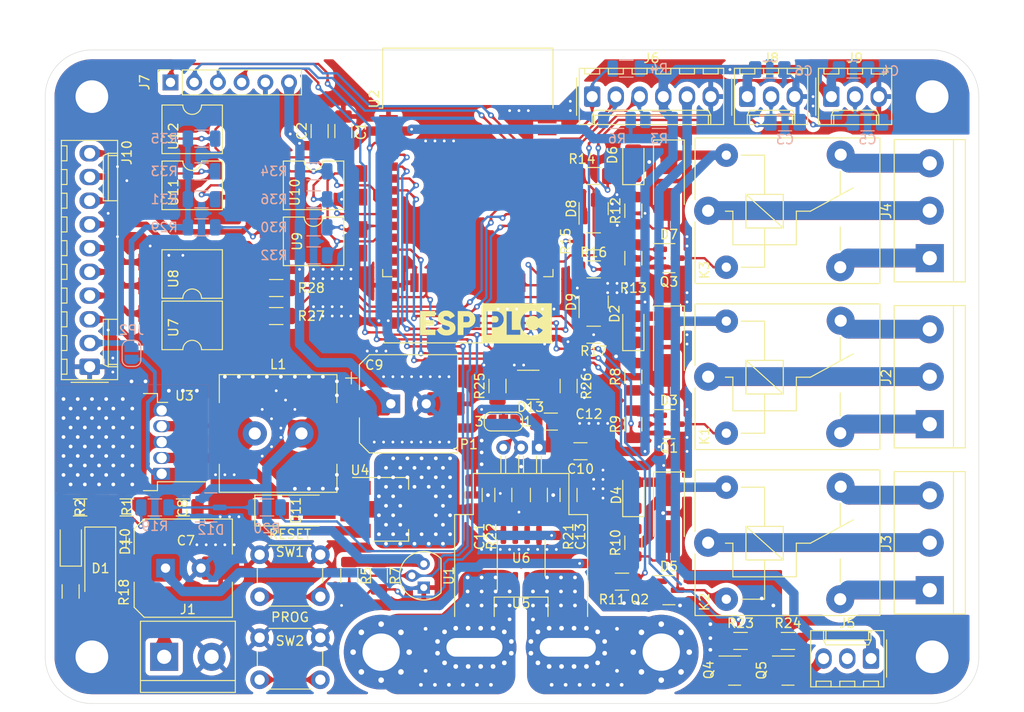
<source format=kicad_pcb>
(kicad_pcb (version 20211014) (generator pcbnew)
  (layers (0 "F.Cu" signal) (31 "B.Cu" signal) (34 "B.Paste" user) (35 "F.Paste" user) (36 "B.SilkS" user "B.Silkscreen") (37 "F.SilkS" user "F.Silkscreen") (38 "B.Mask" user) (39 "F.Mask" user) (44 "Edge.Cuts" user))
  (net 0 "")
  (net 1 "+3V3")
  (net 2 "GND")
  (net 3 "+12V")
  (net 4 "+5V")
  (net 5 "/LM35: T1/OUT")
  (net 6 "/LM35: T2/OUT")
  (net 7 "+BATT")
  (net 8 "Net-(D6-Pad1)")
  (net 9 "Net-(D9-Pad3)")
  (net 10 "Net-(D10-Pad1)")
  (net 11 "/Current Sensor/IP+")
  (net 12 "/Current Sensor/IP-")
  (net 13 "/Relay 1/NO")
  (net 14 "/Relay 1/COM")
  (net 15 "/Relay 1/NC")
  (net 16 "/Relay 2/NO")
  (net 17 "/Relay 2/COM")
  (net 18 "/Relay 2/NC")
  (net 19 "SCL")
  (net 20 "SDA")
  (net 21 "/Relay 3/NO")
  (net 22 "/Relay 3/COM")
  (net 23 "/Relay 3/NC")
  (net 24 "/Salida MOSFET/OUT")
  (net 25 "RESET")
  (net 26 "TXD0")
  (net 27 "RXD0")
  (net 28 "GPIO0")
  (net 29 "/Opto I/O/output-1/C")
  (net 30 "/Opto I/O/output-0/C")
  (net 31 "/Opto I/O/input-0/K")
  (net 32 "/Opto I/O/input-1/K")
  (net 33 "/Opto I/O/input-2/K")
  (net 34 "/Opto I/O/input-3/K")
  (net 35 "/Opto I/O/output-0/E")
  (net 36 "/Current Sensor/OUT")
  (net 37 "INT")
  (net 38 "/Opto I/O/input-0/A")
  (net 39 "/Opto I/O/output-1/E")
  (net 40 "Net-(Q1-Pad1)")
  (net 41 "Net-(Q2-Pad1)")
  (net 42 "Net-(Q3-Pad1)")
  (net 43 "Net-(Q4-Pad1)")
  (net 44 "RELAY_1")
  (net 45 "/Input Protection/IN")
  (net 46 "RELAY_2")
  (net 47 "RELAY_3")
  (net 48 "VBAT")
  (net 49 "IBAT")
  (net 50 "TBAT")
  (net 51 "TEMP2")
  (net 52 "FAN_1")
  (net 53 "IN0")
  (net 54 "OUT1")
  (net 55 "IN1")
  (net 56 "IN2")
  (net 57 "IN3")
  (net 58 "OUT0")
  (net 59 "Net-(C12-Pad1)")
  (net 60 "Net-(C13-Pad1)")
  (net 61 "Net-(D2-Pad1)")
  (net 62 "Net-(D3-Pad2)")
  (net 63 "Net-(D4-Pad1)")
  (net 64 "Net-(D5-Pad2)")
  (net 65 "Net-(D7-Pad2)")
  (net 66 "Net-(D8-Pad3)")
  (net 67 "Net-(D11-Pad1)")
  (net 68 "Net-(D12-Pad3)")
  (net 69 "Net-(D13-Pad3)")
  (net 71 "Net-(Q4-Pad3)")
  (net 72 "Net-(R22-Pad2)")
  (net 73 "Net-(R27-Pad1)")
  (net 74 "Net-(R28-Pad1)")
  (net 77 "unconnected-(U2-Pad23)")
  (net 78 "unconnected-(U2-Pad24)")
  (net 81 "Net-(JP1-Pad3)")
  (net 83 "Net-(R29-Pad1)")
  (net 84 "Net-(R31-Pad1)")
  (net 85 "Net-(R33-Pad1)")
  (net 86 "Net-(R35-Pad1)")
  (footprint "libs:Allegro_CB_PFF" (layer "F.Cu") (at 144.14 93.585 180)
    (fp_text reference "U5")
    (fp_text value "ACS759")
  )
  (footprint "libs:TerminalBlock_bornier-3_P5.08mm" (layer "F.Cu") (at 186 91.08 90)
    (fp_text reference "J2")
    (fp_text value "Screw_Terminal_01x03")
  )
  (footprint "LED_SMD:LED_1206_3216Metric" (layer "F.Cu") (at 154.25 98.7 90)
    (fp_text reference "D4")
    (fp_text value "LED")
  )
  (footprint "LED_SMD:LED_1206_3216Metric" (layer "F.Cu") (at 154.25 80.92 90)
    (fp_text reference "D2")
    (fp_text value "LED")
  )
  (footprint "Connector_Molex:Molex_KK-254_AE-6410-10A_1x10_P2.54mm_Vertical" (layer "F.Cu") (at 96.02 84.93 90)
    (fp_text reference "J10")
    (fp_text value "Conn_01x10")
  )
  (footprint "Package_TO_SOT_SMD:SOT-23" (layer "F.Cu") (at 158.06 108.86)
    (fp_text reference "Q2")
    (fp_text value "BC817")
  )
  (footprint "libs:CAP_10x10_SMD_THT" (layer "F.Cu") (at 130.175 88.9)
    (fp_text reference "C9")
    (fp_text value "470uF" hide)
  )
  (footprint "Package_DIP:SMDIP-4_W9.53mm" (layer "F.Cu") (at 107 75 180)
    (fp_text reference "U8")
    (fp_text value "PC817XI")
  )
  (footprint "Connector_Molex:Molex_KK-254_AE-6410-03A_1x03_P2.54mm_Vertical" (layer "F.Cu") (at 175.46 56)
    (fp_text reference "J9")
    (fp_text value "Conn_01x03")
  )
  (footprint "Capacitor_SMD:C_1206_3216Metric_Pad1.33x1.80mm_HandSolder" (layer "F.Cu") (at 148.59 93.98)
    (fp_text reference "C10")
    (fp_text value "100nF")
  )
  (footprint "Capacitor_SMD:C_1206_3216Metric_Pad1.33x1.80mm_HandSolder" (layer "F.Cu") (at 147.31 98.665 90)
    (fp_text reference "C13")
    (fp_text value "1nF")
  )
  (footprint "Resistor_SMD:R_1206_3216Metric" (layer "F.Cu") (at 123.825 107.315 -90)
    (fp_text reference "R5")
    (fp_text value "10k")
  )
  (footprint "libs:TerminalBlock_bornier-2_P5.08mm" (layer "F.Cu") (at 104 116)
    (fp_text reference "J1")
    (fp_text value "Screw_Terminal_01x02")
  )
  (footprint "Capacitor_SMD:C_1206_3216Metric_Pad1.33x1.80mm_HandSolder" (layer "F.Cu") (at 123.19 59.69 90)
    (fp_text reference "C1")
    (fp_text value "100nF")
  )
  (footprint "Package_TO_SOT_SMD:SOT-23" (layer "F.Cu") (at 170.815 117.475)
    (fp_text reference "Q5")
    (fp_text value "IRLML2502")
  )
  (footprint "Capacitor_SMD:C_1206_3216Metric_Pad1.33x1.80mm_HandSolder" (layer "F.Cu") (at 145.415 90.805)
    (fp_text reference "C12")
    (fp_text value "100nF")
  )
  (footprint "Connector_Molex:Molex_KK-254_AE-6410-03A_1x03_P2.54mm_Vertical" (layer "F.Cu") (at 179.705 116.185 180)
    (fp_text reference "J5")
    (fp_text value "Conn_01x03")
  )
  (footprint "Package_DIP:SMDIP-4_W9.53mm" (layer "F.Cu") (at 107 80.5 180)
    (fp_text reference "U7")
    (fp_text value "PC817XI")
  )
  (footprint "Resistor_SMD:R_1206_3216Metric" (layer "F.Cu") (at 127 107.315 -90)
    (fp_text reference "R7")
    (fp_text value "10k")
  )
  (footprint "Resistor_SMD:R_1206_3216Metric" (layer "F.Cu") (at 140.325 98.665 -90)
    (fp_text reference "R22")
    (fp_text value "1k")
  )
  (footprint "Package_TO_SOT_SMD:SOT-23" (layer "F.Cu") (at 150 68 90)
    (fp_text reference "D8")
    (fp_text value "BAT54S")
  )
  (footprint "Package_DIP:SMDIP-4_W9.53mm" (layer "F.Cu") (at 120 65.5)
    (fp_text reference "U10")
    (fp_text value "PC817XI")
  )
  (footprint "Capacitor_SMD:C_1206_3216Metric_Pad1.33x1.80mm_HandSolder" (layer "F.Cu") (at 137.15 98.665 90)
    (fp_text reference "C11")
    (fp_text value "100nF")
  )
  (footprint "Resistor_SMD:R_1206_3216Metric" (layer "F.Cu") (at 100 100 180)
    (fp_text reference "R1")
    (fp_text value "22k")
  )
  (footprint "Relay_THT:Relay_SPDT_SANYOU_SRD_Series_Form_C" (layer "F.Cu") (at 162.26 68.22)
    (fp_text reference "K3")
    (fp_text value "RELAY")
  )
  (footprint "Diode_SMD:D_SMA_Handsoldering" (layer "F.Cu") (at 97.155 106.5 -90)
    (fp_text reference "D1")
    (fp_text value "SS14")
  )
  (footprint "Diode_SMD:D_SMA_Handsoldering" (layer "F.Cu") (at 118.11 100.33)
    (fp_text reference "D11")
    (fp_text value "SS14")
  )
  (footprint "Relay_THT:Relay_SPDT_SANYOU_SRD_Series_Form_C" (layer "F.Cu") (at 162.26 103.78)
    (fp_text reference "K2")
    (fp_text value "RELAY")
  )
  (footprint "Resistor_SMD:R_1206_3216Metric" (layer "F.Cu") (at 170.815 114.3 180)
    (fp_text reference "R24")
    (fp_text value "10k")
  )
  (footprint "esp32-wroom-roover:ESP32-WROOM-WROVER-NC" (layer "F.Cu") (at 136.525 66.675)
    (fp_text reference "U2")
    (fp_text value "ESP32" hide)
  )
  (footprint "Resistor_SMD:R_1206_3216Metric" (layer "F.Cu") (at 95 100 180)
    (fp_text reference "R2")
    (fp_text value "5k6")
  )
  (footprint "Diode_SMD:D_SMA_Handsoldering" (layer "F.Cu") (at 158.06 65.045 -90)
    (fp_text reference "D7")
    (fp_text value "M7")
  )
  (footprint "Resistor_SMD:R_1206_3216Metric" (layer "F.Cu") (at 116 79.5)
    (fp_text reference "R27")
    (fp_text value "100")
  )
  (footprint "MountingHole:MountingHole_4mm_Pad_Via" (layer "F.Cu") (at 127.24 115.498 180)
    (fp_text reference "H1" hide)
    (fp_text value "MountingHole_Pad" hide)
  )
  (footprint "MountingHole:MountingHole_4mm_Pad_Via" (layer "F.Cu") (at 157.24 115.498 180)
    (fp_text reference "H2" hide)
    (fp_text value "MountingHole_Pad" hide)
  )
  (footprint "Resistor_SMD:R_1206_3216Metric" (layer "F.Cu") (at 154.25 68.22 -90)
    (fp_text reference "R12")
    (fp_text value "1k")
  )
  (footprint "LED_SMD:LED_1206_3216Metric" (layer "F.Cu") (at 154.25 63.14 90)
    (fp_text reference "D6")
    (fp_text value "LED")
  )
  (footprint "Resistor_SMD:R_1206_3216Metric" (layer "F.Cu") (at 93.98 109 -90)
    (fp_text reference "R18")
    (fp_text value "1k")
  )
  (footprint "libs:TO-263-5_TabPin3" (layer "F.Cu") (at 100.33 93 180)
    (fp_text reference "U3")
    (fp_text value "LM2596S-3.3")
  )
  (footprint "Button_Switch_THT:SW_PUSH_6mm" (layer "F.Cu") (at 114.225 113.955)
    (fp_text reference "SW2")
    (fp_text value "SW_Push")
  )
  (footprint "Connector_Molex:Molex_KK-254_AE-6410-03A_1x03_P2.54mm_Vertical" (layer "F.Cu") (at 166.46 56)
    (fp_text reference "J8")
    (fp_text value "Conn_01x03")
  )
  (footprint "Connector_PinSocket_2.54mm:PinSocket_1x06_P2.54mm_Vertical" (layer "F.Cu") (at 104.675 54.475 90)
    (fp_text reference "J7")
    (fp_text value "ICSP")
  )
  (footprint "Resistor_SMD:R_1206_3216Metric" (layer "F.Cu") (at 116 76.5)
    (fp_text reference "R28")
    (fp_text value "100")
  )
  (footprint "libs:TerminalBlock_bornier-3_P5.08mm" (layer "F.Cu") (at 186 108.86 90)
    (fp_text reference "J3")
    (fp_text value "Screw_Terminal_01x03")
  )
  (footprint "Package_TO_SOT_SMD:SOT-223-3_TabPin2" (layer "F.Cu") (at 128.27 100.203)
    (fp_text reference "U4")
    (fp_text value "AMS1117-5.0")
  )
  (footprint "Package_DIP:SMDIP-4_W9.53mm" (layer "F.Cu") (at 107 59.5)
    (fp_text reference "U12")
    (fp_text value "PC817XI")
  )
  (footprint "MountingHole:MountingHole_3.5mm_Pad" (layer "F.Cu") (at 186.255 56)
    (fp_text reference "REF**" hide)
    (fp_text value "MountingHole_3.5mm_Pad")
  )
  (footprint "Connector_Molex:Molex_KK-254_AE-6410-06A_1x06_P2.54mm_Vertical" (layer "F.Cu") (at 149.84 56)
    (fp_text reference "J6")
    (fp_text value "Conn_01x06")
  )
  (footprint "Package_TO_SOT_SMD:SOT-23" (layer "F.Cu") (at 165.1 117.475)
    (fp_text reference "Q4")
    (fp_text value "BC817")
  )
  (footprint "Package_DIP:SMDIP-4_W9.53mm" (layer "F.Cu") (at 107 65.5)
    (fp_text reference "U11")
    (fp_text value "PC817XI")
  )
  (footprint "libs:TerminalBlock_bornier-3_P5.08mm" (layer "F.Cu") (at 186 73.3 90)
    (fp_text reference "J4")
    (fp_text value "Screw_Terminal_01x03")
  )
  (footprint "MountingHole:MountingHole_3.5mm_Pad" (layer "F.Cu") (at 96.255 116)
    (fp_text reference "REF**" hide)
    (fp_text value "MountingHole_3.5mm_Pad")
  )
  (footprint "LED_SMD:LED_1206_3216Metric" (layer "F.Cu") (at 94 104 90)
    (fp_text reference "D10")
    (fp_text value "LED")
  )
  (footprint "Package_TO_SOT_SMD:SOT-23" (layer "F.Cu") (at 158.06 73.3)
    (fp_text reference "Q3")
    (fp_text value "BC817")
  )
  (footprint "Resistor_SMD:R_1206_3216Metric" (layer "F.Cu") (at 144.135 98.665 -90)
    (fp_text reference "R21")
    (fp_text value "2k")
  )
  (footprint "Capacitor_SMD:C_1206_3216Metric_Pad1.33x1.80mm_HandSolder" (layer "F.Cu") (at 120.65 59.69 90)
    (fp_text reference "C2")
    (fp_text value "1uF")
  )
  (footprint "Resistor_SMD:R_1206_3216Metric" (layer "F.Cu") (at 154.25 103.78 -90)
    (fp_text reference "R10")
    (fp_text value "1k")
  )
  (footprint "Package_TO_SOT_SMD:SOT-23" (layer "F.Cu") (at 158.06 91.08)
    (fp_text reference "Q1")
    (fp_text value "BC817")
  )
  (footprint "Relay_THT:Relay_SPDT_SANYOU_SRD_Series_Form_C" (layer "F.Cu") (at 162.26 86)
    (fp_text reference "K1")
    (fp_text value "RELAY")
  )
  (footprint "libs:CAP_10x10_SMD_THT" (layer "F.Cu") (at 106.045 106.5)
    (fp_text reference "C7")
    (fp_text value "470uF" hide)
  )
  (footprint "Resistor_SMD:R_1206_3216Metric" (layer "F.Cu") (at 147.32 86.995 -90)
    (fp_text reference "R26")
    (fp_text value "1k")
  )
  (footprint "libs:L_12x12mm_H8mm" (layer "F.Cu") (at 116.205 92.075)
    (fp_text reference "L1")
    (fp_text value "68uH")
  )
  (footprint "Resistor_SMD:R_1206_3216Metric" (layer "F.Cu") (at 150 71.5)
    (fp_text reference "R15")
    (fp_text value "1k")
  )
  (footprint "Package_DIP:SMDIP-4_W9.53mm" (layer "F.Cu") (at 120 71.5)
    (fp_text reference "U9")
    (fp_text value "PC817XI")
  )
  (footprint "Resistor_SMD:R_1206_3216Metric" (layer "F.Cu") (at 150 81.5)
    (fp_text reference "R17")
    (fp_text value "1k")
  )
  (footprint "Diode_SMD:D_SMA_Handsoldering" (layer "F.Cu") (at 158.06 82.825 -90)
    (fp_text reference "D3")
    (fp_text value "M7")
  )
  (footprint "Package_TO_SOT_SMD:SOT-23" (layer "F.Cu") (at 143.51 86.868)
    (fp_text reference "D13")
    (fp_text value "BAT54S")
  )
  (footprint "Package_SO:SOIC-8_3.9x4.9mm_P1.27mm" (layer "F.Cu") (at 142.24 105.41 90)
    (fp_text reference "U6")
    (fp_text value "ACS712")
  )
  (footprint "Resistor_SMD:R_1206_3216Metric" (layer "F.Cu") (at 165.735 114.3 180)
    (fp_text reference "R23")
    (fp_text value "1k")
  )
  (footprint "Resistor_SMD:R_1206_3216Metric" (layer "F.Cu") (at 153.035 107.95)
    (fp_text reference "R11")
    (fp_text value "1k")
  )
  (footprint "Resistor_SMD:R_1206_3216Metric" (layer "F.Cu") (at 139.7 86.995 -90)
    (fp_text reference "R25")
    (fp_text value "1k")
  )
  (footprint "Jumper:SolderJumper-3_P1.3mm_Open_RoundedPad1.0x1.5mm_NumberLabels" (layer "F.Cu") (at 140.335 90.805 180)
    (fp_text reference "JP1")
    (fp_text value "SolderJumper_3_Bridged12")
  )
  (footprint "Resistor_SMD:R_1206_3216Metric" (layer "F.Cu") (at 150 64.5)
    (fp_text reference "R14")
    (fp_text value "1k")
  )
  (footprint "Resistor_SMD:R_1206_3216Metric" (layer "F.Cu") (at 150 74.5)
    (fp_text reference "R16")
    (fp_text value "1k")
  )
  (footprint "Capacitor_SMD:C_1206_3216Metric_Pad1.33x1.80mm_HandSolder" (layer "F.Cu") (at 106 100)
    (fp_text reference "C8")
    (fp_text value "100nF")
  )
  (footprint "Package_TO_SOT_SMD:SOT-23" (layer "F.Cu") (at 150 78 90)
    (fp_text reference "D9")
    (fp_text value "BAT54S")
  )
  (footprint "MountingHole:MountingHole_3.5mm_Pad" (layer "F.Cu") (at 186.255 116)
    (fp_text reference "REF**" hide)
    (fp_text value "MountingHole_3.5mm_Pad")
  )
  (footprint "Resistor_SMD:R_1206_3216Metric" (layer "F.Cu") (at 154.25 86 -90)
    (fp_text reference "R8")
    (fp_text value "1k")
  )
  (footprint "MountingHole:MountingHole_3.5mm_Pad" (layer "F.Cu") (at 96.255 56)
    (fp_text reference "REF**" hide)
    (fp_text value "MountingHole_3.5mm_Pad")
  )
  (footprint "Resistor_SMD:R_1206_3216Metric" (layer "F.Cu") (at 154.25 73.3 -90)
    (fp_text reference "R13")
    (fp_text value "1k")
  )
  (footprint "Resistor_SMD:R_1206_3216Metric" (layer "F.Cu") (at 154.25 91.08 -90)
    (fp_text reference "R9")
    (fp_text value "1k")
  )
  (footprint "Diode_SMD:D_SMA_Handsoldering" (layer "F.Cu") (at 158.06 100.605 -90)
    (fp_text reference "D5")
    (fp_text value "M7")
  )
  (footprint "Package_TO_SOT_THT:TO-92" (layer "F.Cu") (at 131.805 108.585 90)
    (fp_text reference "U1")
    (fp_text value "DS1233A-10")
  )
  (footprint "Button_Switch_THT:SW_PUSH_6mm" (layer "F.Cu") (at 114.225 105.065)
    (fp_text reference "SW1")
    (fp_text value "SW_Push")
  )
  (footprint "Resistor_SMD:R_1206_3216Metric" (layer "B.Cu") (at 120 70)
    (fp_text reference "R30")
    (fp_text value "10k")
  )
  (footprint "Capacitor_SMD:C_1206_3216Metric_Pad1.33x1.80mm_HandSolder" (layer "B.Cu") (at 170.5 58.75)
    (fp_text reference "C3")
    (fp_text value "100nF")
  )
  (footprint "Resistor_SMD:R_1206_3216Metric" (layer "B.Cu") (at 157 58.5 180)
    (fp_text reference "R3")
    (fp_text value "10k")
  )
  (footprint "Package_TO_SOT_SMD:SOT-23" (layer "B.Cu") (at 109 100)
    (fp_text reference "D12")
    (fp_text value "BAT54S")
  )
  (footprint "Capacitor_SMD:C_1206_3216Metric_Pad1.33x1.80mm_HandSolder" (layer "B.Cu") (at 168.86 53.1)
    (fp_text reference "C6")
    (fp_text value "100nF")
  )
  (footprint "Resistor_SMD:R_1206_3216Metric" (layer "B.Cu") (at 120 67)
    (fp_text reference "R36")
    (fp_text value "10k")
  )
  (footprint "Resistor_SMD:R_1206_3216Metric" (layer "B.Cu") (at 153.5 53)
    (fp_text reference "R4")
    (fp_text value "10k")
  )
  (footprint "Resistor_SMD:R_1206_3216Metric" (layer "B.Cu") (at 115 100 180)
    (fp_text reference "R20")
    (fp_text value "1k")
  )
  (footprint "Capacitor_SMD:C_1206_3216Metric_Pad1.33x1.80mm_HandSolder" (layer "B.Cu") (at 179.335 58.75)
    (fp_text reference "C5")
    (fp_text value "100nF")
  )
  (footprint "Capacitor_SMD:C_1206_3216Metric_Pad1.33x1.80mm_HandSolder" (layer "B.Cu") (at 177.835 53.1)
    (fp_text reference "C4")
    (fp_text value "100nF")
  )
  (footprint "Jumper:SolderJumper-2_P1.3mm_Open_RoundedPad1.0x1.5mm" (layer "B.Cu") (at 100.5 83.5 -90)
    (fp_text reference "JP2")
    (fp_text value "SolderJumper_2_Open" hide)
  )
  (footprint "Resistor_SMD:R_1206_3216Metric" (layer "B.Cu") (at 152.5 58.5 180)
    (fp_text reference "R6")
    (fp_text value "10k")
  )
  (footprint "Resistor_SMD:R_1206_3216Metric" (layer "B.Cu") (at 108 70 180)
    (fp_text reference "R29")
    (fp_text value "1k")
  )
  (footprint "Resistor_SMD:R_1206_3216Metric" (layer "B.Cu") (at 108 64 180)
    (fp_text reference "R33")
    (fp_text value "1k")
  )
  (footprint "Resistor_SMD:R_1206_3216Metric" (layer "B.Cu") (at 108 60.5 180)
    (fp_text reference "R35")
    (fp_text value "1k")
  )
  (footprint "Resistor_SMD:R_1206_3216Metric" (layer "B.Cu") (at 108 67 180)
    (fp_text reference "R31")
    (fp_text value "1k")
  )
  (footprint "Resistor_SMD:R_1206_3216Metric" (layer "B.Cu") (at 120 64)
    (fp_text reference "R34")
    (fp_text value "10k")
  )
  (footprint "Resistor_SMD:R_1206_3216Metric" (layer "B.Cu") (at 120 73)
    (fp_text reference "R32")
    (fp_text value "10k")
  )
  (footprint "Resistor_SMD:R_1206_3216Metric" (layer "B.Cu") (at 103 100 180)
    (fp_text reference "R19")
    (fp_text value "1k")
  )
  (gr_poly (pts (xy 130.500001 82.35) (xy 130.5 82.35) (xy 130.5 78.15)) (layer "F.SilkS") (width 0.03) (fill solid))
  (gr_poly (pts (xy 138.000001 82.350001) (xy 130.500001 82.350001) (xy 130.500001 82.35) (xy 138.000001 82.35)) (layer "F.SilkS") (width 0.03) (fill solid))
  (gr_poly (pts (xy 133.006817 79.536686) (xy 132.005992 79.536686) (xy 132.005992 79.958851) (xy 132.915833 79.958851) (xy 132.915833 80.512034) (xy 132.005992 80.512034) (xy 132.005992 80.963314) (xy 133.025013 80.963314) (xy 133.025013 81.523776) (xy 131.423695 81.523776) (xy 131.423695 78.976224) (xy 133.006817 78.976224)) (layer "F.SilkS") (width 0.03) (fill solid))
  (gr_poly (pts (xy 134.224803 78.925855) (xy 134.263073 78.927604) (xy 134.300774 78.930518) (xy 134.337907 78.934598) (xy 134.374471 78.939844) (xy 134.410467 78.946256) (xy 134.445894 78.953833) (xy 134.480752 78.962576) (xy 134.515041 78.972485) (xy 134.548762 78.983559) (xy 134.581915 78.995799) (xy 134.614498 79.009205) (xy 134.646513 79.023777) (xy 134.67796 79.039514) (xy 134.708837 79.056417) (xy 134.739147 79.074486) (xy 134.768773 79.093209) (xy 134.797604 79.112984) (xy 134.825638 79.133811) (xy 134.852877 79.155689) (xy 134.879319 79.17862) (xy 134.904965 79.202603) (xy 134.929815 79.227638) (xy 134.953869 79.253725) (xy 134.977127 79.280863) (xy 134.999588 79.309054) (xy 135.021254 79.338297) (xy 135.042123 79.368592) (xy 135.062197 79.399939) (xy 135.081474 79.432337) (xy 135.099955 79.465788) (xy 135.11764 79.500291) (xy 134.626326 79.787801) (xy 134.617555 79.769889) (xy 134.608528 79.752545) (xy 134.599244 79.73577) (xy 134.589705 79.719563) (xy 134.579911 79.703925) (xy 134.56986 79.688856) (xy 134.559553 79.674356) (xy 134.54899 79.660424) (xy 134.538172 79.64706) (xy 134.527097 79.634266) (xy 134.515767 79.62204) (xy 134.504181 79.610382) (xy 134.492339 79.599294) (xy 134.480241 79.588774) (xy 134.467887 79.578822) (xy 134.455277 79.56944) (xy 134.442283 79.560185) (xy 134.428778 79.551527) (xy 134.414761 79.543467) (xy 134.400231 79.536003) (xy 134.385191 79.529137) (xy 134.369638 79.522867) (xy 134.353574 79.517195) (xy 134.336998 79.51212) (xy 134.31991 79.507641) (xy 134.30231 79.50376) (xy 134.284198 79.500476) (xy 134.265575 79.497789) (xy 134.24644 79.4957) (xy 134.226793 79.494207) (xy 134.206635 79.493311) (xy 134.185964 79.493013) (xy 134.169815 79.49324) (xy 134.15412 79.493923) (xy 134.13888 79.49506) (xy 134.124095 79.496652) (xy 134.109765 79.498699) (xy 134.09589 79.501201) (xy 134.08247 79.504158) (xy 134.069505 79.50757) (xy 134.056995 79.511437) (xy 134.044939 79.515759) (xy 134.033339 79.520536) (xy 134.022193 79.525767) (xy 134.011503 79.531454) (xy 134.001267 79.537595) (xy 133.991486 79.544191) (xy 133.98216 79.551243) (xy 133.973787 79.558166) (xy 133.965954 79.565288) (xy 133.958661 79.57261) (xy 133.951908 79.58013) (xy 133.945696 79.587849) (xy 133.940023 79.595768) (xy 133.934891 79.603885) (xy 133.930299 79.612202) (xy 133.926248 79.620718) (xy 133.922736 79.629432) (xy 133.919765 79.638346) (xy 133.917334 79.647459) (xy 133.915443 79.65677) (xy 133.914093 79.666281) (xy 133.913283 79.675991) (xy 133.913012 79.6859) (xy 133.913354 79.697628) (xy 133.914377 79.709157) (xy 133.916083 79.720488) (xy 133.918471 79.731619) (xy 133.921542 79.742551) (xy 133.925295 79.753285) (xy 133.929731 79.763819) (xy 133.934849 79.774154) (xy 133.940649 79.78429) (xy 133.947131 79.794227) (xy 133.954296 79.803965) (xy 133.962144 79.813504) (xy 133.970674 79.822844) (xy 133.979886 79.831985) (xy 133.98978 79.840927) (xy 134.000357 79.84967) (xy 134.012469 79.85837) (xy 134.02606 79.867184) (xy 134.041129 79.876112) (xy 134.057677 79.885154) (xy 134.075703 79.894309) (xy 134.095208 79.903578) (xy 134.116191 79.912961) (xy 134.138653 79.922457) (xy 134.162593 79.932067) (xy 134.188012 79.941791) (xy 134.214909 79.951629) (xy 134.243284 79.96158) (xy 134.304471 79.981824) (xy 134.371572 80.002523) (xy 134.443677 80.025042) (xy 134.507138 80.045286) (xy 134.561956 80.063255) (xy 134.608131 80.07895) (xy 134.629739 80.086855) (xy 134.652713 80.09601) (xy 134.677051 80.106416) (xy 134.702754 80.118074) (xy 134.729822 80.130982) (xy 134.758254 80.145141) (xy 134.788051 80.160551) (xy 134.819213 80.177213) (xy 134.835335 80.185444) (xy 134.850944 80.19376) (xy 134.866042 80.202162) (xy 134.880628 80.210649) (xy 134.894702 80.219222) (xy 134.908264 80.227879) (xy 134.921315 80.236622) (xy 134.933853 80.245451) (xy 134.94588 80.254364) (xy 134.957395 80.263363) (xy 134.968399 80.272447) (xy 134.97889 80.281617) (xy 134.98887 80.290872) (xy 134.998338 80.300212) (xy 135.007294 80.309637) (xy 135.015739 80.319148) (xy 135.024311 80.328445) (xy 135.032741 80.338141) (xy 135.041029 80.348234) (xy 135.049175 80.358726) (xy 135.057179 80.369616) (xy 135.065041 80.380903) (xy 135.07276 80.392589) (xy 135.080337 80.404673) (xy 135.087772 80.417155) (xy 135.095065 80.430035) (xy 135.102216 80.443313) (xy 135.109225 80.456989) (xy 135.116091 80.471063) (xy 135.122815 80.485535) (xy 135.129398 80.500406) (xy 135.135838 80.515674) (xy 135.142448 80.530829) (xy 135.148632 80.546268) (xy 135.15439 80.561991) (xy 135.159721 80.577998) (xy 135.164626 80.59429) (xy 135.169104 80.610866) (xy 135.173156 80.627727) (xy 135.176781 80.644872) (xy 135.179979 80.662301) (xy 135.182752 80.680014) (xy 135.185097 80.698012) (xy 135.187016 80.716294) (xy 135.188509 80.73486) (xy 135.189575 80.753711) (xy 135.190215 80.772846) (xy 135.190428 80.792265) (xy 135.189405 80.83716) (xy 135.186334 80.880861) (xy 135.181216 80.923367) (xy 135.174051 80.96468) (xy 135.164839 81.004798) (xy 135.15358 81.043722) (xy 135.140273 81.081452) (xy 135.12492 81.117988) (xy 135.107519 81.153329) (xy 135.088071 81.187477) (xy 135.066576 81.22043) (xy 135.043034 81.252189) (xy 135.017445 81.282754) (xy 134.989808 81.312125) (xy 134.960125 81.340301) (xy 134.928394 81.367284) (xy 134.895014 81.392404) (xy 134.860383 81.415904) (xy 134.824502 81.437782) (xy 134.787369 81.458041) (xy 134.748985 81.476678) (xy 134.70935 81.493695) (xy 134.668464 81.509091) (xy 134.626327 81.522867) (xy 134.582939 81.535022) (xy 134.5383 81.545556) (xy 134.49241 81.554469) (xy 134.445269 81.561762) (xy 134.396877 81.567435) (xy 134.347234 81.571486) (xy 134.296339 81.573917) (xy 134.244194 81.574727) (xy 134.196015 81.574073) (xy 134.148832 81.572112) (xy 134.102643 81.568842) (xy 134.05745 81.564264) (xy 134.013251 81.558379) (xy 133.970048 81.551185) (xy 133.92784 81.542684) (xy 133.886627 81.532875) (xy 133.846409 81.521758) (xy 133.807187 81.509333) (xy 133.768959 81.4956) (xy 133.731727 81.480559) (xy 133.695489 81.46421) (xy 133.660247 81.446553) (xy 133.626 81.427589) (xy 133.592748 81.407316) (xy 133.561032 81.385466) (xy 133.530481 81.362677) (xy 133.501096 81.33895) (xy 133.472877 81.314285) (xy 133.445824 81.288682) (xy 133.419936 81.26214) (xy 133.395214 81.23466) (xy 133.371658 81.206242) (xy 133.349267 81.176885) (xy 133.328042 81.14659) (xy 133.307983 81.115357) (xy 133.28909 81.083186) (xy 133.271362 81.050076) (xy 133.2548 81.016029) (xy 133.239404 80.981043) (xy 133.225173 80.945118) (xy 133.727405 80.653969) (xy 133.747407 80.696717) (xy 133.75808 80.717057) (xy 133.769201 80.736708) (xy 133.780769 80.755669) (xy 133.792785 80.77394) (xy 133.805249 80.791522) (xy 133.818161 80.808414) (xy 133.831521 80.824617) (xy 133.845329 80.840131) (xy 133.859584 80.854955) (xy 133.874287 80.869089) (xy 133.889438 80.882534) (xy 133.905037 80.89529) (xy 133.921083 80.907356) (xy 133.937578 80.918733) (xy 133.95452 80.92942) (xy 133.97191 80.939417) (xy 133.989748 80.948725) (xy 134.008034 80.957344) (xy 134.026767 80.965273) (xy 134.045948 80.972513) (xy 134.065577 80.979063) (xy 134.085654 80.984924) (xy 134.106179 80.990095) (xy 134.127152 80.994576) (xy 134.148572 80.998369) (xy 134.17044 81.001471) (xy 134.192756 81.003884) (xy 134.21552 81.005608) (xy 134.262391 81.006987) (xy 134.304258 81.006177) (xy 134.343423 81.003746) (xy 134.379888 80.999694) (xy 134.413652 80.994022) (xy 134.444714 80.986729) (xy 134.473076 80.977816) (xy 134.498736 80.967281) (xy 134.521695 80.955126) (xy 134.532162 80.948441) (xy 134.541953 80.941351) (xy 134.551069 80.933855) (xy 134.55951 80.925955) (xy 134.567276 80.917649) (xy 134.574366 80.908938) (xy 134.580781 80.899822) (xy 134.586521 80.8903) (xy 134.591586 80.880374) (xy 134.595975 80.870042) (xy 134.599689 80.859305) (xy 134.602728 80.848163) (xy 134.605091 80.836616) (xy 134.606779 80.824664) (xy 134.607792 80.812306) (xy 134.60813 80.799544) (xy 134.607689 80.78564) (xy 134.606367 80.772134) (xy 134.604164 80.759027) (xy 134.601079 80.746318) (xy 134.597112 80.734006) (xy 134.592265 80.722093) (xy 134.586535 80.710578) (xy 134.579925 80.699461) (xy 134.572433 80.688742) (xy 134.564059 80.678421) (xy 134.554805 80.668498) (xy 134.544668 80.658973) (xy 134.533651 80.649846) (xy 134.521752 80.641117) (xy 134.508971 80.632787) (xy 134.49531 80.624854) (xy 134.480894 80.616595) (xy 134.464944 80.608193) (xy 134.447458 80.599649) (xy 134.428436 80.590963) (xy 134.40788 80.582135) (xy 134.385788 80.573164) (xy 134.336997 80.554797) (xy 134.282066 80.535861) (xy 134.220993 80.516356) (xy 134.153779 80.496282) (xy 134.080423 80.47564) (xy 134.041015 80.464552) (xy 134.002859 80.453122) (xy 133.965954 80.441351) (xy 133.930299 80.429239) (xy 133.895896 80.416785) (xy 133.862743 80.403991) (xy 133.830842 80.390855) (xy 133.800192 80.377378) (xy 133.770224 80.363219) (xy 133.74037 80.348036) (xy 133.71063 80.331829) (xy 133.681003 80.314599) (xy 133.65149 80.296345) (xy 133.622091 80.277068) (xy 133.592805 80.256767) (xy 133.563633 80.235443) (xy 133.54973 80.223899) (xy 133.536225 80.212014) (xy 133.523117 80.199788) (xy 133.510408 80.187221) (xy 133.498097 80.174313) (xy 133.486183 80.161063) (xy 133.474668 80.147472) (xy 133.463551 80.13354) (xy 133.452832 80.119267) (xy 133.442511 80.104653) (xy 133.432588 80.089697) (xy 133.423063 80.0744) (xy 133.413936 80.058762) (xy 133.405207 80.042783) (xy 133.396877 80.026463) (xy 133.388944 80.009802) (xy 133.381893 79.992813) (xy 133.375296 79.975512) (xy 133.369155 79.957898) (xy 133.363468 79.939971) (xy 133.358237 79.921732) (xy 133.35346 79.90318) (xy 133.349138 79.884315) (xy 133.345272 79.865137) (xy 133.34186 79.845646) (xy 133.338903 79.825843) (xy 133.336401 79.805727) (xy 133.334353 79.785299) (xy 133.332761 79.764557) (xy 133.331624 79.743503) (xy 133.330942 79.722136) (xy 133.330714 79.700456) (xy 133.331695 79.656884) (xy 133.334638 79.61442) (xy 133.339542 79.573065) (xy 133.346409 79.532818) (xy 133.355237 79.493681) (xy 133.366027 79.455652) (xy 133.378779 79.418733) (xy 133.393493 79.382922) (xy 133.410169 79.34822) (xy 133.428806 79.314627) (xy 133.449406 79.282143) (xy 133.471967 79.250768) (xy 133.49649 79.220501) (xy 133.522975 79.191344) (xy 133.551422 79.163295) (xy 133.58183 79.136355) (xy 133.614044 79.110795) (xy 133.646997 79.086883) (xy 133.68069 79.06462) (xy 133.715122 79.044007) (xy 133.750293 79.025042) (xy 133.786203 79.007727) (xy 133.822852 78.992061) (xy 133.860241 78.978043) (xy 133.898369 78.965675) (xy 133.937236 78.954956) (xy 133.976843 78.945886) (xy 134.017189 78.938465) (xy 134.058273 78.932693) (xy 134.100098 78.928571) (xy 134.142661 78.926097) (xy 134.185964 78.925273)) (layer "F.SilkS") (width 0.03) (fill solid))
  (gr_poly (pts (xy 145.5 82.35) (xy 138.000001 82.35) (xy 138.000001 81.523776) (xy 138.520421 81.523776) (xy 139.102718 81.523776) (xy 140.667637 81.523776) (xy 142.159775 81.523776) (xy 142.159775 80.963314) (xy 141.249936 80.963314) (xy 141.249936 80.249999) (xy 142.159771 80.249999) (xy 142.161235 80.319801) (xy 142.165628 80.388182) (xy 142.172949 80.45514) (xy 142.183199 80.520677) (xy 142.196377 80.584792) (xy 142.212484 80.647486) (xy 142.23152 80.708758) (xy 142.253484 80.768608) (xy 142.278377 80.827037) (xy 142.306198 80.884044) (xy 142.336947 80.93963) (xy 142.370626 80.993794) (xy 142.407232 81.046536) (xy 142.446768 81.097857) (xy 142.489232 81.147756) (xy 142.534624 81.196234) (xy 142.582689 81.242067) (xy 142.632261 81.284943) (xy 142.683341 81.324862) (xy 142.735926 81.361825) (xy 142.790019 81.39583) (xy 142.845619 81.426878) (xy 142.902726 81.45497) (xy 142.961339 81.480104) (xy 143.02146 81.502281) (xy 143.083087 81.521502) (xy 143.146222 81.537765) (xy 143.210863 81.551072) (xy 143.277011 81.561421) (xy 143.344666 81.568813) (xy 143.413828 81.573249) (xy 143.484497 81.574727) (xy 143.484497 81.574726) (xy 143.527502 81.574115) (xy 143.570079 81.572281) (xy 143.612231 81.569225) (xy 143.653955 81.564945) (xy 143.695254 81.559444) (xy 143.736125 81.552719) (xy 143.776571 81.544773) (xy 143.816589 81.535603) (xy 143.856181 81.525211) (xy 143.895347 81.513596) (xy 143.934086 81.500759) (xy 143.972399 81.486699) (xy 144.010285 81.471417) (xy 144.047745 81.454912) (xy 144.084778 81.437184) (xy 144.121385 81.418234) (xy 144.157281 81.397777) (xy 144.192182 81.376438) (xy 144.226088 81.354218) (xy 144.258998 81.331117) (xy 144.290914 81.307134) (xy 144.321834 81.282269) (xy 144.351759 81.256524) (xy 144.380689 81.229897) (xy 144.408624 81.202388) (xy 144.435564 81.173998) (xy 144.461509 81.144727) (xy 144.486458 81.114574) (xy 144.510413 81.08354) (xy 144.533372 81.051625) (xy 144.555336 81.018828) (xy 144.576305 80.98515) (xy 144.074073 80.694) (xy 144.063752 80.711956) (xy 144.052806 80.729427) (xy 144.041234 80.746416) (xy 144.029036 80.762921) (xy 144.016213 80.778942) (xy 144.002765 80.794481) (xy 143.988691 80.809536) (xy 143.973991 80.824108) (xy 143.958666 80.838196) (xy 143.942715 80.851801) (xy 143.926139 80.864923) (xy 143.908937 80.877561) (xy 143.89111 80.889716) (xy 143.872657 80.901387) (xy 143.853579 80.912576) (xy 143.833875 80.923281) (xy 143.814172 80.933417) (xy 143.794184 80.942899) (xy 143.773911 80.951727) (xy 143.753355 80.959902) (xy 143.732514 80.967422) (xy 143.711388 80.974289) (xy 143.689979 80.980501) (xy 143.668285 80.98606) (xy 143.646306 80.990964) (xy 143.624044 80.995215) (xy 143.601497 80.998812) (xy 143.578665 81.001754) (xy 143.55555 81.004043) (xy 143.532149 81.005678) (xy 143.508465 81.006659) (xy 143.484496 81.006986) (xy 143.442715 81.006176) (xy 143.401985 81.003745) (xy 143.362308 80.999693) (xy 143.323682 80.994021) (xy 143.286109 80.986728) (xy 143.249587 80.977814) (xy 143.214118 80.96728) (xy 143.1797 80.955125) (xy 143.146335 80.94135) (xy 143.114021 80.925954) (xy 143.08276 80.908937) (xy 143.05255 80.890299) (xy 143.023393 80.870041) (xy 142.995287 80.848162) (xy 142.968233 80.824663) (xy 142.942232 80.799542) (xy 142.917993 80.773086) (xy 142.895318 80.745577) (xy 142.874207 80.717017) (xy 142.85466 80.687404) (xy 142.836676 80.65674) (xy 142.820257 80.625023) (xy 142.805401 80.592255) (xy 142.792109 80.558435) (xy 142.78038 80.523562) (xy 142.770216 80.487638) (xy 142.761615 80.450661) (xy 142.754578 80.412633) (xy 142.749105 80.373553) (xy 142.745195 80.33342) (xy 142.74285 80.292236) (xy 142.742068 80.249999) (xy 142.74285 80.207763) (xy 142.745195 80.166579) (xy 142.749105 80.126446) (xy 142.754578 80.087366) (xy 142.761615 80.049338) (xy 142.770216 80.012361) (xy 142.78038 79.976437) (xy 142.792109 79.941564) (xy 142.805401 79.907744) (xy 142.820257 79.874975) (xy 142.836676 79.843259) (xy 142.85466 79.812594) (xy 142.874207 79.782982) (xy 142.895318 79.754421) (xy 142.917993 79.726913) (xy 142.942232 79.700456) (xy 142.968233 79.675336) (xy 142.995287 79.651837) (xy 143.023393 79.629958) (xy 143.05255 79.6097) (xy 143.08276 79.591062) (xy 143.114021 79.574045) (xy 143.146335 79.558649) (xy 143.1797 79.544874) (xy 143.214118 79.532719) (xy 143.249587 79.522184) (xy 143.286109 79.513271) (xy 143.323682 79.505978) (xy 143.362308 79.500306) (xy 143.401985 79.496254) (xy 143.442715 79.493823) (xy 143.484496 79.493013) (xy 143.508465 79.49334) (xy 143.532149 79.494321) (xy 143.55555 79.495956) (xy 143.578665 79.498244) (xy 143.601497 79.501187) (xy 143.624044 79.504784) (xy 143.646306 79.509035) (xy 143.668285 79.513939) (xy 143.689979 79.519498) (xy 143.711388 79.52571) (xy 143.732514 79.532577) (xy 143.753355 79.540097) (xy 143.773911 79.548272) (xy 143.794184 79.5571) (xy 143.814172 79.566582) (xy 143.833875 79.576718) (xy 143.853152 79.586997) (xy 143.871861 79.597815) (xy 143.890001 79.609174) (xy 143.907572 79.621073) (xy 143.924575 79.633513) (xy 143.941009 79.646492) (xy 143.956874 79.660012) (xy 143.972171 79.674072) (xy 143.986899 79.688672) (xy 144.001058 79.703812) (xy 144.014649 79.719493) (xy 144.027671 79.735713) (xy 144.040125 79.752474) (xy 144.052009 79.769776) (xy 144.063326 79.787617) (xy 144.074073 79.805998) (xy 144.576305 79.514849) (xy 144.554895 79.481185) (xy 144.532519 79.448431) (xy 144.509176 79.416586) (xy 144.484866 79.385652) (xy 144.459589 79.355627) (xy 144.433346 79.326512) (xy 144.406136 79.298307) (xy 144.37796 79.271012) (xy 144.348816 79.244627) (xy 144.318706 79.219151) (xy 144.28763 79.194585) (xy 144.255586 79.17093) (xy 144.222576 79.148184) (xy 144.1886 79.126347) (xy 144.153656 79.105421) (xy 144.117746 79.085405) (xy 144.081153 79.066014) (xy 144.044163 79.047874) (xy 144.006774 79.030985) (xy 143.968987 79.015347) (xy 143.930803 79.00096) (xy 143.89222 78.987824) (xy 143.853239 78.975939) (xy 143.81386 78.965306) (xy 143.774083 78.955923) (xy 143.733908 78.947791) (xy 143.693334 78.94091) (xy 143.652363 78.935281) (xy 143.610994 78.930902) (xy 143.569226 78.927775) (xy 143.527061 78.925898) (xy 143.484497 78.925273) (xy 143.413828 78.926765) (xy 143.344666 78.931243) (xy 143.277011 78.938707) (xy 143.210863 78.949156) (xy 143.146222 78.96259) (xy 143.083087 78.97901) (xy 143.02146 78.998415) (xy 142.961339 79.020806) (xy 142.902726 79.046182) (xy 142.845619 79.074543) (xy 142.790019 79.10589) (xy 142.735926 79.140222) (xy 142.683341 79.17754) (xy 142.632261 79.217843) (xy 142.582689 79.261131) (xy 142.534624 79.307405) (xy 142.489232 79.355442) (xy 142.446768 79.404929) (xy 142.407232 79.455865) (xy 142.370626 79.508252) (xy 142.336947 79.562089) (xy 142.306198 79.617376) (xy 142.278377 79.674113) (xy 142.253484 79.7323) (xy 142.23152 79.791937) (xy 142.212484 79.853025) (xy 142.196377 79.915562) (xy 142.183199 79.979549) (xy 142.172949 80.044987) (xy 142.165628 80.111874) (xy 142.161235 80.180212) (xy 142.159771 80.249999) (xy 141.249936 80.249999) (xy 141.249936 78.976224) (xy 140.667637 78.976224) (xy 140.667637 81.523776) (xy 139.102718 81.523776) (xy 139.102718 80.723117) (xy 139.484851 80.723117) (xy 139.531253 80.722121) (xy 139.576745 80.719136) (xy 139.621327 80.71416) (xy 139.665 80.707194) (xy 139.707762 80.698238) (xy 139.749615 80.687292) (xy 139.790557 80.674355) (xy 139.83059 80.659428) (xy 139.869713 80.64251) (xy 139.907927 80.623603) (xy 139.94523 80.602705) (xy 139.981624 80.579817) (xy 140.017108 80.554938) (xy 140.051682 80.52807) (xy 140.085346 80.499211) (xy 140.1181 80.468362) (xy 140.14939 80.436091) (xy 140.178661 80.402967) (xy 140.205914 80.36899) (xy 140.231148 80.33416) (xy 140.254363 80.298477) (xy 140.275559 80.261942) (xy 140.294737 80.224553) (xy 140.311896 80.186311) (xy 140.327037 80.147216) (xy 140.340158 80.107269) (xy 140.351261 80.066468) (xy 140.360345 80.024814) (xy 140.367411 79.982308) (xy 140.372458 79.938948) (xy 140.375486 79.894736) (xy 140.376495 79.84967) (xy 140.375486 79.804605) (xy 140.372458 79.760392) (xy 140.367411 79.717033) (xy 140.360345 79.674526) (xy 140.351261 79.632872) (xy 140.340158 79.592072) (xy 140.327037 79.552124) (xy 140.311896 79.513029) (xy 140.294737 79.474788) (xy 140.275559 79.437399) (xy 140.254363 79.400863) (xy 140.231148 79.36518) (xy 140.205914 79.330351) (xy 140.178661 79.296374) (xy 140.14939 79.26325) (xy 140.1181 79.230979) (xy 140.085346 79.20013) (xy 140.051682 79.171271) (xy 140.017108 79.144402) (xy 139.981624 79.119524) (xy 139.94523 79.096636) (xy 139.907927 79.075738) (xy 139.869713 79.05683) (xy 139.83059 79.039913) (xy 139.790557 79.024986) (xy 139.749615 79.012049) (xy 139.707762 79.001102) (xy 139.665 78.992146) (xy 139.621327 78.98518) (xy 139.576745 78.980205) (xy 139.531253 78.977219) (xy 139.484851 78.976224) (xy 138.520421 78.976224) (xy 138.520421 81.523776) (xy 138.000001 81.523776) (xy 138.000001 78.15) (xy 145.5 78.15)) (layer "F.SilkS") (width 0.03) (fill solid))
  (gr_poly (pts (xy 139.501499 79.522497) (xy 139.517776 79.523606) (xy 139.533684 79.525454) (xy 139.549223 79.528042) (xy 139.564391 79.531368) (xy 139.579191 79.535434) (xy 139.59362 79.540239) (xy 139.60768 79.545784) (xy 139.62137 79.552067) (xy 139.634691 79.55909) (xy 139.647642 79.566852) (xy 139.660223 79.575353) (xy 139.672435 79.584594) (xy 139.684277 79.594574) (xy 139.695749 79.605293) (xy 139.706852 79.616751) (xy 139.717429 79.628749) (xy 139.727323 79.641089) (xy 139.736536 79.65377) (xy 139.745065 79.666792) (xy 139.752913 79.680155) (xy 139.760078 79.69386) (xy 139.76656 79.707906) (xy 139.772361 79.722292) (xy 139.777478 79.737021) (xy 139.781914 79.75209) (xy 139.785667 79.7675) (xy 139.788738 79.783252) (xy 139.791126 79.799345) (xy 139.792832 79.815779) (xy 139.793856 79.832554) (xy 139.794197 79.84967) (xy 139.793856 79.866787) (xy 139.792832 79.883562) (xy 139.791126 79.899996) (xy 139.788738 79.916089) (xy 139.785667 79.93184) (xy 139.781914 79.947251) (xy 139.777478 79.96232) (xy 139.772361 79.977048) (xy 139.76656 79.991435) (xy 139.760078 80.005481) (xy 139.752913 80.019185) (xy 139.745065 80.032548) (xy 139.736536 80.04557) (xy 139.727323 80.058251) (xy 139.717429 80.070591) (xy 139.706852 80.08259) (xy 139.695749 80.094048) (xy 139.684277 80.104767) (xy 139.672434 80.114747) (xy 139.660223 80.123987) (xy 139.647641 80.132488) (xy 139.63469 80.140251) (xy 139.62137 80.147273) (xy 139.60768 80.153557) (xy 139.59362 80.159101) (xy 139.57919 80.163906) (xy 139.564391 80.167972) (xy 139.549223 80.171299) (xy 139.533684 80.173886) (xy 139.517776 80.175734) (xy 139.501499 80.176843) (xy 139.484851 80.177213) (xy 139.102718 80.177213) (xy 139.102718 79.522128) (xy 139.484851 79.522128)) (layer "F.SilkS") (width 0.03) (fill solid))
  (gr_poly (pts (xy 136.474204 78.977219) (xy 136.519696 78.980205) (xy 136.564278 78.98518) (xy 136.607951 78.992146) (xy 136.650713 79.001102) (xy 136.692566 79.012049) (xy 136.733509 79.024986) (xy 136.773542 79.039913) (xy 136.812665 79.05683) (xy 136.850878 79.075738) (xy 136.888181 79.096636) (xy 136.924575 79.119524) (xy 136.960059 79.144402) (xy 136.994633 79.171271) (xy 137.028297 79.20013) (xy 137.061051 79.230979) (xy 137.092341 79.26325) (xy 137.121613 79.296374) (xy 137.148865 79.330351) (xy 137.174099 79.36518) (xy 137.197314 79.400863) (xy 137.218511 79.437399) (xy 137.237688 79.474788) (xy 137.254847 79.513029) (xy 137.269988 79.552124) (xy 137.283109 79.592072) (xy 137.294212 79.632872) (xy 137.303296 79.674526) (xy 137.310362 79.717033) (xy 137.315409 79.760392) (xy 137.318437 79.804605) (xy 137.319446 79.84967) (xy 137.318437 79.894736) (xy 137.315409 79.938948) (xy 137.310362 79.982308) (xy 137.303296 80.024814) (xy 137.294212 80.066468) (xy 137.283109 80.107269) (xy 137.269988 80.147216) (xy 137.254847 80.186311) (xy 137.237688 80.224553) (xy 137.218511 80.261942) (xy 137.197314 80.298477) (xy 137.174099 80.33416) (xy 137.148865 80.36899) (xy 137.121613 80.402967) (xy 137.092341 80.436091) (xy 137.061051 80.468362) (xy 137.028297 80.499211) (xy 136.994633 80.52807) (xy 136.960059 80.554938) (xy 136.924575 80.579817) (xy 136.888181 80.602705) (xy 136.850878 80.623603) (xy 136.812665 80.64251) (xy 136.773542 80.659428) (xy 136.733509 80.674355) (xy 136.692566 80.687292) (xy 136.650713 80.698238) (xy 136.607951 80.707194) (xy 136.564278 80.71416) (xy 136.519696 80.719136) (xy 136.474204 80.722121) (xy 136.427803 80.723117) (xy 136.04567 80.723117) (xy 136.04567 81.523776) (xy 135.463372 81.523776) (xy 135.463372 80.177213) (xy 136.04567 80.177213) (xy 136.427803 80.177213) (xy 136.44445 80.176843) (xy 136.460728 80.175734) (xy 136.476636 80.173886) (xy 136.492174 80.171299) (xy 136.507343 80.167972) (xy 136.522142 80.163906) (xy 136.536571 80.159101) (xy 136.550631 80.153557) (xy 136.564321 80.147273) (xy 136.577642 80.140251) (xy 136.590593 80.132488) (xy 136.603174 80.123987) (xy 136.615386 80.114747) (xy 136.627228 80.104767) (xy 136.6387 80.094048) (xy 136.649803 80.08259) (xy 136.66038 80.070591) (xy 136.670275 80.058251) (xy 136.679487 80.04557) (xy 136.688016 80.032548) (xy 136.695864 80.019185) (xy 136.703029 80.005481) (xy 136.709511 79.991435) (xy 136.715312 79.977048) (xy 136.72043 79.96232) (xy 136.724865 79.947251) (xy 136.728618 79.93184) (xy 136.731689 79.916089) (xy 136.734077 79.899996) (xy 136.735783 79.883562) (xy 136.736807 79.866787) (xy 136.737148 79.84967) (xy 136.736807 79.832554) (xy 136.735783 79.815779) (xy 136.734077 79.799345) (xy 136.731689 79.783252) (xy 136.728618 79.7675) (xy 136.724865 79.75209) (xy 136.72043 79.737021) (xy 136.715312 79.722292) (xy 136.709511 79.707906) (xy 136.703029 79.69386) (xy 136.695864 79.680155) (xy 136.688016 79.666792) (xy 136.679487 79.65377) (xy 136.670275 79.641089) (xy 136.66038 79.628749) (xy 136.649803 79.616751) (xy 136.6387 79.605293) (xy 136.627228 79.594574) (xy 136.615386 79.584594) (xy 136.603174 79.575353) (xy 136.590593 79.566852) (xy 136.577642 79.55909) (xy 136.564321 79.552067) (xy 136.550631 79.545784) (xy 136.536571 79.540239) (xy 136.522142 79.535434) (xy 136.507343 79.531368) (xy 136.492174 79.528042) (xy 136.476636 79.525454) (xy 136.460728 79.523606) (xy 136.44445 79.522497) (xy 136.427803 79.522128) (xy 136.04567 79.522128) (xy 136.04567 80.177213) (xy 135.463372 80.177213) (xy 135.463372 78.976224) (xy 136.427803 78.976224)) (layer "F.SilkS") (width 0.03) (fill solid))
  (gr_line (start 96.255 121) (end 186.255 121) (layer "Edge.Cuts") (width 0.05))
  (gr_arc (start 91.255 56) (mid 92.719466 52.464466) (end 96.255 51) (layer "Edge.Cuts") (width 0.05))
  (gr_line (start 191.255 116) (end 191.255 56) (layer "Edge.Cuts") (width 0.05))
  (gr_line (start 91.255 56) (end 91.255 116) (layer "Edge.Cuts") (width 0.05))
  (gr_arc (start 186.255 51) (mid 189.790534 52.464466) (end 191.255 56) (layer "Edge.Cuts") (width 0.05))
  (gr_arc (start 191.255 116) (mid 189.790534 119.535534) (end 186.255 121) (layer "Edge.Cuts") (width 0.05))
  (gr_line (start 186.255 51) (end 96.255 51) (layer "Edge.Cuts") (width 0.05))
  (gr_arc (start 96.255 121) (mid 92.719466 119.535534) (end 91.255 116) (layer "Edge.Cuts") (width 0.05))
  (gr_text "PROG" (at 117.475 111.76) (layer "F.SilkS") (effects (font (size 1 1))))
  (gr_text "RESET" (at 117.475 102.87) (layer "F.SilkS") (effects (font (size 1 1))))
  (segment (start 144.00152 87.86752) (end 145.401 89.267) (width 1) (layer "F.Cu") (net 1))
  (segment (start 109.104511 90.895489) (end 109.104511 88.895489) (width 0.4) (layer "F.Cu") (net 1))
  (segment (start 137.5 91) (end 137 91.5) (width 1) (layer "F.Cu") (net 1))
  (segment (start 137 91.5) (end 125 91.5) (width 1) (layer "F.Cu") (net 1))
  (segment (start 144.14 93.585) (end 145.401 93.585) (width 1) (layer "F.Cu") (net 1))
  (segment (start 125.81 59.69) (end 128.025 59.69) (width 1) (layer "F.Cu") (net 1))
  (segment (start 137.5 90) (end 137.5 91) (width 1) (layer "F.Cu") (net 1))
  (segment (start 124.2475 61.2525) (end 125.81 59.69) (width 1) (layer "F.Cu") (net 1))
  (segment (start 127 105.8525) (end 131.6125 105.8525) (width 1) (layer "F.Cu") (net 1))
  (segment (start 148.62702 92.38048) (end 147.0275 93.98) (width 1) (layer "F.Cu") (net 1))
  (segment (start 151.8125 78.9375) (end 152.75 78) (width 0.4) (layer "F.Cu") (net 1))
  (segment (start 125 91.5) (end 124.2875 90.7875) (width 1) (layer "F.Cu") (net 1))
  (segment (start 118.7525 61.2525) (end 117.5 60) (width 1) (layer "F.Cu") (net 1))
  (segment (start 120.65 61.2525) (end 118.7525 61.2525) (width 1) (layer "F.Cu") (net 1))
  (segment (start 172.56 53.1) (end 175.46 56) (width 1) (layer "F.Cu") (net 1))
  (segment (start 142.62202 87.86752) (end 144.00152 87.86752) (width 1) (layer "F.Cu") (net 1))
  (segment (start 109.104511 88.895489) (end 110 88) (width 0.4) (layer "F.Cu") (net 1))
  (segment (start 145.401 93.585) (end 146.6325 93.585) (width 1) (layer "F.Cu") (net 1))
  (segment (start 114.257176 74.5) (end 118.5 74.5) (width 1) (layer "F.Cu") (net 1))
  (segment (start 130.31 59.69) (end 130.5 59.5) (width 1) (layer "F.Cu") (net 1))
  (segment (start 164.6 53.1) (end 172.56 53.1) (width 1) (layer "F.Cu") (net 1))
  (segment (start 142.5725 87.818) (end 142.62202 87.86752) (width 1) (layer "F.Cu") (net 1))
  (segment (start 118.705 92.075) (end 123 92.075) (width 3) (layer "F.Cu") (net 1))
  (segment (start 112.487176 76.27) (end 114.257176 74.5) (width 1) (layer "F.Cu") (net 1))
  (segment (start 123.825 105.8525) (end 127 105.8525) (width 1) (layer "F.Cu") (net 1))
  (segment (start 106.105 91.3) (end 108.7 91.3) (width 0.4) (layer "F.Cu") (net 1))
  (segment (start 155.5 68.5) (end 152.5 68.5) (width 0.4) (layer "F.Cu") (net 1))
  (segment (start 128.025 59.69) (end 130.31 59.69) (width 1) (layer "F.Cu") (net 1))
  (segment (start 108.7 91.3) (end 109.104511 90.895489) (width 0.4) (layer "F.Cu") (net 1))
  (segment (start 111.765 76.27) (end 112.487176 76.27) (width 1) (layer "F.Cu") (net 1))
  (segment (start 110 88) (end 114.63 88) (width 0.4) (layer "F.Cu") (net 1))
  (segment (start 131.6125 105.8525) (end 131.805 106.045) (width 1) (layer "F.Cu") (net 1))
  (segment (start 152.5 68.5) (end 152.0625 68.9375) (width 0.4) (layer "F.Cu") (net 1))
  (segment (start 123 92.075) (end 124.2875 90.7875) (width 3) (layer "F.Cu") (net 1))
  (segment (start 155.5 94) (end 153 94) (width 1) (layer "F.Cu") (net 1))
  (segment (start 114.63 88) (end 118.705 92.075) (width 0.4) (layer "F.Cu") (net 1))
  (segment (start 124.2875 90.7875) (end 126.175 88.9) (width 3) (layer "F.Cu") (net 1))
  (segment (start 152.75 78) (end 155.5 78) (width 0.4) (layer "F.Cu") (net 1))
  (segment (start 146.6325 93.585) (end 147.0275 93.98) (width 1) (layer "F.Cu") (net 1))
  (segment (start 153 94) (end 151.38048 92.38048) (width 1) (layer "F.Cu") (net 1))
  (segment (start 151.38048 92.38048) (end 148.62702 92.38048) (width 1) (layer "F.Cu") (net 1))
  (segment (start 145.401 89.267) (end 145.401 93.585) (width 1) (layer "F.Cu") (net 1))
  (segment (start 120.65 61.2525) (end 124.2475 61.2525) (width 1) (layer "F.Cu") (net 1))
  (segment (start 138 89.5) (end 137.5 90) (width 1) (layer "F.Cu") (net 1))
  (segment (start 150.95 78.9375) (end 151.8125 78.9375) (width 0.4) (layer "F.Cu") (net 1))
  (segment (start 152.0625 68.9375) (end 150.95 68.9375) (width 0.4) (layer "F.Cu") (net 1))
  (via (at 117.5 60) (size 0.8) (drill 0.3) (layers "F.Cu" "B.Cu") (net 1))
  (via (at 130.5 59.5) (size 0.8) (drill 0.3) (layers "F.Cu" "B.Cu") (net 1))
  (via (at 155.5 78) (size 0.8) (drill 0.3) (layers "F.Cu" "B.Cu") (net 1))
  (via (at 155.5 94) (size 0.8) (drill 0.3) (layers "F.Cu" "B.Cu") (net 1))
  (via (at 118.5 74.5) (size 0.8) (drill 0.3) (layers "F.Cu" "B.Cu") (net 1))
  (via (at 138 89.5) (size 0.8) (drill 0.3) (layers "F.Cu" "B.Cu") (net 1))
  (via (at 155.5 68.5) (size 0.8) (drill 0.3) (layers "F.Cu" "B.Cu") (net 1))
  (via (at 164.6 53.1) (size 0.8) (drill 0.3) (layers "F.Cu" "B.Cu") (net 1))
  (via (at 118.5 61) (size 0.8) (drill 0.3) (layers "F.Cu" "B.Cu") (net 1))
  (segment (start 118.5375 61.0375) (end 118.5375 64) (width 1) (layer "B.Cu") (net 1))
  (segment (start 118.5375 73) (end 118.5 73.0375) (width 1) (layer "B.Cu") (net 1))
  (segment (start 115 101.5) (end 116 102.5) (width 1) (layer "B.Cu") (net 1))
  (segment (start 158.5 62.5) (end 158.5 60.5) (width 1) (layer "B.Cu") (net 1))
  (segment (start 115 99) (end 115 95.78) (width 1) (layer "B.Cu") (net 1))
  (segment (start 156.5 53) (end 154.9625 53) (width 1) (layer "B.Cu") (net 1))
  (segment (start 117.375 59.875) (end 118.5 61) (width 1) (layer "B.Cu") (net 1))
  (segment (start 166.46 53.9375) (end 167.2975 53.1) (width 1) (layer "B.Cu") (net 1))
  (segment (start 175.46 56) (end 175.46 53.9125) (width 1) (layer "B.Cu") (net 1))
  (segment (start 154 60.5) (end 158.5 60.5) (width 1) (layer "B.Cu") (net 1))
  (segment (start 108.0625 99.05) (end 109.1125 98) (width 1) (layer "B.Cu") (net 1))
  (segment (start 122 102.5) (end 125 105.5) (width 1) (layer "B.Cu") (net 1))
  (segment (start 142 89.5) (end 138 89.5) (width 1) (layer "B.Cu") (net 1))
  (segment (start 157.46 54.54) (end 157.46 53.96) (width 1) (layer "B.Cu") (net 1))
  (segment (start 153.9625 58.5) (end 153.9625 60.4625) (width 0.4) (layer "B.Cu") (net 1))
  (segment (start 157.46 54.54) (end 158.9 53.1) (width 1) (layer "B.Cu") (net 1))
  (segment (start 158.5 58.5375) (end 158.4625 58.5) (width 1) (layer "B.Cu") (net 1))
  (segment (start 125 105.5) (end 131.26 105.5) (width 1) (layer "B.Cu") (net 1))
  (segment (start 153.9625 60.4625) (end 154 60.5) (width 0.4) (layer "B.Cu") (net 1))
  (segment (start 157.46 56) (end 157.46 54.54) (width 1) (layer "B.Cu") (net 1))
  (segment (start 118.5 82.5) (end 120.5 84.5) (width 1) (layer "B.Cu") (net 1))
  (segment (start 155.5 68.5) (end 155.5 94) (width 1) (layer "B.Cu") (net 1))
  (segment (start 115 95.78) (end 118.705 92.075) (width 1) (layer "B.Cu") (net 1))
  (segment (start 118.5 61) (end 118.5375 61.0375) (width 1) (layer "B.Cu") (net 1))
  (segment (start 158.9 53.1) (end 167.2975 53.1) (width 1) (layer "B.Cu") (net 1))
  (segment (start 158.4625 58.5) (end 158.4625 58.3865) (width 1) (layer "B.Cu") (net 1))
  (segment (start 117.375 54.475) (end 117.375 59.875) (width 1) (layer "B.Cu") (net 1))
  (segment (start 131.26 105.5) (end 131.805 106.045) (width 1) (layer "B.Cu") (net 1))
  (segment (start 158.5 62.5) (end 155.5 65.5) (width 1) (layer "B.Cu") (net 1))
  (segment (start 118.5 73.0375) (end 118.5 82.5) (width 1) (layer "B.Cu") (net 1))
  (segment (start 109.1125 98) (end 115 98) (width 1) (layer "B.Cu") (net 1))
  (segment (start 123.875 84.5) (end 128.275 88.9) (width 1) (layer "B.Cu") (net 1))
  (segment (start 115 98) (end 115 99) (width 1) (layer "B.Cu") (net 1))
  (segment (start 150 60.5) (end 154 60.5) (width 1) (layer "B.Cu") (net 1))
  (segment (start 116 102.5) (end 122 102.5) (width 1) (layer "B.Cu") (net 1))
  (segment (start 144.14 91.64) (end 142 89.5) (width 1) (layer "B.Cu") (net 1))
  (segment (start 175.46 53.9125) (end 176.2725 53.1) (width 1) (layer "B.Cu") (net 1))
  (segment (start 157.46 53.96) (end 156.5 53) (width 1) (layer "B.Cu") (net 1))
  (segment (start 166.46 56) (end 166.46 53.9375) (width 1) (layer "B.Cu") (net 1))
  (segment (start 149 59.5) (end 150 60.5) (width 1) (layer "B.Cu") (net 1))
  (segment (start 118.5375 73) (end 118.5375 64) (width 1) (layer "B.Cu") (net 1))
  (segment (start 144.14 93.585) (end 144.14 91.64) (width 1) (layer "B.Cu") (net 1))
  (segment (start 157.48 55.9) (end 157.48 57.404) (width 1) (layer "B.Cu") (net 1))
  (segment (start 115 99) (end 115 101.5) (width 1) (layer "B.Cu") (net 1))
  (segment (start 158.5 60.5) (end 158.5 58.5375) (width 1) (layer "B.Cu") (net 1))
  (segment (start 130.5 59.5) (end 149 59.5) (width 1) (layer "B.Cu") (net 1))
  (segment (start 120.5 84.5) (end 123.875 84.5) (width 1) (layer "B.Cu") (net 1))
  (segment (start 158.4625 58.3865) (end 157.48 57.404) (width 1) (layer "B.Cu") (net 1))
  (segment (start 155.5 65.5) (end 155.5 68.5) (width 1) (layer "B.Cu") (net 1))
  (via (at 140 104.5) (size 0.6) (drill 0.3) (layers "F.Cu" "B.Cu") (net 2))
  (via (at 141 57.5) (size 0.6) (drill 0.3) (layers "F.Cu" "B.Cu") (net 2))
  (via (at 98.5 84) (size 0.6) (drill 0.3) (layers "F.Cu" "B.Cu") (net 2))
  (via (at 106 73) (size 0.6) (drill 0.3) (layers "F.Cu" "B.Cu") (net 2))
  (via (at 93.98 89.408) (size 0.8) (drill 0.4) (layers "F.Cu" "B.Cu") (net 2))
  (via (at 116.5 92.5) (size 0.6) (drill 0.3) (layers "F.Cu" "B.Cu") (net 2))
  (via (at 93.218 88.392) (size 0.8) (drill 0.4) (layers "F.Cu" "B.Cu") (net 2))
  (via (at 94.742 94.488) (size 0.8) (drill 0.4) (layers "F.Cu" "B.Cu") (net 2))
  (via (at 152.5 66.5) (size 0.6) (drill 0.3) (layers "F.Cu" "B.Cu") (net 2))
  (via (at 149 85.25) (size 0.6) (drill 0.3) (layers "F.Cu" "B.Cu") (net 2))
  (via (at 162.5 112.5) (size 0.8) (drill 0.4) (layers "F.Cu" "B.Cu") (net 2))
  (via (at 123 79.5) (size 0.6) (drill 0.3) (layers "F.Cu" "B.Cu") (net 2))
  (via (at 98.552 91.44) (size 0.8) (drill 0.4) (layers "F.Cu" "B.Cu") (net 2))
  (via (at 106 87.5) (size 0.8) (drill 0.4) (layers "F.Cu" "B.Cu") (net 2))
  (via (at 140.75 78.75) (size 0.6) (drill 0.3) (layers "F.Cu" "B.Cu") (net 2))
  (via (at 99.568 94.488) (size 0.8) (drill 0.4) (layers "F.Cu" "B.Cu") (net 2))
  (via (at 127.5 86) (size 0.6) (drill 0.3) (layers "F.Cu" "B.Cu") (net 2))
  (via (at 142 57.5) (size 0.6) (drill 0.3) (layers "F.Cu" "B.Cu") (net 2))
  (via (at 122.5 98) (size 0.8) (drill 0.4) (layers "F.Cu" "B.Cu") (net 2))
  (via (at 122.5 86.5) (size 0.8) (drill 0.4) (layers "F.Cu" "B.Cu") (net 2))
  (via (at 154.75 110.25) (size 0.8) (drill 0.4) (layers "F.Cu" "B.Cu") (net 2))
  (via (at 99.568 92.456) (size 0.8) (drill 0.4) (layers "F.Cu" "B.Cu") (net 2))
  (via (at 129.5 93) (size 0.6) (drill 0.3) (layers "F.Cu" "B.Cu") (net 2))
  (via (at 151.5 77) (size 0.6) (drill 0.3) (layers "F.Cu" "B.Cu") (net 2))
  (via (at 127.75 83.25) (size 0.6) (drill 0.3) (layers "F.Cu" "B.Cu") (net 2))
  (via (at 149 88.25) (size 0.6) (drill 0.3) (layers "F.Cu" "B.Cu") (net 2))
  (via (at 104.5 87.5) (size 0.8) (drill 0.4) (layers "F.Cu" "B.Cu") (net 2))
  (via (at 124 79.5) (size 0.6) (drill 0.3) (layers "F.Cu" "B.Cu") (net 2))
  (via (at 121 79.5) (size 0.6) (drill 0.3) (layers "F.Cu" "B.Cu") (net 2))
  (via (at 144.5 78.75) (size 0.6) (drill 0.3) (layers "F.Cu" "B.Cu") (net 2))
  (via (at 144.75 82.5) (size 0.6) (drill 0.3) (layers "F.Cu" "B.Cu") (net 2))
  (via (at 107.5 87.5) (size 0.8) (drill 0.4) (layers "F.Cu" "B.Cu") (net 2))
  (via (at 119.5 86) (size 0.8) (drill 0.4) (layers "F.Cu" "B.Cu") (net 2))
  (via (at 142 100.5) (size 0.6) (drill 0.3) (layers "F.Cu" "B.Cu") (net 2))
  (via (at 107.5 104) (size 0.6) (drill 0.3) (layers "F.Cu" "B.Cu") (net 2))
  (via (at 141.5 84.75) (size 0.6) (drill 0.3) (layers "F.Cu" "B.Cu") (net 2))
  (via (at 152.5 77) (size 0.6) (drill 0.3) (layers "F.Cu" "B.Cu") (net 2))
  (via (at 147.5 57.5) (size 0.6) (drill 0.3) (layers "F.Cu" "B.Cu") (net 2))
  (via (at 169.25 110.5) (size 0.8) (drill 0.4) (layers "F.Cu" "B.Cu") (net 2))
  (via (at 160 78) (size 0.6) (drill 0.3) (layers "F.Cu" "B.Cu") (net 2))
  (via (at 102 86.5) (size 0.8) (drill 0.4) (layers "F.Cu" "B.Cu") (net 2))
  (via (at 121 86) (size 0.8) (drill 0.4) (layers "F.Cu" "B.Cu") (net 2))
  (via (at 145.669 98.679) (size 0.8) (drill 0.4) (layers "F.Cu" "B.Cu") (net 2))
  (via (at 95 100.5) (size 0.6) (drill 0.3) (layers "F.Cu" "B.Cu") (net 2))
  (via (at 95.504 97.536) (size 0.8) (drill 0.4) (layers "F.Cu" "B.Cu") (net 2))
  (via (at 97.79 94.488) (size 0.8) (drill 0.4) (layers "F.Cu" "B.Cu") (net 2))
  (via (at 141.75 78.75) (size 0.6) (drill 0.3) (layers "F.Cu" "B.Cu") (net 2))
  (via (at 96.266 92.456) (size 0.8) (drill 0.4) (layers "F.Cu" "B.Cu") (net 2))
  (via (at 139 104.5) (size 0.6) (drill 0.3) (layers "F.Cu" "B.Cu") (net 2))
  (via (at 127 80) (size 0.6) (drill 0.3) (layers "F.Cu" "B.Cu") (net 2))
  (via (at 110.5 104) (size 0.6) (drill 0.3) (layers "F.Cu" "B.Cu") (net 2))
  (via (at 128.5 86) (size 0.6) (drill 0.3) (layers "F.Cu" "B.Cu") (net 2))
  (via (at 150.5 91) (size 0.6) (drill 0.3) (layers "F.Cu" "B.Cu") (net 2))
  (via (at 149 86.25) (size 0.6) (drill 0.3) (layers "F.Cu" "B.Cu") (net 2))
  (via (at 121 75.5) (size 0.6) (drill 0.3) (layers "F.Cu" "B.Cu") (net 2))
  (via (at 160 77) (size 0.6) (drill 0.3) (layers "F.Cu" "B.Cu") (net 2))
  (via (at 148.25 77.5) (size 0.6) (drill 0.3) (layers "F.Cu" "B.Cu") (net 2))
  (via (at 122 79.5) (size 0.6) (drill 0.3) (layers "F.Cu" "B.Cu") (net 2))
  (via (at 122.5 96.5) (size 0.8) (drill 0.4) (layers "F.Cu" "B.Cu") (net 2))
  (via (at 120 79.5) (size 0.6) (drill 0.3) (layers "F.Cu" "B.Cu") (net 2))
  (via (at 95.504 91.44) (size 0.8) (drill 0.4) (layers "F.Cu" "B.Cu") (net 2))
  (via (at 119.5 98) (size 0.8) (drill 0.4) (layers "F.Cu" "B.Cu") (net 2))
  (via (at 120.994431 97.983692) (size 0.8) (drill 0.4) (layers "F.Cu" "B.Cu") (net 2))
  (via (at 98.552 93.472) (size 0.8) (drill 0.4) (layers "F.Cu" "B.Cu") (net 2))
  (via (at 93.98 91.44) (size 0.8) (drill 0.4) (layers "F.Cu" "B.Cu") (net 2))
  (via (at 131.5 86) (size 0.6) (drill 0.3) (layers "F.Cu" "B.Cu") (net 2))
  (via (at 149 87.25) (size 0.6) (drill 0.3) (layers "F.Cu" "B.Cu") (net 2))
  (via (at 120 78.5) (size 0.6) (drill 0.3) (layers "F.Cu" "B.Cu") (net 2))
  (via (at 157.447042 100.606818) (size 0.8) (drill 0.4) (layers "F.Cu" "B.Cu") (net 2))
  (via (at 97.028 97.536) (size 0.8) (drill 0.4) (layers "F.Cu" "B.Cu") (net 2))
  (via (at 134.5 93) (size 0.6) (drill 0.3) (layers "F.Cu" "B.Cu") (net 2))
  (via (at 98.552 95.504) (size 0.8) (drill 0.4) (layers "F.Cu" "B.Cu") (net 2))
  (via (at 160 92.5) (size 0.6) (drill 0.3) (layers "F.Cu" "B.Cu") (net 2))
  (via (at 130.5 93) (size 0.6) (drill 0.3) (layers "F.Cu" "B.Cu") (net 2))
  (via (at 151 99) (size 0.6) (drill 0.3) (layers "F.Cu" "B.Cu") (net 2))
  (via (at 126.75 83.25) (size 0.6) (drill 0.3) (layers "F.Cu" "B.Cu") (net 2))
  (via (at 113.5 86) (size 0.8) (drill 0.4) (layers "F.Cu" "B.Cu") (net 2))
  (via (at 127.5 93) (size 0.6) (drill 0.3) (layers "F.Cu" "B.Cu") (net 2))
  (via (at 142 104.5) (size 0.6) (drill 0.3) (layers "F.Cu" "B.Cu") (net 2))
  (via (at 152.524807 69.797684) (size 0.6) (drill 0.3) (layers "F.Cu" "B.Cu") (net 2))
  (via (at 97.79 92.456) (size 0.8) (drill 0.4) (layers "F.Cu" "B.Cu") (net 2))
  (via (at 98 81) (size 0.6) (drill 0.3) (layers "F.Cu" "B.Cu") (net 2))
  (via (at 138 95.377) (size 0.8) (drill 0.4) (layers "F.Cu" "B.Cu") (net 2))
  (via (at 150 81.5) (size 0.6) (drill 0.3) (layers "F.Cu" "B.Cu") (net 2))
  (via (at 122 74.5) (size 0.6) (drill 0.3) (layers "F.Cu" "B.Cu") (net 2))
  (via (at 112 101) (size 0.6) (drill 0.3) (layers "F.Cu" "B.Cu") (net 2))
  (via (at 122 75.5) (size 0.6) (drill 0.3) (layers "F.Cu" "B.Cu") (net 2))
  (via (at 150 98) (size 0.6) (drill 0.3) (layers "F.Cu" "B.Cu") (net 2))
  (via (at 160 94) (size 0.6) (drill 0.3) (layers "F.Cu" "B.Cu") (net 2))
  (via (at 99 63.5) (size 0.6) (drill 0.3) (layers "F.Cu" "B.Cu") (net 2))
  (via (at 132 60.75) (size 0.6) (drill 0.3) (layers "F.Cu" "B.Cu") (net 2))
  (via (at 122.5 88) (size 0.8) (drill 0.4) (layers "F.Cu" "B.Cu") (net 2))
  (via (at 100.584 95.504) (size 0.8) (drill 0.4) (layers "F.Cu" "B.Cu") (net 2))
  (via (at 149.5 91) (size 0.6) (drill 0.3) (layers "F.Cu" "B.Cu") (net 2))
  (via (at 100.584 91.44) (size 0.8) (drill 0.4) (layers "F.Cu" "B.Cu") (net 2))
  (via (at 153.25 110.25) (size 0.8) (drill 0.4) (layers "F.Cu" "B.Cu") (net 2))
  (via (at 93.218 90.424) (size 0.8) (drill 0.4) (layers "F.Cu" "B.Cu") (net 2))
  (via (at 139.75 78.75) (size 0.6) (drill 0.3) (layers "F.Cu" "B.Cu") (net 2))
  (via (at 162.5 115.25) (size 0.8) (drill 0.4) (layers "F.Cu" "B.Cu") (net 2))
  (via (at 152 67.5) (size 0.6) (drill 0.3) (layers "F.Cu" "B.Cu") (net 2))
  (via (at 95.504 93.472) (size 0.8) (drill 0.4) (layers "F.Cu" "B.Cu") (net 2))
  (via (at 118 86) (size 0.8) (drill 0.4) (layers "F.Cu" "B.Cu") (net 2))
  (via (at 117 88.5) (size 0.6) (drill 0.3) (layers "F.Cu" "B.Cu") (net 2))
  (via (at 115 86) (size 0.8) (drill 0.4) (layers "F.Cu" "B.Cu") (net 2))
  (via (at 93.218 96.52) (size 0.8) (drill 0.4) (layers "F.Cu" "B.Cu") (net 2))
  (via (at 111.5 104) (size 0.6) (drill 0.3) (layers "F.Cu" "B.Cu") (net 2))
  (via (at 146 104.5) (size 0.6) (drill 0.3) (layers "F.Cu" "B.Cu") (net 2))
  (via (at 138 94.107) (size 0.8) (drill 0.4) (layers "F.Cu" "B.Cu") (net 2))
  (via (at 123 74.5) (size 0.6) (drill 0.3) (layers "F.Cu" "B.Cu") (net 2))
  (via (at 112 86) (size 0.8) (drill 0.4) (layers "F.Cu" "B.Cu") (net 2))
  (via (at 96.266 88.392) (size 0.8) (drill 0.4) (layers "F.Cu" "B.Cu") (net 2))
  (via (at 121 74.5) (size 0.6) (drill 0.3) (layers "F.Cu" "B.Cu") (net 2))
  (via (at 135 60.75) (size 0.6) (drill 0.3) (layers "F.Cu" "B.Cu") (net 2))
  (via (at 118 89.5) (size 0.6) (drill 0.3) (layers "F.Cu" "B.Cu") (net 2))
  (via (at 100.584 93.472) (size 0.8) (drill 0.4) (layers "F.Cu" "B.Cu") (net 2))
  (via (at 93.218 94.488) (size 0.8) (drill 0.4) (layers "F.Cu" "B.Cu") (net 2))
  (via (at 148.25 76.5) (size 0.6) (drill 0.3) (layers "F.Cu" "B.Cu") (net 2))
  (via (at 126.5 93) (size 0.6) (drill 0.3) (layers "F.Cu" "B.Cu") (net 2))
  (via (at 100.5 86.5) (size 0.8) (drill 0.4) (layers "F.Cu" "B.Cu") (net 2))
  (via (at 98 68.5) (size 0.6) (drill 0.3) (layers "F.Cu" "B.Cu") (net 2))
  (via (at 143 104.5) (size 0.6) (drill 0.3) (layers "F.Cu" "B.Cu") (net 2))
  (via (at 151 96) (size 0.6) (drill 0.3) (layers "F.Cu" "B.Cu") (net 2))
  (via (at 124 74.5) (size 0.6) (drill 0.3) (layers "F.Cu" "B.Cu") (net 2))
  (via (at 93.98 93.472) (size 0.8) (drill 0.4) (layers "F.Cu" "B.Cu") (net 2))
  (via (at 114.5 89.5) (size 0.6) (drill 0.3) (layers "F.Cu" "B.Cu") (net 2))
  (via (at 122 78.5) (size 0.6) (drill 0.3) (layers "F.Cu" "B.Cu") (net 2))
  (via (at 145.75 78.75) (size 0.6) (drill 0.3) (layers "F.Cu" "B.Cu") (net 2))
  (via (at 96.266 94.488) (size 0.8) (drill 0.4) (layers "F.Cu" "B.Cu") (net 2))
  (via (at 99 71) (size 0.6) (drill 0.3) (layers "F.Cu" "B.Cu") (net 2))
  (via (at 96.266 90.424) (size 0.8) (drill 0.4) (layers "F.Cu" "B.Cu") (net 2))
  (via (at 138.684 98.679) (size 0.8) (drill 0.4) (layers "F.Cu" "B.Cu") (net 2))
  (via (at 160 71) (size 0.6) (drill 0.3) (layers "F.Cu" "B.Cu") (net 2))
  (via (at 160 82.5) (size 0.6) (drill 0.3) (layers "F.Cu" "B.Cu") (net 2))
  (via (at 97.028 91.44) (size 0.8) (drill 0.4) (layers "F.Cu" "B.Cu") (net 2))
  (via (at 159.25 110.5) (size 0.8) (drill 0.4) (layers "F.Cu" "B.Cu") (net 2))
  (via (at 124 75.5) (size 0.6) (drill 0.3) (layers "F.Cu" "B.Cu") (net 2))
  (via (at 133.5 93) (size 0.6) (drill 0.3) (layers "F.Cu" "B.Cu") (net 2))
  (via (at 97.028 93.472) (size 0.8) (drill 0.4) (layers "F.Cu" "B.Cu") (net 2))
  (via (at 155.956 63) (size 0.8) (drill 0.4) (layers "F.Cu" "B.Cu") (net 2))
  (via (at 142.24 95.631) (size 0.8) (drill 0.4) (layers "F.Cu" "B.Cu") (net 2))
  (via (at 94.742 90.424) (size 0.8) (drill 0.4) (layers "F.Cu" "B.Cu") (net 2))
  (via (at 147.5 56.5) (size 0.6) (drill 0.3) (layers "F.Cu" "B.Cu") (net 2))
  (via (at 150 97) (size 0.6) (drill 0.3) (layers "F.Cu" "B.Cu") (net 2))
  (via (at 160 81.5) (size 0.6) (drill 0.3) (layers "F.Cu" "B.Cu") (net 2))
  (via (at 98.552 89.408) (size 0.8) (drill 0.4) (layers "F.Cu" "B.Cu") (net 2))
  (via (at 123 67) (size 0.6) (drill 0.3) (layers "F.Cu" "B.Cu") (net 2))
  (via (at 93.218 92.456) (size 0.8) (drill 0.4) (layers "F.Cu" "B.Cu") (net 2))
  (via (at 116.5 86) (size 0.8) (drill 0.4) (layers "F.Cu" "B.Cu") (net 2))
  (via (at 162.5 114) (size 0.8) (drill 0.4) (layers "F.Cu" "B.Cu") (net 2))
  (via (at 168 109.75) (size 0.8) (drill 0.4) (layers "F.Cu" "B.Cu") (net 2))
  (via (at 132.5 93) (size 0.6) (drill 0.3) (layers "F.Cu" "B.Cu") (net 2))
  (via (at 147.25 82.25) (size 0.6) (drill 0.3) (layers "F.Cu" "B.Cu") (net 2))
  (via (at 104.5 73) (size 0.6) (drill 0.3) (layers "F.Cu" "B.Cu") (net 2))
  (via (at 133.5 86) (size 0.6) (drill 0.3) (layers "F.Cu" "B.Cu") (net 2))
  (via (at 121 78.5) (size 0.6) (drill 0.3) (layers "F.Cu" "B.Cu") (net 2))
  (via (at 115.5 90.5) (size 0.6) (drill 0.3) (layers "F.Cu" "B.Cu") (net 2))
  (via (at 151.5 91) (size 0.6) (drill 0.3) (layers "F.Cu" "B.Cu") (net 2))
  (via (at 95.504 95.504) (size 0.8) (drill 0.4) (layers "F.Cu" "B.Cu") (net 2))
  (via (at 138 92.837) (size 0.8) (drill 0.4) (layers "F.Cu" "B.Cu") (net 2))
  (via (at 138.25 84.75) (size 0.6) (drill 0.3) (layers "F.Cu" "B.Cu") (net 2))
  (via (at 125.75 83.25) (size 0.6) (drill 0.3) (layers "F.Cu" "B.Cu") (net 2))
  (via (at 108.5 104) (size 0.6) (drill 0.3) (layers "F.Cu" "B.Cu") (net 2))
  (via (at 145 104.5) (size 0.6) (drill 0.3) (layers "F.Cu" "B.Cu") (net 2))
  (via (at 134.5 86) (size 0.6) (drill 0.3) (layers "F.Cu" "B.Cu") (net 2))
  (via (at 93.98 97.536) (size 0.8) (drill 0.4) (layers "F.Cu" "B.Cu") (net 2))
  (via (at 111 101) (size 0.6) (drill 0.3) (layers "F.Cu" "B.Cu") (net 2))
  (via (at 160 89.5) (size 0.6) (drill 0.3) (layers "F.Cu" "B.Cu") (net 2))
  (via (at 93.98 95.504) (size 0.8) (drill 0.4) (layers "F.Cu" "B.Cu") (net 2))
  (via (at 115.5 93.5) (size 0.6) (drill 0.3) (layers "F.Cu" "B.Cu") (net 2))
  (via (at 160 72) (size 0.6) (drill 0.3) (layers "F.Cu" "B.Cu") (net 2))
  (via (at 94.742 88.392) (size 0.8) (drill 0.4) (layers "F.Cu" "B.Cu") (net 2))
  (via (at 151.5 76) (size 0.6) (drill 0.3) (layers "F.Cu" "B.Cu") (net 2))
  (via (at 120 75.5) (size 0.6) (drill 0.3) (layers "F.Cu" "B.Cu") (net 2))
  (via (at 129.5 86) (size 0.6) (drill 0.3) (layers "F.Cu" "B.Cu") (net 2))
  (via (at 100 65) (size 0.6) (drill 0.3) (layers "F.Cu" "B.Cu") (net 2))
  (via (at 153.5 76) (size 0.6) (drill 0.3) (layers "F.Cu" "B.Cu") (net 2))
  (via (at 141 104.5) (size 0.6) (drill 0.3) (layers "F.Cu" "B.Cu") (net 2))
  (via (at 97.79 90.424) (size 0.8) (drill 0.4) (layers "F.Cu" "B.Cu") (net 2))
  (via (at 152.5 76) (size 0.6) (drill 0.3) (layers "F.Cu" "B.Cu") (net 2))
  (via (at 99.568 96.52) (size 0.8) (drill 0.4) (layers "F.Cu" "B.Cu") (net 2))
  (via (at 109.5 104) (size 0.6) (drill 0.3) (layers "F.Cu" "B.Cu") (net 2))
  (via (at 142.5 84.75) (size 0.6) (drill 0.3) (layers "F.Cu" "B.Cu") (net 2))
  (via (at 128 80) (size 0.6) (drill 0.3) (layers "F.Cu" "B.Cu") (net 2))
  (via (at 123 75.5) (size 0.6) (drill 0.3) (layers "F.Cu" "B.Cu") (net 2))
  (via (at 116.5 91.5) (size 0.6) (drill 0.3) (layers "F.Cu" "B.Cu") (net 2))
  (via (at 157.5 95.5) (size 0.6) (drill 0.3) (layers "F.Cu" "B.Cu") (net 2))
  (via (at 110.5 86) (size 0.8) (drill 0.4) (layers "F.Cu" "B.Cu") (net 2))
  (via (at 151 98) (size 0.6) (drill 0.3) (layers "F.Cu" "B.Cu") (net 2))
  (via (at 132.5 86) (size 0.6) (drill 0.3) (layers "F.Cu" "B.Cu") (net 2))
  (via (at 118 98) (size 0.8) (drill 0.4) (layers "F.Cu" "B.Cu") (net 2))
  (via (at 97.028 89.408) (size 0.8) (drill 0.4) (layers "F.Cu" "B.Cu") (net 2))
  (via (at 143 57.5) (size 0.6) (drill 0.3) (layers "F.Cu" "B.Cu") (net 2))
  (via (at 110 101) (size 0.6) (drill 0.3) (layers "F.Cu" "B.Cu") (net 2))
  (via (at 100.584 97.536) (size 0.8) (drill 0.4) (layers "F.Cu" "B.Cu") (net 2))
  (via (at 97.79 88.392) (size 0.8) (drill 0.4) (layers "F.Cu" "B.Cu") (net 2))
  (via (at 114.5 94.5) (size 0.6) (drill 0.3) (layers "F.Cu" "B.Cu") (net 2))
  (via (at 140 98.5) (size 0.6) (drill 0.3) (layers "F.Cu" "B.Cu") (net 2))
  (via (at 173.5 56) (size 0.6) (drill 0.3) (layers "F.Cu" "B.Cu") (net 2))
  (via (at 110.5 96.5) (size 0.6) (drill 0.3) (layers "F.Cu" "B.Cu") (net 2))
  (via (at 123 78.5) (size 0.6) (drill 0.3) (layers "F.Cu" "B.Cu") (net 2))
  (via (at 99.568 88.392) (size 0.8) (drill 0.4) (layers "F.Cu" "B.Cu") (net 2))
  (via (at 97.028 95.504) (size 0.8) (drill 0.4) (layers "F.Cu" "B.Cu") (net 2))
  (via (at 131.5 93) (size 0.6) (drill 0.3) (layers "F.Cu" "B.Cu") (net 2))
  (via (at 98.5 85.5) (size 0.6) (drill 0.3) (layers "F.Cu" "B.Cu") (net 2))
  (via (at 138 104.5) (size 0.6) (drill 0.3) (layers "F.Cu" "B.Cu") (net 2))
  (via (at 102.5 72) (size 0.6) (drill 0.3) (layers "F.Cu" "B.Cu") (net 2))
  (via (at 97.79 96.52) (size 0.8) (drill 0.4) (layers "F.Cu" "B.Cu") (net 2))
  (via (at 153.5 77) (size 0.6) (drill 0.3) (layers "F.Cu" "B.Cu") (net 2))
  (via (at 128.5 93) (size 0.6) (drill 0.3) (layers "F.Cu" "B.Cu") (net 2))
  (via (at 109.5 96.5) (size 0.6) (drill 0.3) (layers "F.Cu" "B.Cu") (net 2))
  (via (at 120 74.5) (size 0.6) (drill 0.3) (layers "F.Cu" "B.Cu") (net 2))
  (via (at 111.5 96.5) (size 0.6) (drill 0.3) (layers "F.Cu" "B.Cu") (net 2))
  (via (at 95 99.5) (size 0.6) (drill 0.3) (layers "F.Cu" "B.Cu") (net 2))
  (via (at 152.4 83.82) (size 0.8) (drill 0.4) (layers "F.Cu" "B.Cu") (net 2))
  (via (at 95.504 89.408) (size 0.8) (drill 0.4) (layers "F.Cu" "B.Cu") (net 2))
  (via (at 98.552 97.536) (size 0.8) (drill 0.4) (layers "F.Cu" "B.Cu") (net 2))
  (via (at 116 87.5) (size 0.6) (drill 0.3) (layers "F.Cu" "B.Cu") (net 2))
  (via (at 96.266 96.52) (size 0.8) (drill 0.4) (layers "F.Cu" "B.Cu") (net 2))
  (via (at 144 104.5) (size 0.6) (drill 0.3) (layers "F.Cu" "B.Cu") (net 2))
  (via (at 130.5 86) (size 0.6) (drill 0.3) (layers "F.Cu" "B.Cu") (net 2))
  (via (at 94.742 92.456) (size 0.8) (drill 0.4) (layers "F.Cu" "B.Cu") (net 2))
  (via (at 100.584 89.408) (size 0.8) (drill 0.4) (layers "F.Cu" "B.Cu") (net 2))
  (via (at 148.5 91) (size 0.6) (drill 0.3) (layers "F.Cu" "B.Cu") (net 2))
  (via (at 134 60.75) (size 0.6) (drill 0.3) (layers "F.Cu" "B.Cu") (net 2))
  (via (at 151 97) (size 0.6) (drill 0.3) (layers "F.Cu" "B.Cu") (net 2))
  (via (at 173.5 57) (size 0.6) (drill 0.3) (layers "F.Cu" "B.Cu") (net 2))
  (via (at 99.568 90.424) (size 0.8) (drill 0.4) (layers "F.Cu" "B.Cu") (net 2))
  (via (at 123 110.5) (size 0.6) (drill 0.3) (layers "F.Cu" "B.Cu") (net 2))
  (via (at 133 60.75) (size 0.6) (drill 0.3) (layers "F.Cu" "B.Cu") (net 2))
  (via (at 94.742 96.52) (size 0.8) (drill 0.4) (layers "F.Cu" "B.Cu") (net 2))
  (segment (start 171.9225 59.1) (end 171.9225 54.6) (width 0.25) (layer "B.Cu") (net 2))
  (segment (start 171.75 56.21) (end 171.75 58.9275) (width 0.25) (layer "B.Cu") (net 2))
  (segment (start 171.75 58.9275) (end 171.9225 59.1) (width 0.25) (layer "B.Cu") (net 2))
  (segment (start 171.9225 54.6) (end 170.4225 53.1) (width 0.25) (layer "B.Cu") (net 2))
  (segment (start 171.54 56) (end 171.75 56.21) (width 0.25) (layer "B.Cu") (net 2))
  (segment locked (start 164.21 62.27) (end 158.335 62.27) (width 1) (layer "F.Cu") (net 3))
  (segment (start 155.251195 103.788316) (end 156 103.039511) (width 1) (layer "F.Cu") (net 3))
  (segment (start 172.9125 113.665) (end 172.2775 114.3) (width 1) (layer "F.Cu") (net 3))
  (segment (start 125.12 102.503) (end 104.408 102.503) (width 1) (layer "F.Cu") (net 3))
  (segment (start 156 103.039511) (end 156 100.165) (width 1) (layer "F.Cu") (net 3))
  (segment (start 148.5 106) (end 150.196378 106) (width 1) (layer "F.Cu") (net 3))
  (segment locked (start 158.335 97.83) (end 158.06 98.105) (width 1) (layer "F.Cu") (net 3))
  (segment (start 150.196378 106) (end 152.408062 103.788316) (width 1) (layer "F.Cu") (net 3))
  (segment locked (start 157.255 61.74) (end 158.06 62.545) (width 1) (layer "F.Cu") (net 3))
  (segment (start 179.705 114.3) (end 179.07 113.665) (width 1) (layer "F.Cu") (net 3))
  (segment locked (start 154.25 97.3) (end 157.255 97.3) (width 1) (layer "F.Cu") (net 3))
  (segment (start 104.408 102.503) (end 104.14 102.235) (width 1) (layer "F.Cu") (net 3))
  (segment (start 179.705 116.185) (end 179.705 114.3) (width 1) (layer "F.Cu") (net 3))
  (segment (start 156 100.165) (end 158.06 98.105) (width 1) (layer "F.Cu") (net 3))
  (segment (start 94 102.6) (end 95.996 102.6) (width 1) (layer "F.Cu") (net 3))
  (segment locked (start 154.25 79.52) (end 157.255 79.52) (width 1) (layer "F.Cu") (net 3))
  (segment (start 104.14 100.2975) (end 104.4375 100) (width 1) (layer "F.Cu") (net 3))
  (segment locked (start 157.255 79.52) (end 158.06 80.325) (width 1) (layer "F.Cu") (net 3))
  (segment (start 179.07 113.665) (end 172.9125 113.665) (width 1) (layer "F.Cu") (net 3))
  (segment locked (start 154.25 61.74) (end 157.255 61.74) (width 1) (layer "F.Cu") (net 3))
  (segment locked (start 164.21 97.83) (end 158.335 97.83) (width 1) (layer "F.Cu") (net 3))
  (segment (start 104.14 102.235) (end 104.14 100.2975) (width 1) (layer "F.Cu") (net 3))
  (segment locked (start 164.21 80.05) (end 158.335 80.05) (width 1) (layer "F.Cu") (net 3))
  (segment (start 95.996 102.6) (end 97.155 103.759) (width 1) (layer "F.Cu") (net 3))
  (segment (start 152.408062 103.788316) (end 155.251195 103.788316) (width 1) (layer "F.Cu") (net 3))
  (segment locked (start 158.335 80.05) (end 158.06 80.325) (width 1) (layer "F.Cu") (net 3))
  (segment locked (start 158.335 62.27) (end 158.06 62.545) (width 1) (layer "F.Cu") (net 3))
  (segment locked (start 157.255 97.3) (end 158.06 98.105) (width 1) (layer "F.Cu") (net 3))
  (segment (start 97.155 103.759) (end 97.155 104) (width 1) (layer "F.Cu") (net 3))
  (via (at 148.5 106) (size 0.8) (drill 0.3) (layers "F.Cu" "B.Cu") (net 3))
  (segment (start 104.145 106.5) (end 104.145 107.145) (width 1) (layer "B.Cu") (net 3))
  (segment (start 171.45 109.22) (end 169.545 107.315) (width 1) (layer "B.Cu") (net 3))
  (segment (start 162.73 62.27) (end 164.21 62.27) (width 1) (layer "B.Cu") (net 3))
  (segment (start 102.25 95.75) (end 102.9 96.4) (width 0.4) (layer "B.Cu") (net 3))
  (segment (start 112 107) (end 125 107) (width 1) (layer "B.Cu") (net 3))
  (segment (start 171.45 111.76) (end 171.45 109.22) (width 1) (layer "B.Cu") (net 3))
  (segment (start 173.355 113.665) (end 171.45 111.76) (width 1) (layer "B.Cu") (net 3))
  (segment (start 158.75 66.25) (end 162.73 62.27) (width 1) (layer "B.Cu") (net 3))
  (segment (start 137.60096 106.39904) (end 138 106) (width 1) (layer "B.Cu") (net 3))
  (segment (start 125 107) (end 128.5 110.5) (width 1) (layer "B.Cu") (net 3))
  (segment (start 100.5 84.15) (end 101.65 84.15) (width 0.4) (layer "B.Cu") (net 3))
  (segment (start 103 88) (end 102.25 88.75) (width 0.4) (layer "B.Cu") (net 3))
  (segment (start 102.9 96.4) (end 103.73 96.4) (width 0.4) (layer "B.Cu") (net 3))
  (segment (start 103 85.5) (end 103 88) (width 0.4) (layer "B.Cu") (net 3))
  (segment (start 179.705 116.185) (end 179.705 114.3) (width 1) (layer "B.Cu") (net 3))
  (segment (start 128.5 110.5) (end 133.5 110.5) (width 1) (layer "B.Cu") (net 3))
  (segment (start 135.60096 106.39904) (end 137.60096 106.39904) (width 1) (layer "B.Cu") (net 3))
  (segment (start 158.79 97.83) (end 158.75 97.79) (width 1) (layer "B.Cu") (net 3))
  (segment (start 179.07 113.665) (end 173.355 113.665) (width 1) (layer "B.Cu") (net 3))
  (segment (start 102.25 88.75) (end 102.25 95.75) (width 0.4) (layer "B.Cu") (net 3))
  (segment (start 179.705 114.3) (end 179.07 113.665) (width 1) (layer "B.Cu") (net 3))
  (segment (start 135 109) (end 135 107) (width 1) (layer "B.Cu") (net 3))
  (segment (start 101.65 84.15) (end 103 85.5) (width 0.4) (layer "B.Cu") (net 3))
  (segment (start 104.145 107.145) (end 106 109) (width 1) (layer "B.Cu") (net 3))
  (segment (start 164.21 97.83) (end 158.79 97.83) (width 1) (layer "B.Cu") (net 3))
  (segment (start 164.21 80.05) (end 158.79 80.05) (width 1) (layer "B.Cu") (net 3))
  (segment (start 106 109) (end 110 109) (width 1) (layer "B.Cu") (net 3))
  (segment (start 135 107) (end 135.60096 106.39904) (width 1) (layer "B.Cu") (net 3))
  (segment (start 160.02 107.315) (end 158.75 106.045) (width 1) (layer "B.Cu") (net 3))
  (segment (start 158.75 97.87) (end 158.79 97.83) (width 1) (layer "B.Cu") (net 3))
  (segment (start 158.75 80.01) (end 158.75 66.25) (width 1) (layer "B.Cu") (net 3))
  (segment (start 158.79 80.05) (end 158.75 80.01) (width 1) (layer "B.Cu") (net 3))
  (segment (start 138 106) (end 148.5 106) (width 1) (layer "B.Cu") (net 3))
  (segment (start 169.545 107.315) (end 160.02 107.315) (width 1) (layer "B.Cu") (net 3))
  (segment (start 158.75 97.79) (end 158.75 80.01) (width 1) (layer "B.Cu") (net 3))
  (segment (start 110 109) (end 112 107) (width 1) (layer "B.Cu") (net 3))
  (segment (start 133.5 110.5) (end 135 109) (width 1) (layer "B.Cu") (net 3))
  (segment (start 158.75 106.045) (end 158.75 97.87) (width 1) (layer "B.Cu") (net 3))
  (segment (start 152.5 102) (end 151.5 103) (width 1) (layer "F.Cu") (net 4))
  (segment (start 152.5 96) (end 152.5 102) (width 1) (layer "F.Cu") (net 4))
  (segment (start 155.696377 95.5) (end 153 95.5) (width 1) (layer "F.Cu") (net 4))
  (segment (start 151.5 103) (end 145.5 103) (width 1) (layer "F.Cu") (net 4))
  (segment (start 157 93.5) (end 157 94.196377) (width 1) (layer "F.Cu") (net 4))
  (segment (start 157 94.196377) (end 155.696377 95.5) (width 1) (layer "F.Cu") (net 4))
  (segment (start 137.15 100.2275) (end 137.15 100.955) (width 1) (layer "F.Cu") (net 4))
  (segment (start 153 95.5) (end 152.5 96) (width 1) (layer "F.Cu") (net 4))
  (segment (start 137.1255 100.203) (end 137.15 100.2275) (width 1) (layer "F.Cu") (net 4))
  (segment (start 131.42 100.203) (end 137.1255 100.203) (width 1) (layer "F.Cu") (net 4))
  (segment (start 137.15 100.955) (end 139.13 102.935) (width 1) (layer "F.Cu") (net 4))
  (segment (start 139.13 102.935) (end 140.335 102.935) (width 1) (layer "F.Cu") (net 4))
  (via (at 127.762 101.854) (size 0.8) (drill 0.4) (layers "F.Cu" "B.Cu") (net 4))
  (via (at 129.286 99.822) (size 0.8) (drill 0.4) (layers "F.Cu" "B.Cu") (net 4))
  (via (at 132.334 95.758) (size 0.8) (drill 0.4) (layers "F.Cu" "B.Cu") (net 4))
  (via (at 127 102.87) (size 0.8) (drill 0.4) (layers "F.Cu" "B.Cu") (net 4))
  (via (at 128.524 96.774) (size 0.8) (drill 0.4) (layers "F.Cu" "B.Cu") (net 4))
  (via (at 134.62 94.742) (size 0.8) (drill 0.4) (layers "F.Cu" "B.Cu") (net 4))
  (via (at 128.524 102.87) (size 0.8) (drill 0.4) (layers "F.Cu" "B.Cu") (net 4))
  (via (at 133.858 97.79) (size 0.8) (drill 0.4) (layers "F.Cu" "B.Cu") (net 4))
  (via (at 131.572 102.87) (size 0.8) (drill 0.4) (layers "F.Cu" "B.Cu") (net 4))
  (via (at 133.096 94.742) (size 0.8) (drill 0.4) (layers "F.Cu" "B.Cu") (net 4))
  (via (at 129.286 103.886) (size 0.8) (drill 0.4) (layers "F.Cu" "B.Cu") (net 4))
  (via (at 129.286 95.758) (size 0.8) (drill 0.4) (layers "F.Cu" "B.Cu") (net 4))
  (via (at 130.81 103.886) (size 0.8) (drill 0.4) (layers "F.Cu" "B.Cu") (net 4))
  (via (at 130.048 94.742) (size 0.8) (drill 0.4) (layers "F.Cu" "B.Cu") (net 4))
  (via (at 133.096 102.87) (size 0.8) (drill 0.4) (layers "F.Cu" "B.Cu") (net 4))
  (via (at 145.5 103) (size 0.8) (drill 0.3) (layers "F.Cu" "B.Cu") (net 4))
  (via (at 134.62 102.87) (size 0.8) (drill 0.4) (layers "F.Cu" "B.Cu") (net 4))
  (via (at 128.524 98.806) (size 0.8) (drill 0.4) (layers "F.Cu" "B.Cu") (net 4))
  (via (at 129.286 97.79) (size 0.8) (drill 0.4) (layers "F.Cu" "B.Cu") (net 4))
  (via (at 133.096 100.838) (size 0.8) (drill 0.4) (layers "F.Cu" "B.Cu") (net 4))
  (via (at 133.858 95.758) (size 0.8) (drill 0.4) (layers "F.Cu" "B.Cu") (net 4))
  (via (at 127.762 97.79) (size 0.8) (drill 0.4) (layers "F.Cu" "B.Cu") (net 4))
  (via (at 128.524 100.838) (size 0.8) (drill 0.4) (layers "F.Cu" "B.Cu") (net 4))
  (via (at 127 96.774) (size 0.8) (drill 0.4) (layers "F.Cu" "B.Cu") (net 4))
  (via (at 127.762 95.758) (size 0.8) (drill 0.4) (layers "F.Cu" "B.Cu") (net 4))
  (via (at 130.048 102.87) (size 0.8) (drill 0.4) (layers "F.Cu" "B.Cu") (net 4))
  (via (at 127 100.838) (size 0.8) (drill 0.4) (layers "F.Cu" "B.Cu") (net 4))
  (via (at 133.096 98.806) (size 0.8) (drill 0.4) (layers "F.Cu" "B.Cu") (net 4))
  (via (at 133.096 96.774) (size 0.8) (drill 0.4) (layers "F.Cu" "B.Cu") (net 4))
  (via (at 133.858 101.854) (size 0.8) (drill 0.4) (layers "F.Cu" "B.Cu") (net 4))
  (via (at 127.762 99.822) (size 0.8) (drill 0.4) (layers "F.Cu" "B.Cu") (net 4))
  (via (at 157 93.5) (size 0.8) (drill 0.3) (layers "F.Cu" "B.Cu") (net 4))
  (via (at 134.62 96.774) (size 0.8) (drill 0.4) (layers "F.Cu" "B.Cu") (net 4))
  (via (at 134.62 98.806) (size 0.8) (drill 0.4) (layers "F.Cu" "B.Cu") (net 4))
  (via (at 130.81 97.79) (size 0.8) (drill 0.4) (layers "F.Cu" "B.Cu") (net 4))
  (via (at 130.048 96.774) (size 0.8) (drill 0.4) (layers "F.Cu" "B.Cu") (net 4))
  (via (at 132.334 103.886) (size 0.8) (drill 0.4) (layers "F.Cu" "B.Cu") (net 4))
  (via (at 132.334 97.79) (size 0.8) (drill 0.4) (layers "F.Cu" "B.Cu") (net 4))
  (via (at 128.524 94.742) (size 0.8) (drill 0.4) (layers "F.Cu" "B.Cu") (net 4))
  (via (at 129.286 101.854) (size 0.8) (drill 0.4) (layers "F.Cu" "B.Cu") (net 4))
  (via (at 139.13 102.935) (size 0.8) (drill 0.3) (layers "F.Cu" "B.Cu") (net 4))
  (via (at 130.81 95.758) (size 0.8) (drill 0.4) (layers "F.Cu" "B.Cu") (net 4))
  (via (at 127 98.806) (size 0.8) (drill 0.4) (layers "F.Cu" "B.Cu") (net 4))
  (via (at 134.62 100.838) (size 0.8) (drill 0.4) (layers "F.Cu" "B.Cu") (net 4))
  (via (at 133.858 103.886) (size 0.8) (drill 0.4) (layers "F.Cu" "B.Cu") (net 4))
  (via (at 131.572 96.774) (size 0.8) (drill 0.4) (layers "F.Cu" "B.Cu") (net 4))
  (via (at 127.762 103.886) (size 0.8) (drill 0.4) (layers "F.Cu" "B.Cu") (net 4))
  (via (at 131.572 94.742) (size 0.8) (drill 0.4) (layers "F.Cu" "B.Cu") (net 4))
  (via (at 133.858 99.822) (size 0.8) (drill 0.4) (layers "F.Cu" "B.Cu") (net 4))
  (segment (start 160 63) (end 160 56) (width 1) (layer "B.Cu") (net 4))
  (segment (start 157 93.5) (end 157 66) (width 1) (layer "B.Cu") (net 4))
  (segment (start 157 66) (end 160 63) (width 1) (layer "B.Cu") (net 4))
  (segment (start 145.5 103) (end 139.195 103) (width 1) (layer "B.Cu") (net 4))
  (segment (start 139.195 103) (end 139.13 102.935) (width 1) (layer "B.Cu") (net 4))
  (segment (start 167 58.5) (end 152.635718 58.5) (width 0.25) (layer "F.Cu") (net 5))
  (segment (start 167.5 59) (end 167 58.5) (width 0.25) (layer "F.Cu") (net 5))
  (segment (start 150.5 60.635718) (end 152.635718 58.5) (width 0.25) (layer "F.Cu") (net 5))
  (segment (start 151.5 66) (end 151.5 64.5375) (width 0.25) (layer "F.Cu") (net 5))
  (segment (start 151.5 64.5375) (end 151.4625 64.5) (width 0.25) (layer "F.Cu") (net 5))
  (segment (start 150.5 60.635718) (end 150.5 61.5) (width 0.25) (layer "F.Cu") (net 5))
  (via (at 151.5 66) (size 0.6) (drill 0.3) (layers "F.Cu" "B.Cu") (net 5))
  (via (at 150.5 61.5) (size 0.6) (drill 0.3) (layers "F.Cu" "B.Cu") (net 5))
  (via (at 167.5 59) (size 0.6) (drill 0.3) (layers "F.Cu" "B.Cu") (net 5))
  (segment (start 167.6 59.1) (end 167.5 59) (width 0.25) (layer "B.Cu") (net 5))
  (segment (start 168.7975 59.1) (end 169 58.8975) (width 0.25) (layer "B.Cu") (net 5))
  (segment (start 169 58.8975) (end 169 56) (width 0.25) (layer "B.Cu") (net 5))
  (segment (start 150.5 61.5) (end 150.5 65) (width 0.25) (layer "B.Cu") (net 5))
  (segment (start 168.7975 59.1) (end 167.6 59.1) (width 0.25) (layer "B.Cu") (net 5))
  (segment (start 150.5 65) (end 151.5 66) (width 0.25) (layer "B.Cu") (net 5))
  (segment (start 152.5 58) (end 149.5 61) (width 0.25) (layer "F.Cu") (net 6))
  (segment (start 150 74.5) (end 151.4625 74.5) (width 0.25) (layer "F.Cu") (net 6))
  (segment (start 172.5 58) (end 152.5 58) (width 0.25) (layer "F.Cu") (net 6))
  (segment (start 149.5 61) (end 149.5 61.5) (width 0.25) (layer "F.Cu") (net 6))
  (segment (start 173.5 59) (end 172.5 58) (width 0.25) (layer "F.Cu") (net 6))
  (via (at 149.5 61.5) (size 0.6) (drill 0.3) (layers "F.Cu" "B.Cu") (net 6))
  (via (at 150 74.5) (size 0.6) (drill 0.3) (layers "F.Cu" "B.Cu") (net 6))
  (via (at 173.5 59) (size 0.6) (drill 0.3) (layers "F.Cu" "B.Cu") (net 6))
  (segment (start 177.7725 59.1) (end 178 58.8725) (width 0.25) (layer "B.Cu") (net 6))
  (segment (start 178 58.8725) (end 178 56) (width 0.25) (layer "B.Cu") (net 6))
  (segment (start 149.5 61.5) (end 149.5 74) (width 0.25) (layer "B.Cu") (net 6))
  (segment (start 173.6 59.1) (end 173.5 59) (width 0.25) (layer "B.Cu") (net 6))
  (segment (start 177.7725 59.1) (end 173.6 59.1) (width 0.25) (layer "B.Cu") (net 6))
  (segment (start 149.5 74) (end 150 74.5) (width 0.25) (layer "B.Cu") (net 6))
  (segment (start 104 116) (end 104 110.985) (width 1) (layer "F.Cu") (net 7))
  (segment (start 104 110.985) (end 102.015 109) (width 1) (layer "F.Cu") (net 7))
  (segment (start 102.015 109) (end 97.155 109) (width 1) (layer "F.Cu") (net 7))
  (segment locked (start 154.25 64.54) (end 154.25 66.7575) (width 0.25) (layer "F.Cu") (net 8))
  (segment (start 150 75.9625) (end 148.5375 74.5) (width 0.25) (layer "F.Cu") (net 9))
  (segment (start 151.096 81.5) (end 150 80.404) (width 0.25) (layer "F.Cu") (net 9))
  (segment (start 150 80.404) (end 150 77.0625) (width 0.25) (layer "F.Cu") (net 9))
  (segment (start 151.4625 81.5) (end 151.096 81.5) (width 0.25) (layer "F.Cu") (net 9))
  (segment (start 150 77.0625) (end 150 75.9625) (width 0.25) (layer "F.Cu") (net 9))
  (segment (start 93.98 107.5375) (end 93.98 105.42) (width 0.25) (layer "F.Cu") (net 10))
  (segment (start 93.98 105.42) (end 94 105.4) (width 0.25) (layer "F.Cu") (net 10))
  (via (at 139.5 110.5) (size 0.8) (drill 0.4) (layers "F.Cu" "B.Cu") (net 11))
  (via (at 140.994685 111.987623) (size 0.8) (drill 0.4) (layers "F.Cu" "B.Cu") (net 11))
  (via (at 139.5 107.5) (size 0.8) (drill 0.4) (layers "F.Cu" "B.Cu") (net 11))
  (via (at 138 107.5) (size 0.8) (drill 0.4) (layers "F.Cu" "B.Cu") (net 11))
  (via (at 136.5 107.5) (size 0.8) (drill 0.4) (layers "F.Cu" "B.Cu") (net 11))
  (via (at 136.5 109) (size 0.8) (drill 0.4) (layers "F.Cu" "B.Cu") (net 11))
  (via (at 141 109) (size 0.8) (drill 0.4) (layers "F.Cu" "B.Cu") (net 11))
  (via (at 139 119) (size 0.8) (drill 0.4) (layers "F.Cu" "B.Cu") (net 11))
  (via (at 138 109) (size 0.8) (drill 0.4) (layers "F.Cu" "B.Cu") (net 11))
  (via (at 132 113) (size 0.8) (drill 0.4) (layers "F.Cu" "B.Cu") (net 11))
  (via (at 136 119) (size 0.8) (drill 0.4) (layers "F.Cu" "B.Cu") (net 11))
  (via (at 134.5 119) (size 0.8) (drill 0.4) (layers "F.Cu" "B.Cu") (net 11))
  (via (at 132 117.5) (size 0.8) (drill 0.4) (layers "F.Cu" "B.Cu") (net 11))
  (via (at 131.5 119) (size 0.8) (drill 0.4) (layers "F.Cu" "B.Cu") (net 11))
  (via (at 141 110.5) (size 0.8) (drill 0.4) (layers "F.Cu" "B.Cu") (net 11))
  (via (at 133 119) (size 0.8) (drill 0.4) (layers "F.Cu" "B.Cu") (net 11))
  (via (at 136.5 110.5) (size 0.8) (drill 0.4) (layers "F.Cu" "B.Cu") (net 11))
  (via (at 137.5 119) (size 0.8) (drill 0.4) (layers "F.Cu" "B.Cu") (net 11))
  (via (at 138 110.5) (size 0.8) (drill 0.4) (layers "F.Cu" "B.Cu") (net 11))
  (via (at 139.5 109) (size 0.8) (drill 0.4) (layers "F.Cu" "B.Cu") (net 11))
  (via (at 143.5 110.5) (size 0.8) (drill 0.4) (layers "F.Cu" "B.Cu") (net 12))
  (via (at 145 107.5) (size 0.8) (drill 0.4) (layers "F.Cu" "B.Cu") (net 12))
  (via (at 146.5 110.5) (size 0.8) (drill 0.4) (layers "F.Cu" "B.Cu") (net 12))
  (via (at 146.5 107.5) (size 0.8) (drill 0.4) (layers "F.Cu" "B.Cu") (net 12))
  (via (at 143.5 109) (size 0.8) (drill 0.4) (layers "F.Cu" "B.Cu") (net 12))
  (via (at 145.5 119) (size 0.8) (drill 0.4) (layers "F.Cu" "B.Cu") (net 12))
  (via (at 151.5 119) (size 0.8) (drill 0.4) (layers "F.Cu" "B.Cu") (net 12))
  (via (at 150 119) (size 0.8) (drill 0.4) (layers "F.Cu" "B.Cu") (net 12))
  (via (at 148 107.5) (size 0.8) (drill 0.4) (layers "F.Cu" "B.Cu") (net 12))
  (via (at 153 119) (size 0.8) (drill 0.4) (layers "F.Cu" "B.Cu") (net 12))
  (via (at 145 109) (size 0.8) (drill 0.4) (layers "F.Cu" "B.Cu") (net 12))
  (via (at 147 119) (size 0.8) (drill 0.4) (layers "F.Cu" "B.Cu") (net 12))
  (via (at 145 110.5) (size 0.8) (drill 0.4) (layers "F.Cu" "B.Cu") (net 12))
  (via (at 152.5 113) (size 0.8) (drill 0.4) (layers "F.Cu" "B.Cu") (net 12))
  (via (at 146.5 109) (size 0.8) (drill 0.4) (layers "F.Cu" "B.Cu") (net 12))
  (via (at 148.5 119) (size 0.8) (drill 0.4) (layers "F.Cu" "B.Cu") (net 12))
  (via (at 148 110.5) (size 0.8) (drill 0.4) (layers "F.Cu" "B.Cu") (net 12))
  (via (at 152.5 117.5) (size 0.8) (drill 0.4) (layers "F.Cu" "B.Cu") (net 12))
  (via (at 148 109) (size 0.8) (drill 0.4) (layers "F.Cu" "B.Cu") (net 12))
  (via (at 143.5 112) (size 0.8) (drill 0.4) (layers "F.Cu" "B.Cu") (net 12))
  (segment locked (start 177.38 91.08) (end 176.41 92.05) (width 2) (layer "F.Cu") (net 13))
  (segment locked (start 186 91.08) (end 177.38 91.08) (width 2) (layer "F.Cu") (net 13))
  (segment (start 177.292 91.059) (end 176.322 92.029) (width 2) (layer "B.Cu") (net 13))
  (segment (start 185.912 91.059) (end 177.292 91.059) (width 2) (layer "B.Cu") (net 13))
  (segment locked (start 186 86) (end 162.26 86) (width 2) (layer "F.Cu") (net 14))
  (segment (start 185.912 85.979) (end 162.172 85.979) (width 2) (layer "B.Cu") (net 14))
  (segment locked (start 186 80.92) (end 177.38 80.92) (width 2) (layer "F.Cu") (net 15))
  (segment locked (start 177.38 80.92) (end 176.46 80) (width 2) (layer "F.Cu") (net 15))
  (segment (start 185.912 80.899) (end 177.292 80.899) (width 2) (layer "B.Cu") (net 15))
  (segment (start 177.292 80.899) (end 176.372 79.979) (width 2) (layer "B.Cu") (net 15))
  (segment locked (start 186 108.86) (end 177.38 108.86) (width 2) (layer "F.Cu") (net 16))
  (segment locked (start 177.38 108.86) (end 176.41 109.83) (width 2) (layer "F.Cu") (net 16))
  (segment (start 177.292 108.839) (end 176.322 109.809) (width 2) (layer "B.Cu") (net 16))
  (segment (start 185.912 108.839) (end 177.292 108.839) (width 2) (layer "B.Cu") (net 16))
  (segment locked (start 186 103.78) (end 162.26 103.78) (width 2) (layer "F.Cu") (net 17))
  (segment (start 185.912 103.759) (end 162.172 103.759) (width 2) (layer "B.Cu") (net 17))
  (segment locked (start 186 98.7) (end 177.38 98.7) (width 2) (layer "F.Cu") (net 18))
  (segment locked (start 177.38 98.7) (end 176.46 97.78) (width 2) (layer "F.Cu") (net 18))
  (segment (start 185.912 98.679) (end 177.292 98.679) (width 2) (layer "B.Cu") (net 18))
  (segment (start 177.292 98.679) (end 176.372 97.759) (width 2) (layer "B.Cu") (net 18))
  (segment (start 145.025 60.96) (end 146.04 60.96) (width 0.25) (layer "F.Cu") (net 19))
  (segment (start 148.5 60.5) (end 152.38 56.62) (width 0.25) (layer "F.Cu") (net 19))
  (segment (start 146.04 60.96) (end 146.5 60.5) (width 0.25) (layer "F.Cu") (net 19))
  (segment (start 146.5 60.5) (end 148.5 60.5) (width 0.25) (layer "F.Cu") (net 19))
  (segment (start 152.38 56.62) (end 152.38 56) (width 0.25) (layer "F.Cu") (net 19))
  (segment (start 152.38 56) (end 152.38 57.1575) (width 0.25) (layer "B.Cu") (net 19))
  (segment (start 151.0375 58.5) (end 152.38 57.1575) (width 0.25) (layer "B.Cu") (net 19))
  (segment (start 153.5 57.5) (end 154.92 56.08) (width 0.25) (layer "F.Cu") (net 20))
  (segment (start 148.635718 61) (end 152.135718 57.5) (width 0.25) (layer "F.Cu") (net 20))
  (segment (start 145.025 64.77) (end 145.73 64.77) (width 0.25) (layer "F.Cu") (net 20))
  (segment (start 145.73 64.77) (end 146.5 64) (width 0.25) (layer "F.Cu") (net 20))
  (segment (start 154.92 56.08) (end 154.92 56) (width 0.25) (layer "F.Cu") (net 20))
  (segment (start 146.5 64) (end 146.5 61.5) (width 0.25) (layer "F.Cu") (net 20))
  (segment (start 146.5 61.5) (end 147 61) (width 0.25) (layer "F.Cu") (net 20))
  (segment (start 152.135718 57.5) (end 153.5 57.5) (width 0.25) (layer "F.Cu") (net 20))
  (segment (start 147 61) (end 148.635718 61) (width 0.25) (layer "F.Cu") (net 20))
  (segment (start 155.5375 58.5) (end 155.5375 58.0375) (width 0.25) (layer "B.Cu") (net 20))
  (segment (start 155.5375 58.0375) (end 154.92 57.42) (width 0.25) (layer "B.Cu") (net 20))
  (segment (start 154.92 57.42) (end 154.92 56) (width 0.25) (layer "B.Cu") (net 20))
  (segment locked (start 186 73.3) (end 177.38 73.3) (width 2) (layer "F.Cu") (net 21))
  (segment locked (start 177.38 73.3) (end 176.41 74.27) (width 2) (layer "F.Cu") (net 21))
  (segment (start 177.292 73.279) (end 176.322 74.249) (width 2) (layer "B.Cu") (net 21))
  (segment (start 185.912 73.279) (end 177.292 73.279) (width 2) (layer "B.Cu") (net 21))
  (segment locked (start 162.26 68.22) (end 186 68.22) (width 2) (layer "F.Cu") (net 22))
  (segment (start 162.172 68.199) (end 185.912 68.199) (width 2) (layer "B.Cu") (net 22))
  (segment locked (start 186 63.14) (end 177.38 63.14) (width 2) (layer "F.Cu") (net 23))
  (segment locked (start 177.38 63.14) (end 176.46 62.22) (width 2) (layer "F.Cu") (net 23))
  (segment (start 185.912 63.119) (end 177.292 63.119) (width 2) (layer "B.Cu") (net 23))
  (segment (start 177.292 63.119) (end 176.372 62.199) (width 2) (layer "B.Cu") (net 23))
  (segment (start 174.625 116.185) (end 174.625 116.205) (width 1) (layer "F.Cu") (net 24))
  (segment (start 174.625 116.205) (end 173.355 117.475) (width 1) (layer "F.Cu") (net 24))
  (segment (start 173.355 117.475) (end 171.7525 117.475) (width 1) (layer "F.Cu") (net 24))
  (segment (start 121.5 53.5) (end 121.5 54.5) (width 0.25) (layer "F.Cu") (net 25))
  (segment (start 123.825 108.7775) (end 123.825 107.315) (width 0.25) (layer "F.Cu") (net 25))
  (segment (start 104.675 54.475) (end 104.675 53.325) (width 0.25) (layer "F.Cu") (net 25))
  (segment (start 120.5 52.5) (end 121.5 53.5) (width 0.25) (layer "F.Cu") (net 25))
  (segment (start 136.5 82) (end 136.75 82.25) (width 0.25) (layer "F.Cu") (net 25))
  (segment (start 126.75 82) (end 136.5 82) (width 0.25) (layer "F.Cu") (net 25))
  (segment (start 120.65 109.49) (end 120.725 109.565) (width 0.25) (layer "F.Cu") (net 25))
  (segment (start 121.5 54.5) (end 121.5 54.6245) (width 0.25) (layer "F.Cu") (net 25))
  (segment (start 114.225 109.565) (end 120.725 109.565) (width 0.25) (layer "F.Cu") (net 25))
  (segment (start 123.825 107.315) (end 121.92 107.315) (width 0.25) (layer "F.Cu") (net 25))
  (segment (start 105.5 52.5) (end 120.5 52.5) (width 0.25) (layer "F.Cu") (net 25))
  (segment (start 126.54 60.96) (end 128.025 60.96) (width 0.25) (layer "F.Cu") (net 25))
  (segment (start 120.65 108.585) (end 120.65 109.49) (width 0.25) (layer "F.Cu") (net 25))
  (segment (start 104.675 53.325) (end 105.5 52.5) (width 0.25) (layer "F.Cu") (net 25))
  (segment (start 126 61.5) (end 126.54 60.96) (width 0.25) (layer "F.Cu") (net 25))
  (segment (start 130.535 107.315) (end 123.825 107.315) (width 0.25) (layer "F.Cu") (net 25))
  (segment (start 121.92 107.315) (end 120.65 108.585) (width 0.25) (layer "F.Cu") (net 25))
  (via (at 136.75 82.25) (size 0.6) (drill 0.3) (layers "F.Cu" "B.Cu") (net 25))
  (via (at 126 61.5) (size 0.6) (drill 0.3) (layers "F.Cu" "B.Cu") (net 25))
  (via (at 126.75 82) (size 0.6) (drill 0.3) (layers "F.Cu" "B.Cu") (net 25))
  (via (at 121.5 54.6245) (size 0.6) (drill 0.3) (layers "F.Cu" "B.Cu") (net 25))
  (segment (start 130.535 107.315) (end 132.685 107.315) (width 0.25) (layer "B.Cu") (net 25))
  (segment (start 121.5 54.6245) (end 126 59.1245) (width 0.25) (layer "B.Cu") (net 25))
  (segment (start 135.510717 105.125) (end 136.5 104.135718) (width 0.25) (layer "B.Cu") (net 25))
  (segment (start 126.75 82) (end 126.75 80.75) (width 0.25) (layer "B.Cu") (net 25))
  (segment (start 136.75 85.25) (end 136.75 82.25) (width 0.25) (layer "B.Cu") (net 25))
  (segment (start 136.5 104.135718) (end 136.5 85.5) (width 0.25) (layer "B.Cu") (net 25))
  (segment (start 133.5 106.5) (end 133.5 105.5) (width 0.25) (layer "B.Cu") (net 25))
  (segment (start 136.5 85.5) (end 136.75 85.25) (width 0.25) (layer "B.Cu") (net 25))
  (segment (start 133.875 105.125) (end 135.510717 105.125) (width 0.25) (layer "B.Cu") (net 25))
  (segment (start 126 80) (end 126 61.5) (width 0.25) (layer "B.Cu") (net 25))
  (segment (start 126 59.1245) (end 126 61.5) (width 0.25) (layer "B.Cu") (net 25))
  (segment (start 132.685 107.315) (end 133.5 106.5) (width 0.25) (layer "B.Cu") (net 25))
  (segment (start 133.5 105.5) (end 133.875 105.125) (width 0.25) (layer "B.Cu") (net 25))
  (segment (start 126.75 80.75) (end 126 80) (width 0.25) (layer "B.Cu") (net 25))
  (segment (start 143.23 62.23) (end 145.025 62.23) (width 0.25) (layer "F.Cu") (net 26))
  (segment (start 139 58) (end 143.23 62.23) (width 0.25) (layer "F.Cu") (net 26))
  (via (at 139 58) (size 0.6) (drill 0.3) (layers "F.Cu" "B.Cu") (net 26))
  (segment (start 122.5 53.5) (end 121 53.5) (width 0.25) (layer "B.Cu") (net 26))
  (segment (start 107.215 53.285) (end 107.215 54.475) (width 0.25) (layer "B.Cu") (net 26))
  (segment (start 126.02102 57.02102) (end 122.5 53.5) (width 0.25) (layer "B.Cu") (net 26))
  (segment (start 138.02102 57.02102) (end 126.02102 57.02102) (width 0.25) (layer "B.Cu") (net 26))
  (segment (start 108 52.5) (end 107.215 53.285) (width 0.25) (layer "B.Cu") (net 26))
  (segment (start 121 53.5) (end 120 52.5) (width 0.25) (layer "B.Cu") (net 26))
  (segment (start 120 52.5) (end 108 52.5) (width 0.25) (layer "B.Cu") (net 26))
  (segment (start 139 58) (end 138.02102 57.02102) (width 0.25) (layer "B.Cu") (net 26))
  (segment (start 143.5 63.5) (end 145.025 63.5) (width 0.25) (layer "F.Cu") (net 27))
  (segment (start 138 58) (end 143.5 63.5) (width 0.25) (layer "F.Cu") (net 27))
  (via (at 138 58) (size 0.6) (drill 0.3) (layers "F.Cu" "B.Cu") (net 27))
  (segment (start 125.5 57.5) (end 122 54) (width 0.25) (layer "B.Cu") (net 27))
  (segment (start 110 53) (end 109.755 53.245) (width 0.25) (layer "B.Cu") (net 27))
  (segment (start 122 54) (end 120.5 54) (width 0.25) (layer "B.Cu") (net 27))
  (segment (start 138 58) (end 137.5 57.5) (width 0.25) (layer "B.Cu") (net 27))
  (segment (start 137.5 57.5) (end 125.5 57.5) (width 0.25) (layer "B.Cu") (net 27))
  (segment (start 120.5 54) (end 119.5 53) (width 0.25) (layer "B.Cu") (net 27))
  (segment (start 119.5 53) (end 110 53) (width 0.25) (layer "B.Cu") (net 27))
  (segment (start 109.755 53.245) (end 109.755 54.475) (width 0.25) (layer "B.Cu") (net 27))
  (segment (start 120.5 55) (end 120.5 54.5) (width 0.25) (layer "F.Cu") (net 28))
  (segment (start 120.5 54.5) (end 119 53) (width 0.25) (layer "F.Cu") (net 28))
  (segment (start 117.5 113.5) (end 117.5 118.5) (width 0.25) (layer "F.Cu") (net 28))
  (segment (start 119 53) (end 113 53) (width 0.25) (layer "F.Cu") (net 28))
  (segment (start 114.225 118.455) (end 120.725 118.455) (width 0.25) (layer "F.Cu") (net 28))
  (segment (start 113 53) (end 112.295 53.705) (width 0.25) (layer "F.Cu") (net 28))
  (segment (start 127.5 81.25) (end 127.75 81.5) (width 0.25) (layer "F.Cu") (net 28))
  (segment (start 112.295 53.705) (end 112.295 54.475) (width 0.25) (layer "F.Cu") (net 28))
  (segment (start 117.5 113.5) (end 119.5 111.5) (width 0.25) (layer "F.Cu") (net 28))
  (segment (start 119.5 111.5) (end 123.5 111.5) (width 0.25) (layer "F.Cu") (net 28))
  (segment (start 123.5 111.5) (end 126.2225 108.7775) (width 0.25) (layer "F.Cu") (net 28))
  (segment (start 127 108.7775) (end 126.2225 108.7775) (width 0.25) (layer "F.Cu") (net 28))
  (segment (start 137.5 81.5) (end 143.25 81.5) (width 0.25) (layer "F.Cu") (net 28))
  (segment (start 143 74) (end 143.93 74.93) (width 0.25) (layer "F.Cu") (net 28))
  (segment (start 125.5 81.25) (end 127.5 81.25) (width 0.25) (layer "F.Cu") (net 28))
  (segment (start 127 108.7775) (end 128.7775 108.7775) (width 0.25) (layer "F.Cu") (net 28))
  (segment (start 143.93 74.93) (end 145.025 74.93) (width 0.25) (layer "F.Cu") (net 28))
  (segment (start 127.75 81.5) (end 137.5 81.5) (width 0.25) (layer "F.Cu") (net 28))
  (segment (start 128.7775 108.7775) (end 129 109) (width 0.25) (layer "F.Cu") (net 28))
  (via (at 125.5 81.25) (size 0.6) (drill 0.3) (layers "F.Cu" "B.Cu") (net 28))
  (via (at 137.5 81.5) (size 0.6) (drill 0.3) (layers "F.Cu" "B.Cu") (net 28))
  (via (at 143.25 81.5) (size 0.6) (drill 0.3) (layers "F.Cu" "B.Cu") (net 28))
  (via (at 129 109) (size 0.6) (drill 0.3) (layers "F.Cu" "B.Cu") (net 28))
  (via (at 143 74) (size 0.6) (drill 0.3) (layers "F.Cu" "B.Cu") (net 28))
  (via (at 120.5 55) (size 0.6) (drill 0.3) (layers "F.Cu" "B.Cu") (net 28))
  (segment (start 129 109) (end 129.559511 109.559511) (width 0.25) (layer "B.Cu") (net 28))
  (segment (start 125.5 63.5) (end 125 63) (width 0.25) (layer "B.Cu") (net 28))
  (segment (start 135.92548 105.57452) (end 137 104.5) (width 0.25) (layer "B.Cu") (net 28))
  (segment (start 134.42548 105.57452) (end 135.92548 105.57452) (width 0.25) (layer "B.Cu") (net 28))
  (segment (start 134 106) (end 134.42548 105.57452) (width 0.25) (layer "B.Cu") (net 28))
  (segment (start 134 108.5) (end 134 106) (width 0.25) (layer "B.Cu") (net 28))
  (segment (start 125.5 81.25) (end 125.5 63.5) (width 0.25) (layer "B.Cu") (net 28))
  (segment (start 132.940489 109.559511) (end 134 108.5) (width 0.25) (layer "B.Cu") (net 28))
  (segment (start 125 59.5) (end 120.5 55) (width 0.25) (layer "B.Cu") (net 28))
  (segment (start 129.559511 109.559511) (end 132.940489 109.559511) (width 0.25) (layer "B.Cu") (net 28))
  (segment (start 143.25 74.25) (end 143 74) (width 0.25) (layer "B.Cu") (net 28))
  (segment (start 137.5 85.5) (end 137.5 81.5) (width 0.25) (layer "B.Cu") (net 28))
  (segment (start 143.25 81.5) (end 143.25 74.25) (width 0.25) (layer "B.Cu") (net 28))
  (segment (start 137 86) (end 137.5 85.5) (width 0.25) (layer "B.Cu") (net 28))
  (segment (start 125 63) (end 125 59.5) (width 0.25) (layer "B.Cu") (net 28))
  (segment (start 137 104.5) (end 137 86) (width 0.25) (layer "B.Cu") (net 28))
  (segment (start 96.02 79.85) (end 98.265 79.85) (width 0.6) (layer "F.Cu") (net 29))
  (segment (start 100.185 81.77) (end 102.235 81.77) (width 0.6) (layer "F.Cu") (net 29))
  (segment (start 98.265 79.85) (end 100.185 81.77) (width 0.6) (layer "F.Cu") (net 29))
  (segment (start 99.765 76.27) (end 102.235 76.27) (width 0.6) (layer "F.Cu") (net 30))
  (segment (start 96.02 74.77) (end 98.265 74.77) (width 0.6) (layer "F.Cu") (net 30))
  (segment (start 98.265 74.77) (end 99.765 76.27) (width 0.6) (layer "F.Cu") (net 30))
  (segment (start 113.03 71.755) (end 114.045 72.77) (width 0.6) (layer "F.Cu") (net 31))
  (segment (start 104.14 71.755) (end 113.03 71.755) (width 0.6) (layer "F.Cu") (net 31))
  (segment (start 102.075 69.69) (end 104.14 71.755) (width 0.6) (layer "F.Cu") (net 31))
  (segment (start 96.02 69.69) (end 102.075 69.69) (width 0.6) (layer "F.Cu") (net 31))
  (segment (start 114.045 72.77) (end 115.235 72.77) (width 0.6) (layer "F.Cu") (net 31))
  (segment (start 96.02 67.15) (end 98.265 67.15) (width 0.6) (layer "F.Cu") (net 32))
  (segment (start 102.87 68.58) (end 104.775 70.485) (width 0.6) (layer "F.Cu") (net 32))
  (segment (start 113.03 69.85) (end 113.03 68.58) (width 0.6) (layer "F.Cu") (net 32))
  (segment (start 98.265 67.15) (end 99.695 68.58) (width 0.6) (layer "F.Cu") (net 32))
  (segment (start 104.775 70.485) (end 112.395 70.485) (width 0.6) (layer "F.Cu") (net 32))
  (segment (start 114.84 66.77) (end 115.235 66.77) (width 0.6) (layer "F.Cu") (net 32))
  (segment (start 112.395 70.485) (end 113.03 69.85) (width 0.6) (layer "F.Cu") (net 32))
  (segment (start 99.695 68.58) (end 102.87 68.58) (width 0.6) (layer "F.Cu") (net 32))
  (segment (start 113.03 68.58) (end 114.84 66.77) (width 0.6) (layer "F.Cu") (net 32))
  (segment (start 97.63 64.61) (end 99.79 66.77) (width 0.6) (layer "F.Cu") (net 33))
  (segment (start 96.02 64.61) (end 97.63 64.61) (width 0.6) (layer "F.Cu") (net 33))
  (segment (start 99.79 66.77) (end 102.235 66.77) (width 0.6) (layer "F.Cu") (net 33))
  (segment (start 99.885 60.77) (end 102.235 60.77) (width 0.6) (layer "F.Cu") (net 34))
  (segment (start 96.02 62.07) (end 98.585 62.07) (width 0.6) (layer "F.Cu") (net 34))
  (segment (start 98.585 62.07) (end 99.885 60.77) (width 0.6) (layer "F.Cu") (net 34))
  (segment (start 98.265 72.23) (end 99.765 73.73) (width 0.6) (layer "F.Cu") (net 35))
  (segment (start 99.765 73.73) (end 102.235 73.73) (width 0.6) (layer "F.Cu") (net 35))
  (segment (start 96.02 72.23) (end 98.265 72.23) (width 0.6) (layer "F.Cu") (net 35))
  (segment (start 140.335 89.0925) (end 140.335 90.805) (width 0.25) (layer "F.Cu") (net 36))
  (segment (start 139.7 88.4575) (end 140.335 89.0925) (width 0.25) (layer "F.Cu") (net 36))
  (segment (start 148.31 59.69) (end 149.84 58.16) (width 0.25) (layer "F.Cu") (net 37))
  (segment (start 145.025 59.69) (end 148.31 59.69) (width 0.25) (layer "F.Cu") (net 37))
  (segment (start 149.84 58.16) (end 149.84 56) (width 0.25) (layer "F.Cu") (net 37))
  (segment (start 151.5 53) (end 149.84 54.66) (width 0.25) (layer "B.Cu") (net 37))
  (segment (start 149.84 54.66) (end 149.84 56) (width 0.25) (layer "B.Cu") (net 37))
  (segment (start 152.0375 53) (end 151.5 53) (width 0.25) (layer "B.Cu") (net 37))
  (segment (start 102 70) (end 106.5375 70) (width 0.6) (layer "B.Cu") (net 38))
  (segment (start 96.02 82.39) (end 100.04 82.39) (width 0.6) (layer "B.Cu") (net 38))
  (segment (start 100.5 71.5) (end 102 70) (width 0.6) (layer "B.Cu") (net 38))
  (segment (start 106.5375 70) (end 106.5375 60.5) (width 0.6) (layer "B.Cu") (net 38))
  (segment (start 100.04 82.39) (end 100.5 82.85) (width 0.6) (layer "B.Cu") (net 38))
  (segment (start 100.5 82.85) (end 100.5 71.5) (width 0.6) (layer "B.Cu") (net 38))
  (segment (start 100.185 79.23) (end 102.235 79.23) (width 0.6) (layer "F.Cu") (net 39))
  (segment (start 96.02 77.31) (end 98.265 77.31) (width 0.6) (layer "F.Cu") (net 39))
  (segment (start 98.265 77.31) (end 100.185 79.23) (width 0.6) (layer "F.Cu") (net 39))
  (segment locked (start 154.25 89.6175) (end 154.7625 90.13) (width 0.25) (layer "F.Cu") (net 40))
  (segment locked (start 154.7625 90.13) (end 157.1225 90.13) (width 0.25) (layer "F.Cu") (net 40))
  (segment (start 152.5 109.5) (end 155.5325 109.5) (width 0.25) (layer "F.Cu") (net 41))
  (segment (start 151.5725 107.95) (end 151.5725 108.5725) (width 0.25) (layer "F.Cu") (net 41))
  (segment (start 155.5325 109.5) (end 157.1225 107.91) (width 0.25) (layer "F.Cu") (net 41))
  (segment (start 151.5725 108.5725) (end 152.5 109.5) (width 0.25) (layer "F.Cu") (net 41))
  (segment locked (start 154.7625 72.35) (end 157.1225 72.35) (width 0.25) (layer "F.Cu") (net 42))
  (segment locked (start 154.25 71.8375) (end 154.7625 72.35) (width 0.25) (layer "F.Cu") (net 42))
  (segment (start 164.9725 116.525) (end 167.1975 114.3) (width 0.25) (layer "F.Cu") (net 43))
  (segment (start 164.1625 116.525) (end 164.9725 116.525) (width 0.25) (layer "F.Cu") (net 43))
  (segment (start 133 80.25) (end 146 80.25) (width 0.25) (layer "F.Cu") (net 44))
  (segment (start 128.025 77.47) (end 131.79 77.47) (width 0.25) (layer "F.Cu") (net 44))
  (segment (start 132.08 77.33) (end 132.5 77.75) (width 0.25) (layer "F.Cu") (net 44))
  (segment (start 132.08 77.18) (end 132.08 75.93) (width 0.25) (layer "F.Cu") (net 44))
  (segment (start 154 92.2925) (end 154 91) (width 0.25) (layer "F.Cu") (net 44))
  (segment (start 132.08 77.18) (end 132.08 77.33) (width 0.25) (layer "F.Cu") (net 44))
  (segment (start 131.79 77.47) (end 132.08 77.18) (width 0.25) (layer "F.Cu") (net 44))
  (segment (start 154.25 92.5425) (end 154 92.2925) (width 0.25) (layer "F.Cu") (net 44))
  (segment (start 146 83) (end 150.5 83) (width 0.25) (layer "F.Cu") (net 44))
  (via (at 133 80.25) (size 0.6) (drill 0.3) (layers "F.Cu" "B.Cu") (net 44))
  (via (at 146 80.25) (size 0.6) (drill 0.3) (layers "F.Cu" "B.Cu") (net 44))
  (via (at 132.5 77.75) (size 0.6) (drill 0.3) (layers "F.Cu" "B.Cu") (net 44))
  (via (at 154 91) (size 0.6) (drill 0.3) (layers "F.Cu" "B.Cu") (net 44))
  (via (at 150.5 83) (size 0.6) (drill 0.3) (layers "F.Cu" "B.Cu") (net 44))
  (via (at 146 83) (size 0.6) (drill 0.3) (layers "F.Cu" "B.Cu") (net 44))
  (segment (start 154 91) (end 154 86.5) (width 0.25) (layer "B.Cu") (net 44))
  (segment (start 154 86.5) (end 150.5 83) (width 0.25) (layer "B.Cu") (net 44))
  (segment (start 146 80.25) (end 146 83) (width 0.25) (layer "B.Cu") (net 44))
  (segment (start 132.5 79.75) (end 133 80.25) (width 0.25) (layer "B.Cu") (net 44))
  (segment (start 132.5 77.75) (end 132.5 79.75) (width 0.25) (layer "B.Cu") (net 44))
  (segment (start 99.5 100) (end 98.5375 100) (width 0.25) (layer "F.Cu") (net 45))
  (segment (start 101.5 102) (end 99.5 100) (width 0.25) (layer "F.Cu") (net 45))
  (segment (start 98.5375 100) (end 96.4625 100) (width 0.25) (layer "F.Cu") (net 45))
  (via (at 101.5 102) (size 0.6) (drill 0.3) (layers "F.Cu" "B.Cu") (net 45))
  (segment (start 101.5 102) (end 101.5375 101.9625) (width 0.25) (layer "B.Cu") (net 45))
  (segment (start 101.5375 101.9625) (end 101.5375 100) (width 0.25) (layer "B.Cu") (net 45))
  (segment (start 130.39 72.39) (end 131.5 73.5) (width 0.25) (layer "F.Cu") (net 46))
  (segment (start 128.025 72.39) (end 130.39 72.39) (width 0.25) (layer "F.Cu") (net 46))
  (segment (start 154.4975 107.95) (end 154.55 107.95) (width 0.25) (layer "F.Cu") (net 46))
  (segment (start 154.55 107.95) (end 155.5 107) (width 0.25) (layer "F.Cu") (net 46))
  (segment (start 143 83.5) (end 144 84.5) (width 0.25) (layer "F.Cu") (net 46))
  (segment (start 144 84.5) (end 150 84.5) (width 0.25) (layer "F.Cu") (net 46))
  (segment (start 150 84.5) (end 150.5 85) (width 0.25) (layer "F.Cu") (net 46))
  (segment (start 131.5 83.5) (end 143 83.5) (width 0.25) (layer "F.Cu") (net 46))
  (via (at 131.5 73.5) (size 0.6) (drill 0.3) (layers "F.Cu" "B.Cu") (net 46))
  (via (at 150.5 85) (size 0.6) (drill 0.3) (layers "F.Cu" "B.Cu") (net 46))
  (via (at 131.5 83.5) (size 0.6) (drill 0.3) (layers "F.Cu" "B.Cu") (net 46))
  (via (at 155.5 107) (size 0.6) (drill 0.3) (layers "F.Cu" "B.Cu") (net 46))
  (segment (start 152.925969 87.425969) (end 150.5 85) (width 0.25) (layer "B.Cu") (net 46))
  (segment (start 152.925969 93.425969) (end 152.925969 87.425969) (width 0.25) (layer "B.Cu") (net 46))
  (segment (start 131.5 83.5) (end 131.5 73.5) (width 0.25) (layer "B.Cu") (net 46))
  (segment (start 155.5 96) (end 152.925969 93.425969) (width 0.25) (layer "B.Cu") (net 46))
  (segment (start 155.5 107) (end 155.5 96) (width 0.25) (layer "B.Cu") (net 46))
  (segment (start 154.25 74.7625) (end 153 73.5125) (width 0.25) (layer "F.Cu") (net 47))
  (segment (start 153 73.5125) (end 153 73.5) (width 0.25) (layer "F.Cu") (net 47))
  (segment (start 153 73.5) (end 152.5 73) (width 0.25) (layer "F.Cu") (net 47))
  (segment (start 147.5 73) (end 146.84 73.66) (width 0.25) (layer "F.Cu") (net 47))
  (segment (start 152.5 73) (end 147.5 73) (width 0.25) (layer "F.Cu") (net 47))
  (segment (start 146.84 73.66) (end 145.025 73.66) (width 0.25) (layer "F.Cu") (net 47))
  (segment (start 129.73 62.23) (end 130 62.5) (width 0.25) (layer "F.Cu") (net 48))
  (segment (start 128.025 62.23) (end 129.73 62.23) (width 0.25) (layer "F.Cu") (net 48))
  (segment (start 130 82.75) (end 136 82.75) (width 0.25) (layer "F.Cu") (net 48))
  (via (at 130 82.75) (size 0.6) (drill 0.3) (layers "F.Cu" "B.Cu") (net 48))
  (via (at 136 82.75) (size 0.6) (drill 0.3) (layers "F.Cu" "B.Cu") (net 48))
  (via (at 130 62.5) (size 0.6) (drill 0.3) (layers "F.Cu" "B.Cu") (net 48))
  (segment (start 129.05048 63.44952) (end 130 62.5) (width 0.25) (layer "B.Cu") (net 48))
  (segment (start 130 82.75) (end 130 82) (width 0.25) (layer "B.Cu") (net 48))
  (segment (start 136 82.75) (end 136 104) (width 0.25) (layer "B.Cu") (net 48))
  (segment (start 135.32452 104.67548) (end 125.67548 104.67548) (width 0.25) (layer "B.Cu") (net 48))
  (segment (start 129.05048 81.05048) (end 129.05048 63.44952) (width 0.25) (layer "B.Cu") (net 48))
  (segment (start 125.67548 104.67548) (end 122.5 101.5) (width 0.25) (layer "B.Cu") (net 48))
  (segment (start 116.4625 100.9625) (end 116.4625 100) (width 0.25) (layer "B.Cu") (net 48))
  (segment (start 122.5 101.5) (end 117 101.5) (width 0.25) (layer "B.Cu") (net 48))
  (segment (start 117 101.5) (end 116.4625 100.9625) (width 0.25) (layer "B.Cu") (net 48))
  (segment (start 130 82) (end 129.05048 81.05048) (width 0.25) (layer "B.Cu") (net 48))
  (segment (start 136 104) (end 135.32452 104.67548) (width 0.25) (layer "B.Cu") (net 48))
  (segment (start 131 65.5) (end 130.27 64.77) (width 0.25) (layer "F.Cu") (net 49))
  (segment (start 144.396782 85.5325) (end 147.32 85.5325) (width 0.25) (layer "F.Cu") (net 49))
  (segment (start 130.27 64.77) (end 128.025 64.77) (width 0.25) (layer "F.Cu") (net 49))
  (segment (start 131.75 84.25) (end 131.932141 84.067859) (width 0.25) (layer "F.Cu") (net 49))
  (segment (start 142.932141 84.067859) (end 144.396782 85.5325) (width 0.25) (layer "F.Cu") (net 49))
  (segment (start 131.932141 84.067859) (end 142.932141 84.067859) (width 0.25) (layer "F.Cu") (net 49))
  (segment (start 130.75 84.25) (end 131.75 84.25) (width 0.25) (layer "F.Cu") (net 49))
  (via (at 131 65.5) (size 0.6) (drill 0.3) (layers "F.Cu" "B.Cu") (net 49))
  (via (at 130.75 84.25) (size 0.6) (drill 0.3) (layers "F.Cu" "B.Cu") (net 49))
  (segment (start 130 66.5) (end 131 65.5) (width 0.25) (layer "B.Cu") (net 49))
  (segment (start 130.75 84.25) (end 130.75 80.633193) (width 0.25) (layer "B.Cu") (net 49))
  (segment (start 130.75 80.633193) (end 130 79.883193) (width 0.25) (layer "B.Cu") (net 49))
  (segment (start 130 79.883193) (end 130 66.5) (width 0.25) (layer "B.Cu") (net 49))
  (segment (start 129.5 63.5) (end 128.025 63.5) (width 0.25) (layer "F.Cu") (net 50))
  (segment (start 146.8755 80.8755) (end 147 81) (width 0.25) (layer "F.Cu") (net 50))
  (segment (start 148.5375 71.5) (end 147 71.5) (width 0.25) (layer "F.Cu") (net 50))
  (segment (start 130 64) (end 129.5 63.5) (width 0.25) (layer "F.Cu") (net 50))
  (segment (start 130 80.8755) (end 146.8755 80.8755) (width 0.25) (layer "F.Cu") (net 50))
  (via (at 130 64) (size 0.6) (drill 0.3) (layers "F.Cu" "B.Cu") (net 50))
  (via (at 147 81) (size 0.6) (drill 0.3) (layers "F.Cu" "B.Cu") (net 50))
  (via (at 130 80.8755) (size 0.6) (drill 0.3) (layers "F.Cu" "B.Cu") (net 50))
  (via (at 147 71.5) (size 0.6) (drill 0.3) (layers "F.Cu" "B.Cu") (net 50))
  (segment (start 129.5 80.3755) (end 129.5 64.5) (width 0.25) (layer "B.Cu") (net 50))
  (segment (start 147 81) (end 147 71.5) (width 0.25) (layer "B.Cu") (net 50))
  (segment (start 130 80.8755) (end 129.5 80.3755) (width 0.25) (layer "B.Cu") (net 50))
  (segment (start 129.5 64.5) (end 130 64) (width 0.25) (layer "B.Cu") (net 50))
  (segment (start 146.5375 79.5) (end 148.5375 81.5) (width 0.25) (layer "F.Cu") (net 51))
  (segment (start 130.75 79.75) (end 131 79.5) (width 0.25) (layer "F.Cu") (net 51))
  (segment (start 128.025 66.04) (end 130.04 66.04) (width 0.25) (layer "F.Cu") (net 51))
  (segment (start 130.04 66.04) (end 131 67) (width 0.25) (layer "F.Cu") (net 51))
  (segment (start 131 79.5) (end 146.5375 79.5) (width 0.25) (layer "F.Cu") (net 51))
  (via (at 131 67) (size 0.6) (drill 0.3) (layers "F.Cu" "B.Cu") (net 51))
  (via (at 130.75 79.75) (size 0.6) (drill 0.3) (layers "F.Cu" "B.Cu") (net 51))
  (segment (start 130.75 67.25) (end 130.75 79.75) (width 0.25) (layer "B.Cu") (net 51))
  (segment (start 131 67) (end 130.75 67.25) (width 0.25) (layer "B.Cu") (net 51))
  (segment (start 140.15 69.85) (end 140 70) (width 0.25) (layer "F.Cu") (net 52))
  (segment (start 145.025 69.85) (end 140.15 69.85) (width 0.25) (layer "F.Cu") (net 52))
  (segment (start 143.5 83) (end 144.5 84) (width 0.25) (layer "F.Cu") (net 52))
  (segment (start 165.5 112) (end 165.5 113.0725) (width 0.25) (layer "F.Cu") (net 52))
  (segment (start 165.5 113.0725) (end 164.2725 114.3) (width 0.25) (layer "F.Cu") (net 52))
  (segment (start 139 83) (end 143.5 83) (width 0.25) (layer "F.Cu") (net 52))
  (segment (start 144.5 84) (end 150.5 84) (width 0.25) (layer "F.Cu") (net 52))
  (segment (start 138.5 82.5) (end 139 83) (width 0.25) (layer "F.Cu") (net 52))
  (via (at 138.5 82.5) (size 0.6) (drill 0.3) (layers "F.Cu" "B.Cu") (net 52))
  (via (at 165.5 112) (size 0.6) (drill 0.3) (layers "F.Cu" "B.Cu") (net 52))
  (via (at 140 70) (size 0.6) (drill 0.3) (layers "F.Cu" "B.Cu") (net 52))
  (via (at 150.5 84) (size 0.6) (drill 0.3) (layers "F.Cu" "B.Cu") (net 52))
  (segment (start 139 71) (end 140 70) (width 0.25) (layer "B.Cu") (net 52))
  (segment (start 160.5 109) (end 159 109) (width 0.25) (layer "B.Cu") (net 52))
  (segment (start 156 106) (end 156 95.666047) (width 0.25) (layer "B.Cu") (net 52))
  (segment (start 165.275489 111.775489) (end 163.275489 111.775489) (width 0.25) (layer "B.Cu") (net 52))
  (segment (start 156 95.666047) (end 153.375489 93.041536) (width 0.25) (layer "B.Cu") (net 52))
  (segment (start 163.275489 111.775489) (end 160.5 109) (width 0.25) (layer "B.Cu") (net 52))
  (segment (start 138.5 82.5) (end 138.5 78.135718) (width 0.25) (layer "B.Cu") (net 52))
  (segment (start 159 109) (end 156 106) (width 0.25) (layer "B.Cu") (net 52))
  (segment (start 139 77.635718) (end 139 71) (width 0.25) (layer "B.Cu") (net 52))
  (segment (start 153.375489 86.875489) (end 150.5 84) (width 0.25) (layer "B.Cu") (net 52))
  (segment (start 165.5 112) (end 165.275489 111.775489) (width 0.25) (layer "B.Cu") (net 52))
  (segment (start 138.5 78.135718) (end 139 77.635718) (width 0.25) (layer "B.Cu") (net 52))
  (segment (start 153.375489 93.041536) (end 153.375489 86.875489) (width 0.25) (layer "B.Cu") (net 52))
  (segment (start 123.23 70.23) (end 123 70) (width 0.25) (layer "F.Cu") (net 53))
  (segment (start 125.145 69.85) (end 124.765 70.23) (width 0.25) (layer "F.Cu") (net 53))
  (segment (start 128.025 69.85) (end 125.145 69.85) (width 0.25) (layer "F.Cu") (net 53))
  (segment (start 124.765 70.23) (end 123.23 70.23) (width 0.25) (layer "F.Cu") (net 53))
  (via (at 123 70) (size 0.6) (drill 0.3) (layers "F.Cu" "B.Cu") (net 53))
  (segment (start 121.4625 70) (end 123 70) (width 0.25) (layer "B.Cu") (net 53))
  (segment (start 137.5 78.5) (end 137 79) (width 0.25) (layer "F.Cu") (net 54))
  (segment (start 123.5 77) (end 119.9625 77) (width 0.25) (layer "F.Cu") (net 54))
  (segment (start 137 79) (end 125.5 79) (width 0.25) (layer "F.Cu") (net 54))
  (segment (start 125.5 79) (end 123.5 77) (width 0.25) (layer "F.Cu") (net 54))
  (segment (start 139 69.5) (end 139 68.75) (width 0.25) (layer "F.Cu") (net 54))
  (segment (start 140.44 67.31) (end 145.025 67.31) (width 0.25) (layer "F.Cu") (net 54))
  (segment (start 139 68.75) (end 140.44 67.31) (width 0.25) (layer "F.Cu") (net 54))
  (segment (start 119.9625 77) (end 117.4625 79.5) (width 0.25) (layer "F.Cu") (net 54))
  (via (at 139 69.5) (size 0.6) (drill 0.3) (layers "F.Cu" "B.Cu") (net 54))
  (via (at 137.5 78.5) (size 0.6) (drill 0.3) (layers "F.Cu" "B.Cu") (net 54))
  (segment (start 138.5 77.5) (end 138.5 70) (width 0.25) (layer "B.Cu") (net 54))
  (segment (start 137.5 78.5) (end 138.5 77.5) (width 0.25) (layer "B.Cu") (net 54))
  (segment (start 138.5 70) (end 139 69.5) (width 0.25) (layer "B.Cu") (net 54))
  (segment (start 121.5 65) (end 121.5 70.5) (width 0.25) (layer "F.Cu") (net 55))
  (segment (start 128.025 71.12) (end 126.775 71.12) (width 0.25) (layer "F.Cu") (net 55))
  (segment (start 122.27 64.23) (end 121.5 65) (width 0.25) (layer "F.Cu") (net 55))
  (segment (start 121.5 70.5) (end 122.5 71.5) (width 0.25) (layer "F.Cu") (net 55))
  (segment (start 124.765 64.23) (end 122.27 64.23) (width 0.25) (layer "F.Cu") (net 55))
  (segment (start 126.775 71.12) (end 126.395 71.5) (width 0.25) (layer "F.Cu") (net 55))
  (segment (start 126.395 71.5) (end 122.5 71.5) (width 0.25) (layer "F.Cu") (net 55))
  (via (at 122.5 71.5) (size 0.6) (drill 0.3) (layers "F.Cu" "B.Cu") (net 55))
  (segment (start 122.5 71.9625) (end 121.4625 73) (width 0.25) (layer "B.Cu") (net 55))
  (segment (start 122.5 71.5) (end 122.5 71.9625) (width 0.25) (layer "B.Cu") (net 55))
  (segment (start 126 65.5) (end 122.5 65.5) (width 0.25) (layer "F.Cu") (net 56))
  (segment (start 112.995 63) (end 116.5 63) (width 0.25) (layer "F.Cu") (net 56))
  (segment (start 111.765 64.23) (end 112.995 63) (width 0.25) (layer "F.Cu") (net 56))
  (segment (start 117.5 64) (end 120 64) (width 0.25) (layer "F.Cu") (net 56))
  (segment (start 116.5 63) (end 117.5 64) (width 0.25) (layer "F.Cu") (net 56))
  (segment (start 126.81 67.31) (end 126.5 67) (width 0.25) (layer "F.Cu") (net 56))
  (segment (start 126.5 67) (end 126.5 66) (width 0.25) (layer "F.Cu") (net 56))
  (segment (start 128.025 67.31) (end 126.81 67.31) (width 0.25) (layer "F.Cu") (net 56))
  (segment (start 126.5 66) (end 126 65.5) (width 0.25) (layer "F.Cu") (net 56))
  (via (at 122.5 65.5) (size 0.6) (drill 0.3) (layers "F.Cu" "B.Cu") (net 56))
  (via (at 120 64) (size 0.6) (drill 0.3) (layers "F.Cu" "B.Cu") (net 56))
  (segment (start 120 64) (end 121.4625 64) (width 0.25) (layer "B.Cu") (net 56))
  (segment (start 122.5 65.5) (end 122.5 65.0375) (width 0.25) (layer "B.Cu") (net 56))
  (segment (start 122.5 65.0375) (end 121.4625 64) (width 0.25) (layer "B.Cu") (net 56))
  (segment (start 121 63.5) (end 121 64.5) (width 0.25) (layer "F.Cu") (net 57))
  (segment (start 120 62.5) (end 121 63.5) (width 0.25) (layer "F.Cu") (net 57))
  (segment (start 110.77 58.23) (end 109.5 59.5) (width 0.25) (layer "F.Cu") (net 57))
  (segment (start 122.58 68.58) (end 122.5 68.5) (width 0.25) (layer "F.Cu") (net 57))
  (segment (start 109.5 61.5) (end 110.5 62.5) (width 0.25) (layer "F.Cu") (net 57))
  (segment (start 109.5 59.5) (end 109.5 61.5) (width 0.25) (layer "F.Cu") (net 57))
  (segment (start 111.765 58.23) (end 110.77 58.23) (width 0.25) (layer "F.Cu") (net 57))
  (segment (start 121 64.5) (end 120 65.5) (width 0.25) (layer "F.Cu") (net 57))
  (segment (start 110.5 62.5) (end 120 62.5) (width 0.25) (layer "F.Cu") (net 57))
  (segment (start 128.025 68.58) (end 122.58 68.58) (width 0.25) (layer "F.Cu") (net 57))
  (segment (start 120 65.5) (end 120 67) (width 0.25) (layer "F.Cu") (net 57))
  (via (at 122.5 68.5) (size 0.6) (drill 0.3) (layers "F.Cu" "B.Cu") (net 57))
  (via (at 120 67) (size 0.6) (drill 0.3) (layers "F.Cu" "B.Cu") (net 57))
  (segment (start 122.5 68.5) (end 122.5 68.0375) (width 0.25) (layer "B.Cu") (net 57))
  (segment (start 122.5 68.0375) (end 121.4625 67) (width 0.25) (layer "B.Cu") (net 57))
  (segment (start 120 67) (end 121.4625 67) (width 0.25) (layer "B.Cu") (net 57))
  (segment (start 124 76.5) (end 117.4625 76.5) (width 0.25) (layer "F.Cu") (net 58))
  (segment (start 126 78.5) (end 124 76.5) (width 0.25) (layer "F.Cu") (net 58))
  (segment (start 140.25 69) (end 140.67 68.58) (width 0.25) (layer "F.Cu") (net 58))
  (segment (start 140.67 68.58) (end 145.025 68.58) (width 0.25) (layer "F.Cu") (net 58))
  (segment (start 136.75 78) (end 136.25 78.5) (width 0.25) (layer "F.Cu") (net 58))
  (segment (start 136.25 78.5) (end 126 78.5) (width 0.25) (layer "F.Cu") (net 58))
  (via (at 136.75 78) (size 0.6) (drill 0.3) (layers "F.Cu" "B.Cu") (net 58))
  (via (at 140.25 69) (size 0.6) (drill 0.3) (layers "F.Cu" "B.Cu") (net 58))
  (segment (start 138 69.5) (end 138 76.75) (width 0.25) (layer "B.Cu") (net 58))
  (segment (start 140.125489 68.875489) (end 138.624511 68.875489) (width 0.25) (layer "B.Cu") (net 58))
  (segment (start 138 76.75) (end 136.75 78) (width 0.25) (layer "B.Cu") (net 58))
  (segment (start 138.624511 68.875489) (end 138 69.5) (width 0.25) (layer "B.Cu") (net 58))
  (segment (start 140.25 69) (end 140.125489 68.875489) (width 0.25) (layer "B.Cu") (net 58))
  (segment (start 141.635 90.805) (end 141.635 92.27) (width 0.25) (layer "F.Cu") (net 59))
  (segment (start 141.635 92.27) (end 140.32 93.585) (width 0.25) (layer "F.Cu") (net 59))
  (segment (start 141.635 90.805) (end 143.8525 90.805) (width 0.25) (layer "F.Cu") (net 59))
  (segment (start 142.875 101.875) (end 142.875 102.935) (width 0.25) (layer "F.Cu") (net 60))
  (segment (start 143.383 101.367) (end 142.875 101.875) (width 0.25) (layer "F.Cu") (net 60))
  (segment (start 146.1915 101.346) (end 143.383 101.346) (width 0.25) (layer "F.Cu") (net 60))
  (segment (start 143.383 101.346) (end 143.383 101.367) (width 0.25) (layer "F.Cu") (net 60))
  (segment (start 146.1915 101.346) (end 147.31 100.2275) (width 0.25) (layer "F.Cu") (net 60))
  (segment locked (start 154.25 82.32) (end 154.25 84.5375) (width 0.25) (layer "F.Cu") (net 61))
  (segment locked (start 158.06 87.905) (end 158.9975 88.8425) (width 0.25) (layer "F.Cu") (net 62))
  (segment locked (start 156.306072 87.905) (end 158.06 87.905) (width 0.25) (layer "F.Cu") (net 62))
  (segment locked (start 161.87 91.08) (end 158.9975 91.08) (width 0.25) (layer "F.Cu") (net 62))
  (segment locked (start 158.9975 88.8425) (end 158.9975 91.08) (width 0.25) (layer "F.Cu") (net 62))
  (segment locked (start 164.21 92.05) (end 162.84 92.05) (width 0.25) (layer "F.Cu") (net 62))
  (segment locked (start 158.06 85.325) (end 158.06 87.905) (width 0.25) (layer "F.Cu") (net 62))
  (segment locked (start 162.84 92.05) (end 161.87 91.08) (width 0.25) (layer "F.Cu") (net 62))
  (segment locked (start 155.863572 87.4625) (end 156.306072 87.905) (width 0.25) (layer "F.Cu") (net 62))
  (segment locked (start 154.25 87.4625) (end 155.863572 87.4625) (width 0.25) (layer "F.Cu") (net 62))
  (segment locked (start 154.25 100.1) (end 154.25 102.3175) (width 0.25) (layer "F.Cu") (net 63))
  (segment locked (start 154.25 105.2425) (end 155.863572 105.2425) (width 0.25) (layer "F.Cu") (net 64))
  (segment locked (start 155.863572 105.2425) (end 156.306072 105.685) (width 0.25) (layer "F.Cu") (net 64))
  (segment locked (start 158.06 103.105) (end 158.06 105.685) (width 0.25) (layer "F.Cu") (net 64))
  (segment locked (start 156.306072 105.685) (end 158.06 105.685) (width 0.25) (layer "F.Cu") (net 64))
  (segment locked (start 158.9975 106.6225) (end 158.9975 108.86) (width 0.25) (layer "F.Cu") (net 64))
  (segment locked (start 161.87 108.86) (end 158.9975 108.86) (width 0.25) (layer "F.Cu") (net 64))
  (segment locked (start 164.21 109.83) (end 162.84 109.83) (width 0.25) (layer "F.Cu") (net 64))
  (segment locked (start 158.06 105.685) (end 158.9975 106.6225) (width 0.25) (layer "F.Cu") (net 64))
  (segment locked (start 162.84 109.83) (end 161.87 108.86) (width 0.25) (layer "F.Cu") (net 64))
  (segment locked (start 161.87 73.3) (end 158.9975 73.3) (width 0.25) (layer "F.Cu") (net 65))
  (segment locked (start 156.306072 70.125) (end 158.06 70.125) (width 0.25) (layer "F.Cu") (net 65))
  (segment locked (start 162.84 74.27) (end 161.87 73.3) (width 0.25) (layer "F.Cu") (net 65))
  (segment locked (start 155.863572 69.6825) (end 156.306072 70.125) (width 0.25) (layer "F.Cu") (net 65))
  (segment locked (start 164.21 74.27) (end 162.84 74.27) (width 0.25) (layer "F.Cu") (net 65))
  (segment locked (start 158.06 70.125) (end 158.9975 71.0625) (width 0.25) (layer "F.Cu") (net 65))
  (segment locked (start 154.25 69.6825) (end 155.863572 69.6825) (width 0.25) (layer "F.Cu") (net 65))
  (segment locked (start 158.06 67.545) (end 158.06 70.125) (width 0.25) (layer "F.Cu") (net 65))
  (segment locked (start 158.9975 71.0625) (end 158.9975 73.3) (width 0.25) (layer "F.Cu") (net 65))
  (segment (start 150 67.0625) (end 150 65.9625) (width 0.25) (layer "F.Cu") (net 66))
  (segment (start 150 70.752) (end 150 67.0625) (width 0.25) (layer "F.Cu") (net 66))
  (segment (start 150.748 71.5) (end 150 70.752) (width 0.25) (layer "F.Cu") (net 66))
  (segment (start 150 65.9625) (end 148.5375 64.5) (width 0.25) (layer "F.Cu") (net 66))
  (segment (start 151.4625 71.5) (end 150.748 71.5) (width 0.25) (layer "F.Cu") (net 66))
  (segment (start 115.61 100.33) (end 115.61 98.084) (width 1) (layer "F.Cu") (net 67))
  (segment (start 106.105 94.7) (end 111.21 94.7) (width 1) (layer "F.Cu") (net 67))
  (segment (start 111.379 94.869) (end 111.255 94.745) (width 1) (layer "F.Cu") (net 67))
  (segment (start 112.395 94.869) (end 111.379 94.869) (width 1) (layer "F.Cu") (net 67))
  (segment (start 115.61 98.084) (end 112.395 94.869) (width 1) (layer "F.Cu") (net 67))
  (segment (start 111.21 94.7) (end 111.379 94.869) (width 0.25) (layer "F.Cu") (net 67))
  (segment (start 111.255 94.745) (end 111.255 92.075) (width 1) (layer "F.Cu") (net 67))
  (segment (start 109.9375 100) (end 113.5375 100) (width 0.25) (layer "B.Cu") (net 68))
  (segment (start 104.4625 100) (end 109.9375 100) (width 0.25) (layer "B.Cu") (net 68))
  (segment (start 144.4475 86.868) (end 145.7305 86.868) (width 0.25) (layer "F.Cu") (net 69))
  (segment (start 139.7615 85.5325) (end 141.097 86.868) (width 0.25) (layer "F.Cu") (net 69))
  (segment (start 145.7305 86.868) (end 147.32 88.4575) (width 0.25) (layer "F.Cu") (net 69))
  (segment (start 141.097 86.868) (end 144.4475 86.868) (width 0.25) (layer "F.Cu") (net 69))
  (segment (start 139.7 85.5325) (end 139.7615 85.5325) (width 0.25) (layer "F.Cu") (net 69))
  (segment (start 169.3525 114.3) (end 169.3525 116) (width 0.25) (layer "F.Cu") (net 71))
  (segment (start 169.3525 116) (end 169.8775 116.525) (width 0.25) (layer "F.Cu") (net 71))
  (segment (start 166.0375 117.475) (end 167.005 117.475) (width 0.25) (layer "F.Cu") (net 71))
  (segment (start 167.005 117.475) (end 167.955 116.525) (width 0.25) (layer "F.Cu") (net 71))
  (segment (start 167.955 116.525) (end 169.8775 116.525) (width 0.25) (layer "F.Cu") (net 71))
  (segment (start 141.605 101.4075) (end 140.325 100.1275) (width 0.25) (layer "F.Cu") (net 72))
  (segment (start 141.605 102.935) (end 141.605 101.4075) (width 0.25) (layer "F.Cu") (net 72))
  (segment (start 112.2675 81.77) (end 114.5375 79.5) (width 0.25) (layer "F.Cu") (net 73))
  (segment (start 111.765 81.77) (end 112.2675 81.77) (width 0.25) (layer "F.Cu") (net 73))
  (segment (start 110.27 73.73) (end 109.5 74.5) (width 0.25) (layer "F.Cu") (net 74))
  (segment (start 113.290949 77.746551) (end 114.5375 76.5) (width 0.25) (layer "F.Cu") (net 74))
  (segment (start 109.5 77) (end 110.246551 77.746551) (width 0.25) (layer "F.Cu") (net 74))
  (segment (start 110.246551 77.746551) (end 113.290949 77.746551) (width 0.25) (layer "F.Cu") (net 74))
  (segment (start 111.765 73.73) (end 110.27 73.73) (width 0.25) (layer "F.Cu") (net 74))
  (segment (start 109.5 74.5) (end 109.5 77) (width 0.25) (layer "F.Cu") (net 74))
  (segment (start 141.26 77.47) (end 145.025 77.47) (width 0.25) (layer "F.Cu") (net 77))
  (segment (start 140.97 75.93) (end 140.97 77.18) (width 0.25) (layer "F.Cu") (net 77))
  (segment (start 140.97 77.18) (end 141.26 77.47) (width 0.25) (layer "F.Cu") (net 77))
  (segment (start 142.51 76.2) (end 145.025 76.2) (width 0.25) (layer "F.Cu") (net 78))
  (segment (start 142.24 75.93) (end 142.51 76.2) (width 0.25) (layer "F.Cu") (net 78))
  (segment (start 144.135 100.1275) (end 143.25 100.1275) (width 0.25) (layer "F.Cu") (net 81))
  (segment (start 143.25 100.1275) (end 140.325 97.2025) (width 0.25) (layer "F.Cu") (net 81))
  (segment (start 138.811 94.996) (end 138.811 91.029) (width 0.25) (layer "F.Cu") (net 81))
  (segment (start 140.325 97.2025) (end 140.325 96.51) (width 0.25) (layer "F.Cu") (net 81))
  (segment (start 140.325 96.51) (end 138.811 94.996) (width 0.25) (layer "F.Cu") (net 81))
  (segment (start 138.811 91.029) (end 139.035 90.805) (width 0.25) (layer "F.Cu") (net 81))
  (segment (start 114.27 70.23) (end 113.5 71) (width 0.25) (layer "F.Cu") (net 83))
  (segment (start 115.235 70.23) (end 114.27 70.23) (width 0.25) (layer "F.Cu") (net 83))
  (via (at 113.5 71) (size 0.6) (drill 0.3) (layers "F.Cu" "B.Cu") (net 83))
  (segment (start 112.5 70) (end 109.4625 70) (width 0.25) (layer "B.Cu") (net 83))
  (segment (start 113.5 71) (end 112.5 70) (width 0.25) (layer "B.Cu") (net 83))
  (segment (start 113.965 65.5) (end 109 65.5) (width 0.25) (layer "F.Cu") (net 84))
  (segment (start 109 65.5) (end 108 66.5) (width 0.25) (layer "F.Cu") (net 84))
  (segment (start 115.235 64.23) (end 113.965 65.5) (width 0.25) (layer "F.Cu") (net 84))
  (via (at 108 66.5) (size 0.6) (drill 0.3) (layers "F.Cu" "B.Cu") (net 84))
  (segment (start 108 66.5) (end 108.9625 66.5) (width 0.25) (layer "B.Cu") (net 84))
  (segment (start 108.9625 66.5) (end 109.4625 67) (width 0.25) (layer "B.Cu") (net 84))
  (segment (start 107.77 64.23) (end 108 64) (width 0.25) (layer "F.Cu") (net 85))
  (segment (start 102.235 64.23) (end 107.77 64.23) (width 0.25) (layer "F.Cu") (net 85))
  (via (at 108 64) (size 0.6) (drill 0.3) (layers "F.Cu" "B.Cu") (net 85))
  (segment (start 108 64) (end 109.4625 64) (width 0.25) (layer "B.Cu") (net 85))
  (segment (start 105 60.5) (end 108 60.5) (width 0.25) (layer "F.Cu") (net 86))
  (segment (start 102.73 58.23) (end 105 60.5) (width 0.25) (layer "F.Cu") (net 86))
  (segment (start 102.235 58.23) (end 102.73 58.23) (width 0.25) (layer "F.Cu") (net 86))
  (via (at 108 60.5) (size 0.6) (drill 0.3) (layers "F.Cu" "B.Cu") (net 86))
  (segment (start 108 60.5) (end 109.4625 60.5) (width 0.25) (layer "B.Cu") (net 86))
  (zone (net 44) (net_name "RELAY_1") (layer "F.Cu") (priority 16962) (connect_pads yes (clearance 0)) (min_thickness 0.0254) (fill yes (thermal_gap 0.508) (thermal_bridge_width 0.508))
    (polygon (pts (xy 146.59 82.875) (xy 146.523477 82.873288) (xy 146.467013 82.868268) (xy 146.418553 82.860116) (xy 146.376041 82.849005) (xy 146.337421 82.835111) (xy 146.300639 82.818608) (xy 146.263637 82.799671) (xy 146.224361 82.778474) (xy 146.180756 82.755192) (xy 146.130766 82.73) (xy 145.85 83) (xy 146.130766 83.27) (xy 146.180756 83.244807) (xy 146.224361 83.221525) (xy 146.263637 83.200328) (xy 146.300639 83.181391) (xy 146.337421 83.164888) (xy 146.376041 83.150994) (xy 146.418553 83.139883) (xy 146.467013 83.131731) (xy 146.523477 83.126711) (xy 146.59 83.125)))
  )
  (zone (net 51) (net_name "TEMP2") (layer "F.Cu") (priority 16962) (connect_pads yes (clearance 0)) (min_thickness 0.0254) (fill yes (thermal_gap 0.508) (thermal_bridge_width 0.508))
    (polygon (pts (xy 128.915 65.915) (xy 128.812496 65.910953) (xy 128.727029 65.899367) (xy 128.654971 65.881072) (xy 128.592692 65.856901) (xy 128.536563 65.827684) (xy 128.482955 65.794252) (xy 128.428239 65.757436) (xy 128.368785 65.718068) (xy 128.300965 65.676979) (xy 128.22115 65.635) (xy 127.8 66.04) (xy 128.22115 66.445) (xy 128.300965 66.40302) (xy 128.368785 66.361931) (xy 128.428239 66.322563) (xy 128.482955 66.285747) (xy 128.536563 66.252315) (xy 128.592692 66.223098) (xy 128.654971 66.198927) (xy 128.727029 66.180632) (xy 128.812496 66.169046) (xy 128.915 66.165)))
  )
  (zone (net 52) (net_name "FAN_1") (layer "F.Cu") (priority 16962) (connect_pads yes (clearance 0)) (min_thickness 0.0254) (fill yes (thermal_gap 0.508) (thermal_bridge_width 0.508))
    (polygon (pts (xy 149.91 84.125) (xy 149.976522 84.126711) (xy 150.032986 84.131731) (xy 150.081446 84.139883) (xy 150.123958 84.150994) (xy 150.162578 84.164888) (xy 150.19936 84.181391) (xy 150.236362 84.200328) (xy 150.275638 84.221525) (xy 150.319243 84.244807) (xy 150.369234 84.27) (xy 150.65 84) (xy 150.369234 83.73) (xy 150.319243 83.755192) (xy 150.275638 83.778474) (xy 150.236362 83.799671) (xy 150.19936 83.818608) (xy 150.162578 83.835111) (xy 150.123958 83.849005) (xy 150.081446 83.860116) (xy 150.032986 83.868268) (xy 149.976522 83.873288) (xy 149.91 83.875)))
  )
  (zone (net 45) (net_name "/Input Protection/IN") (layer "F.Cu") (priority 16962) (connect_pads yes (clearance 0)) (min_thickness 0.0254) (fill yes (thermal_gap 0.508) (thermal_bridge_width 0.508))
    (polygon (pts (xy 97.585 99.875) (xy 97.454339 99.86923) (xy 97.346108 99.85279) (xy 97.255472 99.826986) (xy 97.177599 99.793122) (xy 97.107654 99.752503) (xy 97.040804 99.706433) (xy 96.972216 99.656218) (xy 96.897056 99.603163) (xy 96.810491 99.548572) (xy 96.707688 99.49375) (xy 96.18125 100) (xy 96.707688 100.50625) (xy 96.810491 100.451427) (xy 96.897056 100.396836) (xy 96.972216 100.343781) (xy 97.040804 100.293566) (xy 97.107654 100.247496) (xy 97.177599 100.206877) (xy 97.255472 100.173013) (xy 97.346108 100.147209) (xy 97.454339 100.130769) (xy 97.585 100.125)))
  )
  (zone (net 71) (net_name "Net-(Q4-Pad3)") (layer "F.Cu") (priority 16962) (connect_pads yes (clearance 0)) (min_thickness 0.0254) (fill yes (thermal_gap 0.508) (thermal_bridge_width 0.508))
    (polygon (pts (xy 169.37192 116.196197) (xy 169.417747 116.244445) (xy 169.454123 116.28792) (xy 169.482625 116.327951) (xy 169.504829 116.365867) (xy 169.522313 116.403) (xy 169.536653 116.440678) (xy 169.549426 116.480233) (xy 169.562209 116.522993) (xy 169.57658 116.570289) (xy 169.594115 116.623452) (xy 169.983566 116.631066) (xy 169.975952 116.241615) (xy 169.922789 116.22408) (xy 169.875493 116.209709) (xy 169.832733 116.196926) (xy 169.793178 116.184153) (xy 169.7555 116.169813) (xy 169.718367 116.152329) (xy 169.680451 116.130125) (xy 169.64042 116.101623) (xy 169.596945 116.065247) (xy 169.548697 116.01942)))
  )
  (zone (net 40) (net_name "Net-(Q1-Pad1)") (layer "F.Cu") (priority 16962) (connect_pads yes (clearance 0)) (min_thickness 0.0254) (fill yes (thermal_gap 0.508) (thermal_bridge_width 0.508))
    (polygon (pts (xy 156.5325 90.255) (xy 156.599022 90.256711) (xy 156.655486 90.261731) (xy 156.703946 90.269883) (xy 156.746458 90.280994) (xy 156.785078 90.294888) (xy 156.82186 90.311391) (xy 156.858862 90.330328) (xy 156.898138 90.351525) (xy 156.941743 90.374807) (xy 156.991734 90.4) (xy 157.2725 90.13) (xy 156.991734 89.86) (xy 156.941743 89.885192) (xy 156.898138 89.908474) (xy 156.858862 89.929671) (xy 156.82186 89.948608) (xy 156.785078 89.965111) (xy 156.746458 89.979005) (xy 156.703946 89.990116) (xy 156.655486 89.998268) (xy 156.599022 90.003288) (xy 156.5325 90.005)))
  )
  (zone (net 50) (net_name "TBAT") (layer "F.Cu") (priority 16962) (connect_pads yes (clearance 0)) (min_thickness 0.0254) (fill yes (thermal_gap 0.508) (thermal_bridge_width 0.508))
    (polygon (pts (xy 129.49442 63.671197) (xy 129.540247 63.719445) (xy 129.576623 63.76292) (xy 129.605125 63.802951) (xy 129.627329 63.840867) (xy 129.644813 63.878) (xy 129.659153 63.915678) (xy 129.671926 63.955233) (xy 129.684709 63.997993) (xy 129.69908 64.045289) (xy 129.716615 64.098452) (xy 130.106066 64.106066) (xy 130.098452 63.716615) (xy 130.045289 63.69908) (xy 129.997993 63.684709) (xy 129.955233 63.671926) (xy 129.915678 63.659153) (xy 129.878 63.644813) (xy 129.840867 63.627329) (xy 129.802951 63.605125) (xy 129.76292 63.576623) (xy 129.719445 63.540247) (xy 129.671197 63.49442)))
  )
  (zone (net 2) (net_name "GND") (layers F&B.Cu) (name "GND") (connect_pads (clearance 0.508)) (min_thickness 0.254) (fill yes (thermal_gap 0.508) (thermal_bridge_width 0.508) (smoothing fillet) (radius 6))
    (polygon (pts (xy 190.255 120) (xy 92.255 120) (xy 92.255 52) (xy 190.255 52)))
  )
  (zone (net 36) (net_name "/Current Sensor/OUT") (layer "F.Cu") (priority 16962) (connect_pads yes (clearance 0)) (min_thickness 0.0254) (fill yes (thermal_gap 0.508) (thermal_bridge_width 0.508))
    (polygon (pts (xy 140.21 89.815) (xy 140.205172 89.929574) (xy 140.191389 90.024764) (xy 140.169704 90.104726) (xy 140.141168 90.173613) (xy 140.106833 90.235581) (xy 140.067752 90.294786) (xy 140.024976 90.35538) (xy 139.979557 90.42152) (xy 139.932548 90.49736) (xy 139.885 90.587056) (xy 140.335 91.055) (xy 140.785 90.587056) (xy 140.737451 90.49736) (xy 140.690442 90.42152) (xy 140.645023 90.35538) (xy 140.602247 90.294786) (xy 140.563166 90.235581) (xy 140.528831 90.173613) (xy 140.500295 90.104726) (xy 140.47861 90.024764) (xy 140.464827 89.929574) (xy 140.46 89.815)))
  )
  (zone (net 9) (net_name "Net-(D9-Pad3)") (layer "F.Cu") (priority 16962) (connect_pads yes (clearance 0)) (min_thickness 0.0254) (fill yes (thermal_gap 0.508) (thermal_bridge_width 0.508))
    (polygon (pts (xy 150.433089 81.013865) (xy 150.535074 81.122912) (xy 150.614143 81.221149) (xy 150.675654 81.310909) (xy 150.724967 81.394524) (xy 150.76744 81.474325) (xy 150.808431 81.552644) (xy 150.853299 81.631814) (xy 150.907403 81.714166) (xy 150.976101 81.802033) (xy 151.064753 81.897747) (xy 151.729947 81.587024) (xy 151.385989 80.942728) (xy 151.289572 80.958527) (xy 151.202021 80.976152) (xy 151.121577 80.992721) (xy 151.046484 81.005353) (xy 150.974983 81.011165) (xy 150.905318 81.007277) (xy 150.83573 80.990807) (xy 150.764464 80.958873) (xy 150.689761 80.908594) (xy 150.609865 80.837089)))
  )
  (zone (net 39) (net_name "/Opto I/O/output-1/E") (layer "F.Cu") (priority 16962) (connect_pads yes (clearance 0)) (min_thickness 0.0254) (fill yes (thermal_gap 0.508) (thermal_bridge_width 0.508))
    (polygon (pts (xy 97.75 77.01) (xy 97.552651 77.003629) (xy 97.386601 76.985201) (xy 97.245302 76.955743) (xy 97.122206 76.916283) (xy 97.010765 76.867848) (xy 96.904432 76.811465) (xy 96.796659 76.748161) (xy 96.680898 76.678964) (xy 96.550602 76.604901) (xy 96.399224 76.527) (xy 95.585 77.31) (xy 96.399224 78.093) (xy 96.550602 78.015098) (xy 96.680898 77.941035) (xy 96.796659 77.871838) (xy 96.904432 77.808534) (xy 97.010765 77.752151) (xy 97.122206 77.703716) (xy 97.245302 77.664256) (xy 97.386601 77.634798) (xy 97.552651 77.61637) (xy 97.75 77.61)))
  )
  (zone (net 3) (net_name "+12V") (layer "F.Cu") (priority 16962) (connect_pads yes (clearance 0)) (min_thickness 0.0254) (fill yes (thermal_gap 0.508) (thermal_bridge_width 0.508))
    (polygon (pts (xy 155.495 61.24) (xy 155.355277 61.241117) (xy 155.227785 61.243695) (xy 155.111475 61.246572) (xy 155.005299 61.248586) (xy 154.908212 61.248575) (xy 154.819165 61.245379) (xy 154.73711 61.237834) (xy 154.661001 61.224781) (xy 154.589791 61.205057) (xy 154.522431 61.1775) (xy 153.9375 61.74) (xy 154.522431 62.3025) (xy 154.589791 62.274942) (xy 154.661001 62.255218) (xy 154.73711 62.242165) (xy 154.819165 62.23462) (xy 154.908212 62.231424) (xy 155.005299 62.231413) (xy 155.111475 62.233427) (xy 155.227785 62.236304) (xy 155.355277 62.238882) (xy 155.495 62.24)))
  )
  (zone (net 63) (net_name "Net-(D4-Pad1)") (layer "F.Cu") (priority 16962) (connect_pads yes (clearance 0)) (min_thickness 0.0254) (fill yes (thermal_gap 0.508) (thermal_bridge_width 0.508))
    (polygon (pts (xy 154.125 101.195) (xy 154.11923 101.32566) (xy 154.10279 101.433891) (xy 154.076986 101.524527) (xy 154.043122 101.6024) (xy 154.002503 101.672345) (xy 153.956433 101.739195) (xy 153.906218 101.807783) (xy 153.853163 101.882943) (xy 153.798572 101.969508) (xy 153.74375 102.072312) (xy 154.25 102.59875) (xy 154.75625 102.072312) (xy 154.701427 101.969508) (xy 154.646836 101.882943) (xy 154.593781 101.807783) (xy 154.543566 101.739195) (xy 154.497496 101.672345) (xy 154.456877 101.6024) (xy 154.423013 101.524527) (xy 154.397209 101.433891) (xy 154.380769 101.32566) (xy 154.375 101.195)))
  )
  (zone (net 83) (net_name "Net-(R29-Pad1)") (layer "F.Cu") (priority 16962) (connect_pads yes (clearance 0)) (min_thickness 0.0254) (fill yes (thermal_gap 0.508) (thermal_bridge_width 0.508))
    (polygon (pts (xy 113.782097 70.89468) (xy 113.892629 70.800673) (xy 113.99763 70.743243) (xy 114.098838 70.717644) (xy 114.19799 70.719129) (xy 114.296824 70.742952) (xy 114.397078 70.784366) (xy 114.500491 70.838624) (xy 114.6088 70.90098) (xy 114.723743 70.966688) (xy 114.847058 71.031) (xy 115.68 70.23) (xy 114.605675 69.600675) (xy 114.47813 69.731491) (xy 114.372626 69.845878) (xy 114.28319 69.948404) (xy 114.203848 70.04364) (xy 114.128628 70.136157) (xy 114.051558 70.230524) (xy 113.966665 70.331312) (xy 113.867976 70.443091) (xy 113.749518 70.570431) (xy 113.60532 70.717903)))
  )
  (zone (net 3) (net_name "+12V") (layer "F.Cu") (priority 16962) (connect_pads yes (clearance 0)) (min_thickness 0.0254) (fill yes (thermal_gap 0.508) (thermal_bridge_width 0.508))
    (polygon (pts (xy 156.593442 62.24) (xy 156.712292 62.248306) (xy 156.81225 62.2722) (xy 156.895634 62.310149) (xy 156.96476 62.360617) (xy 157.021945 62.422068) (xy 157.069506 62.492968) (xy 157.109759 62.571782) (xy 157.145022 62.656975) (xy 157.177612 62.747011) (xy 157.209845 62.840357) (xy 158.378198 62.863198) (xy 158.06 61.645) (xy 157.896212 61.63366) (xy 157.754115 61.60288) (xy 157.627003 61.557519) (xy 157.508169 61.50244) (xy 157.390907 61.4425) (xy 157.26851 61.38256) (xy 157.134271 61.32748) (xy 156.981484 61.28212) (xy 156.803443 61.25134) (xy 156.593442 61.24)))
  )
  (zone (net 19) (net_name "SCL") (layer "F.Cu") (priority 16962) (connect_pads yes (clearance 0)) (min_thickness 0.0254) (fill yes (thermal_gap 0.508) (thermal_bridge_width 0.508))
    (polygon (pts (xy 145.915 60.835) (xy 145.812496 60.830953) (xy 145.727029 60.819367) (xy 145.654971 60.801072) (xy 145.592692 60.776901) (xy 145.536563 60.747684) (xy 145.482955 60.714252) (xy 145.428239 60.677436) (xy 145.368785 60.638068) (xy 145.300965 60.596979) (xy 145.22115 60.555) (xy 144.8 60.96) (xy 145.22115 61.365) (xy 145.300965 61.32302) (xy 145.368785 61.281931) (xy 145.428239 61.242563) (xy 145.482955 61.205747) (xy 145.536563 61.172315) (xy 145.592692 61.143098) (xy 145.654971 61.118927) (xy 145.727029 61.100632) (xy 145.812496 61.089046) (xy 145.915 61.085)))
  )
  (zone (net 28) (net_name "GPIO0") (layer "F.Cu") (priority 16962) (connect_pads yes (clearance 0)) (min_thickness 0.0254) (fill yes (thermal_gap 0.508) (thermal_bridge_width 0.508))
    (polygon (pts (xy 128.1225 108.6525) (xy 127.991839 108.64673) (xy 127.883608 108.63029) (xy 127.792972 108.604486) (xy 127.715099 108.570622) (xy 127.645154 108.530003) (xy 127.578304 108.483933) (xy 127.509716 108.433718) (xy 127.434556 108.380663) (xy 127.347991 108.326072) (xy 127.245188 108.27125) (xy 126.71875 108.7775) (xy 127.245188 109.28375) (xy 127.347991 109.228927) (xy 127.434556 109.174336) (xy 127.509716 109.121281) (xy 127.578304 109.071066) (xy 127.645154 109.024996) (xy 127.715099 108.984377) (xy 127.792972 108.950513) (xy 127.883608 108.924709) (xy 127.991839 108.908269) (xy 128.1225 108.9025)))
  )
  (zone (net 56) (net_name "IN2") (layer "F.Cu") (priority 16962) (connect_pads yes (clearance 0)) (min_thickness 0.0254) (fill yes (thermal_gap 0.508) (thermal_bridge_width 0.508))
    (polygon (pts (xy 119.41 64.125) (xy 119.476522 64.126711) (xy 119.532986 64.131731) (xy 119.581446 64.139883) (xy 119.623958 64.150994) (xy 119.662578 64.164888) (xy 119.69936 64.181391) (xy 119.736362 64.200328) (xy 119.775638 64.221525) (xy 119.819243 64.244807) (xy 119.869234 64.27) (xy 120.15 64) (xy 119.869234 63.73) (xy 119.819243 63.755192) (xy 119.775638 63.778474) (xy 119.736362 63.799671) (xy 119.69936 63.818608) (xy 119.662578 63.835111) (xy 119.623958 63.849005) (xy 119.581446 63.860116) (xy 119.532986 63.868268) (xy 119.476522 63.873288) (xy 119.41 63.875)))
  )
  (zone (net 6) (net_name "/LM35: T2/OUT") (layer "F.Cu") (priority 16962) (connect_pads yes (clearance 0)) (min_thickness 0.0254) (fill yes (thermal_gap 0.508) (thermal_bridge_width 0.508))
    (polygon (pts (xy 149.482323 60.840901) (xy 149.438856 60.891437) (xy 149.409631 60.939853) (xy 149.391308 60.986457) (xy 149.38055 61.031557) (xy 149.374016 61.075463) (xy 149.368369 61.118482) (xy 149.360269 61.160923) (xy 149.346379 61.203095) (xy 149.323357 61.245307) (xy 149.287868 61.287868) (xy 149.5 61.65) (xy 149.77 61.369234) (xy 149.747199 61.329509) (xy 149.720392 61.292403) (xy 149.692055 61.257315) (xy 149.664669 61.223644) (xy 149.640711 61.190786) (xy 149.62266 61.158143) (xy 149.612995 61.125112) (xy 149.614194 61.091091) (xy 149.628736 61.05548) (xy 149.659099 61.017677)))
  )
  (zone (net 5) (net_name "/LM35: T1/OUT") (layer "F.Cu") (priority 16962) (connect_pads yes (clearance 0)) (min_thickness 0.0254) (fill yes (thermal_gap 0.508) (thermal_bridge_width 0.508))
    (polygon (pts (xy 166.99442 58.671197) (xy 167.040247 58.719445) (xy 167.076623 58.76292) (xy 167.105125 58.802951) (xy 167.127329 58.840867) (xy 167.144813 58.878) (xy 167.159153 58.915678) (xy 167.171926 58.955233) (xy 167.184709 58.997993) (xy 167.19908 59.045289) (xy 167.216615 59.098452) (xy 167.606066 59.106066) (xy 167.598452 58.716615) (xy 167.545289 58.69908) (xy 167.497993 58.684709) (xy 167.455233 58.671926) (xy 167.415678 58.659153) (xy 167.378 58.644813) (xy 167.340867 58.627329) (xy 167.302951 58.605125) (xy 167.26292 58.576623) (xy 167.219445 58.540247) (xy 167.171197 58.49442)))
  )
  (zone (net 85) (net_name "Net-(R33-Pad1)") (layer "F.Cu") (priority 16962) (connect_pads yes (clearance 0)) (min_thickness 0.0254) (fill yes (thermal_gap 0.508) (thermal_bridge_width 0.508))
    (polygon (pts (xy 104.005 64.105) (xy 103.795889 64.094072) (xy 103.6246 64.063141) (xy 103.482858 64.014985) (xy 103.362389 63.952383) (xy 103.254918 63.878113) (xy 103.152172 63.794955) (xy 103.045875 63.705685) (xy 102.927754 63.613084) (xy 102.789534 63.519929) (xy 102.622942 63.429) (xy 101.79 64.23) (xy 102.622942 65.031) (xy 102.789534 64.94007) (xy 102.927754 64.846915) (xy 103.045875 64.754314) (xy 103.152172 64.665044) (xy 103.254918 64.581886) (xy 103.362389 64.507616) (xy 103.482858 64.445014) (xy 103.6246 64.396858) (xy 103.795889 64.365927) (xy 104.005 64.355)))
  )
  (zone (net 46) (net_name "RELAY_2") (layer "F.Cu") (priority 16962) (connect_pads yes (clearance 0)) (min_thickness 0.0254) (fill yes (thermal_gap 0.508) (thermal_bridge_width 0.508))
    (polygon (pts (xy 128.915 72.265) (xy 128.812496 72.260953) (xy 128.727029 72.249367) (xy 128.654971 72.231072) (xy 128.592692 72.206901) (xy 128.536563 72.177684) (xy 128.482955 72.144252) (xy 128.428239 72.107436) (xy 128.368785 72.068068) (xy 128.300965 72.026979) (xy 128.22115 71.985) (xy 127.8 72.39) (xy 128.22115 72.795) (xy 128.300965 72.75302) (xy 128.368785 72.711931) (xy 128.428239 72.672563) (xy 128.482955 72.635747) (xy 128.536563 72.602315) (xy 128.592692 72.573098) (xy 128.654971 72.548927) (xy 128.727029 72.530632) (xy 128.812496 72.519046) (xy 128.915 72.515)))
  )
  (zone (net 43) (net_name "Net-(Q4-Pad1)") (layer "F.Cu") (priority 16962) (connect_pads yes (clearance 0)) (min_thickness 0.0254) (fill yes (thermal_gap 0.508) (thermal_bridge_width 0.508))
    (polygon (pts (xy 164.7525 116.4) (xy 164.685977 116.398288) (xy 164.629513 116.393268) (xy 164.581053 116.385116) (xy 164.538541 116.374005) (xy 164.499921 116.360111) (xy 164.463139 116.343608) (xy 164.426137 116.324671) (xy 164.386861 116.303474) (xy 164.343256 116.280192) (xy 164.293266 116.255) (xy 164.0125 116.525) (xy 164.293266 116.795) (xy 164.343256 116.769807) (xy 164.386861 116.746525) (xy 164.426137 116.725328) (xy 164.463139 116.706391) (xy 164.499921 116.689888) (xy 164.538541 116.675994) (xy 164.581053 116.664883) (xy 164.629513 116.656731) (xy 164.685977 116.651711) (xy 164.7525 116.65)))
  )
  (zone (net 59) (net_name "Net-(C12-Pad1)") (layer "F.Cu") (priority 16962) (connect_pads yes (clearance 0)) (min_thickness 0.0254) (fill yes (thermal_gap 0.508) (thermal_bridge_width 0.508))
    (polygon (pts (xy 141.2852 92.443023) (xy 141.155187 92.560679) (xy 141.035886 92.644944) (xy 140.92402 92.702148) (xy 140.816311 92.73862) (xy 140.709484 92.76069) (xy 140.600261 92.774688) (xy 140.485365 92.786941) (xy 140.361519 92.803781) (xy 140.225446 92.831537) (xy 140.073869 92.876538) (xy 140.054835 93.850165) (xy 141.028462 93.831131) (xy 141.073462 93.679553) (xy 141.101218 93.54348) (xy 141.118058 93.419634) (xy 141.130311 93.304738) (xy 141.144309 93.195515) (xy 141.166379 93.088688) (xy 141.202851 92.980979) (xy 141.260055 92.869113) (xy 141.34432 92.749812) (xy 141.461977 92.6198)))
  )
  (zone (net 57) (net_name "IN3") (layer "F.Cu") (priority 16962) (connect_pads yes (clearance 0)) (min_thickness 0.0254) (fill yes (thermal_gap 0.508) (thermal_bridge_width 0.508))
    (polygon (pts (xy 127.135 68.705) (xy 127.237503 68.709046) (xy 127.32297 68.720632) (xy 127.395028 68.738927) (xy 127.457307 68.763098) (xy 127.513436 68.792315) (xy 127.567044 68.825747) (xy 127.62176 68.862563) (xy 127.681214 68.901931) (xy 127.749034 68.94302) (xy 127.82885 68.985) (xy 128.25 68.58) (xy 127.82885 68.175) (xy 127.749034 68.216979) (xy 127.681214 68.258068) (xy 127.62176 68.297436) (xy 127.567044 68.334252) (xy 127.513436 68.367684) (xy 127.457307 68.396901) (xy 127.395028 68.421072) (xy 127.32297 68.439367) (xy 127.237503 68.450953) (xy 127.135 68.455)))
  )
  (zone (net 62) (net_name "Net-(D3-Pad2)") (layer "F.Cu") (priority 16962) (connect_pads yes (clearance 0)) (min_thickness 0.0254) (fill yes (thermal_gap 0.508) (thermal_bridge_width 0.508))
    (polygon (pts (xy 155.3725 87.3375) (xy 155.241839 87.33173) (xy 155.133608 87.31529) (xy 155.042972 87.289486) (xy 154.965099 87.255622) (xy 154.895154 87.215003) (xy 154.828304 87.168933) (xy 154.759716 87.118718) (xy 154.684556 87.065663) (xy 154.597991 87.011072) (xy 154.495188 86.95625) (xy 153.96875 87.4625) (xy 154.495188 87.96875) (xy 154.597991 87.913927) (xy 154.684556 87.859336) (xy 154.759716 87.806281) (xy 154.828304 87.756066) (xy 154.895154 87.709996) (xy 154.965099 87.669377) (xy 155.042972 87.635513) (xy 155.133608 87.609709) (xy 155.241839 87.593269) (xy 155.3725 87.5875)))
  )
  (zone (net 3) (net_name "+12V") (layer "F.Cu") (priority 16962) (connect_pads yes (clearance 0)) (min_thickness 0.0254) (fill yes (thermal_gap 0.508) (thermal_bridge_width 0.508))
    (polygon (pts (xy 155.495 96.8) (xy 155.355277 96.801117) (xy 155.227785 96.803695) (xy 155.111475 96.806572) (xy 155.005299 96.808586) (xy 154.908212 96.808575) (xy 154.819165 96.805379) (xy 154.73711 96.797834) (xy 154.661001 96.784781) (xy 154.589791 96.765057) (xy 154.522431 96.7375) (xy 153.9375 97.3) (xy 154.522431 97.8625) (xy 154.589791 97.834942) (xy 154.661001 97.815218) (xy 154.73711 97.802165) (xy 154.819165 97.79462) (xy 154.908212 97.791424) (xy 155.005299 97.791413) (xy 155.111475 97.793427) (xy 155.227785 97.796304) (xy 155.355277 97.798882) (xy 155.495 97.8)))
  )
  (zone (net 2) (net_name "GND") (layer "F.Cu") (name "DISPLM") (priority 6) (connect_pads yes (clearance 0.508)) (min_thickness 0.254) (fill yes (thermal_gap 0.508) (thermal_bridge_width 0.508) (smoothing fillet) (radius 1))
    (polygon (pts (xy 108.712 98.806) (xy 92.456 98.552) (xy 92.456 86.868) (xy 108.712 86.868)))
  )
  (zone (net 46) (net_name "RELAY_2") (layer "F.Cu") (priority 16962) (connect_pads yes (clearance 0)) (min_thickness 0.0254) (fill yes (thermal_gap 0.508) (thermal_bridge_width 0.508))
    (polygon (pts (xy 130.99442 73.171197) (xy 131.040247 73.219445) (xy 131.076623 73.26292) (xy 131.105125 73.302951) (xy 131.127329 73.340867) (xy 131.144813 73.378) (xy 131.159153 73.415678) (xy 131.171926 73.455233) (xy 131.184709 73.497993) (xy 131.19908 73.545289) (xy 131.216615 73.598452) (xy 131.606066 73.606066) (xy 131.598452 73.216615) (xy 131.545289 73.19908) (xy 131.497993 73.184709) (xy 131.455233 73.171926) (xy 131.415678 73.159153) (xy 131.378 73.144813) (xy 131.340867 73.127329) (xy 131.302951 73.105125) (xy 131.26292 73.076623) (xy 131.219445 73.040247) (xy 131.171197 72.99442)))
  )
  (zone (net 51) (net_name "TEMP2") (layer "F.Cu") (priority 16962) (connect_pads yes (clearance 0)) (min_thickness 0.0254) (fill yes (thermal_gap 0.508) (thermal_bridge_width 0.508))
    (polygon (pts (xy 130.49442 66.671197) (xy 130.540247 66.719445) (xy 130.576623 66.76292) (xy 130.605125 66.802951) (xy 130.627329 66.840867) (xy 130.644813 66.878) (xy 130.659153 66.915678) (xy 130.671926 66.955233) (xy 130.684709 66.997993) (xy 130.69908 67.045289) (xy 130.716615 67.098452) (xy 131.106066 67.106066) (xy 131.098452 66.716615) (xy 131.045289 66.69908) (xy 130.997993 66.684709) (xy 130.955233 66.671926) (xy 130.915678 66.659153) (xy 130.878 66.644813) (xy 130.840867 66.627329) (xy 130.802951 66.605125) (xy 130.76292 66.576623) (xy 130.719445 66.540247) (xy 130.671197 66.49442)))
  )
  (zone (net 10) (net_name "Net-(D10-Pad1)") (layer "F.Cu") (priority 16962) (connect_pads yes (clearance 0)) (min_thickness 0.0254) (fill yes (thermal_gap 0.508) (thermal_bridge_width 0.508))
    (polygon (pts (xy 94.105 106.655) (xy 94.111725 106.509836) (xy 94.130905 106.389942) (xy 94.161047 106.289898) (xy 94.200659 106.204284) (xy 94.248246 106.127682) (xy 94.302317 106.05467) (xy 94.361378 105.97983) (xy 94.423936 105.897741) (xy 94.488498 105.802985) (xy 94.553572 105.690142) (xy 94.009915 105.087658) (xy 93.429139 105.654445) (xy 93.488127 105.773372) (xy 93.547801 105.873167) (xy 93.606538 105.959433) (xy 93.662712 106.037771) (xy 93.714699 106.113782) (xy 93.760877 106.193068) (xy 93.799619 106.281232) (xy 93.829303 106.383874) (xy 93.848305 106.506596) (xy 93.855 106.655)))
  )
  (zone (net 32) (net_name "/Opto I/O/input-1/K") (layer "F.Cu") (priority 16962) (connect_pads yes (clearance 0)) (min_thickness 0.0254) (fill yes (thermal_gap 0.508) (thermal_bridge_width 0.508))
    (polygon (pts (xy 97.75 66.85) (xy 97.552651 66.843629) (xy 97.386601 66.825201) (xy 97.245302 66.795743) (xy 97.122206 66.756283) (xy 97.010765 66.707848) (xy 96.904432 66.651465) (xy 96.796659 66.588161) (xy 96.680898 66.518964) (xy 96.550602 66.444901) (xy 96.399224 66.367) (xy 95.585 67.15) (xy 96.399224 67.933) (xy 96.550602 67.855098) (xy 96.680898 67.781035) (xy 96.796659 67.711838) (xy 96.904432 67.648534) (xy 97.010765 67.592151) (xy 97.122206 67.543716) (xy 97.245302 67.504256) (xy 97.386601 67.474798) (xy 97.552651 67.45637) (xy 97.75 67.45)))
  )
  (zone (net 45) (net_name "/Input Protection/IN") (layer "F.Cu") (priority 16962) (connect_pads yes (clearance 0)) (min_thickness 0.0254) (fill yes (thermal_gap 0.508) (thermal_bridge_width 0.508))
    (polygon (pts (xy 100.99442 101.671197) (xy 101.040247 101.719445) (xy 101.076623 101.76292) (xy 101.105125 101.802951) (xy 101.127329 101.840867) (xy 101.144813 101.878) (xy 101.159153 101.915678) (xy 101.171926 101.955233) (xy 101.184709 101.997993) (xy 101.19908 102.045289) (xy 101.216615 102.098452) (xy 101.606066 102.106066) (xy 101.598452 101.716615) (xy 101.545289 101.69908) (xy 101.497993 101.684709) (xy 101.455233 101.671926) (xy 101.415678 101.659153) (xy 101.378 101.644813) (xy 101.340867 101.627329) (xy 101.302951 101.605125) (xy 101.26292 101.576623) (xy 101.219445 101.540247) (xy 101.171197 101.49442)))
  )
  (zone (net 71) (net_name "Net-(Q4-Pad3)") (layer "F.Cu") (priority 16962) (connect_pads yes (clearance 0)) (min_thickness 0.0254) (fill yes (thermal_gap 0.508) (thermal_bridge_width 0.508))
    (polygon (pts (xy 169.2875 116.65) (xy 169.354022 116.651711) (xy 169.410486 116.656731) (xy 169.458946 116.664883) (xy 169.501458 116.675994) (xy 169.540078 116.689888) (xy 169.57686 116.706391) (xy 169.613862 116.725328) (xy 169.653138 116.746525) (xy 169.696743 116.769807) (xy 169.746734 116.795) (xy 170.0275 116.525) (xy 169.746734 116.255) (xy 169.696743 116.280192) (xy 169.653138 116.303474) (xy 169.613862 116.324671) (xy 169.57686 116.343608) (xy 169.540078 116.360111) (xy 169.501458 116.374005) (xy 169.458946 116.385116) (xy 169.410486 116.393268) (xy 169.354022 116.398288) (xy 169.2875 116.4)))
  )
  (zone (net 1) (net_name "+3V3") (layer "F.Cu") (priority 16962) (connect_pads yes (clearance 0)) (min_thickness 0.0254) (fill yes (thermal_gap 0.508) (thermal_bridge_width 0.508))
    (polygon (pts (xy 128.1225 105.3525) (xy 127.992405 105.352841) (xy 127.866601 105.353685) (xy 127.74701 105.354763) (xy 127.635552 105.355806) (xy 127.534148 105.356545) (xy 127.444721 105.35671) (xy 127.36919 105.356032) (xy 127.309476 105.354242) (xy 127.267502 105.351071) (xy 127.245188 105.34625) (xy 126.71875 105.8525) (xy 127.245188 106.35875) (xy 127.267502 106.353928) (xy 127.309476 106.350757) (xy 127.36919 106.348967) (xy 127.444721 106.348289) (xy 127.534148 106.348454) (xy 127.635552 106.349193) (xy 127.74701 106.350236) (xy 127.866601 106.351314) (xy 127.992405 106.352158) (xy 128.1225 106.3525)))
  )
  (zone (net 25) (net_name "RESET") (layer "F.Cu") (priority 16962) (connect_pads yes (clearance 0)) (min_thickness 0.0254) (fill yes (thermal_gap 0.508) (thermal_bridge_width 0.508))
    (polygon (pts (xy 121.375 54.02) (xy 121.373355 54.088471) (xy 121.368508 54.146657) (xy 121.360588 54.196655) (xy 121.349725 54.240566) (xy 121.336049 54.280488) (xy 121.319688 54.31852) (xy 121.300774 54.356762) (xy 121.279434 54.397312) (xy 121.2558 54.442269) (xy 121.23 54.493734) (xy 121.5 54.7745) (xy 121.77 54.493734) (xy 121.744199 54.442269) (xy 121.720565 54.397312) (xy 121.699225 54.356762) (xy 121.680311 54.31852) (xy 121.66395 54.280488) (xy 121.650274 54.240566) (xy 121.639411 54.196655) (xy 121.631491 54.146657) (xy 121.626644 54.088471) (xy 121.625 54.02)))
  )
  (zone (net 44) (net_name "RELAY_1") (layer "F.Cu") (priority 16962) (connect_pads yes (clearance 0)) (min_thickness 0.0254) (fill yes (thermal_gap 0.508) (thermal_bridge_width 0.508))
    (polygon (pts (xy 131.955 77.32397) (xy 131.96186 77.390113) (xy 131.98048 77.44309) (xy 132.007919 77.485877) (xy 132.04124 77.521449) (xy 132.0775 77.552781) (xy 132.11376 77.58285) (xy 132.14708 77.614631) (xy 132.17452 77.651099) (xy 132.19314 77.69523) (xy 132.2 77.75) (xy 132.606066 77.856066) (xy 132.598452 77.466615) (xy 132.547636 77.454444) (xy 132.494641 77.450018) (xy 132.441238 77.45026) (xy 132.389203 77.452088) (xy 132.340308 77.452426) (xy 132.296326 77.448192) (xy 132.259031 77.436309) (xy 132.230196 77.413696) (xy 132.211594 77.377276) (xy 132.205 77.32397)))
  )
  (zone (net 5) (net_name "/LM35: T1/OUT") (layer "F.Cu") (priority 16962) (connect_pads yes (clearance 0)) (min_thickness 0.0254) (fill yes (thermal_gap 0.508) (thermal_bridge_width 0.508))
    (polygon (pts (xy 150.375 60.91) (xy 150.373288 60.976522) (xy 150.368268 61.032986) (xy 150.360116 61.081446) (xy 150.349005 61.123958) (xy 150.335111 61.162578) (xy 150.318608 61.19936) (xy 150.299671 61.236362) (xy 150.278474 61.275638) (xy 150.255192 61.319243) (xy 150.23 61.369234) (xy 150.5 61.65) (xy 150.77 61.369234) (xy 150.744807 61.319243) (xy 150.721525 61.275638) (xy 150.700328 61.236362) (xy 150.681391 61.19936) (xy 150.664888 61.162578) (xy 150.650994 61.123958) (xy 150.639883 61.081446) (xy 150.631731 61.032986) (xy 150.626711 60.976522) (xy 150.625 60.91)))
  )
  (zone (net 53) (net_name "IN0") (layer "F.Cu") (priority 16962) (connect_pads yes (clearance 0)) (min_thickness 0.0254) (fill yes (thermal_gap 0.508) (thermal_bridge_width 0.508))
    (polygon (pts (xy 127.135 69.975) (xy 127.237503 69.979046) (xy 127.32297 69.990632) (xy 127.395028 70.008927) (xy 127.457307 70.033098) (xy 127.513436 70.062315) (xy 127.567044 70.095747) (xy 127.62176 70.132563) (xy 127.681214 70.171931) (xy 127.749034 70.21302) (xy 127.82885 70.255) (xy 128.25 69.85) (xy 127.82885 69.445) (xy 127.749034 69.486979) (xy 127.681214 69.528068) (xy 127.62176 69.567436) (xy 127.567044 69.604252) (xy 127.513436 69.637684) (xy 127.457307 69.666901) (xy 127.395028 69.691072) (xy 127.32297 69.709367) (xy 127.237503 69.720953) (xy 127.135 69.725)))
  )
  (zone (net 81) (net_name "Net-(JP1-Pad3)") (layer "F.Cu") (priority 16962) (connect_pads yes (clearance 0)) (min_thickness 0.0254) (fill yes (thermal_gap 0.508) (thermal_bridge_width 0.508))
    (polygon (pts (xy 142.986603 100.04088) (xy 143.076941 100.123762) (xy 143.159533 100.186117) (xy 143.236012 100.232772) (xy 143.308009 100.268555) (xy 143.377156 100.298292) (xy 143.445085 100.32681) (xy 143.513427 100.358938) (xy 143.583814 100.399502) (xy 143.657879 100.453329) (xy 143.737253 100.525247) (xy 144.41625 100.1275) (xy 143.889812 99.62125) (xy 143.803795 99.670711) (xy 143.724921 99.728365) (xy 143.651625 99.789041) (xy 143.582343 99.847569) (xy 143.515511 99.89878) (xy 143.449567 99.937502) (xy 143.382945 99.958565) (xy 143.314083 99.9568) (xy 143.241415 99.927036) (xy 143.16338 99.864103)))
  )
  (zone (net 71) (net_name "Net-(Q4-Pad3)") (layer "F.Cu") (priority 16962) (connect_pads yes (clearance 0)) (min_thickness 0.0254) (fill yes (thermal_gap 0.508) (thermal_bridge_width 0.508))
    (polygon (pts (xy 169.4775 115.4225) (xy 169.483269 115.291839) (xy 169.499709 115.183608) (xy 169.525513 115.092972) (xy 169.559377 115.015099) (xy 169.599996 114.945154) (xy 169.646066 114.878304) (xy 169.696281 114.809716) (xy 169.749336 114.734556) (xy 169.803927 114.647991) (xy 169.85875 114.545188) (xy 169.3525 114.01875) (xy 168.84625 114.545188) (xy 168.901072 114.647991) (xy 168.955663 114.734556) (xy 169.008718 114.809716) (xy 169.058933 114.878304) (xy 169.105003 114.945154) (xy 169.145622 115.015099) (xy 169.179486 115.092972) (xy 169.20529 115.183608) (xy 169.22173 115.291839) (xy 169.2275 115.4225)))
  )
  (zone (net 6) (net_name "/LM35: T2/OUT") (layer "F.Cu") (priority 16962) (connect_pads yes (clearance 0)) (min_thickness 0.0254) (fill yes (thermal_gap 0.508) (thermal_bridge_width 0.508))
    (polygon (pts (xy 150.34 74.625) (xy 150.47066 74.630769) (xy 150.578891 74.647209) (xy 150.669527 74.673013) (xy 150.7474 74.706877) (xy 150.817345 74.747496) (xy 150.884195 74.793566) (xy 150.952783 74.843781) (xy 151.027943 74.896836) (xy 151.114508 74.951427) (xy 151.217312 75.00625) (xy 151.74375 74.5) (xy 151.217312 73.99375) (xy 151.114508 74.048572) (xy 151.027943 74.103163) (xy 150.952783 74.156218) (xy 150.884195 74.206433) (xy 150.817345 74.252503) (xy 150.7474 74.293122) (xy 150.669527 74.326986) (xy 150.578891 74.35279) (xy 150.47066 74.36923) (xy 150.34 74.375)))
  )
  (zone (net 66) (net_name "Net-(D8-Pad3)") (layer "F.Cu") (priority 16962) (connect_pads yes (clearance 0)) (min_thickness 0.0254) (fill yes (thermal_gap 0.508) (thermal_bridge_width 0.508))
    (polygon (pts (xy 150.125 67.6525) (xy 150.126711 67.585977) (xy 150.131731 67.529513) (xy 150.139883 67.481053) (xy 150.150994 67.438541) (xy 150.164888 67.399921) (xy 150.181391 67.363139) (xy 150.200328 67.326137) (xy 150.221525 67.286861) (xy 150.244807 67.243256) (xy 150.27 67.193266) (xy 150 66.9125) (xy 149.73 67.193266) (xy 149.755192 67.243256) (xy 149.778474 67.286861) (xy 149.799671 67.326137) (xy 149.818608 67.363139) (xy 149.835111 67.399921) (xy 149.849005 67.438541) (xy 149.860116 67.481053) (xy 149.868268 67.529513) (xy 149.873288 67.585977) (xy 149.875 67.6525)))
  )
  (zone locked (net 67) (net_name "Net-(D11-Pad1)") (layer "F.Cu") (name "IND+") (priority 10) (connect_pads yes (clearance 0.508)) (min_thickness 0.254) (fill yes (thermal_gap 0.508) (thermal_bridge_width 0.508))
    (polygon (pts (xy 112.776 95.25) (xy 106.045 95.25) (xy 106.045 94.234) (xy 109.474 94.234) (xy 109.474 88.9) (xy 112.776 88.9)))
  )
  (zone (net 48) (net_name "VBAT") (layer "F.Cu") (priority 16962) (connect_pads yes (clearance 0)) (min_thickness 0.0254) (fill yes (thermal_gap 0.508) (thermal_bridge_width 0.508))
    (polygon (pts (xy 128.915 62.105) (xy 128.812496 62.100953) (xy 128.727029 62.089367) (xy 128.654971 62.071072) (xy 128.592692 62.046901) (xy 128.536563 62.017684) (xy 128.482955 61.984252) (xy 128.428239 61.947436) (xy 128.368785 61.908068) (xy 128.300965 61.866979) (xy 128.22115 61.825) (xy 127.8 62.23) (xy 128.22115 62.635) (xy 128.300965 62.59302) (xy 128.368785 62.551931) (xy 128.428239 62.512563) (xy 128.482955 62.475747) (xy 128.536563 62.442315) (xy 128.592692 62.413098) (xy 128.654971 62.388927) (xy 128.727029 62.370632) (xy 128.812496 62.359046) (xy 128.915 62.355)))
  )
  (zone (net 50) (net_name "TBAT") (layer "F.Cu") (priority 16962) (connect_pads yes (clearance 0)) (min_thickness 0.0254) (fill yes (thermal_gap 0.508) (thermal_bridge_width 0.508))
    (polygon (pts (xy 130.59 80.7505) (xy 130.523477 80.748788) (xy 130.467013 80.743768) (xy 130.418553 80.735616) (xy 130.376041 80.724505) (xy 130.337421 80.710611) (xy 130.300639 80.694108) (xy 130.263637 80.675171) (xy 130.224361 80.653974) (xy 130.180756 80.630692) (xy 130.130766 80.6055) (xy 129.85 80.8755) (xy 130.130766 81.1455) (xy 130.180756 81.120307) (xy 130.224361 81.097025) (xy 130.263637 81.075828) (xy 130.300639 81.056891) (xy 130.337421 81.040388) (xy 130.376041 81.026494) (xy 130.418553 81.015383) (xy 130.467013 81.007231) (xy 130.523477 81.002211) (xy 130.59 81.0005)))
  )
  (zone (net 46) (net_name "RELAY_2") (layer "F.Cu") (priority 16962) (connect_pads yes (clearance 0)) (min_thickness 0.0254) (fill yes (thermal_gap 0.508) (thermal_bridge_width 0.508))
    (polygon (pts (xy 155.234125 107.089099) (xy 155.139091 107.175978) (xy 155.052095 107.239613) (xy 154.970658 107.284135) (xy 154.8923 107.313677) (xy 154.814543 107.33237) (xy 154.734908 107.344347) (xy 154.650915 107.35374) (xy 154.560086 107.36468) (xy 154.459941 107.381299) (xy 154.348003 107.40773) (xy 154.286061 108.135458) (xy 155.015654 108.168911) (xy 155.057928 108.056894) (xy 155.087488 107.956525) (xy 155.108872 107.865245) (xy 155.126618 107.780496) (xy 155.145266 107.699719) (xy 155.169355 107.620356) (xy 155.203424 107.539848) (xy 155.252012 107.455638) (xy 155.319658 107.365166) (xy 155.410901 107.265875)))
  )
  (zone (net 1) (net_name "+3V3") (layer "F.Cu") (priority 16962) (connect_pads yes (clearance 0)) (min_thickness 0.0254) (fill yes (thermal_gap 0.508) (thermal_bridge_width 0.508))
    (polygon (pts (xy 151.54 68.7375) (xy 151.47465 68.737453) (xy 151.417095 68.737023) (xy 151.366031 68.735774) (xy 151.320152 68.73327) (xy 151.278155 68.729076) (xy 151.238737 68.722755) (xy 151.200593 68.713873) (xy 151.162419 68.701994) (xy 151.122911 68.686681) (xy 151.080766 68.6675) (xy 150.8 68.9375) (xy 151.080766 69.2075) (xy 151.122911 69.188318) (xy 151.162419 69.173005) (xy 151.200593 69.161126) (xy 151.238737 69.152244) (xy 151.278155 69.145923) (xy 151.320152 69.141729) (xy 151.366031 69.139225) (xy 151.417095 69.137976) (xy 151.47465 69.137546) (xy 151.54 69.1375)))
  )
  (zone (net 44) (net_name "RELAY_1") (layer "F.Cu") (priority 16962) (connect_pads yes (clearance 0)) (min_thickness 0.0254) (fill yes (thermal_gap 0.508) (thermal_bridge_width 0.508))
    (polygon (pts (xy 154.125 91.59) (xy 154.126711 91.523477) (xy 154.131731 91.467013) (xy 154.139883 91.418553) (xy 154.150994 91.376041) (xy 154.164888 91.337421) (xy 154.181391 91.300639) (xy 154.200328 91.263637) (xy 154.221525 91.224361) (xy 154.244807 91.180756) (xy 154.27 91.130766) (xy 154 90.85) (xy 153.73 91.130766) (xy 153.755192 91.180756) (xy 153.778474 91.224361) (xy 153.799671 91.263637) (xy 153.818608 91.300639) (xy 153.835111 91.337421) (xy 153.849005 91.376041) (xy 153.860116 91.418553) (xy 153.868268 91.467013) (xy 153.873288 91.523477) (xy 153.875 91.59)))
  )
  (zone (net 26) (net_name "TXD0") (layer "F.Cu") (priority 16962) (connect_pads yes (clearance 0)) (min_thickness 0.0254) (fill yes (thermal_gap 0.508) (thermal_bridge_width 0.508))
    (polygon (pts (xy 139.50558 58.328803) (xy 139.459752 58.280554) (xy 139.423376 58.237079) (xy 139.394874 58.197048) (xy 139.37267 58.159132) (xy 139.355186 58.121999) (xy 139.340846 58.084321) (xy 139.328073 58.044766) (xy 139.31529 58.002006) (xy 139.300919 57.95471) (xy 139.283385 57.901548) (xy 138.893934 57.893934) (xy 138.901548 58.283385) (xy 138.95471 58.300919) (xy 139.002006 58.31529) (xy 139.044766 58.328073) (xy 139.084321 58.340846) (xy 139.121999 58.355186) (xy 139.159132 58.37267) (xy 139.197048 58.394874) (xy 139.237079 58.423376) (xy 139.280554 58.459752) (xy 139.328803 58.50558)))
  )
  (zone (net 0) (net_name "") (layers F&B.Cu) (name "KEEPOUT-AC") (connect_pads (clearance 0)) (min_thickness 0.254)
    (keepout (tracks allowed) (vias allowed) (pads allowed) (copperpour not_allowed) (footprints allowed))
    (fill (thermal_gap 0.508) (thermal_bridge_width 0.508))
    (polygon (pts (xy 160.528 106.709) (xy 160.528 60.06) (xy 191.08 60.06) (xy 191.08 106.709)))
  )
  (zone (net 49) (net_name "IBAT") (layer "F.Cu") (priority 16962) (connect_pads yes (clearance 0)) (min_thickness 0.0254) (fill yes (thermal_gap 0.508) (thermal_bridge_width 0.508))
    (polygon (pts (xy 128.915 64.645) (xy 128.812496 64.640953) (xy 128.727029 64.629367) (xy 128.654971 64.611072) (xy 128.592692 64.586901) (xy 128.536563 64.557684) (xy 128.482955 64.524252) (xy 128.428239 64.487436) (xy 128.368785 64.448068) (xy 128.300965 64.406979) (xy 128.22115 64.365) (xy 127.8 64.77) (xy 128.22115 65.175) (xy 128.300965 65.13302) (xy 128.368785 65.091931) (xy 128.428239 65.052563) (xy 128.482955 65.015747) (xy 128.536563 64.982315) (xy 128.592692 64.953098) (xy 128.654971 64.928927) (xy 128.727029 64.910632) (xy 128.812496 64.899046) (xy 128.915 64.895)))
  )
  (zone (net 51) (net_name "TEMP2") (layer "F.Cu") (priority 16962) (connect_pads yes (clearance 0)) (min_thickness 0.0254) (fill yes (thermal_gap 0.508) (thermal_bridge_width 0.508))
    (polygon (pts (xy 147.655386 80.794662) (xy 147.743696 80.891132) (xy 147.808603 80.979287) (xy 147.854445 81.061622) (xy 147.885565 81.140633) (xy 147.906301 81.218814) (xy 147.920995 81.29866) (xy 147.933987 81.382666) (xy 147.949617 81.473328) (xy 147.972226 81.57314) (xy 148.006154 81.684598) (xy 148.736373 81.698873) (xy 148.722098 80.968654) (xy 148.61064 80.934726) (xy 148.510828 80.912117) (xy 148.420166 80.896487) (xy 148.33616 80.883495) (xy 148.256314 80.868801) (xy 148.178133 80.848065) (xy 148.099122 80.816945) (xy 148.016787 80.771103) (xy 147.928632 80.706196) (xy 147.832162 80.617886)))
  )
  (zone (net 3) (net_name "+12V") (layer "F.Cu") (priority 16962) (connect_pads yes (clearance 0)) (min_thickness 0.0254) (fill yes (thermal_gap 0.508) (thermal_bridge_width 0.508))
    (polygon (pts (xy 156.593442 80.02) (xy 156.712292 80.028306) (xy 156.81225 80.0522) (xy 156.895634 80.090149) (xy 156.96476 80.140617) (xy 157.021945 80.202068) (xy 157.069506 80.272968) (xy 157.109759 80.351782) (xy 157.145022 80.436975) (xy 157.177612 80.527011) (xy 157.209845 80.620357) (xy 158.378198 80.643198) (xy 158.06 79.425) (xy 157.896212 79.41366) (xy 157.754115 79.38288) (xy 157.627003 79.337519) (xy 157.508169 79.28244) (xy 157.390907 79.2225) (xy 157.26851 79.16256) (xy 157.134271 79.10748) (xy 156.981484 79.06212) (xy 156.803443 79.03134) (xy 156.593442 79.02)))
  )
  (zone (net 25) (net_name "RESET") (layer "F.Cu") (priority 16962) (connect_pads yes (clearance 0)) (min_thickness 0.0254) (fill yes (thermal_gap 0.508) (thermal_bridge_width 0.508))
    (polygon (pts (xy 118.735 109.69) (xy 118.970827 109.702648) (xy 119.163612 109.738417) (xy 119.322794 109.79404) (xy 119.457813 109.866252) (xy 119.578109 109.951787) (xy 119.69312 110.047379) (xy 119.812287 110.149762) (xy 119.945047 110.25567) (xy 120.100842 110.361838) (xy 120.289111 110.465) (xy 121.225 109.565) (xy 120.289111 108.665) (xy 120.100842 108.768161) (xy 119.945047 108.874329) (xy 119.812287 108.980237) (xy 119.69312 109.08262) (xy 119.578109 109.178212) (xy 119.457813 109.263747) (xy 119.322794 109.335959) (xy 119.163612 109.391582) (xy 118.970827 109.427351) (xy 118.735 109.44)))
  )
  (zone (net 25) (net_name "RESET") (layer "F.Cu") (priority 16962) (connect_pads yes (clearance 0)) (min_thickness 0.0254) (fill yes (thermal_gap 0.508) (thermal_bridge_width 0.508))
    (polygon (pts (xy 127.135 61.085) (xy 127.237503 61.089046) (xy 127.32297 61.100632) (xy 127.395028 61.118927) (xy 127.457307 61.143098) (xy 127.513436 61.172315) (xy 127.567044 61.205747) (xy 127.62176 61.242563) (xy 127.681214 61.281931) (xy 127.749034 61.32302) (xy 127.82885 61.365) (xy 128.25 60.96) (xy 127.82885 60.555) (xy 127.749034 60.596979) (xy 127.681214 60.638068) (xy 127.62176 60.677436) (xy 127.567044 60.714252) (xy 127.513436 60.747684) (xy 127.457307 60.776901) (xy 127.395028 60.801072) (xy 127.32297 60.819367) (xy 127.237503 60.830953) (xy 127.135 60.835)))
  )
  (zone (net 64) (net_name "Net-(D5-Pad2)") (layer "F.Cu") (priority 16962) (connect_pads yes (clearance 0)) (min_thickness 0.0254) (fill yes (thermal_gap 0.508) (thermal_bridge_width 0.508))
    (polygon (pts (xy 158.185 104.895) (xy 158.196084 104.683461) (xy 158.227455 104.510218) (xy 158.276289 104.366891) (xy 158.339765 104.245098) (xy 158.415059 104.136462) (xy 158.499348 104.0326) (xy 158.589809 103.925133) (xy 158.68362 103.80568) (xy 158.777958 103.665863) (xy 158.87 103.4973) (xy 158.06 102.655) (xy 157.25 103.4973) (xy 157.342041 103.665863) (xy 157.436379 103.80568) (xy 157.53019 103.925133) (xy 157.620651 104.0326) (xy 157.70494 104.136462) (xy 157.780234 104.245098) (xy 157.84371 104.366891) (xy 157.892544 104.510218) (xy 157.923915 104.683461) (xy 157.935 104.895)))
  )
  (zone (net 45) (net_name "/Input Protection/IN") (layer "F.Cu") (priority 16962) (connect_pads yes (clearance 0)) (min_thickness 0.0254) (fill yes (thermal_gap 0.508) (thermal_bridge_width 0.508))
    (polygon (pts (xy 97.415 100.125) (xy 97.54566 100.130769) (xy 97.653891 100.147209) (xy 97.744527 100.173013) (xy 97.8224 100.206877) (xy 97.892345 100.247496) (xy 97.959195 100.293566) (xy 98.027783 100.343781) (xy 98.102943 100.396836) (xy 98.189508 100.451427) (xy 98.292312 100.50625) (xy 98.81875 100) (xy 98.292312 99.49375) (xy 98.189508 99.548572) (xy 98.102943 99.603163) (xy 98.027783 99.656218) (xy 97.959195 99.706433) (xy 97.892345 99.752503) (xy 97.8224 99.793122) (xy 97.744527 99.826986) (xy 97.653891 99.85279) (xy 97.54566 99.86923) (xy 97.415 99.875)))
  )
  (zone (net 3) (net_name "+12V") (layer "F.Cu") (priority 16962) (connect_pads yes (clearance 0)) (min_thickness 0.0254) (fill yes (thermal_gap 0.508) (thermal_bridge_width 0.508))
    (polygon (pts (xy 173.146974 113.165) (xy 172.997549 113.18103) (xy 172.861668 113.22454) (xy 172.739458 113.288659) (xy 172.631047 113.36652) (xy 172.536563 113.45125) (xy 172.456132 113.53598) (xy 172.389883 113.61384) (xy 172.337943 113.67796) (xy 172.300439 113.72147) (xy 172.2775 113.7375) (xy 172.078627 114.498873) (xy 172.808846 114.484598) (xy 172.813887 114.470309) (xy 172.82461 114.442921) (xy 172.84128 114.405873) (xy 172.864166 114.362606) (xy 172.893535 114.316558) (xy 172.929653 114.271169) (xy 172.972789 114.229879) (xy 173.02321 114.196128) (xy 173.081182 114.173355) (xy 173.146974 114.165)))
  )
  (zone (net 1) (net_name "+3V3") (layer "F.Cu") (priority 16962) (connect_pads yes (clearance 0)) (min_thickness 0.0254) (fill yes (thermal_gap 0.508) (thermal_bridge_width 0.508))
    (polygon (pts (xy 151.54 78.7375) (xy 151.47465 78.737453) (xy 151.417095 78.737023) (xy 151.366031 78.735774) (xy 151.320152 78.73327) (xy 151.278155 78.729076) (xy 151.238737 78.722755) (xy 151.200593 78.713873) (xy 151.162419 78.701994) (xy 151.122911 78.686681) (xy 151.080766 78.6675) (xy 150.8 78.9375) (xy 151.080766 79.2075) (xy 151.122911 79.188318) (xy 151.162419 79.173005) (xy 151.200593 79.161126) (xy 151.238737 79.152244) (xy 151.278155 79.145923) (xy 151.320152 79.141729) (xy 151.366031 79.139225) (xy 151.417095 79.137976) (xy 151.47465 79.137546) (xy 151.54 79.1375)))
  )
  (zone (net 50) (net_name "TBAT") (layer "F.Cu") (priority 16962) (connect_pads yes (clearance 0)) (min_thickness 0.0254) (fill yes (thermal_gap 0.508) (thermal_bridge_width 0.508))
    (polygon (pts (xy 146.4255 81.0005) (xy 146.480129 81.002474) (xy 146.526815 81.008371) (xy 146.566848 81.018149) (xy 146.601522 81.031768) (xy 146.632128 81.049188) (xy 146.65996 81.070368) (xy 146.686309 81.095267) (xy 146.712468 81.123845) (xy 146.739729 81.156062) (xy 146.769386 81.191877) (xy 147.136606 81.061957) (xy 146.992434 80.700096) (xy 146.926962 80.702952) (xy 146.870275 80.707621) (xy 146.819808 80.713605) (xy 146.773001 80.720407) (xy 146.72729 80.727528) (xy 146.680113 80.73447) (xy 146.628908 80.740736) (xy 146.571112 80.745828) (xy 146.504163 80.749249) (xy 146.4255 80.7505)))
  )
  (zone (net 46) (net_name "RELAY_2") (layer "F.Cu") (priority 16962) (connect_pads yes (clearance 0)) (min_thickness 0.0254) (fill yes (thermal_gap 0.508) (thermal_bridge_width 0.508))
    (polygon (pts (xy 132.09 83.375) (xy 132.023477 83.373288) (xy 131.967013 83.368268) (xy 131.918553 83.360116) (xy 131.876041 83.349005) (xy 131.837421 83.335111) (xy 131.800639 83.318608) (xy 131.763637 83.299671) (xy 131.724361 83.278474) (xy 131.680756 83.255192) (xy 131.630766 83.23) (xy 131.35 83.5) (xy 131.630766 83.77) (xy 131.680756 83.744807) (xy 131.724361 83.721525) (xy 131.763637 83.700328) (xy 131.800639 83.681391) (xy 131.837421 83.664888) (xy 131.876041 83.650994) (xy 131.918553 83.639883) (xy 131.967013 83.631731) (xy 132.023477 83.626711) (xy 132.09 83.625)))
  )
  (zone (net 8) (net_name "Net-(D6-Pad1)") (layer "F.Cu") (priority 16962) (connect_pads yes (clearance 0)) (min_thickness 0.0254) (fill yes (thermal_gap 0.508) (thermal_bridge_width 0.508))
    (polygon (pts (xy 154.375 65.785) (xy 154.381758 65.639533) (xy 154.400976 65.519407) (xy 154.431062 65.419138) (xy 154.470428 65.333238) (xy 154.517485 65.256224) (xy 154.570643 65.182609) (xy 154.628312 65.106908) (xy 154.688905 65.023634) (xy 154.75083 64.927304) (xy 154.8125 64.812431) (xy 154.25 64.2275) (xy 153.6875 64.812431) (xy 153.749169 64.927304) (xy 153.811094 65.023634) (xy 153.871687 65.106908) (xy 153.929356 65.182609) (xy 153.982514 65.256224) (xy 154.029571 65.333238) (xy 154.068937 65.419138) (xy 154.099023 65.519407) (xy 154.118241 65.639533) (xy 154.125 65.785)))
  )
  (zone (net 34) (net_name "/Opto I/O/input-3/K") (layer "F.Cu") (priority 16962) (connect_pads yes (clearance 0)) (min_thickness 0.0254) (fill yes (thermal_gap 0.508) (thermal_bridge_width 0.508))
    (polygon (pts (xy 97.75 61.77) (xy 97.552651 61.763629) (xy 97.386601 61.745201) (xy 97.245302 61.715743) (xy 97.122206 61.676283) (xy 97.010765 61.627848) (xy 96.904432 61.571465) (xy 96.796659 61.508161) (xy 96.680898 61.438964) (xy 96.550602 61.364901) (xy 96.399224 61.287) (xy 95.585 62.07) (xy 96.399224 62.853) (xy 96.550602 62.775098) (xy 96.680898 62.701035) (xy 96.796659 62.631838) (xy 96.904432 62.568534) (xy 97.010765 62.512151) (xy 97.122206 62.463716) (xy 97.245302 62.424256) (xy 97.386601 62.394798) (xy 97.552651 62.37637) (xy 97.75 62.37)))
  )
  (zone (net 52) (net_name "FAN_1") (layer "F.Cu") (priority 16962) (connect_pads yes (clearance 0)) (min_thickness 0.0254) (fill yes (thermal_gap 0.508) (thermal_bridge_width 0.508))
    (polygon (pts (xy 139.00558 82.828803) (xy 138.959752 82.780554) (xy 138.923376 82.737079) (xy 138.894874 82.697048) (xy 138.87267 82.659132) (xy 138.855186 82.621999) (xy 138.840846 82.584321) (xy 138.828073 82.544766) (xy 138.81529 82.502006) (xy 138.800919 82.45471) (xy 138.783385 82.401548) (xy 138.393934 82.393934) (xy 138.401548 82.783385) (xy 138.45471 82.800919) (xy 138.502006 82.81529) (xy 138.544766 82.828073) (xy 138.584321 82.840846) (xy 138.621999 82.855186) (xy 138.659132 82.87267) (xy 138.697048 82.894874) (xy 138.737079 82.923376) (xy 138.780554 82.959752) (xy 138.828803 83.00558)))
  )
  (zone (net 71) (net_name "Net-(Q4-Pad3)") (layer "F.Cu") (priority 16962) (connect_pads yes (clearance 0)) (min_thickness 0.0254) (fill yes (thermal_gap 0.508) (thermal_bridge_width 0.508))
    (polygon (pts (xy 166.6275 117.35) (xy 166.560977 117.348288) (xy 166.504513 117.343268) (xy 166.456053 117.335116) (xy 166.413541 117.324005) (xy 166.374921 117.310111) (xy 166.338139 117.293608) (xy 166.301137 117.274671) (xy 166.261861 117.253474) (xy 166.218256 117.230192) (xy 166.168266 117.205) (xy 165.8875 117.475) (xy 166.168266 117.745) (xy 166.218256 117.719807) (xy 166.261861 117.696525) (xy 166.301137 117.675328) (xy 166.338139 117.656391) (xy 166.374921 117.639888) (xy 166.413541 117.625994) (xy 166.456053 117.614883) (xy 166.504513 117.606731) (xy 166.560977 117.601711) (xy 166.6275 117.6)))
  )
  (zone (net 59) (net_name "Net-(C12-Pad1)") (layer "F.Cu") (priority 16962) (connect_pads yes (clearance 0)) (min_thickness 0.0254) (fill yes (thermal_gap 0.508) (thermal_bridge_width 0.508))
    (polygon (pts (xy 142.53 90.93) (xy 142.684875 90.937333) (xy 142.812603 90.95817) (xy 142.919074 90.990761) (xy 143.010174 91.03336) (xy 143.091792 91.084218) (xy 143.169815 91.14159) (xy 143.250132 91.203726) (xy 143.33863 91.26888) (xy 143.441198 91.335303) (xy 143.563723 91.40125) (xy 144.18375 90.805) (xy 143.563723 90.20875) (xy 143.441198 90.274696) (xy 143.33863 90.341119) (xy 143.250132 90.406273) (xy 143.169815 90.468409) (xy 143.091792 90.525781) (xy 143.010174 90.576639) (xy 142.919074 90.619238) (xy 142.812603 90.651829) (xy 142.684875 90.672666) (xy 142.53 90.68)))
  )
  (zone (net 41) (net_name "Net-(Q2-Pad1)") (layer "F.Cu") (priority 16962) (connect_pads yes (clearance 0)) (min_thickness 0.0254) (fill yes (thermal_gap 0.508) (thermal_bridge_width 0.508))
    (polygon (pts (xy 152.021512 108.844736) (xy 151.963749 108.777431) (xy 151.927048 108.713203) (xy 151.908801 108.651093) (xy 151.906399 108.590144) (xy 151.917237 108.529398) (xy 151.938706 108.467896) (xy 151.9682 108.404683) (xy 152.003109 108.338798) (xy 152.040829 108.269286) (xy 152.07875 108.195188) (xy 151.5725 107.66875) (xy 151.174753 108.347747) (xy 151.255579 108.428679) (xy 151.324595 108.497982) (xy 151.385077 108.558888) (xy 151.440302 108.614628) (xy 151.493547 108.668432) (xy 151.548087 108.723532) (xy 151.607199 108.783158) (xy 151.674161 108.850543) (xy 151.752247 108.928917) (xy 151.844736 109.021512)))
  )
  (zone (net 1) (net_name "+3V3") (layer "F.Cu") (priority 16962) (connect_pads yes (clearance 0)) (min_thickness 0.0254) (fill yes (thermal_gap 0.508) (thermal_bridge_width 0.508))
    (polygon (pts (xy 147.609094 92.691299) (xy 147.505368 92.79633) (xy 147.412929 92.891502) (xy 147.329528 92.977285) (xy 147.252919 93.054145) (xy 147.180856 93.122553) (xy 147.111091 93.182976) (xy 147.041378 93.235882) (xy 146.969471 93.281742) (xy 146.893121 93.321022) (xy 146.810084 93.354192) (xy 146.793271 94.214229) (xy 147.653308 94.197416) (xy 147.686477 94.114378) (xy 147.725757 94.038028) (xy 147.771617 93.966121) (xy 147.824523 93.896408) (xy 147.884946 93.826643) (xy 147.953354 93.75458) (xy 148.030214 93.677971) (xy 148.115997 93.59457) (xy 148.211169 93.502131) (xy 148.316201 93.398406)))
  )
  (zone (net 54) (net_name "OUT1") (layer "F.Cu") (priority 16962) (connect_pads yes (clearance 0)) (min_thickness 0.0254) (fill yes (thermal_gap 0.508) (thermal_bridge_width 0.508))
    (polygon (pts (xy 118.167838 78.617886) (xy 118.071367 78.706196) (xy 117.983212 78.771103) (xy 117.900877 78.816945) (xy 117.821866 78.848065) (xy 117.743685 78.868801) (xy 117.663839 78.883495) (xy 117.579833 78.896487) (xy 117.489171 78.912117) (xy 117.389359 78.934726) (xy 117.277902 78.968654) (xy 117.263627 79.698873) (xy 117.993846 79.684598) (xy 118.027773 79.57314) (xy 118.050382 79.473328) (xy 118.066012 79.382666) (xy 118.079004 79.29866) (xy 118.093698 79.218814) (xy 118.114434 79.140633) (xy 118.145554 79.061622) (xy 118.191396 78.979287) (xy 118.256303 78.891132) (xy 118.344614 78.794662)))
  )
  (zone (net 27) (net_name "RXD0") (layer "F.Cu") (priority 16962) (connect_pads yes (clearance 0)) (min_thickness 0.0254) (fill yes (thermal_gap 0.508) (thermal_bridge_width 0.508))
    (polygon (pts (xy 144.135 63.625) (xy 144.237503 63.629046) (xy 144.32297 63.640632) (xy 144.395028 63.658927) (xy 144.457307 63.683098) (xy 144.513436 63.712315) (xy 144.567044 63.745747) (xy 144.62176 63.782563) (xy 144.681214 63.821931) (xy 144.749034 63.86302) (xy 144.82885 63.905) (xy 145.25 63.5) (xy 144.82885 63.095) (xy 144.749034 63.136979) (xy 144.681214 63.178068) (xy 144.62176 63.217436) (xy 144.567044 63.254252) (xy 144.513436 63.287684) (xy 144.457307 63.316901) (xy 144.395028 63.341072) (xy 144.32297 63.359367) (xy 144.237503 63.370953) (xy 144.135 63.375)))
  )
  (zone (net 11) (net_name "/Current Sensor/IP+") (layers F&B.Cu) (name "IP+") (priority 8) (connect_pads yes (clearance 0.508)) (min_thickness 0.254) (fill yes (thermal_gap 0.508) (thermal_bridge_width 0.508) (smoothing fillet) (radius 2))
    (polygon (pts (xy 135.509 109.728) (xy 133.731 111.379) (xy 127.127 111.379) (xy 127.127 120.015) (xy 141.605 120.015) (xy 141.605 110.998) (xy 142.113 110.49) (xy 142.113 106.68) (xy 135.509 106.68)))
  )
  (zone (net 28) (net_name "GPIO0") (layer "F.Cu") (priority 16962) (connect_pads yes (clearance 0)) (min_thickness 0.0254) (fill yes (thermal_gap 0.508) (thermal_bridge_width 0.508))
    (polygon (pts (xy 144.135 75.055) (xy 144.237503 75.059046) (xy 144.32297 75.070632) (xy 144.395028 75.088927) (xy 144.457307 75.113098) (xy 144.513436 75.142315) (xy 144.567044 75.175747) (xy 144.62176 75.212563) (xy 144.681214 75.251931) (xy 144.749034 75.29302) (xy 144.82885 75.335) (xy 145.25 74.93) (xy 144.82885 74.525) (xy 144.749034 74.566979) (xy 144.681214 74.608068) (xy 144.62176 74.647436) (xy 144.567044 74.684252) (xy 144.513436 74.717684) (xy 144.457307 74.746901) (xy 144.395028 74.771072) (xy 144.32297 74.789367) (xy 144.237503 74.800953) (xy 144.135 74.805)))
  )
  (zone (net 28) (net_name "GPIO0") (layer "F.Cu") (priority 16962) (connect_pads yes (clearance 0)) (min_thickness 0.0254) (fill yes (thermal_gap 0.508) (thermal_bridge_width 0.508))
    (polygon (pts (xy 142.66 81.625) (xy 142.726522 81.626711) (xy 142.782986 81.631731) (xy 142.831446 81.639883) (xy 142.873958 81.650994) (xy 142.912578 81.664888) (xy 142.94936 81.681391) (xy 142.986362 81.700328) (xy 143.025638 81.721525) (xy 143.069243 81.744807) (xy 143.119234 81.77) (xy 143.4 81.5) (xy 143.119234 81.23) (xy 143.069243 81.255192) (xy 143.025638 81.278474) (xy 142.986362 81.299671) (xy 142.94936 81.318608) (xy 142.912578 81.335111) (xy 142.873958 81.349005) (xy 142.831446 81.360116) (xy 142.782986 81.368268) (xy 142.726522 81.373288) (xy 142.66 81.375)))
  )
  (zone (net 28) (net_name "GPIO0") (layer "F.Cu") (priority 16962) (connect_pads yes (clearance 0)) (min_thickness 0.0254) (fill yes (thermal_gap 0.508) (thermal_bridge_width 0.508))
    (polygon (pts (xy 112.885433 52.93779) (xy 112.734658 53.081415) (xy 112.6012 53.19547) (xy 112.4812 53.286876) (xy 112.3708 53.362555) (xy 112.266142 53.429428) (xy 112.163369 53.494417) (xy 112.058622 53.564443) (xy 111.948043 53.646428) (xy 111.827775 53.747293) (xy 111.69396 53.87396) (xy 112.256171 54.898222) (xy 113.090651 54.175936) (xy 113.039652 54.049756) (xy 112.98834 53.933141) (xy 112.940845 53.824174) (xy 112.901298 53.720939) (xy 112.873829 53.621519) (xy 112.862568 53.523998) (xy 112.871645 53.426458) (xy 112.905191 53.326985) (xy 112.967335 53.223659) (xy 113.06221 53.114567)))
  )
  (zone (net 44) (net_name "RELAY_1") (layer "F.Cu") (priority 16962) (connect_pads yes (clearance 0)) (min_thickness 0.0254) (fill yes (thermal_gap 0.508) (thermal_bridge_width 0.508))
    (polygon (pts (xy 132.205 76.82) (xy 132.209046 76.717496) (xy 132.220632 76.632029) (xy 132.238927 76.559971) (xy 132.263098 76.497692) (xy 132.292315 76.441563) (xy 132.325747 76.387955) (xy 132.362563 76.333239) (xy 132.401931 76.273785) (xy 132.44302 76.205965) (xy 132.485 76.12615) (xy 132.08 75.705) (xy 131.675 76.12615) (xy 131.716979 76.205965) (xy 131.758068 76.273785) (xy 131.797436 76.333239) (xy 131.834252 76.387955) (xy 131.867684 76.441563) (xy 131.896901 76.497692) (xy 131.921072 76.559971) (xy 131.939367 76.632029) (xy 131.950953 76.717496) (xy 131.955 76.82)))
  )
  (zone (net 1) (net_name "+3V3") (layer "F.Cu") (priority 16962) (connect_pads yes (clearance 0)) (min_thickness 0.0254) (fill yes (thermal_gap 0.508) (thermal_bridge_width 0.508))
    (polygon (pts (xy 145.391 93.085) (xy 145.270643 93.084699) (xy 145.160123 93.083402) (xy 145.05888 93.080513) (xy 144.966359 93.075438) (xy 144.882 93.067582) (xy 144.805247 93.056349) (xy 144.735543 93.041146) (xy 144.672329 93.021378) (xy 144.615048 92.99645) (xy 144.563143 92.965767) (xy 143.765 93.585) (xy 144.563143 94.204233) (xy 144.615048 94.173549) (xy 144.672329 94.148621) (xy 144.735543 94.128853) (xy 144.805247 94.11365) (xy 144.882 94.102417) (xy 144.966359 94.094561) (xy 145.05888 94.089486) (xy 145.160123 94.086597) (xy 145.270643 94.0853) (xy 145.391 94.085)))
  )
  (zone (net 20) (net_name "SDA") (layer "F.Cu") (priority 16962) (connect_pads yes (clearance 0)) (min_thickness 0.0254) (fill yes (thermal_gap 0.508) (thermal_bridge_width 0.508))
    (polygon (pts (xy 145.779497 64.543726) (xy 145.719632 64.59206) (xy 145.663655 64.615298) (xy 145.610444 64.617333) (xy 145.558875 64.602058) (xy 145.507828 64.573369) (xy 145.456181 64.53516) (xy 145.402811 64.491324) (xy 145.346597 64.445756) (xy 145.286417 64.40235) (xy 145.22115 64.365) (xy 144.8 64.77) (xy 145.343198 65.088198) (xy 145.406454 65.031812) (xy 145.466311 64.990604) (xy 145.523882 64.960516) (xy 145.580278 64.937491) (xy 145.636612 64.917474) (xy 145.693996 64.896406) (xy 145.753542 64.870232) (xy 145.816362 64.834895) (xy 145.883568 64.786337) (xy 145.956274 64.720503)))
  )
  (zone (net 66) (net_name "Net-(D8-Pad3)") (layer "F.Cu") (priority 16962) (connect_pads yes (clearance 0)) (min_thickness 0.0254) (fill yes (thermal_gap 0.508) (thermal_bridge_width 0.508))
    (polygon (pts (xy 149.419614 65.205338) (xy 149.331303 65.108867) (xy 149.266396 65.020712) (xy 149.220554 64.938377) (xy 149.189434 64.859366) (xy 149.168698 64.781185) (xy 149.154004 64.701339) (xy 149.141012 64.617333) (xy 149.125382 64.526671) (xy 149.102773 64.426859) (xy 149.068846 64.315402) (xy 148.338627 64.301127) (xy 148.352902 65.031346) (xy 148.464359 65.065273) (xy 148.564171 65.087882) (xy 148.654833 65.103512) (xy 148.738839 65.116504) (xy 148.818685 65.131198) (xy 148.896866 65.151934) (xy 148.975877 65.183054) (xy 149.058212 65.228896) (xy 149.146367 65.293803) (xy 149.242838 65.382114)))
  )
  (zone (net 30) (net_name "/Opto I/O/output-0/C") (layer "F.Cu") (priority 16962) (connect_pads yes (clearance 0)) (min_thickness 0.0254) (fill yes (thermal_gap 0.508) (thermal_bridge_width 0.508))
    (polygon (pts (xy 100.465 76.57) (xy 100.667143 76.576682) (xy 100.837059 76.595986) (xy 100.981504 76.626796) (xy 101.107237 76.667998) (xy 101.221013 76.718476) (xy 101.329591 76.777117) (xy 101.439727 76.842804) (xy 101.558179 76.914424) (xy 101.691703 76.99086) (xy 101.847058 77.071) (xy 102.68 76.27) (xy 101.847058 75.469) (xy 101.691703 75.549139) (xy 101.558179 75.625575) (xy 101.439727 75.697195) (xy 101.329591 75.762882) (xy 101.221013 75.821523) (xy 101.107237 75.872001) (xy 100.981504 75.913203) (xy 100.837059 75.944013) (xy 100.667143 75.963317) (xy 100.465 75.97)))
  )
  (zone (net 52) (net_name "FAN_1") (layer "F.Cu") (priority 16962) (connect_pads yes (clearance 0)) (min_thickness 0.0254) (fill yes (thermal_gap 0.508) (thermal_bridge_width 0.508))
    (polygon (pts (xy 165.625 112.59) (xy 165.626711 112.523477) (xy 165.631731 112.467013) (xy 165.639883 112.418553) (xy 165.650994 112.376041) (xy 165.664888 112.337421) (xy 165.681391 112.300639) (xy 165.700328 112.263637) (xy 165.721525 112.224361) (xy 165.744807 112.180756) (xy 165.77 112.130766) (xy 165.5 111.85) (xy 165.23 112.130766) (xy 165.255192 112.180756) (xy 165.278474 112.224361) (xy 165.299671 112.263637) (xy 165.318608 112.300639) (xy 165.335111 112.337421) (xy 165.349005 112.376041) (xy 165.360116 112.418553) (xy 165.368268 112.467013) (xy 165.373288 112.523477) (xy 165.375 112.59)))
  )
  (zone (net 72) (net_name "Net-(R22-Pad2)") (layer "F.Cu") (priority 16962) (connect_pads yes (clearance 0)) (min_thickness 0.0254) (fill yes (thermal_gap 0.508) (thermal_bridge_width 0.508))
    (polygon (pts (xy 141.48 102.345) (xy 141.478288 102.411522) (xy 141.473268 102.467986) (xy 141.465116 102.516446) (xy 141.454005 102.558958) (xy 141.440111 102.597578) (xy 141.423608 102.63436) (xy 141.404671 102.671362) (xy 141.383474 102.710638) (xy 141.360192 102.754243) (xy 141.335 102.804234) (xy 141.605 103.085) (xy 141.875 102.804234) (xy 141.849807 102.754243) (xy 141.826525 102.710638) (xy 141.805328 102.671362) (xy 141.786391 102.63436) (xy 141.769888 102.597578) (xy 141.755994 102.558958) (xy 141.744883 102.516446) (xy 141.736731 102.467986) (xy 141.731711 102.411522) (xy 141.73 102.345)))
  )
  (zone (net 25) (net_name "RESET") (layer "F.Cu") (priority 16962) (connect_pads yes (clearance 0)) (min_thickness 0.0254) (fill yes (thermal_gap 0.508) (thermal_bridge_width 0.508))
    (polygon (pts (xy 104.97552 52.847703) (xy 104.844427 52.982286) (xy 104.737229 53.098962) (xy 104.648374 53.201782) (xy 104.572316 53.294799) (xy 104.503506 53.382065) (xy 104.436394 53.467632) (xy 104.365432 53.555553) (xy 104.285071 53.649879) (xy 104.189763 53.754664) (xy 104.07396 53.87396) (xy 104.675 54.9) (xy 105.44 54.104494) (xy 105.369022 53.977033) (xy 105.289571 53.859616) (xy 105.208341 53.750097) (xy 105.132028 53.646332) (xy 105.067326 53.546176) (xy 105.02093 53.447485) (xy 104.999534 53.348114) (xy 105.009834 53.245919) (xy 105.058523 53.138756) (xy 105.152297 53.02448)))
  )
  (zone (net 62) (net_name "Net-(D3-Pad2)") (layer "F.Cu") (priority 16962) (connect_pads yes (clearance 0)) (min_thickness 0.0254) (fill yes (thermal_gap 0.508) (thermal_bridge_width 0.508))
    (polygon (pts (xy 158.8725 90.49) (xy 158.870788 90.556522) (xy 158.865768 90.612986) (xy 158.857616 90.661446) (xy 158.846505 90.703958) (xy 158.832611 90.742578) (xy 158.816108 90.77936) (xy 158.797171 90.816362) (xy 158.775974 90.855638) (xy 158.752692 90.899243) (xy 158.7275 90.949234) (xy 158.9975 91.23) (xy 159.2675 90.949234) (xy 159.242307 90.899243) (xy 159.219025 90.855638) (xy 159.197828 90.816362) (xy 159.178891 90.77936) (xy 159.162388 90.742578) (xy 159.148494 90.703958) (xy 159.137383 90.661446) (xy 159.129231 90.612986) (xy 159.124211 90.556522) (xy 159.1225 90.49)))
  )
  (zone (net 61) (net_name "Net-(D2-Pad1)") (layer "F.Cu") (priority 16962) (connect_pads yes (clearance 0)) (min_thickness 0.0254) (fill yes (thermal_gap 0.508) (thermal_bridge_width 0.508))
    (polygon (pts (xy 154.125 83.415) (xy 154.11923 83.54566) (xy 154.10279 83.653891) (xy 154.076986 83.744527) (xy 154.043122 83.8224) (xy 154.002503 83.892345) (xy 153.956433 83.959195) (xy 153.906218 84.027783) (xy 153.853163 84.102943) (xy 153.798572 84.189508) (xy 153.74375 84.292312) (xy 154.25 84.81875) (xy 154.75625 84.292312) (xy 154.701427 84.189508) (xy 154.646836 84.102943) (xy 154.593781 84.027783) (xy 154.543566 83.959195) (xy 154.497496 83.892345) (xy 154.456877 83.8224) (xy 154.423013 83.744527) (xy 154.397209 83.653891) (xy 154.380769 83.54566) (xy 154.375 83.415)))
  )
  (zone (net 74) (net_name "Net-(R28-Pad1)") (layer "F.Cu") (priority 16962) (connect_pads yes (clearance 0)) (min_thickness 0.0254) (fill yes (thermal_gap 0.508) (thermal_bridge_width 0.508))
    (polygon (pts (xy 113.832162 77.382114) (xy 113.928632 77.293803) (xy 114.016787 77.228896) (xy 114.099122 77.183054) (xy 114.178133 77.151934) (xy 114.256314 77.131198) (xy 114.33616 77.116504) (xy 114.420166 77.103512) (xy 114.510828 77.087882) (xy 114.61064 77.065273) (xy 114.722098 77.031346) (xy 114.736373 76.301127) (xy 114.006154 76.315402) (xy 113.972226 76.426859) (xy 113.949617 76.526671) (xy 113.933987 76.617333) (xy 113.920995 76.701339) (xy 113.906301 76.781185) (xy 113.885565 76.859366) (xy 113.854445 76.938377) (xy 113.808603 77.020712) (xy 113.743696 77.108867) (xy 113.655386 77.205338)))
  )
  (zone (net 69) (net_name "Net-(D13-Pad3)") (layer "F.Cu") (priority 16962) (connect_pads yes (clearance 0)) (min_thickness 0.0254) (fill yes (thermal_gap 0.508) (thermal_bridge_width 0.508))
    (polygon (pts (xy 146.437886 87.752162) (xy 146.526196 87.848632) (xy 146.591103 87.936787) (xy 146.636945 88.019122) (xy 146.668065 88.098133) (xy 146.688801 88.176314) (xy 146.703495 88.25616) (xy 146.716487 88.340166) (xy 146.732117 88.430828) (xy 146.754726 88.53064) (xy 146.788654 88.642098) (xy 147.518873 88.656373) (xy 147.504598 87.926154) (xy 147.39314 87.892226) (xy 147.293328 87.869617) (xy 147.202666 87.853987) (xy 147.11866 87.840995) (xy 147.038814 87.826301) (xy 146.960633 87.805565) (xy 146.881622 87.774445) (xy 146.799287 87.728603) (xy 146.711132 87.663696) (xy 146.614662 87.575386)))
  )
  (zone (net 1) (net_name "+3V3") (layer "F.Cu") (priority 16962) (connect_pads yes (clearance 0)) (min_thickness 0.0254) (fill yes (thermal_gap 0.508) (thermal_bridge_width 0.508))
    (polygon (pts (xy 107.195 91.1) (xy 107.071061 91.096203) (xy 106.966545 91.085191) (xy 106.877412 91.067526) (xy 106.79962 91.043773) (xy 106.729129 91.014496) (xy 106.661896 90.980259) (xy 106.593882 90.941627) (xy 106.521045 90.899164) (xy 106.439344 90.853433) (xy 106.344739 90.805) (xy 105.83 91.3) (xy 106.344739 91.795) (xy 106.439344 91.746566) (xy 106.521045 91.700835) (xy 106.593882 91.658372) (xy 106.661896 91.61974) (xy 106.729129 91.585503) (xy 106.79962 91.556226) (xy 106.877412 91.532473) (xy 106.966545 91.514808) (xy 107.071061 91.503796) (xy 107.195 91.5)))
  )
  (zone (net 65) (net_name "Net-(D7-Pad2)") (layer "F.Cu") (priority 16962) (connect_pads yes (clearance 0)) (min_thickness 0.0254) (fill yes (thermal_gap 0.508) (thermal_bridge_width 0.508))
    (polygon (pts (xy 158.8725 72.71) (xy 158.870788 72.776522) (xy 158.865768 72.832986) (xy 158.857616 72.881446) (xy 158.846505 72.923958) (xy 158.832611 72.962578) (xy 158.816108 72.99936) (xy 158.797171 73.036362) (xy 158.775974 73.075638) (xy 158.752692 73.119243) (xy 158.7275 73.169234) (xy 158.9975 73.45) (xy 159.2675 73.169234) (xy 159.242307 73.119243) (xy 159.219025 73.075638) (xy 159.197828 73.036362) (xy 159.178891 72.99936) (xy 159.162388 72.962578) (xy 159.148494 72.923958) (xy 159.137383 72.881446) (xy 159.129231 72.832986) (xy 159.124211 72.776522) (xy 159.1225 72.71)))
  )
  (zone (net 67) (net_name "Net-(D11-Pad1)") (layer "F.Cu") (priority 16962) (connect_pads yes (clearance 0)) (min_thickness 0.0254) (fill yes (thermal_gap 0.508) (thermal_bridge_width 0.508))
    (polygon (pts (xy 115.11 98.54) (xy 115.107849 98.739602) (xy 115.100974 98.912308) (xy 115.088743 99.063218) (xy 115.070523 99.197433) (xy 115.045681 99.320052) (xy 115.013585 99.436174) (xy 114.973601 99.5509) (xy 114.925098 99.66933) (xy 114.867441 99.796563) (xy 114.8 99.9377) (xy 115.61 100.78) (xy 116.42 99.9377) (xy 116.352558 99.796563) (xy 116.294901 99.66933) (xy 116.246398 99.5509) (xy 116.206414 99.436174) (xy 116.174318 99.320052) (xy 116.149476 99.197433) (xy 116.131256 99.063218) (xy 116.119025 98.912308) (xy 116.11215 98.739602) (xy 116.11 98.54)))
  )
  (zone (net 51) (net_name "TEMP2") (layer "F.Cu") (priority 16962) (connect_pads yes (clearance 0)) (min_thickness 0.0254) (fill yes (thermal_gap 0.508) (thermal_bridge_width 0.508))
    (polygon (pts (xy 131.246446 79.375) (xy 131.177158 79.3771) (xy 131.118384 79.3828) (xy 131.067817 79.391199) (xy 131.023153 79.4014) (xy 130.982084 79.4125) (xy 130.942307 79.4236) (xy 130.901515 79.4338) (xy 130.857404 79.4422) (xy 130.807667 79.4479) (xy 130.75 79.45) (xy 130.643934 79.856066) (xy 131.033385 79.848452) (xy 131.045382 79.812834) (xy 131.056842 79.778815) (xy 131.068741 79.746902) (xy 131.082056 79.7176) (xy 131.097766 79.691416) (xy 131.116848 79.668857) (xy 131.140279 79.650429) (xy 131.169037 79.636639) (xy 131.2041 79.627994) (xy 131.246446 79.625)))
  )
  (zone (net 1) (net_name "+3V3") (layer "F.Cu") (priority 16962) (connect_pads yes (clearance 0)) (min_thickness 0.0254) (fill yes (thermal_gap 0.508) (thermal_bridge_width 0.508))
    (polygon (pts (xy 112.91851 75.131559) (xy 112.8206 75.224117) (xy 112.728228 75.30002) (xy 112.639881 75.360149) (xy 112.554048 75.405388) (xy 112.469217 75.43662) (xy 112.383878 75.454728) (xy 112.296518 75.460596) (xy 112.205627 75.455107) (xy 112.109693 75.439144) (xy 112.007205 75.413591) (xy 111.326829 76.347657) (xy 112.394325 76.899325) (xy 112.521046 76.77738) (xy 112.637506 76.673889) (xy 112.747252 76.583254) (xy 112.853834 76.499878) (xy 112.9608 76.418165) (xy 113.0717 76.332519) (xy 113.190083 76.237342) (xy 113.319497 76.127039) (xy 113.463492 75.996012) (xy 113.625617 75.838666)))
  )
  (zone (net 64) (net_name "Net-(D5-Pad2)") (layer "F.Cu") (priority 16962) (connect_pads yes (clearance 0)) (min_thickness 0.0254) (fill yes (thermal_gap 0.508) (thermal_bridge_width 0.508))
    (polygon (pts (xy 158.8725 108.27) (xy 158.870788 108.336522) (xy 158.865768 108.392986) (xy 158.857616 108.441446) (xy 158.846505 108.483958) (xy 158.832611 108.522578) (xy 158.816108 108.55936) (xy 158.797171 108.596362) (xy 158.775974 108.635638) (xy 158.752692 108.679243) (xy 158.7275 108.729234) (xy 158.9975 109.01) (xy 159.2675 108.729234) (xy 159.242307 108.679243) (xy 159.219025 108.635638) (xy 159.197828 108.596362) (xy 159.178891 108.55936) (xy 159.162388 108.522578) (xy 159.148494 108.483958) (xy 159.137383 108.441446) (xy 159.129231 108.392986) (xy 159.124211 108.336522) (xy 159.1225 108.27)))
  )
  (zone (net 64) (net_name "Net-(D5-Pad2)") (layer "F.Cu") (priority 16962) (connect_pads yes (clearance 0)) (min_thickness 0.0254) (fill yes (thermal_gap 0.508) (thermal_bridge_width 0.508))
    (polygon (pts (xy 155.3725 105.1175) (xy 155.241839 105.11173) (xy 155.133608 105.09529) (xy 155.042972 105.069486) (xy 154.965099 105.035622) (xy 154.895154 104.995003) (xy 154.828304 104.948933) (xy 154.759716 104.898718) (xy 154.684556 104.845663) (xy 154.597991 104.791072) (xy 154.495188 104.73625) (xy 153.96875 105.2425) (xy 154.495188 105.74875) (xy 154.597991 105.693927) (xy 154.684556 105.639336) (xy 154.759716 105.586281) (xy 154.828304 105.536066) (xy 154.895154 105.489996) (xy 154.965099 105.449377) (xy 155.042972 105.415513) (xy 155.133608 105.389709) (xy 155.241839 105.373269) (xy 155.3725 105.3675)))
  )
  (zone (net 36) (net_name "/Current Sensor/OUT") (layer "F.Cu") (priority 16962) (connect_pads yes (clearance 0)) (min_thickness 0.0254) (fill yes (thermal_gap 0.508) (thermal_bridge_width 0.508))
    (polygon (pts (xy 140.46 89.326974) (xy 140.45447 89.204785) (xy 140.43946 89.102652) (xy 140.417339 89.015989) (xy 140.39048 88.940214) (xy 140.36125 88.870742) (xy 140.33202 88.80299) (xy 140.30516 88.732373) (xy 140.28304 88.654308) (xy 140.26803 88.564212) (xy 140.2625 88.4575) (xy 139.501127 88.258627) (xy 139.515402 88.988846) (xy 139.612114 89.014727) (xy 139.709736 89.029348) (xy 139.805654 89.037592) (xy 139.897258 89.044343) (xy 139.981935 89.054485) (xy 140.057073 89.0729) (xy 140.12006 89.104473) (xy 140.168285 89.154088) (xy 140.199136 89.226626) (xy 140.21 89.326974)))
  )
  (zone (net 25) (net_name "RESET") (layer "F.Cu") (priority 16962) (connect_pads yes (clearance 0)) (min_thickness 0.0254) (fill yes (thermal_gap 0.508) (thermal_bridge_width 0.508))
    (polygon (pts (xy 116.215 109.44) (xy 115.979172 109.427351) (xy 115.786387 109.391582) (xy 115.627205 109.335959) (xy 115.492186 109.263747) (xy 115.37189 109.178212) (xy 115.256879 109.08262) (xy 115.137712 108.980237) (xy 115.004952 108.874329) (xy 114.849157 108.768161) (xy 114.660889 108.665) (xy 113.725 109.565) (xy 114.660889 110.465) (xy 114.849157 110.361838) (xy 115.004952 110.25567) (xy 115.137712 110.149762) (xy 115.256879 110.047379) (xy 115.37189 109.951787) (xy 115.492186 109.866252) (xy 115.627205 109.79404) (xy 115.786387 109.738417) (xy 115.979172 109.702648) (xy 116.215 109.69)))
  )
  (zone (net 29) (net_name "/Opto I/O/output-1/C") (layer "F.Cu") (priority 16962) (connect_pads yes (clearance 0)) (min_thickness 0.0254) (fill yes (thermal_gap 0.508) (thermal_bridge_width 0.508))
    (polygon (pts (xy 97.75 79.55) (xy 97.552651 79.543629) (xy 97.386601 79.525201) (xy 97.245302 79.495743) (xy 97.122206 79.456283) (xy 97.010765 79.407848) (xy 96.904432 79.351465) (xy 96.796659 79.288161) (xy 96.680898 79.218964) (xy 96.550602 79.144901) (xy 96.399224 79.067) (xy 95.585 79.85) (xy 96.399224 80.633) (xy 96.550602 80.555098) (xy 96.680898 80.481035) (xy 96.796659 80.411838) (xy 96.904432 80.348534) (xy 97.010765 80.292151) (xy 97.122206 80.243716) (xy 97.245302 80.204256) (xy 97.386601 80.174798) (xy 97.552651 80.15637) (xy 97.75 80.15)))
  )
  (zone (net 84) (net_name "Net-(R31-Pad1)") (layer "F.Cu") (priority 16962) (connect_pads yes (clearance 0)) (min_thickness 0.0254) (fill yes (thermal_gap 0.508) (thermal_bridge_width 0.508))
    (polygon (pts (xy 108.328803 65.99442) (xy 108.280554 66.040247) (xy 108.237079 66.076623) (xy 108.197048 66.105125) (xy 108.159132 66.127329) (xy 108.121999 66.144813) (xy 108.084321 66.159153) (xy 108.044766 66.171926) (xy 108.002006 66.184709) (xy 107.95471 66.19908) (xy 107.901548 66.216615) (xy 107.893934 66.606066) (xy 108.283385 66.598452) (xy 108.300919 66.545289) (xy 108.31529 66.497993) (xy 108.328073 66.455233) (xy 108.340846 66.415678) (xy 108.355186 66.378) (xy 108.37267 66.340867) (xy 108.394874 66.302951) (xy 108.423376 66.26292) (xy 108.459752 66.219445) (xy 108.50558 66.171197)))
  )
  (zone (net 9) (net_name "Net-(D9-Pad3)") (layer "F.Cu") (priority 16962) (connect_pads yes (clearance 0)) (min_thickness 0.0254) (fill yes (thermal_gap 0.508) (thermal_bridge_width 0.508))
    (polygon (pts (xy 149.419614 75.205338) (xy 149.331303 75.108867) (xy 149.266396 75.020712) (xy 149.220554 74.938377) (xy 149.189434 74.859366) (xy 149.168698 74.781185) (xy 149.154004 74.701339) (xy 149.141012 74.617333) (xy 149.125382 74.526671) (xy 149.102773 74.426859) (xy 149.068846 74.315402) (xy 148.338627 74.301127) (xy 148.352902 75.031346) (xy 148.464359 75.065273) (xy 148.564171 75.087882) (xy 148.654833 75.103512) (xy 148.738839 75.116504) (xy 148.818685 75.131198) (xy 148.896866 75.151934) (xy 148.975877 75.183054) (xy 149.058212 75.228896) (xy 149.146367 75.293803) (xy 149.242838 75.382114)))
  )
  (zone (net 1) (net_name "+3V3") (layer "F.Cu") (priority 16962) (connect_pads yes (clearance 0)) (min_thickness 0.0254) (fill yes (thermal_gap 0.508) (thermal_bridge_width 0.508))
    (polygon (pts (xy 119.3275 61.7525) (xy 119.475113 61.751576) (xy 119.607775 61.749643) (xy 119.727406 61.74796) (xy 119.835925 61.747781) (xy 119.935253 61.750367) (xy 120.027309 61.756972) (xy 120.114015 61.768856) (xy 120.197289 61.787275) (xy 120.279051 61.813487) (xy 120.361223 61.84875) (xy 120.98125 61.2525) (xy 120.361223 60.65625) (xy 120.279051 60.691512) (xy 120.197289 60.717724) (xy 120.114015 60.736143) (xy 120.027309 60.748027) (xy 119.935253 60.754632) (xy 119.835925 60.757218) (xy 119.727406 60.757039) (xy 119.607775 60.755356) (xy 119.475113 60.753423) (xy 119.3275 60.7525)))
  )
  (zone (net 66) (net_name "Net-(D8-Pad3)") (layer "F.Cu") (priority 16962) (connect_pads yes (clearance 0)) (min_thickness 0.0254) (fill yes (thermal_gap 0.508) (thermal_bridge_width 0.508))
    (polygon (pts (xy 149.875 66.4725) (xy 149.873288 66.539022) (xy 149.868268 66.595486) (xy 149.860116 66.643946) (xy 149.849005 66.686458) (xy 149.835111 66.725078) (xy 149.818608 66.76186) (xy 149.799671 66.798862) (xy 149.778474 66.838138) (xy 149.755192 66.881743) (xy 149.73 66.931734) (xy 150 67.2125) (xy 150.27 66.931734) (xy 150.244807 66.881743) (xy 150.221525 66.838138) (xy 150.200328 66.798862) (xy 150.181391 66.76186) (xy 150.164888 66.725078) (xy 150.150994 66.686458) (xy 150.139883 66.643946) (xy 150.131731 66.595486) (xy 150.126711 66.539022) (xy 150.125 66.4725)))
  )
  (zone (net 1) (net_name "+3V3") (layer "F.Cu") (priority 16962) (connect_pads yes (clearance 0)) (min_thickness 0.0254) (fill yes (thermal_gap 0.508) (thermal_bridge_width 0.508))
    (polygon (pts (xy 124.9475 105.3525) (xy 124.817405 105.352841) (xy 124.691601 105.353685) (xy 124.57201 105.354763) (xy 124.460552 105.355806) (xy 124.359148 105.356545) (xy 124.269721 105.35671) (xy 124.19419 105.356032) (xy 124.134476 105.354242) (xy 124.092502 105.351071) (xy 124.070188 105.34625) (xy 123.54375 105.8525) (xy 124.070188 106.35875) (xy 124.092502 106.353928) (xy 124.134476 106.350757) (xy 124.19419 106.348967) (xy 124.269721 106.348289) (xy 124.359148 106.348454) (xy 124.460552 106.349193) (xy 124.57201 106.350236) (xy 124.691601 106.351314) (xy 124.817405 106.352158) (xy 124.9475 106.3525)))
  )
  (zone (net 65) (net_name "Net-(D7-Pad2)") (layer "F.Cu") (priority 16962) (connect_pads yes (clearance 0)) (min_thickness 0.0254) (fill yes (thermal_gap 0.508) (thermal_bridge_width 0.508))
    (polygon (pts (xy 159.5875 73.175) (xy 159.520977 73.173288) (xy 159.464513 73.168268) (xy 159.416053 73.160116) (xy 159.373541 73.149005) (xy 159.334921 73.135111) (xy 159.298139 73.118608) (xy 159.261137 73.099671) (xy 159.221861 73.078474) (xy 159.178256 73.055192) (xy 159.128266 73.03) (xy 158.8475 73.3) (xy 159.128266 73.57) (xy 159.178256 73.544807) (xy 159.221861 73.521525) (xy 159.261137 73.500328) (xy 159.298139 73.481391) (xy 159.334921 73.464888) (xy 159.373541 73.450994) (xy 159.416053 73.439883) (xy 159.464513 73.431731) (xy 159.520977 73.426711) (xy 159.5875 73.425)))
  )
  (zone (net 9) (net_name "Net-(D9-Pad3)") (layer "F.Cu") (priority 16962) (connect_pads yes (clearance 0)) (min_thickness 0.0254) (fill yes (thermal_gap 0.508) (thermal_bridge_width 0.508))
    (polygon (pts (xy 150.125 77.6525) (xy 150.126711 77.585977) (xy 150.131731 77.529513) (xy 150.139883 77.481053) (xy 150.150994 77.438541) (xy 150.164888 77.399921) (xy 150.181391 77.363139) (xy 150.200328 77.326137) (xy 150.221525 77.286861) (xy 150.244807 77.243256) (xy 150.27 77.193266) (xy 150 76.9125) (xy 149.73 77.193266) (xy 149.755192 77.243256) (xy 149.778474 77.286861) (xy 149.799671 77.326137) (xy 149.818608 77.363139) (xy 149.835111 77.399921) (xy 149.849005 77.438541) (xy 149.860116 77.481053) (xy 149.868268 77.529513) (xy 149.873288 77.585977) (xy 149.875 77.6525)))
  )
  (zone (net 5) (net_name "/LM35: T1/OUT") (layer "F.Cu") (priority 16962) (connect_pads yes (clearance 0)) (min_thickness 0.0254) (fill yes (thermal_gap 0.508) (thermal_bridge_width 0.508))
    (polygon (pts (xy 151.625 65.63) (xy 151.630688 65.495192) (xy 151.646821 65.383316) (xy 151.671996 65.289349) (xy 151.704815 65.208271) (xy 151.743877 65.13506) (xy 151.787781 65.064695) (xy 151.835127 64.992155) (xy 151.884514 64.912419) (xy 151.934543 64.820465) (xy 151.983814 64.711274) (xy 151.443956 64.219363) (xy 150.973519 64.778034) (xy 151.034049 64.87586) (xy 151.093162 64.958415) (xy 151.149689 65.030374) (xy 151.202465 65.096411) (xy 151.250323 65.161199) (xy 151.292095 65.229412) (xy 151.326616 65.305725) (xy 151.352718 65.394811) (xy 151.369235 65.501345) (xy 151.375 65.63)))
  )
  (zone (net 1) (net_name "+3V3") (layer "F.Cu") (priority 16962) (connect_pads yes (clearance 0)) (min_thickness 0.0254) (fill yes (thermal_gap 0.508) (thermal_bridge_width 0.508))
    (polygon (pts (xy 173.883153 55.13026) (xy 174.018186 55.267715) (xy 174.132416 55.389912) (xy 174.228684 55.500747) (xy 174.309829 55.604112) (xy 174.378692 55.703901) (xy 174.438113 55.80401) (xy 174.490932 55.908331) (xy 174.53999 56.020759) (xy 174.588127 56.145188) (xy 174.638184 56.285512) (xy 175.767591 56.307591) (xy 175.745512 55.178184) (xy 175.605188 55.128127) (xy 175.480759 55.07999) (xy 175.368331 55.030932) (xy 175.26401 54.978113) (xy 175.163901 54.918692) (xy 175.064112 54.849829) (xy 174.960747 54.768684) (xy 174.849912 54.672416) (xy 174.727715 54.558186) (xy 174.59026 54.423153)))
  )
  (zone (net 50) (net_name "TBAT") (layer "F.Cu") (priority 16962) (connect_pads yes (clearance 0)) (min_thickness 0.0254) (fill yes (thermal_gap 0.508) (thermal_bridge_width 0.508))
    (polygon (pts (xy 128.915 63.375) (xy 128.812496 63.370953) (xy 128.727029 63.359367) (xy 128.654971 63.341072) (xy 128.592692 63.316901) (xy 128.536563 63.287684) (xy 128.482955 63.254252) (xy 128.428239 63.217436) (xy 128.368785 63.178068) (xy 128.300965 63.136979) (xy 128.22115 63.095) (xy 127.8 63.5) (xy 128.22115 63.905) (xy 128.300965 63.86302) (xy 128.368785 63.821931) (xy 128.428239 63.782563) (xy 128.482955 63.745747) (xy 128.536563 63.712315) (xy 128.592692 63.683098) (xy 128.654971 63.658927) (xy 128.727029 63.640632) (xy 128.812496 63.629046) (xy 128.915 63.625)))
  )
  (zone (net 81) (net_name "Net-(JP1-Pad3)") (layer "F.Cu") (priority 16962) (connect_pads yes (clearance 0)) (min_thickness 0.0254) (fill yes (thermal_gap 0.508) (thermal_bridge_width 0.508))
    (polygon (pts (xy 141.207114 97.907838) (xy 141.118803 97.811367) (xy 141.053896 97.723212) (xy 141.008054 97.640877) (xy 140.976934 97.561866) (xy 140.956198 97.483685) (xy 140.941504 97.403839) (xy 140.928512 97.319833) (xy 140.912882 97.229171) (xy 140.890273 97.129359) (xy 140.856346 97.017902) (xy 140.126127 97.003627) (xy 140.140402 97.733846) (xy 140.251859 97.767773) (xy 140.351671 97.790382) (xy 140.442333 97.806012) (xy 140.526339 97.819004) (xy 140.606185 97.833698) (xy 140.684366 97.854434) (xy 140.763377 97.885554) (xy 140.845712 97.931396) (xy 140.933867 97.996303) (xy 141.030338 98.084614)))
  )
  (zone (net 52) (net_name "FAN_1") (layer "F.Cu") (priority 16962) (connect_pads yes (clearance 0)) (min_thickness 0.0254) (fill yes (thermal_gap 0.508) (thermal_bridge_width 0.508))
    (polygon (pts (xy 164.977838 113.417886) (xy 164.881367 113.506196) (xy 164.793212 113.571103) (xy 164.710877 113.616945) (xy 164.631866 113.648065) (xy 164.553685 113.668801) (xy 164.473839 113.683495) (xy 164.389833 113.696487) (xy 164.299171 113.712117) (xy 164.199359 113.734726) (xy 164.087902 113.768654) (xy 164.073627 114.498873) (xy 164.803846 114.484598) (xy 164.837773 114.37314) (xy 164.860382 114.273328) (xy 164.876012 114.182666) (xy 164.889004 114.09866) (xy 164.903698 114.018814) (xy 164.924434 113.940633) (xy 164.955554 113.861622) (xy 165.001396 113.779287) (xy 165.066303 113.691132) (xy 165.154614 113.594662)))
  )
  (zone (net 25) (net_name "RESET") (layer "F.Cu") (priority 16962) (connect_pads yes (clearance 0)) (min_thickness 0.0254) (fill yes (thermal_gap 0.508) (thermal_bridge_width 0.508))
    (polygon (pts (xy 129.245 107.44) (xy 129.395879 107.447173) (xy 129.520304 107.46755) (xy 129.62401 107.499414) (xy 129.712734 107.54105) (xy 129.792212 107.590742) (xy 129.86818 107.646775) (xy 129.946373 107.707432) (xy 130.032529 107.771) (xy 130.132383 107.83576) (xy 130.251672 107.9) (xy 130.86 107.315) (xy 130.251672 106.73) (xy 130.132383 106.794239) (xy 130.032529 106.858999) (xy 129.946373 106.922567) (xy 129.86818 106.983224) (xy 129.792212 107.039257) (xy 129.712734 107.088949) (xy 129.62401 107.130585) (xy 129.520304 107.162449) (xy 129.395879 107.182826) (xy 129.245 107.19)))
  )
  (zone (net 40) (net_name "Net-(Q1-Pad1)") (layer "F.Cu") (priority 16962) (connect_pads yes (clearance 0)) (min_thickness 0.0254) (fill yes (thermal_gap 0.508) (thermal_bridge_width 0.508))
    (polygon (pts (xy 155.170215 90.005) (xy 155.077949 89.996668) (xy 155.006452 89.972834) (xy 154.952383 89.935237) (xy 154.912402 89.885618) (xy 154.88317 89.825717) (xy 154.861346 89.757275) (xy 154.843592 89.682032) (xy 154.826567 89.601729) (xy 154.806931 89.518105) (xy 154.781346 89.432902) (xy 154.051127 89.418627) (xy 154.25 90.18) (xy 154.361056 90.1821) (xy 154.455861 90.1878) (xy 154.538923 90.196199) (xy 154.61475 90.2064) (xy 154.68785 90.2175) (xy 154.76273 90.2286) (xy 154.843899 90.2388) (xy 154.935864 90.2472) (xy 155.043133 90.2529) (xy 155.170215 90.255)))
  )
  (zone (net 12) (net_name "/Current Sensor/IP-") (layers F&B.Cu) (name "IP-") (priority 8) (connect_pads yes (clearance 0.508)) (min_thickness 0.254) (fill yes (thermal_gap 0.508) (thermal_bridge_width 0.508) (smoothing fillet) (radius 2))
    (polygon (pts (xy 148.971 109.728) (xy 150.749 111.641) (xy 157.353 111.641) (xy 157.353 120.015) (xy 142.875 120.015) (xy 142.875 110.998) (xy 142.367 110.49) (xy 142.367 106.68) (xy 148.971 106.68)))
  )
  (zone (net 62) (net_name "Net-(D3-Pad2)") (layer "F.Cu") (priority 16962) (connect_pads yes (clearance 0)) (min_thickness 0.0254) (fill yes (thermal_gap 0.508) (thermal_bridge_width 0.508))
    (polygon (pts (xy 158.185 87.115) (xy 158.196084 86.903461) (xy 158.227455 86.730218) (xy 158.276289 86.586891) (xy 158.339765 86.465098) (xy 158.415059 86.356462) (xy 158.499348 86.2526) (xy 158.589809 86.145133) (xy 158.68362 86.02568) (xy 158.777958 85.885863) (xy 158.87 85.7173) (xy 158.06 84.875) (xy 157.25 85.7173) (xy 157.342041 85.885863) (xy 157.436379 86.02568) (xy 157.53019 86.145133) (xy 157.620651 86.2526) (xy 157.70494 86.356462) (xy 157.780234 86.465098) (xy 157.84371 86.586891) (xy 157.892544 86.730218) (xy 157.923915 86.903461) (xy 157.935 87.115)))
  )
  (zone (net 43) (net_name "Net-(Q4-Pad1)") (layer "F.Cu") (priority 16962) (connect_pads yes (clearance 0)) (min_thickness 0.0254) (fill yes (thermal_gap 0.508) (thermal_bridge_width 0.508))
    (polygon (pts (xy 166.492162 115.182114) (xy 166.588632 115.093803) (xy 166.676787 115.028896) (xy 166.759122 114.983054) (xy 166.838133 114.951934) (xy 166.916314 114.931198) (xy 166.99616 114.916504) (xy 167.080166 114.903512) (xy 167.170828 114.887882) (xy 167.27064 114.865273) (xy 167.382098 114.831346) (xy 167.396373 114.101127) (xy 166.666154 114.115402) (xy 166.632226 114.226859) (xy 166.609617 114.326671) (xy 166.593987 114.417333) (xy 166.580995 114.501339) (xy 166.566301 114.581185) (xy 166.545565 114.659366) (xy 166.514445 114.738377) (xy 166.468603 114.820712) (xy 166.403696 114.908867) (xy 166.315386 115.005338)))
  )
  (zone (net 77) (net_name "unconnected-(U2-Pad23)") (layer "F.Cu") (priority 16962) (connect_pads yes (clearance 0)) (min_thickness 0.0254) (fill yes (thermal_gap 0.508) (thermal_bridge_width 0.508))
    (polygon (pts (xy 141.095 76.82) (xy 141.099046 76.717496) (xy 141.110632 76.632029) (xy 141.128927 76.559971) (xy 141.153098 76.497692) (xy 141.182315 76.441563) (xy 141.215747 76.387955) (xy 141.252563 76.333239) (xy 141.291931 76.273785) (xy 141.33302 76.205965) (xy 141.375 76.12615) (xy 140.97 75.705) (xy 140.565 76.12615) (xy 140.606979 76.205965) (xy 140.648068 76.273785) (xy 140.687436 76.333239) (xy 140.724252 76.387955) (xy 140.757684 76.441563) (xy 140.786901 76.497692) (xy 140.811072 76.559971) (xy 140.829367 76.632029) (xy 140.840953 76.717496) (xy 140.845 76.82)))
  )
  (zone (net 1) (net_name "+3V3") (layer "F.Cu") (priority 16962) (connect_pads yes (clearance 0)) (min_thickness 0.0254) (fill yes (thermal_gap 0.508) (thermal_bridge_width 0.508))
    (polygon (pts (xy 116.732173 90.385016) (xy 116.937037 90.611824) (xy 117.083099 90.820061) (xy 117.181544 91.015429) (xy 117.243558 91.203629) (xy 117.280327 91.390364) (xy 117.303036 91.581336) (xy 117.322872 91.782246) (xy 117.35102 91.998796) (xy 117.398667 92.23669) (xy 117.476999 92.501628) (xy 119.164619 92.534619) (xy 119.131628 90.846999) (xy 118.86669 90.768667) (xy 118.628796 90.72102) (xy 118.412246 90.692872) (xy 118.211336 90.673036) (xy 118.020364 90.650327) (xy 117.833629 90.613558) (xy 117.645429 90.551544) (xy 117.450061 90.453099) (xy 117.241824 90.307037) (xy 117.015016 90.102173)))
  )
  (zone (net 72) (net_name "Net-(R22-Pad2)") (layer "F.Cu") (priority 16962) (connect_pads yes (clearance 0)) (min_thickness 0.0254) (fill yes (thermal_gap 0.508) (thermal_bridge_width 0.508))
    (polygon (pts (xy 141.207114 100.832838) (xy 141.118803 100.736367) (xy 141.053896 100.648212) (xy 141.008054 100.565877) (xy 140.976934 100.486866) (xy 140.956198 100.408685) (xy 140.941504 100.328839) (xy 140.928512 100.244833) (xy 140.912882 100.154171) (xy 140.890273 100.054359) (xy 140.856346 99.942902) (xy 140.126127 99.928627) (xy 140.140402 100.658846) (xy 140.251859 100.692773) (xy 140.351671 100.715382) (xy 140.442333 100.731012) (xy 140.526339 100.744004) (xy 140.606185 100.758698) (xy 140.684366 100.779434) (xy 140.763377 100.810554) (xy 140.845712 100.856396) (xy 140.933867 100.921303) (xy 141.030338 101.009614)))
  )
  (zone (net 46) (net_name "RELAY_2") (layer "F.Cu") (priority 16962) (connect_pads yes (clearance 0)) (min_thickness 0.0254) (fill yes (thermal_gap 0.508) (thermal_bridge_width 0.508))
    (polygon (pts (xy 155.171197 107.50558) (xy 155.219445 107.459752) (xy 155.26292 107.423376) (xy 155.302951 107.394874) (xy 155.340867 107.37267) (xy 155.378 107.355186) (xy 155.415678 107.340846) (xy 155.455233 107.328073) (xy 155.497993 107.31529) (xy 155.545289 107.300919) (xy 155.598452 107.283385) (xy 155.606066 106.893934) (xy 155.216615 106.901548) (xy 155.19908 106.95471) (xy 155.184709 107.002006) (xy 155.171926 107.044766) (xy 155.159153 107.084321) (xy 155.144813 107.121999) (xy 155.127329 107.159132) (xy 155.105125 107.197048) (xy 155.076623 107.237079) (xy 155.040247 107.280554) (xy 154.99442 107.328803)))
  )
  (zone (net 69) (net_name "Net-(D13-Pad3)") (layer "F.Cu") (priority 16962) (connect_pads yes (clearance 0)) (min_thickness 0.0254) (fill yes (thermal_gap 0.508) (thermal_bridge_width 0.508))
    (polygon (pts (xy 145.0375 86.743) (xy 144.970977 86.741288) (xy 144.914513 86.736268) (xy 144.866053 86.728116) (xy 144.823541 86.717005) (xy 144.784921 86.703111) (xy 144.748139 86.686608) (xy 144.711137 86.667671) (xy 144.671861 86.646474) (xy 144.628256 86.623192) (xy 144.578266 86.598) (xy 144.2975 86.868) (xy 144.578266 87.138) (xy 144.628256 87.112807) (xy 144.671861 87.089525) (xy 144.711137 87.068328) (xy 144.748139 87.049391) (xy 144.784921 87.032888) (xy 144.823541 87.018994) (xy 144.866053 87.007883) (xy 144.914513 86.999731) (xy 144.970977 86.994711) (xy 145.0375 86.993)))
  )
  (zone (net 42) (net_name "Net-(Q3-Pad1)") (layer "F.Cu") (priority 16962) (connect_pads yes (clearance 0)) (min_thickness 0.0254) (fill yes (thermal_gap 0.508) (thermal_bridge_width 0.508))
    (polygon (pts (xy 156.5325 72.475) (xy 156.599022 72.476711) (xy 156.655486 72.481731) (xy 156.703946 72.489883) (xy 156.746458 72.500994) (xy 156.785078 72.514888) (xy 156.82186 72.531391) (xy 156.858862 72.550328) (xy 156.898138 72.571525) (xy 156.941743 72.594807) (xy 156.991734 72.62) (xy 157.2725 72.35) (xy 156.991734 72.08) (xy 156.941743 72.105192) (xy 156.898138 72.128474) (xy 156.858862 72.149671) (xy 156.82186 72.168608) (xy 156.785078 72.185111) (xy 156.746458 72.199005) (xy 156.703946 72.210116) (xy 156.655486 72.218268) (xy 156.599022 72.223288) (xy 156.5325 72.225)))
  )
  (zone (net 31) (net_name "/Opto I/O/input-0/K") (layer "F.Cu") (priority 16962) (connect_pads yes (clearance 0)) (min_thickness 0.0254) (fill yes (thermal_gap 0.508) (thermal_bridge_width 0.508))
    (polygon (pts (xy 97.75 69.39) (xy 97.552651 69.383629) (xy 97.386601 69.365201) (xy 97.245302 69.335743) (xy 97.122206 69.296283) (xy 97.010765 69.247848) (xy 96.904432 69.191465) (xy 96.796659 69.128161) (xy 96.680898 69.058964) (xy 96.550602 68.984901) (xy 96.399224 68.907) (xy 95.585 69.69) (xy 96.399224 70.473) (xy 96.550602 70.395098) (xy 96.680898 70.321035) (xy 96.796659 70.251838) (xy 96.904432 70.188534) (xy 97.010765 70.132151) (xy 97.122206 70.083716) (xy 97.245302 70.044256) (xy 97.386601 70.014798) (xy 97.552651 69.99637) (xy 97.75 69.99)))
  )
  (zone (net 28) (net_name "GPIO0") (layer "F.Cu") (priority 16962) (connect_pads yes (clearance 0)) (min_thickness 0.0254) (fill yes (thermal_gap 0.508) (thermal_bridge_width 0.508))
    (polygon (pts (xy 138.09 81.375) (xy 138.023477 81.373288) (xy 137.967013 81.368268) (xy 137.918553 81.360116) (xy 137.876041 81.349005) (xy 137.837421 81.335111) (xy 137.800639 81.318608) (xy 137.763637 81.299671) (xy 137.724361 81.278474) (xy 137.680756 81.255192) (xy 137.630766 81.23) (xy 137.35 81.5) (xy 137.630766 81.77) (xy 137.680756 81.744807) (xy 137.724361 81.721525) (xy 137.763637 81.700328) (xy 137.800639 81.681391) (xy 137.837421 81.664888) (xy 137.876041 81.650994) (xy 137.918553 81.639883) (xy 137.967013 81.631731) (xy 138.023477 81.626711) (xy 138.09 81.625)))
  )
  (zone (net 6) (net_name "/LM35: T2/OUT") (layer "F.Cu") (priority 16962) (connect_pads yes (clearance 0)) (min_thickness 0.0254) (fill yes (thermal_gap 0.508) (thermal_bridge_width 0.508))
    (polygon (pts (xy 172.99442 58.671197) (xy 173.040247 58.719445) (xy 173.076623 58.76292) (xy 173.105125 58.802951) (xy 173.127329 58.840867) (xy 173.144813 58.878) (xy 173.159153 58.915678) (xy 173.171926 58.955233) (xy 173.184709 58.997993) (xy 173.19908 59.045289) (xy 173.216615 59.098452) (xy 173.606066 59.106066) (xy 173.598452 58.716615) (xy 173.545289 58.69908) (xy 173.497993 58.684709) (xy 173.455233 58.671926) (xy 173.415678 58.659153) (xy 173.378 58.644813) (xy 173.340867 58.627329) (xy 173.302951 58.605125) (xy 173.26292 58.576623) (xy 173.219445 58.540247) (xy 173.171197 58.49442)))
  )
  (zone (net 60) (net_name "Net-(C13-Pad1)") (layer "F.Cu") (priority 16962) (connect_pads yes (clearance 0)) (min_thickness 0.0254) (fill yes (thermal_gap 0.508) (thermal_bridge_width 0.508))
    (polygon (pts (xy 142.75 102.345) (xy 142.748288 102.411522) (xy 142.743268 102.467986) (xy 142.735116 102.516446) (xy 142.724005 102.558958) (xy 142.710111 102.597578) (xy 142.693608 102.63436) (xy 142.674671 102.671362) (xy 142.653474 102.710638) (xy 142.630192 102.754243) (xy 142.605 102.804234) (xy 142.875 103.085) (xy 143.145 102.804234) (xy 143.119807 102.754243) (xy 143.096525 102.710638) (xy 143.075328 102.671362) (xy 143.056391 102.63436) (xy 143.039888 102.597578) (xy 143.025994 102.558958) (xy 143.014883 102.516446) (xy 143.006731 102.467986) (xy 143.001711 102.411522) (xy 143 102.345)))
  )
  (zone (net 7) (net_name "+BATT") (layer "F.Cu") (priority 16962) (connect_pads yes (clearance 0)) (min_thickness 0.0254) (fill yes (thermal_gap 0.508) (thermal_bridge_width 0.508))
    (polygon (pts (xy 103.5 113.01) (xy 103.488634 113.351786) (xy 103.455811 113.638986) (xy 103.403441 113.883054) (xy 103.333434 114.095448) (xy 103.247701 114.287622) (xy 103.148152 114.471033) (xy 103.036697 114.657136) (xy 102.915246 114.857389) (xy 102.78571 115.083247) (xy 102.65 115.346166) (xy 104 116.75) (xy 105.35 115.346166) (xy 105.214289 115.083247) (xy 105.084753 114.857389) (xy 104.963302 114.657136) (xy 104.851847 114.471033) (xy 104.752298 114.287622) (xy 104.666565 114.095448) (xy 104.596558 113.883054) (xy 104.544188 113.638986) (xy 104.511365 113.351786) (xy 104.5 113.01)))
  )
  (zone (net 85) (net_name "Net-(R33-Pad1)") (layer "F.Cu") (priority 16962) (connect_pads yes (clearance 0)) (min_thickness 0.0254) (fill yes (thermal_gap 0.508) (thermal_bridge_width 0.508))
    (polygon (pts (xy 107.49527 64.355) (xy 107.56541 64.35346) (xy 107.625051 64.34928) (xy 107.676489 64.343119) (xy 107.722024 64.33564) (xy 107.763954 64.3275) (xy 107.804579 64.31936) (xy 107.846197 64.31188) (xy 107.891107 64.30572) (xy 107.941609 64.30154) (xy 108 64.3) (xy 108.106066 63.893934) (xy 107.716615 63.901548) (xy 107.704543 63.935834) (xy 107.69233 63.967886) (xy 107.679189 63.997379) (xy 107.664336 64.023989) (xy 107.646985 64.047394) (xy 107.62635 64.067269) (xy 107.601647 64.08329) (xy 107.572089 64.095135) (xy 107.536892 64.10248) (xy 107.49527 64.105)))
  )
  (zone (net 37) (net_name "INT") (layer "F.Cu") (priority 16962) (connect_pads yes (clearance 0)) (min_thickness 0.0254) (fill yes (thermal_gap 0.508) (thermal_bridge_width 0.508))
    (polygon (pts (xy 145.915 59.565) (xy 145.812496 59.560953) (xy 145.727029 59.549367) (xy 145.654971 59.531072) (xy 145.592692 59.506901) (xy 145.536563 59.477684) (xy 145.482955 59.444252) (xy 145.428239 59.407436) (xy 145.368785 59.368068) (xy 145.300965 59.326979) (xy 145.22115 59.285) (xy 144.8 59.69) (xy 145.22115 60.095) (xy 145.300965 60.05302) (xy 145.368785 60.011931) (xy 145.428239 59.972563) (xy 145.482955 59.935747) (xy 145.536563 59.902315) (xy 145.592692 59.873098) (xy 145.654971 59.848927) (xy 145.727029 59.830632) (xy 145.812496 59.819046) (xy 145.915 59.815)))
  )
  (zone (net 4) (net_name "+5V") (layer "F.Cu") (priority 16962) (connect_pads yes (clearance 0)) (min_thickness 0.0254) (fill yes (thermal_gap 0.508) (thermal_bridge_width 0.508))
    (polygon (pts (xy 135.823 100.703) (xy 135.968455 100.702239) (xy 136.099327 100.700784) (xy 136.217434 100.699872) (xy 136.324593 100.700741) (xy 136.422623 100.70463) (xy 136.513341 100.712776) (xy 136.598565 100.726419) (xy 136.680112 100.746795) (xy 136.759802 100.775145) (xy 136.839451 100.812705) (xy 137.481025 100.239704) (xy 136.883388 99.621015) (xy 136.797987 99.654112) (xy 136.713434 99.678215) (xy 136.62769 99.694623) (xy 136.538718 99.704632) (xy 136.444481 99.709541) (xy 136.34294 99.710647) (xy 136.23206 99.709248) (xy 136.109801 99.706642) (xy 135.974127 99.704126) (xy 135.823 99.703)))
  )
  (zone (net 78) (net_name "unconnected-(U2-Pad24)") (layer "F.Cu") (priority 16962) (connect_pads yes (clearance 0)) (min_thickness 0.0254) (fill yes (thermal_gap 0.508) (thermal_bridge_width 0.508))
    (polygon (pts (xy 144.135 76.325) (xy 144.237503 76.329046) (xy 144.32297 76.340632) (xy 144.395028 76.358927) (xy 144.457307 76.383098) (xy 144.513436 76.412315) (xy 144.567044 76.445747) (xy 144.62176 76.482563) (xy 144.681214 76.521931) (xy 144.749034 76.56302) (xy 144.82885 76.605) (xy 145.25 76.2) (xy 144.82885 75.795) (xy 144.749034 75.836979) (xy 144.681214 75.878068) (xy 144.62176 75.917436) (xy 144.567044 75.954252) (xy 144.513436 75.987684) (xy 144.457307 76.016901) (xy 144.395028 76.041072) (xy 144.32297 76.059367) (xy 144.237503 76.070953) (xy 144.135 76.075)))
  )
  (zone (net 41) (net_name "Net-(Q2-Pad1)") (layer "F.Cu") (priority 16962) (connect_pads yes (clearance 0)) (min_thickness 0.0254) (fill yes (thermal_gap 0.508) (thermal_bridge_width 0.508))
    (polygon (pts (xy 156.793697 108.41558) (xy 156.841945 108.369752) (xy 156.88542 108.333376) (xy 156.925451 108.304874) (xy 156.963367 108.28267) (xy 157.0005 108.265186) (xy 157.038178 108.250846) (xy 157.077733 108.238073) (xy 157.120493 108.22529) (xy 157.167789 108.210919) (xy 157.220952 108.193385) (xy 157.228566 107.803934) (xy 156.839115 107.811548) (xy 156.82158 107.86471) (xy 156.807209 107.912006) (xy 156.794426 107.954766) (xy 156.781653 107.994321) (xy 156.767313 108.031999) (xy 156.749829 108.069132) (xy 156.727625 108.107048) (xy 156.699123 108.147079) (xy 156.662747 108.190554) (xy 156.61692 108.238803)))
  )
  (zone (net 57) (net_name "IN3") (layer "F.Cu") (priority 16962) (connect_pads yes (clearance 0)) (min_thickness 0.0254) (fill yes (thermal_gap 0.508) (thermal_bridge_width 0.508))
    (polygon (pts (xy 110.30331 58.873467) (xy 110.41496 58.778997) (xy 110.520889 58.722448) (xy 110.622885 58.698784) (xy 110.722739 58.70297) (xy 110.822239 58.729972) (xy 110.923174 58.774754) (xy 111.027335 58.832283) (xy 111.136509 58.897523) (xy 111.252487 58.96544) (xy 111.377058 59.031) (xy 112.21 58.23) (xy 111.135675 57.600675) (xy 111.008534 57.730247) (xy 110.902555 57.842829) (xy 110.811987 57.943127) (xy 110.73108 58.035849) (xy 110.654084 58.125702) (xy 110.575249 58.217393) (xy 110.488827 58.31563) (xy 110.389067 58.425121) (xy 110.270218 58.550571) (xy 110.126533 58.69669)))
  )
  (zone (net 32) (net_name "/Opto I/O/input-1/K") (layer "F.Cu") (priority 16962) (connect_pads yes (clearance 0)) (min_thickness 0.0254) (fill yes (thermal_gap 0.508) (thermal_bridge_width 0.508))
    (polygon (pts (xy 114.019757 68.014507) (xy 114.149508 67.894838) (xy 114.269311 67.804693) (xy 114.382336 67.740018) (xy 114.491749 67.696757) (xy 114.600719 67.670857) (xy 114.712414 67.658264) (xy 114.830003 67.654924) (xy 114.956654 67.656781) (xy 115.095535 67.659783) (xy 115.249815 67.659876) (xy 115.632215 66.569389) (xy 114.527616 66.229901) (xy 114.41401 66.387475) (xy 114.323489 66.529097) (xy 114.249094 66.658953) (xy 114.183869 66.781232) (xy 114.120857 66.900119) (xy 114.053101 67.019802) (xy 113.973643 67.144469) (xy 113.875527 67.278307) (xy 113.751796 67.425502) (xy 113.595493 67.590243)))
  )
  (zone (net 48) (net_name "VBAT") (layer "F.Cu") (priority 16962) (connect_pads yes (clearance 0)) (min_thickness 0.0254) (fill yes (thermal_gap 0.508) (thermal_bridge_width 0.508))
    (polygon (pts (xy 130.59 82.625) (xy 130.523477 82.623288) (xy 130.467013 82.618268) (xy 130.418553 82.610116) (xy 130.376041 82.599005) (xy 130.337421 82.585111) (xy 130.300639 82.568608) (xy 130.263637 82.549671) (xy 130.224361 82.528474) (xy 130.180756 82.505192) (xy 130.130766 82.48) (xy 129.85 82.75) (xy 130.130766 83.02) (xy 130.180756 82.994807) (xy 130.224361 82.971525) (xy 130.263637 82.950328) (xy 130.300639 82.931391) (xy 130.337421 82.914888) (xy 130.376041 82.900994) (xy 130.418553 82.889883) (xy 130.467013 82.881731) (xy 130.523477 82.876711) (xy 130.59 82.875)))
  )
  (zone (net 61) (net_name "Net-(D2-Pad1)") (layer "F.Cu") (priority 16962) (connect_pads yes (clearance 0)) (min_thickness 0.0254) (fill yes (thermal_gap 0.508) (thermal_bridge_width 0.508))
    (polygon (pts (xy 154.375 83.565) (xy 154.381758 83.419533) (xy 154.400976 83.299407) (xy 154.431062 83.199138) (xy 154.470428 83.113238) (xy 154.517485 83.036224) (xy 154.570643 82.962609) (xy 154.628312 82.886908) (xy 154.688905 82.803634) (xy 154.75083 82.707304) (xy 154.8125 82.592431) (xy 154.25 82.0075) (xy 153.6875 82.592431) (xy 153.749169 82.707304) (xy 153.811094 82.803634) (xy 153.871687 82.886908) (xy 153.929356 82.962609) (xy 153.982514 83.036224) (xy 154.029571 83.113238) (xy 154.068937 83.199138) (xy 154.099023 83.299407) (xy 154.118241 83.419533) (xy 154.125 83.565)))
  )
  (zone (net 60) (net_name "Net-(C13-Pad1)") (layer "F.Cu") (priority 16962) (connect_pads yes (clearance 0)) (min_thickness 0.0254) (fill yes (thermal_gap 0.508) (thermal_bridge_width 0.508))
    (polygon (pts (xy 146.463241 101.251036) (xy 146.577939 101.146708) (xy 146.682991 101.071124) (xy 146.781322 101.018883) (xy 146.875861 100.984588) (xy 146.969536 100.962838) (xy 147.065275 100.948235) (xy 147.166004 100.935379) (xy 147.274652 100.918872) (xy 147.394147 100.893315) (xy 147.527416 100.853308) (xy 147.544229 99.993271) (xy 146.684192 100.010084) (xy 146.644184 100.143352) (xy 146.618627 100.262847) (xy 146.60212 100.371495) (xy 146.589264 100.472224) (xy 146.574661 100.567963) (xy 146.552911 100.661638) (xy 146.518616 100.756177) (xy 146.466375 100.854508) (xy 146.390791 100.95956) (xy 146.286464 101.074259)))
  )
  (zone (net 28) (net_name "GPIO0") (layer "F.Cu") (priority 16962) (connect_pads yes (clearance 0)) (min_thickness 0.0254) (fill yes (thermal_gap 0.508) (thermal_bridge_width 0.508))
    (polygon (pts (xy 136.91 81.625) (xy 136.976522 81.626711) (xy 137.032986 81.631731) (xy 137.081446 81.639883) (xy 137.123958 81.650994) (xy 137.162578 81.664888) (xy 137.19936 81.681391) (xy 137.236362 81.700328) (xy 137.275638 81.721525) (xy 137.319243 81.744807) (xy 137.369234 81.77) (xy 137.65 81.5) (xy 137.369234 81.23) (xy 137.319243 81.255192) (xy 137.275638 81.278474) (xy 137.236362 81.299671) (xy 137.19936 81.318608) (xy 137.162578 81.335111) (xy 137.123958 81.349005) (xy 137.081446 81.360116) (xy 137.032986 81.368268) (xy 136.976522 81.373288) (xy 136.91 81.375)))
  )
  (zone (net 34) (net_name "/Opto I/O/input-3/K") (layer "F.Cu") (priority 16962) (connect_pads yes (clearance 0)) (min_thickness 0.0254) (fill yes (thermal_gap 0.508) (thermal_bridge_width 0.508))
    (polygon (pts (xy 100.465 61.07) (xy 100.667143 61.076682) (xy 100.837059 61.095986) (xy 100.981504 61.126796) (xy 101.107237 61.167998) (xy 101.221013 61.218476) (xy 101.329591 61.277117) (xy 101.439727 61.342804) (xy 101.558179 61.414424) (xy 101.691703 61.49086) (xy 101.847058 61.571) (xy 102.68 60.77) (xy 101.847058 59.969) (xy 101.691703 60.049139) (xy 101.558179 60.125575) (xy 101.439727 60.197195) (xy 101.329591 60.262882) (xy 101.221013 60.321523) (xy 101.107237 60.372001) (xy 100.981504 60.413203) (xy 100.837059 60.444013) (xy 100.667143 60.463317) (xy 100.465 60.47)))
  )
  (zone (net 1) (net_name "+3V3") (layer "F.Cu") (priority 16962) (connect_pads yes (clearance 0)) (min_thickness 0.0254) (fill yes (thermal_gap 0.508) (thermal_bridge_width 0.508))
    (polygon (pts (xy 125.8775 106.3525) (xy 126.007594 106.352158) (xy 126.133398 106.351314) (xy 126.252989 106.350236) (xy 126.364447 106.349193) (xy 126.465851 106.348454) (xy 126.555278 106.348289) (xy 126.630809 106.348967) (xy 126.690523 106.350757) (xy 126.732497 106.353928) (xy 126.754812 106.35875) (xy 127.28125 105.8525) (xy 126.754812 105.34625) (xy 126.732497 105.351071) (xy 126.690523 105.354242) (xy 126.630809 105.356032) (xy 126.555278 105.35671) (xy 126.465851 105.356545) (xy 126.364447 105.355806) (xy 126.252989 105.354763) (xy 126.133398 105.353685) (xy 126.007594 105.352841) (xy 125.8775 105.3525)))
  )
  (zone (net 49) (net_name "IBAT") (layer "F.Cu") (priority 16962) (connect_pads yes (clearance 0)) (min_thickness 0.0254) (fill yes (thermal_gap 0.508) (thermal_bridge_width 0.508))
    (polygon (pts (xy 131.34 84.125) (xy 131.273477 84.123288) (xy 131.217013 84.118268) (xy 131.168553 84.110116) (xy 131.126041 84.099005) (xy 131.087421 84.085111) (xy 131.050639 84.068608) (xy 131.013637 84.049671) (xy 130.974361 84.028474) (xy 130.930756 84.005192) (xy 130.880766 83.98) (xy 130.6 84.25) (xy 130.880766 84.52) (xy 130.930756 84.494807) (xy 130.974361 84.471525) (xy 131.013637 84.450328) (xy 131.050639 84.431391) (xy 131.087421 84.414888) (xy 131.126041 84.400994) (xy 131.168553 84.389883) (xy 131.217013 84.381731) (xy 131.273477 84.376711) (xy 131.34 84.375)))
  )
  (zone (net 20) (net_name "SDA") (layer "F.Cu") (priority 16962) (connect_pads yes (clearance 0)) (min_thickness 0.0254) (fill yes (thermal_gap 0.508) (thermal_bridge_width 0.508))
    (polygon (pts (xy 153.813379 57.363398) (xy 153.969945 57.221696) (xy 154.113466 57.120087) (xy 154.247824 57.050664) (xy 154.3769 57.005519) (xy 154.504576 56.976747) (xy 154.634736 56.95644) (xy 154.77126 56.936691) (xy 154.918031 56.909593) (xy 155.078932 56.867239) (xy 155.257845 56.801723) (xy 155.207143 55.673239) (xy 154.081503 55.768006) (xy 154.040694 55.947302) (xy 154.018464 56.10807) (xy 154.007541 56.254139) (xy 154.000649 56.389337) (xy 153.990514 56.517492) (xy 153.969862 56.642433) (xy 153.931419 56.767988) (xy 153.867911 56.897985) (xy 153.772063 57.036253) (xy 153.636602 57.186621)))
  )
  (zone (net 84) (net_name "Net-(R31-Pad1)") (layer "F.Cu") (priority 16962) (connect_pads yes (clearance 0)) (min_thickness 0.0254) (fill yes (thermal_gap 0.508) (thermal_bridge_width 0.508))
    (polygon (pts (xy 114.071811 65.569966) (xy 114.227401 65.42983) (xy 114.370392 65.330582) (xy 114.50467 65.264406) (xy 114.63412 65.223488) (xy 114.76263 65.200011) (xy 114.894085 65.18616) (xy 115.032371 65.17412) (xy 115.181374 65.156075) (xy 115.34498 65.124209) (xy 115.527076 65.070708) (xy 115.549662 63.915338) (xy 114.394292 63.937924) (xy 114.34079 64.120019) (xy 114.308924 64.283625) (xy 114.290879 64.432628) (xy 114.278839 64.570914) (xy 114.264988 64.702369) (xy 114.241511 64.830879) (xy 114.200593 64.960329) (xy 114.134417 65.094607) (xy 114.035169 65.237598) (xy 113.895034 65.393189)))
  )
  (zone (net 3) (net_name "+12V") (layer "F.Cu") (priority 16962) (connect_pads yes (clearance 0)) (min_thickness 0.0254) (fill yes (thermal_gap 0.508) (thermal_bridge_width 0.508))
    (polygon (pts (xy 156.593442 97.8) (xy 156.712292 97.808306) (xy 156.81225 97.8322) (xy 156.895634 97.870149) (xy 156.96476 97.920617) (xy 157.021945 97.982068) (xy 157.069506 98.052968) (xy 157.109759 98.131782) (xy 157.145022 98.216975) (xy 157.177612 98.307011) (xy 157.209845 98.400357) (xy 158.378198 98.423198) (xy 158.06 97.205) (xy 157.896212 97.19366) (xy 157.754115 97.16288) (xy 157.627003 97.117519) (xy 157.508169 97.06244) (xy 157.390907 97.0025) (xy 157.26851 96.94256) (xy 157.134271 96.88748) (xy 156.981484 96.84212) (xy 156.803443 96.81134) (xy 156.593442 96.8)))
  )
  (zone (net 47) (net_name "RELAY_3") (layer "F.Cu") (priority 16962) (connect_pads yes (clearance 0)) (min_thickness 0.0254) (fill yes (thermal_gap 0.508) (thermal_bridge_width 0.508))
    (polygon (pts (xy 145.915 73.535) (xy 145.812496 73.530953) (xy 145.727029 73.519367) (xy 145.654971 73.501072) (xy 145.592692 73.476901) (xy 145.536563 73.447684) (xy 145.482955 73.414252) (xy 145.428239 73.377436) (xy 145.368785 73.338068) (xy 145.300965 73.296979) (xy 145.22115 73.255) (xy 144.8 73.66) (xy 145.22115 74.065) (xy 145.300965 74.02302) (xy 145.368785 73.981931) (xy 145.428239 73.942563) (xy 145.482955 73.905747) (xy 145.536563 73.872315) (xy 145.592692 73.843098) (xy 145.654971 73.818927) (xy 145.727029 73.800632) (xy 145.812496 73.789046) (xy 145.915 73.785)))
  )
  (zone (net 28) (net_name "GPIO0") (layer "F.Cu") (priority 16962) (connect_pads yes (clearance 0)) (min_thickness 0.0254) (fill yes (thermal_gap 0.508) (thermal_bridge_width 0.508))
    (polygon (pts (xy 126.09 81.125) (xy 126.023477 81.123288) (xy 125.967013 81.118268) (xy 125.918553 81.110116) (xy 125.876041 81.099005) (xy 125.837421 81.085111) (xy 125.800639 81.068608) (xy 125.763637 81.049671) (xy 125.724361 81.028474) (xy 125.680756 81.005192) (xy 125.630766 80.98) (xy 125.35 81.25) (xy 125.630766 81.52) (xy 125.680756 81.494807) (xy 125.724361 81.471525) (xy 125.763637 81.450328) (xy 125.800639 81.431391) (xy 125.837421 81.414888) (xy 125.876041 81.400994) (xy 125.918553 81.389883) (xy 125.967013 81.381731) (xy 126.023477 81.376711) (xy 126.09 81.375)))
  )
  (zone (net 73) (net_name "Net-(R27-Pad1)") (layer "F.Cu") (priority 16962) (connect_pads yes (clearance 0)) (min_thickness 0.0254) (fill yes (thermal_gap 0.508) (thermal_bridge_width 0.508))
    (polygon (pts (xy 113.140776 80.719947) (xy 113.006231 80.839174) (xy 112.880852 80.920303) (xy 112.761483 80.969038) (xy 112.644969 80.991084) (xy 112.528155 80.992144) (xy 112.407887 80.977923) (xy 112.28101 80.954125) (xy 112.144369 80.926455) (xy 111.994808 80.900618) (xy 111.829175 80.882317) (xy 111.351556 81.934587) (xy 112.421689 82.370715) (xy 112.555304 82.209264) (xy 112.65384 82.060032) (xy 112.726782 81.919608) (xy 112.783616 81.78458) (xy 112.833828 81.651538) (xy 112.886903 81.51707) (xy 112.952327 81.377765) (xy 113.039586 81.230214) (xy 113.158166 81.071003) (xy 113.317553 80.896724)))
  )
  (zone (net 25) (net_name "RESET") (layer "F.Cu") (priority 16962) (connect_pads yes (clearance 0)) (min_thickness 0.0254) (fill yes (thermal_gap 0.508) (thermal_bridge_width 0.508))
    (polygon (pts (xy 123.7 107.655) (xy 123.69423 107.78566) (xy 123.67779 107.893891) (xy 123.651986 107.984527) (xy 123.618122 108.0624) (xy 123.577503 108.132345) (xy 123.531433 108.199195) (xy 123.481218 108.267783) (xy 123.428163 108.342943) (xy 123.373572 108.429508) (xy 123.31875 108.532312) (xy 123.825 109.05875) (xy 124.33125 108.532312) (xy 124.276427 108.429508) (xy 124.221836 108.342943) (xy 124.168781 108.267783) (xy 124.118566 108.199195) (xy 124.072496 108.132345) (xy 124.031877 108.0624) (xy 123.998013 107.984527) (xy 123.972209 107.893891) (xy 123.955769 107.78566) (xy 123.95 107.655)))
  )
  (zone (net 81) (net_name "Net-(JP1-Pad3)") (layer "F.Cu") (priority 16962) (connect_pads yes (clearance 0)) (min_thickness 0.0254) (fill yes (thermal_gap 0.508) (thermal_bridge_width 0.508))
    (polygon (pts (xy 138.936 91.212216) (xy 138.938528 91.178046) (xy 138.945793 91.149741) (xy 138.957318 91.126524) (xy 138.972622 91.107618) (xy 138.991229 91.092244) (xy 139.012659 91.079625) (xy 139.036434 91.068984) (xy 139.062075 91.059544) (xy 139.089104 91.050526) (xy 139.117043 91.041154) (xy 139.123388 90.716612) (xy 138.785 90.805) (xy 138.782228 90.851478) (xy 138.774704 90.891605) (xy 138.763615 90.927281) (xy 138.750152 90.960409) (xy 138.7355 90.992892) (xy 138.720848 91.026632) (xy 138.707384 91.063533) (xy 138.696296 91.105495) (xy 138.688772 91.154422) (xy 138.686 91.212216)))
  )
  (zone (net 65) (net_name "Net-(D7-Pad2)") (layer "F.Cu") (priority 16962) (connect_pads yes (clearance 0)) (min_thickness 0.0254) (fill yes (thermal_gap 0.508) (thermal_bridge_width 0.508))
    (polygon (pts (xy 158.185 69.335) (xy 158.196084 69.123461) (xy 158.227455 68.950218) (xy 158.276289 68.806891) (xy 158.339765 68.685098) (xy 158.415059 68.576462) (xy 158.499348 68.4726) (xy 158.589809 68.365133) (xy 158.68362 68.24568) (xy 158.777958 68.105863) (xy 158.87 67.9373) (xy 158.06 67.095) (xy 157.25 67.9373) (xy 157.342041 68.105863) (xy 157.436379 68.24568) (xy 157.53019 68.365133) (xy 157.620651 68.4726) (xy 157.70494 68.576462) (xy 157.780234 68.685098) (xy 157.84371 68.806891) (xy 157.892544 68.950218) (xy 157.923915 69.123461) (xy 157.935 69.335)))
  )
  (zone (net 57) (net_name "IN3") (layer "F.Cu") (priority 16962) (connect_pads yes (clearance 0)) (min_thickness 0.0254) (fill yes (thermal_gap 0.508) (thermal_bridge_width 0.508))
    (polygon (pts (xy 119.875 66.41) (xy 119.873288 66.476522) (xy 119.868268 66.532986) (xy 119.860116 66.581446) (xy 119.849005 66.623958) (xy 119.835111 66.662578) (xy 119.818608 66.69936) (xy 119.799671 66.736362) (xy 119.778474 66.775638) (xy 119.755192 66.819243) (xy 119.73 66.869234) (xy 120 67.15) (xy 120.27 66.869234) (xy 120.244807 66.819243) (xy 120.221525 66.775638) (xy 120.200328 66.736362) (xy 120.181391 66.69936) (xy 120.164888 66.662578) (xy 120.150994 66.623958) (xy 120.139883 66.581446) (xy 120.131731 66.532986) (xy 120.126711 66.476522) (xy 120.125 66.41)))
  )
  (zone (net 3) (net_name "+12V") (layer "F.Cu") (priority 16962) (connect_pads yes (clearance 0)) (min_thickness 0.0254) (fill yes (thermal_gap 0.508) (thermal_bridge_width 0.508))
    (polygon (pts (xy 155.495 79.02) (xy 155.355277 79.021117) (xy 155.227785 79.023695) (xy 155.111475 79.026572) (xy 155.005299 79.028586) (xy 154.908212 79.028575) (xy 154.819165 79.025379) (xy 154.73711 79.017834) (xy 154.661001 79.004781) (xy 154.589791 78.985057) (xy 154.522431 78.9575) (xy 153.9375 79.52) (xy 154.522431 80.0825) (xy 154.589791 80.054942) (xy 154.661001 80.035218) (xy 154.73711 80.022165) (xy 154.819165 80.01462) (xy 154.908212 80.011424) (xy 155.005299 80.011413) (xy 155.111475 80.013427) (xy 155.227785 80.016304) (xy 155.355277 80.018882) (xy 155.495 80.02)))
  )
  (zone (net 44) (net_name "RELAY_1") (layer "F.Cu") (priority 16962) (connect_pads yes (clearance 0)) (min_thickness 0.0254) (fill yes (thermal_gap 0.508) (thermal_bridge_width 0.508))
    (polygon (pts (xy 145.41 80.375) (xy 145.476522 80.376711) (xy 145.532986 80.381731) (xy 145.581446 80.389883) (xy 145.623958 80.400994) (xy 145.662578 80.414888) (xy 145.69936 80.431391) (xy 145.736362 80.450328) (xy 145.775638 80.471525) (xy 145.819243 80.494807) (xy 145.869234 80.52) (xy 146.15 80.25) (xy 145.869234 79.98) (xy 145.819243 80.005192) (xy 145.775638 80.028474) (xy 145.736362 80.049671) (xy 145.69936 80.068608) (xy 145.662578 80.085111) (xy 145.623958 80.099005) (xy 145.581446 80.110116) (xy 145.532986 80.118268) (xy 145.476522 80.123288) (xy 145.41 80.125)))
  )
  (zone (net 54) (net_name "OUT1") (layer "F.Cu") (priority 16962) (connect_pads yes (clearance 0)) (min_thickness 0.0254) (fill yes (thermal_gap 0.508) (thermal_bridge_width 0.508))
    (polygon (pts (xy 138.875 68.91) (xy 138.873288 68.976522) (xy 138.868268 69.032986) (xy 138.860116 69.081446) (xy 138.849005 69.123958) (xy 138.835111 69.162578) (xy 138.818608 69.19936) (xy 138.799671 69.236362) (xy 138.778474 69.275638) (xy 138.755192 69.319243) (xy 138.73 69.369234) (xy 139 69.65) (xy 139.27 69.369234) (xy 139.244807 69.319243) (xy 139.221525 69.275638) (xy 139.200328 69.236362) (xy 139.181391 69.19936) (xy 139.164888 69.162578) (xy 139.150994 69.123958) (xy 139.139883 69.081446) (xy 139.131731 69.032986) (xy 139.126711 68.976522) (xy 139.125 68.91)))
  )
  (zone (net 56) (net_name "IN2") (layer "F.Cu") (priority 16962) (connect_pads yes (clearance 0)) (min_thickness 0.0254) (fill yes (thermal_gap 0.508) (thermal_bridge_width 0.508))
    (polygon (pts (xy 127.135 67.435) (xy 127.237503 67.439046) (xy 127.32297 67.450632) (xy 127.395028 67.468927) (xy 127.457307 67.493098) (xy 127.513436 67.522315) (xy 127.567044 67.555747) (xy 127.62176 67.592563) (xy 127.681214 67.631931) (xy 127.749034 67.67302) (xy 127.82885 67.715) (xy 128.25 67.31) (xy 127.82885 66.905) (xy 127.749034 66.946979) (xy 127.681214 66.988068) (xy 127.62176 67.027436) (xy 127.567044 67.064252) (xy 127.513436 67.097684) (xy 127.457307 67.126901) (xy 127.395028 67.151072) (xy 127.32297 67.169367) (xy 127.237503 67.180953) (xy 127.135 67.185)))
  )
  (zone (net 33) (net_name "/Opto I/O/input-2/K") (layer "F.Cu") (priority 16962) (connect_pads yes (clearance 0)) (min_thickness 0.0254) (fill yes (thermal_gap 0.508) (thermal_bridge_width 0.508))
    (polygon (pts (xy 97.934055 64.489792) (xy 97.789511 64.367757) (xy 97.650237 64.28958) (xy 97.515479 64.244859) (xy 97.384482 64.223191) (xy 97.25649 64.214176) (xy 97.130748 64.207411) (xy 97.006501 64.192495) (xy 96.882994 64.159025) (xy 96.759473 64.0966) (xy 96.635182 63.994818) (xy 95.585 64.61) (xy 96.399224 65.393) (xy 96.530841 65.313767) (xy 96.650766 65.216369) (xy 96.761669 65.110229) (xy 96.866223 65.00477) (xy 96.967099 64.909416) (xy 97.066967 64.833592) (xy 97.168499 64.786719) (xy 97.274366 64.778223) (xy 97.38724 64.817527) (xy 97.509792 64.914055)))
  )
  (zone (net 37) (net_name "INT") (layer "F.Cu") (priority 16962) (connect_pads yes (clearance 0)) (min_thickness 0.0254) (fill yes (thermal_gap 0.508) (thermal_bridge_width 0.508))
    (polygon (pts (xy 149.965 57.73) (xy 149.975614 57.525746) (xy 150.005666 57.358364) (xy 150.052464 57.219793) (xy 150.113319 57.101969) (xy 150.18554 56.99683) (xy 150.266438 56.896314) (xy 150.353323 56.792357) (xy 150.443505 56.676899) (xy 150.534294 56.541875) (xy 150.623 56.379224) (xy 149.84 55.565) (xy 149.057 56.379224) (xy 149.145705 56.541875) (xy 149.236494 56.676899) (xy 149.326676 56.792357) (xy 149.413561 56.896314) (xy 149.494459 56.99683) (xy 149.56668 57.101969) (xy 149.627535 57.219793) (xy 149.674333 57.358364) (xy 149.704385 57.525746) (xy 149.715 57.73)))
  )
  (zone (net 73) (net_name "Net-(R27-Pad1)") (layer "F.Cu") (priority 16962) (connect_pads yes (clearance 0)) (min_thickness 0.0254) (fill yes (thermal_gap 0.508) (thermal_bridge_width 0.508))
    (polygon (pts (xy 113.832162 80.382114) (xy 113.928632 80.293803) (xy 114.016787 80.228896) (xy 114.099122 80.183054) (xy 114.178133 80.151934) (xy 114.256314 80.131198) (xy 114.33616 80.116504) (xy 114.420166 80.103512) (xy 114.510828 80.087882) (xy 114.61064 80.065273) (xy 114.722098 80.031346) (xy 114.736373 79.301127) (xy 114.006154 79.315402) (xy 113.972226 79.426859) (xy 113.949617 79.526671) (xy 113.933987 79.617333) (xy 113.920995 79.701339) (xy 113.906301 79.781185) (xy 113.885565 79.859366) (xy 113.854445 79.938377) (xy 113.808603 80.020712) (xy 113.743696 80.108867) (xy 113.655386 80.205338)))
  )
  (zone (net 31) (net_name "/Opto I/O/input-0/K") (layer "F.Cu") (priority 16962) (connect_pads yes (clearance 0)) (min_thickness 0.0254) (fill yes (thermal_gap 0.508) (thermal_bridge_width 0.508))
    (polygon (pts (xy 113.415675 72.56494) (xy 113.562078 72.701386) (xy 113.694863 72.807144) (xy 113.816853 72.889306) (xy 113.930872 72.95496) (xy 114.039742 73.011199) (xy 114.146286 73.065113) (xy 114.253328 73.123791) (xy 114.363692 73.194326) (xy 114.480199 73.283807) (xy 114.605675 73.399325) (xy 115.68 72.77) (xy 114.847058 71.969) (xy 114.733746 72.029504) (xy 114.627083 72.094134) (xy 114.525626 72.157731) (xy 114.427931 72.215137) (xy 114.332555 72.261192) (xy 114.238054 72.290739) (xy 114.142985 72.29862) (xy 114.045906 72.279675) (xy 113.945371 72.228746) (xy 113.83994 72.140675)))
  )
  (zone (net 53) (net_name "IN0") (layer "F.Cu") (priority 16962) (connect_pads yes (clearance 0)) (min_thickness 0.0254) (fill yes (thermal_gap 0.508) (thermal_bridge_width 0.508))
    (polygon (pts (xy 126.465 69.725) (xy 126.227897 69.714477) (xy 126.030215 69.685876) (xy 125.862852 69.643644) (xy 125.716712 69.592231) (xy 125.582695 69.536085) (xy 125.451703 69.479655) (xy 125.314638 69.42739) (xy 125.162399 69.383738) (xy 124.98589 69.353148) (xy 124.776012 69.340069) (xy 124.362131 70.419) (xy 125.456414 70.790398) (xy 125.554824 70.659389) (xy 125.637607 70.534648) (xy 125.710826 70.417949) (xy 125.780547 70.311061) (xy 125.852833 70.215757) (xy 125.933749 70.133809) (xy 126.029359 70.066987) (xy 126.145728 70.017064) (xy 126.28892 69.985811) (xy 126.465 69.975)))
  )
  (zone (net 0) (net_name "") (layers F&B.Cu) (name "DISPLM") (connect_pads yes (clearance 0)) (min_thickness 0.254)
    (keepout (tracks not_allowed) (vias allowed) (pads allowed) (copperpour not_allowed) (footprints allowed))
    (fill (thermal_gap 0.508) (thermal_bridge_width 0.508))
    (polygon (pts (xy 146.304 56.896) (xy 127 56.896) (xy 121.92 51.816) (xy 151.384 51.816)))
  )
  (zone (net 3) (net_name "+12V") (layer "F.Cu") (name "+12V") (priority 200) (connect_pads yes (clearance 0.508)) (min_thickness 0.254) (fill yes (thermal_gap 0.508) (thermal_bridge_width 0.508) (smoothing fillet) (radius 0.5))
    (polygon (pts (xy 108.458 98.552) (xy 105.918 98.552) (xy 105.918 107.95) (xy 99.822 107.95) (xy 99.822 105.918) (xy 96.012 105.918) (xy 96.012 102.108) (xy 100.584 102.108) (xy 100.584 98.806) (xy 102.616 98.806) (xy 102.616 95.758) (xy 108.458 95.758)))
  )
  (zone (net 28) (net_name "GPIO0") (layer "F.Cu") (priority 16962) (connect_pads yes (clearance 0)) (min_thickness 0.0254) (fill yes (thermal_gap 0.508) (thermal_bridge_width 0.508))
    (polygon (pts (xy 120.340901 54.517677) (xy 120.371263 54.55548) (xy 120.385805 54.591091) (xy 120.387004 54.625112) (xy 120.377339 54.658143) (xy 120.359288 54.690786) (xy 120.33533 54.723644) (xy 120.307944 54.757315) (xy 120.279607 54.792403) (xy 120.2528 54.829509) (xy 120.23 54.869234) (xy 120.5 55.15) (xy 120.712132 54.787868) (xy 120.676642 54.745307) (xy 120.65362 54.703095) (xy 120.63973 54.660923) (xy 120.63163 54.618482) (xy 120.625983 54.575463) (xy 120.619449 54.531557) (xy 120.608691 54.486457) (xy 120.590368 54.439853) (xy 120.561143 54.391437) (xy 120.517677 54.340901)))
  )
  (zone (net 66) (net_name "Net-(D8-Pad3)") (layer "F.Cu") (priority 16962) (connect_pads yes (clearance 0)) (min_thickness 0.0254) (fill yes (thermal_gap 0.508) (thermal_bridge_width 0.508))
    (polygon (pts (xy 150.364042 71.292818) (xy 150.455492 71.381586) (xy 150.535214 71.454029) (xy 150.605825 71.513912) (xy 150.66994 71.565001) (xy 150.730177 71.611062) (xy 150.789152 71.655861) (xy 150.84948 71.703163) (xy 150.913779 71.756734) (xy 150.984664 71.82034) (xy 151.064753 71.897747) (xy 151.74375 71.5) (xy 151.217312 70.99375) (xy 151.139424 71.035463) (xy 151.06677 71.079938) (xy 150.99824 71.123681) (xy 150.932726 71.1632) (xy 150.869116 71.195002) (xy 150.806303 71.215596) (xy 150.743176 71.22149) (xy 150.678625 71.20919) (xy 150.611543 71.175205) (xy 150.540818 71.116042)))
  )
  (zone (net 30) (net_name "/Opto I/O/output-0/C") (layer "F.Cu") (priority 16962) (connect_pads yes (clearance 0)) (min_thickness 0.0254) (fill yes (thermal_gap 0.508) (thermal_bridge_width 0.508))
    (polygon (pts (xy 97.75 74.47) (xy 97.552651 74.463629) (xy 97.386601 74.445201) (xy 97.245302 74.415743) (xy 97.122206 74.376283) (xy 97.010765 74.327848) (xy 96.904432 74.271465) (xy 96.796659 74.208161) (xy 96.680898 74.138964) (xy 96.550602 74.064901) (xy 96.399224 73.987) (xy 95.585 74.77) (xy 96.399224 75.553) (xy 96.550602 75.475098) (xy 96.680898 75.401035) (xy 96.796659 75.331838) (xy 96.904432 75.268534) (xy 97.010765 75.212151) (xy 97.122206 75.163716) (xy 97.245302 75.124256) (xy 97.386601 75.094798) (xy 97.552651 75.07637) (xy 97.75 75.07)))
  )
  (zone (net 27) (net_name "RXD0") (layer "F.Cu") (priority 16962) (connect_pads yes (clearance 0)) (min_thickness 0.0254) (fill yes (thermal_gap 0.508) (thermal_bridge_width 0.508))
    (polygon (pts (xy 138.50558 58.328803) (xy 138.459752 58.280554) (xy 138.423376 58.237079) (xy 138.394874 58.197048) (xy 138.37267 58.159132) (xy 138.355186 58.121999) (xy 138.340846 58.084321) (xy 138.328073 58.044766) (xy 138.31529 58.002006) (xy 138.300919 57.95471) (xy 138.283385 57.901548) (xy 137.893934 57.893934) (xy 137.901548 58.283385) (xy 137.95471 58.300919) (xy 138.002006 58.31529) (xy 138.044766 58.328073) (xy 138.084321 58.340846) (xy 138.121999 58.355186) (xy 138.159132 58.37267) (xy 138.197048 58.394874) (xy 138.237079 58.423376) (xy 138.280554 58.459752) (xy 138.328803 58.50558)))
  )
  (zone (net 1) (net_name "+3V3") (layer "F.Cu") (priority 16962) (connect_pads yes (clearance 0)) (min_thickness 0.0254) (fill yes (thermal_gap 0.508) (thermal_bridge_width 0.508))
    (polygon (pts (xy 154.71 78.2) (xy 154.79834 78.201485) (xy 154.874174 78.205992) (xy 154.939958 78.213598) (xy 154.998153 78.224378) (xy 155.051217 78.23841) (xy 155.10161 78.255768) (xy 155.15179 78.27653) (xy 155.204216 78.300771) (xy 155.261348 78.328569) (xy 155.325645 78.36) (xy 155.7 78) (xy 155.325645 77.64) (xy 155.261348 77.67143) (xy 155.204216 77.699228) (xy 155.15179 77.723469) (xy 155.10161 77.744231) (xy 155.051217 77.761589) (xy 154.998153 77.775621) (xy 154.939958 77.786401) (xy 154.874174 77.794007) (xy 154.79834 77.798514) (xy 154.71 77.8)))
  )
  (zone (net 25) (net_name "RESET") (layer "F.Cu") (priority 16962) (connect_pads yes (clearance 0)) (min_thickness 0.0254) (fill yes (thermal_gap 0.508) (thermal_bridge_width 0.508))
    (polygon (pts (xy 127.34 81.875) (xy 127.273477 81.873288) (xy 127.217013 81.868268) (xy 127.168553 81.860116) (xy 127.126041 81.849005) (xy 127.087421 81.835111) (xy 127.050639 81.818608) (xy 127.013637 81.799671) (xy 126.974361 81.778474) (xy 126.930756 81.755192) (xy 126.880766 81.73) (xy 126.6 82) (xy 126.880766 82.27) (xy 126.930756 82.244807) (xy 126.974361 82.221525) (xy 127.013637 82.200328) (xy 127.050639 82.181391) (xy 127.087421 82.164888) (xy 127.126041 82.150994) (xy 127.168553 82.139883) (xy 127.217013 82.131731) (xy 127.273477 82.126711) (xy 127.34 82.125)))
  )
  (zone (net 53) (net_name "IN0") (layer "F.Cu") (priority 16962) (connect_pads yes (clearance 0)) (min_thickness 0.0254) (fill yes (thermal_gap 0.508) (thermal_bridge_width 0.508))
    (polygon (pts (xy 123.50473 70.105) (xy 123.463107 70.10248) (xy 123.42791 70.095135) (xy 123.398352 70.08329) (xy 123.373649 70.067269) (xy 123.353014 70.047394) (xy 123.335663 70.023989) (xy 123.32081 69.997379) (xy 123.307669 69.967886) (xy 123.295456 69.935834) (xy 123.283385 69.901548) (xy 122.893934 69.893934) (xy 123 70.3) (xy 123.05839 70.30154) (xy 123.108892 70.30572) (xy 123.153802 70.311879) (xy 123.19542 70.31936) (xy 123.236045 70.3275) (xy 123.277975 70.33564) (xy 123.32351 70.34312) (xy 123.374948 70.34928) (xy 123.434589 70.35346) (xy 123.50473 70.355)))
  )
  (zone (net 46) (net_name "RELAY_2") (layer "F.Cu") (priority 16962) (connect_pads yes (clearance 0)) (min_thickness 0.0254) (fill yes (thermal_gap 0.508) (thermal_bridge_width 0.508))
    (polygon (pts (xy 149.99442 84.671197) (xy 150.040247 84.719445) (xy 150.076623 84.76292) (xy 150.105125 84.802951) (xy 150.127329 84.840867) (xy 150.144813 84.878) (xy 150.159153 84.915678) (xy 150.171926 84.955233) (xy 150.184709 84.997993) (xy 150.19908 85.045289) (xy 150.216615 85.098452) (xy 150.606066 85.106066) (xy 150.598452 84.716615) (xy 150.545289 84.69908) (xy 150.497993 84.684709) (xy 150.455233 84.671926) (xy 150.415678 84.659153) (xy 150.378 84.644813) (xy 150.340867 84.627329) (xy 150.302951 84.605125) (xy 150.26292 84.576623) (xy 150.219445 84.540247) (xy 150.171197 84.49442)))
  )
  (zone (net 58) (net_name "OUT0") (layer "F.Cu") (priority 16962) (connect_pads yes (clearance 0)) (min_thickness 0.0254) (fill yes (thermal_gap 0.508) (thermal_bridge_width 0.508))
    (polygon (pts (xy 144.135 68.705) (xy 144.237503 68.709046) (xy 144.32297 68.720632) (xy 144.395028 68.738927) (xy 144.457307 68.763098) (xy 144.513436 68.792315) (xy 144.567044 68.825747) (xy 144.62176 68.862563) (xy 144.681214 68.901931) (xy 144.749034 68.94302) (xy 144.82885 68.985) (xy 145.25 68.58) (xy 144.82885 68.175) (xy 144.749034 68.216979) (xy 144.681214 68.258068) (xy 144.62176 68.297436) (xy 144.567044 68.334252) (xy 144.513436 68.367684) (xy 144.457307 68.396901) (xy 144.395028 68.421072) (xy 144.32297 68.439367) (xy 144.237503 68.450953) (xy 144.135 68.455)))
  )
  (zone (net 4) (net_name "+5V") (layer "F.Cu") (priority 16962) (connect_pads yes (clearance 0)) (min_thickness 0.0254) (fill yes (thermal_gap 0.508) (thermal_bridge_width 0.508))
    (polygon (pts (xy 137.931352 101.029246) (xy 137.877415 100.971955) (xy 137.831304 100.915812) (xy 137.793036 100.860888) (xy 137.762628 100.80725) (xy 137.740098 100.754966) (xy 137.725464 100.704106) (xy 137.718745 100.654739) (xy 137.719957 100.606932) (xy 137.72912 100.560755) (xy 137.74625 100.516277) (xy 137.15 99.89625) (xy 136.681542 100.695958) (xy 136.745248 100.7736) (xy 136.792516 100.858692) (xy 136.828722 100.950639) (xy 136.859246 101.048849) (xy 136.889466 101.152727) (xy 136.92476 101.261679) (xy 136.970506 101.375111) (xy 137.032084 101.49243) (xy 137.114871 101.613041) (xy 137.224246 101.736352)))
  )
  (zone (net 58) (net_name "OUT0") (layer "F.Cu") (priority 16962) (connect_pads yes (clearance 0)) (min_thickness 0.0254) (fill yes (thermal_gap 0.508) (thermal_bridge_width 0.508))
    (polygon (pts (xy 118.585 76.375) (xy 118.454339 76.36923) (xy 118.346108 76.35279) (xy 118.255472 76.326986) (xy 118.177599 76.293122) (xy 118.107654 76.252503) (xy 118.040804 76.206433) (xy 117.972216 76.156218) (xy 117.897056 76.103163) (xy 117.810491 76.048572) (xy 117.707688 75.99375) (xy 117.18125 76.5) (xy 117.707688 77.00625) (xy 117.810491 76.951427) (xy 117.897056 76.896836) (xy 117.972216 76.843781) (xy 118.040804 76.793566) (xy 118.107654 76.747496) (xy 118.177599 76.706877) (xy 118.255472 76.673013) (xy 118.346108 76.647209) (xy 118.454339 76.630769) (xy 118.585 76.625)))
  )
  (zone (net 64) (net_name "Net-(D5-Pad2)") (layer "F.Cu") (priority 16962) (connect_pads yes (clearance 0)) (min_thickness 0.0254) (fill yes (thermal_gap 0.508) (thermal_bridge_width 0.508))
    (polygon (pts (xy 159.5875 108.735) (xy 159.520977 108.733288) (xy 159.464513 108.728268) (xy 159.416053 108.720116) (xy 159.373541 108.709005) (xy 159.334921 108.695111) (xy 159.298139 108.678608) (xy 159.261137 108.659671) (xy 159.221861 108.638474) (xy 159.178256 108.615192) (xy 159.128266 108.59) (xy 158.8475 108.86) (xy 159.128266 109.13) (xy 159.178256 109.104807) (xy 159.221861 109.081525) (xy 159.261137 109.060328) (xy 159.298139 109.041391) (xy 159.334921 109.024888) (xy 159.373541 109.010994) (xy 159.416053 108.999883) (xy 159.464513 108.991731) (xy 159.520977 108.986711) (xy 159.5875 108.985)))
  )
  (zone (net 4) (net_name "+5V") (layer "F.Cu") (name "DISPAM") (priority 10) (connect_pads yes (clearance 0.508)) (min_thickness 0.254) (fill yes (thermal_gap 0.508) (thermal_bridge_width 0.508) (smoothing fillet) (radius 1))
    (polygon (pts (xy 135.636 104.394) (xy 126.492 104.394) (xy 126.492 101.092) (xy 123.952 101.092) (xy 123.952 99.314) (xy 126.492 99.314) (xy 126.492 94.234) (xy 135.636 94.234)))
  )
  (zone (net 59) (net_name "Net-(C12-Pad1)") (layer "F.Cu") (priority 16962) (connect_pads yes (clearance 0)) (min_thickness 0.0254) (fill yes (thermal_gap 0.508) (thermal_bridge_width 0.508))
    (polygon (pts (xy 142.125 90.68) (xy 142.070297 90.679054) (xy 142.023352 90.676193) (xy 141.982639 90.671381) (xy 141.946631 90.664581) (xy 141.913804 90.655756) (xy 141.882631 90.644871) (xy 141.851588 90.631889) (xy 141.819147 90.616774) (xy 141.783783 90.59949) (xy 141.743972 90.58) (xy 141.51 90.805) (xy 141.743972 91.03) (xy 141.783783 91.010509) (xy 141.819147 90.993225) (xy 141.851588 90.97811) (xy 141.882631 90.965128) (xy 141.913804 90.954243) (xy 141.946631 90.945418) (xy 141.982639 90.938618) (xy 142.023352 90.933806) (xy 142.070297 90.930945) (xy 142.125 90.93)))
  )
  (zone (net 55) (net_name "IN1") (layer "F.Cu") (priority 16962) (connect_pads yes (clearance 0)) (min_thickness 0.0254) (fill yes (thermal_gap 0.508) (thermal_bridge_width 0.508))
    (polygon (pts (xy 123.09 71.375) (xy 123.023477 71.373288) (xy 122.967013 71.368268) (xy 122.918553 71.360116) (xy 122.876041 71.349005) (xy 122.837421 71.335111) (xy 122.800639 71.318608) (xy 122.763637 71.299671) (xy 122.724361 71.278474) (xy 122.680756 71.255192) (xy 122.630766 71.23) (xy 122.35 71.5) (xy 122.630766 71.77) (xy 122.680756 71.744807) (xy 122.724361 71.721525) (xy 122.763637 71.700328) (xy 122.800639 71.681391) (xy 122.837421 71.664888) (xy 122.876041 71.650994) (xy 122.918553 71.639883) (xy 122.967013 71.631731) (xy 123.023477 71.626711) (xy 123.09 71.625)))
  )
  (zone (net 48) (net_name "VBAT") (layer "F.Cu") (priority 16962) (connect_pads yes (clearance 0)) (min_thickness 0.0254) (fill yes (thermal_gap 0.508) (thermal_bridge_width 0.508))
    (polygon (pts (xy 135.41 82.875) (xy 135.476522 82.876711) (xy 135.532986 82.881731) (xy 135.581446 82.889883) (xy 135.623958 82.900994) (xy 135.662578 82.914888) (xy 135.69936 82.931391) (xy 135.736362 82.950328) (xy 135.775638 82.971525) (xy 135.819243 82.994807) (xy 135.869234 83.02) (xy 136.15 82.75) (xy 135.869234 82.48) (xy 135.819243 82.505192) (xy 135.775638 82.528474) (xy 135.736362 82.549671) (xy 135.69936 82.568608) (xy 135.662578 82.585111) (xy 135.623958 82.599005) (xy 135.581446 82.610116) (xy 135.532986 82.618268) (xy 135.476522 82.623288) (xy 135.41 82.625)))
  )
  (zone (net 9) (net_name "Net-(D9-Pad3)") (layer "F.Cu") (priority 16962) (connect_pads yes (clearance 0)) (min_thickness 0.0254) (fill yes (thermal_gap 0.508) (thermal_bridge_width 0.508))
    (polygon (pts (xy 149.875 76.4725) (xy 149.873288 76.539022) (xy 149.868268 76.595486) (xy 149.860116 76.643946) (xy 149.849005 76.686458) (xy 149.835111 76.725078) (xy 149.818608 76.76186) (xy 149.799671 76.798862) (xy 149.778474 76.838138) (xy 149.755192 76.881743) (xy 149.73 76.931734) (xy 150 77.2125) (xy 150.27 76.931734) (xy 150.244807 76.881743) (xy 150.221525 76.838138) (xy 150.200328 76.798862) (xy 150.181391 76.76186) (xy 150.164888 76.725078) (xy 150.150994 76.686458) (xy 150.139883 76.643946) (xy 150.131731 76.595486) (xy 150.126711 76.539022) (xy 150.125 76.4725)))
  )
  (zone (net 1) (net_name "+3V3") (layer "F.Cu") (priority 16962) (connect_pads yes (clearance 0)) (min_thickness 0.0254) (fill yes (thermal_gap 0.508) (thermal_bridge_width 0.508))
    (polygon (pts (xy 154.71 68.7) (xy 154.79834 68.701485) (xy 154.874174 68.705992) (xy 154.939958 68.713598) (xy 154.998153 68.724378) (xy 155.051217 68.73841) (xy 155.10161 68.755768) (xy 155.15179 68.77653) (xy 155.204216 68.800771) (xy 155.261348 68.828569) (xy 155.325645 68.86) (xy 155.7 68.5) (xy 155.325645 68.14) (xy 155.261348 68.17143) (xy 155.204216 68.199228) (xy 155.15179 68.223469) (xy 155.10161 68.244231) (xy 155.051217 68.261589) (xy 154.998153 68.275621) (xy 154.939958 68.286401) (xy 154.874174 68.294007) (xy 154.79834 68.298514) (xy 154.71 68.3)))
  )
  (zone (net 50) (net_name "TBAT") (layer "F.Cu") (priority 16962) (connect_pads yes (clearance 0)) (min_thickness 0.0254) (fill yes (thermal_gap 0.508) (thermal_bridge_width 0.508))
    (polygon (pts (xy 147.415 71.625) (xy 147.54566 71.630769) (xy 147.653891 71.647209) (xy 147.744527 71.673013) (xy 147.8224 71.706877) (xy 147.892345 71.747496) (xy 147.959195 71.793566) (xy 148.027783 71.843781) (xy 148.102943 71.896836) (xy 148.189508 71.951427) (xy 148.292312 72.00625) (xy 148.81875 71.5) (xy 148.292312 70.99375) (xy 148.189508 71.048572) (xy 148.102943 71.103163) (xy 148.027783 71.156218) (xy 147.959195 71.206433) (xy 147.892345 71.252503) (xy 147.8224 71.293122) (xy 147.744527 71.326986) (xy 147.653891 71.35279) (xy 147.54566 71.36923) (xy 147.415 71.375)))
  )
  (zone (net 0) (net_name "") (layers F&B.Cu) (name "KEEPOUT-AC") (connect_pads (clearance 0)) (min_thickness 0.254)
    (keepout (tracks allowed) (vias allowed) (pads allowed) (copperpour not_allowed) (footprints allowed))
    (fill (thermal_gap 0.508) (thermal_bridge_width 0.508))
    (polygon (pts (xy 170.18 111.506) (xy 170.18 106.64) (xy 191.08 106.64) (xy 191.08 111.506)))
  )
  (zone (net 48) (net_name "VBAT") (layer "F.Cu") (priority 16962) (connect_pads yes (clearance 0)) (min_thickness 0.0254) (fill yes (thermal_gap 0.508) (thermal_bridge_width 0.508))
    (polygon (pts (xy 129.511838 62.355) (xy 129.555055 62.358455) (xy 129.590062 62.368367) (xy 129.618041 62.384056) (xy 129.640177 62.40484) (xy 129.657655 62.43004) (xy 129.671658 62.458975) (xy 129.683372 62.490964) (xy 129.693979 62.525326) (xy 129.704665 62.561383) (xy 129.716615 62.598452) (xy 130.106066 62.606066) (xy 130 62.2) (xy 129.942979 62.19734) (xy 129.893986 62.19012) (xy 129.850693 62.179479) (xy 129.810774 62.16656) (xy 129.771904 62.1525) (xy 129.731754 62.13844) (xy 129.687999 62.12552) (xy 129.638313 62.11488) (xy 129.580368 62.10766) (xy 129.511838 62.105)))
  )
  (zone (net 1) (net_name "+3V3") (layer "F.Cu") (priority 16962) (connect_pads yes (clearance 0)) (min_thickness 0.0254) (fill yes (thermal_gap 0.508) (thermal_bridge_width 0.508))
    (polygon (pts (xy 145.83 94.085) (xy 145.922949 94.08613) (xy 146.008663 94.089921) (xy 146.087201 94.096974) (xy 146.158622 94.10789) (xy 146.222986 94.12327) (xy 146.280352 94.143714) (xy 146.33078 94.169823) (xy 146.374329 94.202198) (xy 146.411058 94.241441) (xy 146.441029 94.288151) (xy 147.293986 94.176751) (xy 147.0275 93.3175) (xy 146.92265 93.31099) (xy 146.822786 93.29332) (xy 146.724798 93.267279) (xy 146.625572 93.23566) (xy 146.521999 93.20125) (xy 146.410965 93.16684) (xy 146.28936 93.13522) (xy 146.154071 93.10918) (xy 146.001988 93.09151) (xy 145.83 93.085)))
  )
  (zone (net 45) (net_name "/Input Protection/IN") (layer "F.Cu") (priority 16962) (connect_pads yes (clearance 0)) (min_thickness 0.0254) (fill yes (thermal_gap 0.508) (thermal_bridge_width 0.508))
    (polygon (pts (xy 99.708596 100.031819) (xy 99.618298 99.951147) (xy 99.534229 99.893206) (xy 99.455134 99.852614) (xy 99.379756 99.823991) (xy 99.306841 99.801955) (xy 99.235132 99.781126) (xy 99.163374 99.756122) (xy 99.09031 99.721563) (xy 99.014686 99.672067) (xy 98.935247 99.602253) (xy 98.25625 100) (xy 98.782688 100.50625) (xy 98.872782 100.453018) (xy 98.954622 100.389144) (xy 99.030038 100.320576) (xy 99.10086 100.253258) (xy 99.168918 100.193137) (xy 99.236043 100.146158) (xy 99.304066 100.118269) (xy 99.374815 100.115415) (xy 99.450123 100.143541) (xy 99.531819 100.208596)))
  )
  (zone (net 25) (net_name "RESET") (layer "F.Cu") (priority 16962) (connect_pads yes (clearance 0)) (min_thickness 0.0254) (fill yes (thermal_gap 0.508) (thermal_bridge_width 0.508))
    (polygon (pts (xy 126.328803 60.99442) (xy 126.280554 61.040247) (xy 126.237079 61.076623) (xy 126.197048 61.105125) (xy 126.159132 61.127329) (xy 126.121999 61.144813) (xy 126.084321 61.159153) (xy 126.044766 61.171926) (xy 126.002006 61.184709) (xy 125.95471 61.19908) (xy 125.901548 61.216615) (xy 125.893934 61.606066) (xy 126.283385 61.598452) (xy 126.300919 61.545289) (xy 126.31529 61.497993) (xy 126.328073 61.455233) (xy 126.340846 61.415678) (xy 126.355186 61.378) (xy 126.37267 61.340867) (xy 126.394874 61.302951) (xy 126.423376 61.26292) (xy 126.459752 61.219445) (xy 126.50558 61.171197)))
  )
  (zone (net 77) (net_name "unconnected-(U2-Pad23)") (layer "F.Cu") (priority 16962) (connect_pads yes (clearance 0)) (min_thickness 0.0254) (fill yes (thermal_gap 0.508) (thermal_bridge_width 0.508))
    (polygon (pts (xy 144.135 77.595) (xy 144.237503 77.599046) (xy 144.32297 77.610632) (xy 144.395028 77.628927) (xy 144.457307 77.653098) (xy 144.513436 77.682315) (xy 144.567044 77.715747) (xy 144.62176 77.752563) (xy 144.681214 77.791931) (xy 144.749034 77.83302) (xy 144.82885 77.875) (xy 145.25 77.47) (xy 144.82885 77.065) (xy 144.749034 77.106979) (xy 144.681214 77.148068) (xy 144.62176 77.187436) (xy 144.567044 77.224252) (xy 144.513436 77.257684) (xy 144.457307 77.286901) (xy 144.395028 77.311072) (xy 144.32297 77.329367) (xy 144.237503 77.340953) (xy 144.135 77.345)))
  )
  (zone (net 56) (net_name "IN2") (layer "F.Cu") (priority 16962) (connect_pads yes (clearance 0)) (min_thickness 0.0254) (fill yes (thermal_gap 0.508) (thermal_bridge_width 0.508))
    (polygon (pts (xy 113.035517 62.875) (xy 112.8517 62.88802) (xy 112.701005 62.92336) (xy 112.57574 62.975439) (xy 112.468217 63.03868) (xy 112.370745 63.1075) (xy 112.275634 63.17632) (xy 112.175194 63.23956) (xy 112.061735 63.29164) (xy 111.927567 63.32698) (xy 111.765 63.34) (xy 111.450338 64.544662) (xy 112.605708 64.522076) (xy 112.649511 64.334714) (xy 112.661632 64.142519) (xy 112.653883 63.951274) (xy 112.638075 63.766762) (xy 112.626022 63.594768) (xy 112.629537 63.441075) (xy 112.660431 63.311468) (xy 112.730517 63.21173) (xy 112.851608 63.147646) (xy 113.035517 63.125)))
  )
  (zone (net 3) (net_name "+12V") (layer "F.Cu") (priority 16962) (connect_pads yes (clearance 0)) (min_thickness 0.0254) (fill yes (thermal_gap 0.508) (thermal_bridge_width 0.508))
    (polygon (pts (xy 159.825 97.33) (xy 159.596828 97.329207) (xy 159.400203 97.326668) (xy 159.22867 97.322139) (xy 159.075777 97.315375) (xy 158.93507 97.306133) (xy 158.800095 97.294168) (xy 158.664399 97.279238) (xy 158.521529 97.261098) (xy 158.36503 97.239504) (xy 158.188451 97.214214) (xy 157.631151 98.241339) (xy 158.679272 98.75807) (xy 158.778411 98.666838) (xy 158.871781 98.588323) (xy 158.962832 98.521791) (xy 159.055013 98.466508) (xy 159.151774 98.421742) (xy 159.256563 98.38676) (xy 159.372831 98.360827) (xy 159.504027 98.343212) (xy 159.6536 98.33318) (xy 159.825 98.33)))
  )
  (zone (net 55) (net_name "IN1") (layer "F.Cu") (priority 16962) (connect_pads yes (clearance 0)) (min_thickness 0.0254) (fill yes (thermal_gap 0.508) (thermal_bridge_width 0.508))
    (polygon (pts (xy 121.99442 71.171197) (xy 122.040247 71.219445) (xy 122.076623 71.26292) (xy 122.105125 71.302951) (xy 122.127329 71.340867) (xy 122.144813 71.378) (xy 122.159153 71.415678) (xy 122.171926 71.455233) (xy 122.184709 71.497993) (xy 122.19908 71.545289) (xy 122.216615 71.598452) (xy 122.606066 71.606066) (xy 122.598452 71.216615) (xy 122.545289 71.19908) (xy 122.497993 71.184709) (xy 122.455233 71.171926) (xy 122.415678 71.159153) (xy 122.378 71.144813) (xy 122.340867 71.127329) (xy 122.302951 71.105125) (xy 122.26292 71.076623) (xy 122.219445 71.040247) (xy 122.171197 70.99442)))
  )
  (zone (net 59) (net_name "Net-(C12-Pad1)") (layer "F.Cu") (priority 16962) (connect_pads yes (clearance 0)) (min_thickness 0.0254) (fill yes (thermal_gap 0.508) (thermal_bridge_width 0.508))
    (polygon (pts (xy 141.76 91.295) (xy 141.760945 91.240297) (xy 141.763806 91.193352) (xy 141.768618 91.152639) (xy 141.775418 91.116631) (xy 141.784243 91.083804) (xy 141.795128 91.052631) (xy 141.80811 91.021588) (xy 141.823225 90.989147) (xy 141.840509 90.953783) (xy 141.86 90.913972) (xy 141.635 90.68) (xy 141.41 90.913972) (xy 141.42949 90.953783) (xy 141.446774 90.989147) (xy 141.461889 91.021588) (xy 141.474871 91.052631) (xy 141.485756 91.083804) (xy 141.494581 91.116631) (xy 141.501381 91.152639) (xy 141.506193 91.193352) (xy 141.509054 91.240297) (xy 141.51 91.295)))
  )
  (zone (net 3) (net_name "+12V") (layer "F.Cu") (priority 16962) (connect_pads yes (clearance 0)) (min_thickness 0.0254) (fill yes (thermal_gap 0.508) (thermal_bridge_width 0.508))
    (polygon (pts (xy 159.825 61.77) (xy 159.596828 61.769207) (xy 159.400203 61.766668) (xy 159.22867 61.762139) (xy 159.075777 61.755375) (xy 158.93507 61.746133) (xy 158.800095 61.734168) (xy 158.664399 61.719238) (xy 158.521529 61.701098) (xy 158.36503 61.679504) (xy 158.188451 61.654214) (xy 157.631151 62.681339) (xy 158.679272 63.19807) (xy 158.778411 63.106838) (xy 158.871781 63.028323) (xy 158.962832 62.961791) (xy 159.055013 62.906508) (xy 159.151774 62.861742) (xy 159.256563 62.82676) (xy 159.372831 62.800827) (xy 159.504027 62.783212) (xy 159.6536 62.77318) (xy 159.825 62.77)))
  )
  (zone (net 52) (net_name "FAN_1") (layer "F.Cu") (priority 16962) (connect_pads yes (clearance 0)) (min_thickness 0.0254) (fill yes (thermal_gap 0.508) (thermal_bridge_width 0.508))
    (polygon (pts (xy 140.56 69.725) (xy 140.482482 69.7243) (xy 140.416427 69.7224) (xy 140.359328 69.719599) (xy 140.308682 69.7162) (xy 140.261982 69.7125) (xy 140.216723 69.7088) (xy 140.170401 69.7054) (xy 140.120509 69.7026) (xy 140.064544 69.7007) (xy 140 69.7) (xy 139.870073 70.074958) (xy 140.248193 70.168522) (xy 140.272722 70.132538) (xy 140.2958 70.100096) (xy 140.318526 70.071252) (xy 140.341998 70.046065) (xy 140.367314 70.024593) (xy 140.395572 70.006895) (xy 140.427871 69.993028) (xy 140.46531 69.983051) (xy 140.508987 69.977022) (xy 140.56 69.975)))
  )
  (zone (net 69) (net_name "Net-(D13-Pad3)") (layer "F.Cu") (priority 16962) (connect_pads yes (clearance 0)) (min_thickness 0.0254) (fill yes (thermal_gap 0.508) (thermal_bridge_width 0.508))
    (polygon (pts (xy 143.8575 86.993) (xy 143.924022 86.994711) (xy 143.980486 86.999731) (xy 144.028946 87.007883) (xy 144.071458 87.018994) (xy 144.110078 87.032888) (xy 144.14686 87.049391) (xy 144.183862 87.068328) (xy 144.223138 87.089525) (xy 144.266743 87.112807) (xy 144.316734 87.138) (xy 144.5975 86.868) (xy 144.316734 86.598) (xy 144.266743 86.623192) (xy 144.223138 86.646474) (xy 144.183862 86.667671) (xy 144.14686 86.686608) (xy 144.110078 86.703111) (xy 144.071458 86.717005) (xy 144.028946 86.728116) (xy 143.980486 86.736268) (xy 143.924022 86.741288) (xy 143.8575 86.743)))
  )
  (zone (net 35) (net_name "/Opto I/O/output-0/E") (layer "F.Cu") (priority 16962) (connect_pads yes (clearance 0)) (min_thickness 0.0254) (fill yes (thermal_gap 0.508) (thermal_bridge_width 0.508))
    (polygon (pts (xy 97.75 71.93) (xy 97.552651 71.923629) (xy 97.386601 71.905201) (xy 97.245302 71.875743) (xy 97.122206 71.836283) (xy 97.010765 71.787848) (xy 96.904432 71.731465) (xy 96.796659 71.668161) (xy 96.680898 71.598964) (xy 96.550602 71.524901) (xy 96.399224 71.447) (xy 95.585 72.23) (xy 96.399224 73.013) (xy 96.550602 72.935098) (xy 96.680898 72.861035) (xy 96.796659 72.791838) (xy 96.904432 72.728534) (xy 97.010765 72.672151) (xy 97.122206 72.623716) (xy 97.245302 72.584256) (xy 97.386601 72.554798) (xy 97.552651 72.53637) (xy 97.75 72.53)))
  )
  (zone (net 69) (net_name "Net-(D13-Pad3)") (layer "F.Cu") (priority 16962) (connect_pads yes (clearance 0)) (min_thickness 0.0254) (fill yes (thermal_gap 0.508) (thermal_bridge_width 0.508))
    (polygon (pts (xy 140.61533 86.209554) (xy 140.524015 86.110173) (xy 140.45631 86.019625) (xy 140.407641 85.935363) (xy 140.373431 85.854839) (xy 140.349105 85.775506) (xy 140.330085 85.694817) (xy 140.311798 85.610226) (xy 140.289666 85.519184) (xy 140.259114 85.419146) (xy 140.215567 85.307564) (xy 139.486414 85.349519) (xy 139.556834 86.076475) (xy 139.668293 86.101414) (xy 139.768031 86.116777) (xy 139.8585 86.126659) (xy 139.942158 86.135155) (xy 140.021459 86.146359) (xy 140.098859 86.164366) (xy 140.176813 86.193272) (xy 140.257777 86.237171) (xy 140.344205 86.300159) (xy 140.438554 86.38633)))
  )
  (zone (net 52) (net_name "FAN_1") (layer "F.Cu") (priority 16962) (connect_pads yes (clearance 0)) (min_thickness 0.0254) (fill yes (thermal_gap 0.508) (thermal_bridge_width 0.508))
    (polygon (pts (xy 144.135 69.975) (xy 144.237503 69.979046) (xy 144.32297 69.990632) (xy 144.395028 70.008927) (xy 144.457307 70.033098) (xy 144.513436 70.062315) (xy 144.567044 70.095747) (xy 144.62176 70.132563) (xy 144.681214 70.171931) (xy 144.749034 70.21302) (xy 144.82885 70.255) (xy 145.25 69.85) (xy 144.82885 69.445) (xy 144.749034 69.486979) (xy 144.681214 69.528068) (xy 144.62176 69.567436) (xy 144.567044 69.604252) (xy 144.513436 69.637684) (xy 144.457307 69.666901) (xy 144.395028 69.691072) (xy 144.32297 69.709367) (xy 144.237503 69.720953) (xy 144.135 69.725)))
  )
  (zone (net 53) (net_name "IN0") (layer "F.Cu") (priority 16962) (connect_pads yes (clearance 0)) (min_thickness 0.0254) (fill yes (thermal_gap 0.508) (thermal_bridge_width 0.508))
    (polygon (pts (xy 122.968371 70.145148) (xy 123.10708 70.271169) (xy 123.234514 70.364165) (xy 123.353069 70.43197) (xy 123.465142 70.482419) (xy 123.57313 70.523344) (xy 123.67943 70.56258) (xy 123.786437 70.607963) (xy 123.896549 70.667325) (xy 124.012163 70.7485) (xy 124.135675 70.859325) (xy 125.21 70.23) (xy 124.377058 69.429) (xy 124.225455 69.519876) (xy 124.089235 69.630193) (xy 123.964998 69.749584) (xy 123.849342 69.867678) (xy 123.738866 69.974108) (xy 123.630169 70.058503) (xy 123.51985 70.110496) (xy 123.404507 70.119718) (xy 123.28074 70.075799) (xy 123.145148 69.968371)))
  )
  (zone (net 81) (net_name "Net-(JP1-Pad3)") (layer "F.Cu") (priority 16962) (connect_pads yes (clearance 0)) (min_thickness 0.0254) (fill yes (thermal_gap 0.508) (thermal_bridge_width 0.508))
    (polygon (pts (xy 139.925485 96.287262) (xy 139.984267 96.357131) (xy 140.018871 96.42352) (xy 140.032574 96.487495) (xy 140.028657 96.550122) (xy 140.010397 96.612468) (xy 139.981076 96.675599) (xy 139.943971 96.740583) (xy 139.902362 96.808485) (xy 139.859529 96.880372) (xy 139.81875 96.957312) (xy 140.325 97.48375) (xy 140.722747 96.804753) (xy 140.64455 96.72449) (xy 140.579658 96.653991) (xy 140.524428 96.590497) (xy 140.475215 96.53125) (xy 140.428377 96.473491) (xy 140.380268 96.414463) (xy 140.327246 96.351406) (xy 140.265666 96.281563) (xy 140.191886 96.202175) (xy 140.102262 96.110485)))
  )
  (zone (net 6) (net_name "/LM35: T2/OUT") (layer "F.Cu") (priority 16962) (connect_pads yes (clearance 0)) (min_thickness 0.0254) (fill yes (thermal_gap 0.508) (thermal_bridge_width 0.508))
    (polygon (pts (xy 150.59 74.375) (xy 150.523477 74.373288) (xy 150.467013 74.368268) (xy 150.418553 74.360116) (xy 150.376041 74.349005) (xy 150.337421 74.335111) (xy 150.300639 74.318608) (xy 150.263637 74.299671) (xy 150.224361 74.278474) (xy 150.180756 74.255192) (xy 150.130766 74.23) (xy 149.85 74.5) (xy 150.130766 74.77) (xy 150.180756 74.744807) (xy 150.224361 74.721525) (xy 150.263637 74.700328) (xy 150.300639 74.681391) (xy 150.337421 74.664888) (xy 150.376041 74.650994) (xy 150.418553 74.639883) (xy 150.467013 74.631731) (xy 150.523477 74.626711) (xy 150.59 74.625)))
  )
  (zone (net 1) (net_name "+3V3") (layer "F.Cu") (priority 16962) (connect_pads yes (clearance 0)) (min_thickness 0.0254) (fill yes (thermal_gap 0.508) (thermal_bridge_width 0.508))
    (polygon (pts (xy 121.9725 60.7525) (xy 121.824886 60.753423) (xy 121.692224 60.755356) (xy 121.572593 60.757039) (xy 121.464074 60.757218) (xy 121.364746 60.754632) (xy 121.27269 60.748027) (xy 121.185984 60.736143) (xy 121.10271 60.717724) (xy 121.020948 60.691512) (xy 120.938777 60.65625) (xy 120.31875 61.2525) (xy 120.938777 61.84875) (xy 121.020948 61.813487) (xy 121.10271 61.787275) (xy 121.185984 61.768856) (xy 121.27269 61.756972) (xy 121.364746 61.750367) (xy 121.464074 61.747781) (xy 121.572593 61.74796) (xy 121.692224 61.749643) (xy 121.824886 61.751576) (xy 121.9725 61.7525)))
  )
  (zone (net 33) (net_name "/Opto I/O/input-2/K") (layer "F.Cu") (priority 16962) (connect_pads yes (clearance 0)) (min_thickness 0.0254) (fill yes (thermal_gap 0.508) (thermal_bridge_width 0.508))
    (polygon (pts (xy 100.465 67.07) (xy 100.667143 67.076682) (xy 100.837059 67.095986) (xy 100.981504 67.126796) (xy 101.107237 67.167998) (xy 101.221013 67.218476) (xy 101.329591 67.277117) (xy 101.439727 67.342804) (xy 101.558179 67.414424) (xy 101.691703 67.49086) (xy 101.847058 67.571) (xy 102.68 66.77) (xy 101.847058 65.969) (xy 101.691703 66.049139) (xy 101.558179 66.125575) (xy 101.439727 66.197195) (xy 101.329591 66.262882) (xy 101.221013 66.321523) (xy 101.107237 66.372001) (xy 100.981504 66.413203) (xy 100.837059 66.444013) (xy 100.667143 66.463317) (xy 100.465 66.47)))
  )
  (zone (net 63) (net_name "Net-(D4-Pad1)") (layer "F.Cu") (priority 16962) (connect_pads yes (clearance 0)) (min_thickness 0.0254) (fill yes (thermal_gap 0.508) (thermal_bridge_width 0.508))
    (polygon (pts (xy 154.375 101.345) (xy 154.381758 101.199533) (xy 154.400976 101.079407) (xy 154.431062 100.979138) (xy 154.470428 100.893238) (xy 154.517485 100.816224) (xy 154.570643 100.742609) (xy 154.628312 100.666908) (xy 154.688905 100.583634) (xy 154.75083 100.487304) (xy 154.8125 100.372431) (xy 154.25 99.7875) (xy 153.6875 100.372431) (xy 153.749169 100.487304) (xy 153.811094 100.583634) (xy 153.871687 100.666908) (xy 153.929356 100.742609) (xy 153.982514 100.816224) (xy 154.029571 100.893238) (xy 154.068937 100.979138) (xy 154.099023 101.079407) (xy 154.118241 101.199533) (xy 154.125 101.345)))
  )
  (zone (net 39) (net_name "/Opto I/O/output-1/E") (layer "F.Cu") (priority 16962) (connect_pads yes (clearance 0)) (min_thickness 0.0254) (fill yes (thermal_gap 0.508) (thermal_bridge_width 0.508))
    (polygon (pts (xy 100.465 79.53) (xy 100.667143 79.536682) (xy 100.837059 79.555986) (xy 100.981504 79.586796) (xy 101.107237 79.627998) (xy 101.221013 79.678476) (xy 101.329591 79.737117) (xy 101.439727 79.802804) (xy 101.558179 79.874424) (xy 101.691703 79.95086) (xy 101.847058 80.031) (xy 102.68 79.23) (xy 101.847058 78.429) (xy 101.691703 78.509139) (xy 101.558179 78.585575) (xy 101.439727 78.657195) (xy 101.329591 78.722882) (xy 101.221013 78.781523) (xy 101.107237 78.832001) (xy 100.981504 78.873203) (xy 100.837059 78.904013) (xy 100.667143 78.923317) (xy 100.465 78.93)))
  )
  (zone (net 83) (net_name "Net-(R29-Pad1)") (layer "F.Cu") (priority 16962) (connect_pads yes (clearance 0)) (min_thickness 0.0254) (fill yes (thermal_gap 0.508) (thermal_bridge_width 0.508))
    (polygon (pts (xy 113.828803 70.49442) (xy 113.780554 70.540247) (xy 113.737079 70.576623) (xy 113.697048 70.605125) (xy 113.659132 70.627329) (xy 113.621999 70.644813) (xy 113.584321 70.659153) (xy 113.544766 70.671926) (xy 113.502006 70.684709) (xy 113.45471 70.69908) (xy 113.401548 70.716615) (xy 113.393934 71.106066) (xy 113.783385 71.098452) (xy 113.800919 71.045289) (xy 113.81529 70.997993) (xy 113.828073 70.955233) (xy 113.840846 70.915678) (xy 113.855186 70.878) (xy 113.87267 70.840867) (xy 113.894874 70.802951) (xy 113.923376 70.76292) (xy 113.959752 70.719445) (xy 114.00558 70.671197)))
  )
  (zone (net 78) (net_name "unconnected-(U2-Pad24)") (layer "F.Cu") (priority 16962) (connect_pads yes (clearance 0)) (min_thickness 0.0254) (fill yes (thermal_gap 0.508) (thermal_bridge_width 0.508))
    (polygon (pts (xy 143.05 76.075) (xy 142.975788 76.070744) (xy 142.913912 76.058309) (xy 142.862511 76.038187) (xy 142.819728 76.010875) (xy 142.783703 75.976866) (xy 142.75258 75.936655) (xy 142.724498 75.890738) (xy 142.697599 75.839608) (xy 142.670026 75.783761) (xy 142.63992 75.723691) (xy 142.06 75.795) (xy 142.24 76.38) (xy 142.336703 76.37846) (xy 142.419565 76.37428) (xy 142.492468 76.368119) (xy 142.559293 76.36064) (xy 142.623922 76.3525) (xy 142.690238 76.34436) (xy 142.762122 76.33688) (xy 142.843455 76.33072) (xy 142.938121 76.32654) (xy 143.05 76.325)))
  )
  (zone (net 74) (net_name "Net-(R28-Pad1)") (layer "F.Cu") (priority 16962) (connect_pads yes (clearance 0)) (min_thickness 0.0254) (fill yes (thermal_gap 0.508) (thermal_bridge_width 0.508))
    (polygon (pts (xy 110.156863 74.019913) (xy 110.29048 73.913688) (xy 110.412866 73.869003) (xy 110.527265 73.87589) (xy 110.636923 73.924385) (xy 110.745086 74.00452) (xy 110.854998 74.10633) (xy 110.969906 74.219849) (xy 111.093055 74.335111) (xy 111.22769 74.44215) (xy 111.377058 74.531) (xy 112.21 73.73) (xy 111.135675 73.100675) (xy 111.012152 73.212629) (xy 110.897329 73.296055) (xy 110.788606 73.358508) (xy 110.683385 73.407544) (xy 110.579067 73.450719) (xy 110.473054 73.495589) (xy 110.362748 73.54971) (xy 110.245551 73.620637) (xy 110.118863 73.715928) (xy 109.980087 73.843137)))
  )
  (zone (net 3) (net_name "+12V") (layer "F.Cu") (priority 16962) (connect_pads yes (clearance 0)) (min_thickness 0.0254) (fill yes (thermal_gap 0.508) (thermal_bridge_width 0.508))
    (polygon (pts (xy 159.825 79.55) (xy 159.596828 79.549207) (xy 159.400203 79.546668) (xy 159.22867 79.542139) (xy 159.075777 79.535375) (xy 158.93507 79.526133) (xy 158.800095 79.514168) (xy 158.664399 79.499238) (xy 158.521529 79.481098) (xy 158.36503 79.459504) (xy 158.188451 79.434214) (xy 157.631151 80.461339) (xy 158.679272 80.97807) (xy 158.778411 80.886838) (xy 158.871781 80.808323) (xy 158.962832 80.741791) (xy 159.055013 80.686508) (xy 159.151774 80.641742) (xy 159.256563 80.60676) (xy 159.372831 80.580827) (xy 159.504027 80.563212) (xy 159.6536 80.55318) (xy 159.825 80.55)))
  )
  (zone (net 25) (net_name "RESET") (layer "F.Cu") (priority 16962) (connect_pads yes (clearance 0)) (min_thickness 0.0254) (fill yes (thermal_gap 0.508) (thermal_bridge_width 0.508))
    (polygon (pts (xy 136.253554 82.125) (xy 136.295899 82.127994) (xy 136.330962 82.136639) (xy 136.35972 82.150429) (xy 136.383151 82.168857) (xy 136.402233 82.191416) (xy 136.417943 82.2176) (xy 136.431258 82.246902) (xy 136.443157 82.278815) (xy 136.454617 82.312834) (xy 136.466615 82.348452) (xy 136.856066 82.356066) (xy 136.75 81.95) (xy 136.692332 81.9479) (xy 136.642595 81.9422) (xy 136.598484 81.933799) (xy 136.557692 81.9236) (xy 136.517915 81.9125) (xy 136.476846 81.9014) (xy 136.432182 81.8912) (xy 136.381615 81.8828) (xy 136.322841 81.8771) (xy 136.253554 81.875)))
  )
  (zone (net 64) (net_name "Net-(D5-Pad2)") (layer "F.Cu") (priority 16962) (connect_pads yes (clearance 0)) (min_thickness 0.0254) (fill yes (thermal_gap 0.508) (thermal_bridge_width 0.508))
    (polygon (pts (xy 161.952581 109.119358) (xy 162.153991 109.326955) (xy 162.317657 109.507417) (xy 162.452395 109.666906) (xy 162.567021 109.811587) (xy 162.670352 109.947623) (xy 162.771201 110.081179) (xy 162.878387 110.218419) (xy 163.000724 110.365507) (xy 163.147029 110.528607) (xy 163.326117 110.713883) (xy 164.835 109.83) (xy 163.665138 108.705) (xy 163.485917 108.799645) (xy 163.319461 108.898063) (xy 163.163119 108.99293) (xy 163.014242 109.076926) (xy 162.87018 109.142728) (xy 162.728283 109.183016) (xy 162.585903 109.190467) (xy 162.440388 109.157759) (xy 162.289089 109.077571) (xy 162.129358 108.942581)))
  )
  (zone (net 44) (net_name "RELAY_1") (layer "F.Cu") (priority 16962) (connect_pads yes (clearance 0)) (min_thickness 0.0254) (fill yes (thermal_gap 0.508) (thermal_bridge_width 0.508))
    (polygon (pts (xy 149.91 83.125) (xy 149.976522 83.126711) (xy 150.032986 83.131731) (xy 150.081446 83.139883) (xy 150.123958 83.150994) (xy 150.162578 83.164888) (xy 150.19936 83.181391) (xy 150.236362 83.200328) (xy 150.275638 83.221525) (xy 150.319243 83.244807) (xy 150.369234 83.27) (xy 150.65 83) (xy 150.369234 82.73) (xy 150.319243 82.755192) (xy 150.275638 82.778474) (xy 150.236362 82.799671) (xy 150.19936 82.818608) (xy 150.162578 82.835111) (xy 150.123958 82.849005) (xy 150.081446 82.860116) (xy 150.032986 82.868268) (xy 149.976522 82.873288) (xy 149.91 82.875)))
  )
  (zone (net 57) (net_name "IN3") (layer "F.Cu") (priority 16962) (connect_pads yes (clearance 0)) (min_thickness 0.0254) (fill yes (thermal_gap 0.508) (thermal_bridge_width 0.508))
    (polygon (pts (xy 123.09 68.455) (xy 123.030199 68.45313) (xy 122.979238 68.447551) (xy 122.935517 68.438304) (xy 122.897437 68.425433) (xy 122.863399 68.40898) (xy 122.831803 68.388989) (xy 122.801051 68.365502) (xy 122.769542 68.338562) (xy 122.735678 68.308213) (xy 122.697859 68.274497) (xy 122.355402 68.460111) (xy 122.554257 68.795052) (xy 122.615712 68.782639) (xy 122.668897 68.770056) (xy 122.716255 68.75765) (xy 122.760233 68.745769) (xy 122.803274 68.734761) (xy 122.847824 68.724975) (xy 122.896326 68.716758) (xy 122.951226 68.710457) (xy 123.014969 68.706422) (xy 123.09 68.705)))
  )
  (zone (net 86) (net_name "Net-(R35-Pad1)") (layer "F.Cu") (priority 16962) (connect_pads yes (clearance 0)) (min_thickness 0.0254) (fill yes (thermal_gap 0.508) (thermal_bridge_width 0.508))
    (polygon (pts (xy 107.41 60.625) (xy 107.476522 60.626711) (xy 107.532986 60.631731) (xy 107.581446 60.639883) (xy 107.623958 60.650994) (xy 107.662578 60.664888) (xy 107.69936 60.681391) (xy 107.736362 60.700328) (xy 107.775638 60.721525) (xy 107.819243 60.744807) (xy 107.869234 60.77) (xy 108.15 60.5) (xy 107.869234 60.23) (xy 107.819243 60.255192) (xy 107.775638 60.278474) (xy 107.736362 60.299671) (xy 107.69936 60.318608) (xy 107.662578 60.335111) (xy 107.623958 60.349005) (xy 107.581446 60.360116) (xy 107.532986 60.368268) (xy 107.476522 60.373288) (xy 107.41 60.375)))
  )
  (zone (net 26) (net_name "TXD0") (layer "F.Cu") (priority 16962) (connect_pads yes (clearance 0)) (min_thickness 0.0254) (fill yes (thermal_gap 0.508) (thermal_bridge_width 0.508))
    (polygon (pts (xy 144.135 62.355) (xy 144.237503 62.359046) (xy 144.32297 62.370632) (xy 144.395028 62.388927) (xy 144.457307 62.413098) (xy 144.513436 62.442315) (xy 144.567044 62.475747) (xy 144.62176 62.512563) (xy 144.681214 62.551931) (xy 144.749034 62.59302) (xy 144.82885 62.635) (xy 145.25 62.23) (xy 144.82885 61.825) (xy 144.749034 61.866979) (xy 144.681214 61.908068) (xy 144.62176 61.947436) (xy 144.567044 61.984252) (xy 144.513436 62.017684) (xy 144.457307 62.046901) (xy 144.395028 62.071072) (xy 144.32297 62.089367) (xy 144.237503 62.100953) (xy 144.135 62.105)))
  )
  (zone (net 55) (net_name "IN1") (layer "F.Cu") (priority 16962) (connect_pads yes (clearance 0)) (min_thickness 0.0254) (fill yes (thermal_gap 0.508) (thermal_bridge_width 0.508))
    (polygon (pts (xy 122.995 64.355) (xy 123.20411 64.365927) (xy 123.375399 64.396858) (xy 123.517141 64.445014) (xy 123.63761 64.507616) (xy 123.745081 64.581886) (xy 123.847827 64.665044) (xy 123.954124 64.754314) (xy 124.072245 64.846915) (xy 124.210465 64.94007) (xy 124.377058 65.031) (xy 125.21 64.23) (xy 124.377058 63.429) (xy 124.210465 63.519929) (xy 124.072245 63.613084) (xy 123.954124 63.705685) (xy 123.847827 63.794955) (xy 123.745081 63.878113) (xy 123.63761 63.952383) (xy 123.517141 64.014985) (xy 123.375399 64.063141) (xy 123.20411 64.094072) (xy 122.995 64.105)))
  )
  (zone (net 62) (net_name "Net-(D3-Pad2)") (layer "F.Cu") (priority 16962) (connect_pads yes (clearance 0)) (min_thickness 0.0254) (fill yes (thermal_gap 0.508) (thermal_bridge_width 0.508))
    (polygon (pts (xy 159.5875 90.955) (xy 159.520977 90.953288) (xy 159.464513 90.948268) (xy 159.416053 90.940116) (xy 159.373541 90.929005) (xy 159.334921 90.915111) (xy 159.298139 90.898608) (xy 159.261137 90.879671) (xy 159.221861 90.858474) (xy 159.178256 90.835192) (xy 159.128266 90.81) (xy 158.8475 91.08) (xy 159.128266 91.35) (xy 159.178256 91.324807) (xy 159.221861 91.301525) (xy 159.261137 91.280328) (xy 159.298139 91.261391) (xy 159.334921 91.244888) (xy 159.373541 91.230994) (xy 159.416053 91.219883) (xy 159.464513 91.211731) (xy 159.520977 91.206711) (xy 159.5875 91.205)))
  )
  (zone (net 35) (net_name "/Opto I/O/output-0/E") (layer "F.Cu") (priority 16962) (connect_pads yes (clearance 0)) (min_thickness 0.0254) (fill yes (thermal_gap 0.508) (thermal_bridge_width 0.508))
    (polygon (pts (xy 100.465 74.03) (xy 100.667143 74.036682) (xy 100.837059 74.055986) (xy 100.981504 74.086796) (xy 101.107237 74.127998) (xy 101.221013 74.178476) (xy 101.329591 74.237117) (xy 101.439727 74.302804) (xy 101.558179 74.374424) (xy 101.691703 74.45086) (xy 101.847058 74.531) (xy 102.68 73.73) (xy 101.847058 72.929) (xy 101.691703 73.009139) (xy 101.558179 73.085575) (xy 101.439727 73.157195) (xy 101.329591 73.222882) (xy 101.221013 73.281523) (xy 101.107237 73.332001) (xy 100.981504 73.373203) (xy 100.837059 73.404013) (xy 100.667143 73.423317) (xy 100.465 73.43)))
  )
  (zone (net 49) (net_name "IBAT") (layer "F.Cu") (priority 16962) (connect_pads yes (clearance 0)) (min_thickness 0.0254) (fill yes (thermal_gap 0.508) (thermal_bridge_width 0.508))
    (polygon (pts (xy 146.1975 85.6575) (xy 146.32816 85.663269) (xy 146.436391 85.679709) (xy 146.527027 85.705513) (xy 146.6049 85.739377) (xy 146.674845 85.779996) (xy 146.741695 85.826066) (xy 146.810283 85.876281) (xy 146.885443 85.929336) (xy 146.972008 85.983927) (xy 147.074812 86.03875) (xy 147.60125 85.5325) (xy 147.074812 85.02625) (xy 146.972008 85.081072) (xy 146.885443 85.135663) (xy 146.810283 85.188718) (xy 146.741695 85.238933) (xy 146.674845 85.285003) (xy 146.6049 85.325622) (xy 146.527027 85.359486) (xy 146.436391 85.38529) (xy 146.32816 85.40173) (xy 146.1975 85.4075)))
  )
  (zone (net 28) (net_name "GPIO0") (layer "F.Cu") (priority 16962) (connect_pads yes (clearance 0)) (min_thickness 0.0254) (fill yes (thermal_gap 0.508) (thermal_bridge_width 0.508))
    (polygon (pts (xy 128.492163 108.9025) (xy 128.533555 108.904838) (xy 128.568824 108.911685) (xy 128.598687 108.922788) (xy 128.623861 108.937893) (xy 128.645064 108.95675) (xy 128.663013 108.979105) (xy 128.678425 109.004705) (xy 128.692018 109.033298) (xy 128.704509 109.064631) (xy 128.716615 109.098452) (xy 129.106066 109.106066) (xy 129 108.7) (xy 128.941318 108.69867) (xy 128.890525 108.69506) (xy 128.84532 108.689739) (xy 128.803404 108.68328) (xy 128.762476 108.67625) (xy 128.720236 108.66922) (xy 128.674385 108.66276) (xy 128.622622 108.65744) (xy 128.562648 108.65383) (xy 128.492163 108.6525)))
  )
  (zone (net 86) (net_name "Net-(R35-Pad1)") (layer "F.Cu") (priority 16962) (connect_pads yes (clearance 0)) (min_thickness 0.0254) (fill yes (thermal_gap 0.508) (thermal_bridge_width 0.508))
    (polygon (pts (xy 103.780053 59.103276) (xy 103.621395 58.929605) (xy 103.5036 58.77084) (xy 103.417177 58.623599) (xy 103.352638 58.484496) (xy 103.300493 58.350149) (xy 103.251253 58.217175) (xy 103.195429 58.082189) (xy 103.12353 57.941809) (xy 103.026069 57.79265) (xy 102.893555 57.631331) (xy 101.82207 58.064128) (xy 102.296413 59.117878) (xy 102.461484 59.100091) (xy 102.610524 59.07463) (xy 102.746678 59.047205) (xy 102.873094 59.023529) (xy 102.992918 59.009313) (xy 103.109295 59.010269) (xy 103.225374 59.032109) (xy 103.344299 59.080545) (xy 103.469217 59.161289) (xy 103.603276 59.280053)))
  )
  (zone (net 25) (net_name "RESET") (layer "F.Cu") (priority 16962) (connect_pads yes (clearance 0)) (min_thickness 0.0254) (fill yes (thermal_gap 0.508) (thermal_bridge_width 0.508))
    (polygon (pts (xy 121.289931 107.768292) (xy 121.124578 107.928536) (xy 120.980597 108.058652) (xy 120.853153 108.165663) (xy 120.73741 108.256595) (xy 120.628533 108.338471) (xy 120.521686 108.418318) (xy 120.412034 108.503159) (xy 120.294742 108.600018) (xy 120.164973 108.715922) (xy 120.017894 108.857894) (xy 120.751822 110.06428) (xy 121.600321 109.081458) (xy 121.526116 108.952779) (xy 121.4535 108.831787) (xy 121.386947 108.716852) (xy 121.330931 108.606344) (xy 121.289927 108.498636) (xy 121.268411 108.392098) (xy 121.270856 108.285101) (xy 121.301737 108.176017) (xy 121.365529 108.063215) (xy 121.466708 107.945069)))
  )
  (zone (net 54) (net_name "OUT1") (layer "F.Cu") (priority 16962) (connect_pads yes (clearance 0)) (min_thickness 0.0254) (fill yes (thermal_gap 0.508) (thermal_bridge_width 0.508))
    (polygon (pts (xy 137.171197 79.00558) (xy 137.219445 78.959752) (xy 137.26292 78.923376) (xy 137.302951 78.894874) (xy 137.340867 78.87267) (xy 137.378 78.855186) (xy 137.415678 78.840846) (xy 137.455233 78.828073) (xy 137.497993 78.81529) (xy 137.545289 78.800919) (xy 137.598452 78.783385) (xy 137.606066 78.393934) (xy 137.216615 78.401548) (xy 137.19908 78.45471) (xy 137.184709 78.502006) (xy 137.171926 78.544766) (xy 137.159153 78.584321) (xy 137.144813 78.621999) (xy 137.127329 78.659132) (xy 137.105125 78.697048) (xy 137.076623 78.737079) (xy 137.040247 78.780554) (xy 136.99442 78.828803)))
  )
  (zone (net 7) (net_name "+BATT") (layer "F.Cu") (priority 16962) (connect_pads yes (clearance 0)) (min_thickness 0.0254) (fill yes (thermal_gap 0.508) (thermal_bridge_width 0.508))
    (polygon (pts (xy 98.945 108.5) (xy 98.745397 108.497849) (xy 98.572691 108.490974) (xy 98.421781 108.478743) (xy 98.287566 108.460523) (xy 98.164947 108.435681) (xy 98.048825 108.403585) (xy 97.934099 108.363601) (xy 97.815669 108.315098) (xy 97.688436 108.257441) (xy 97.5473 108.19) (xy 96.705 109) (xy 97.5473 109.81) (xy 97.688436 109.742558) (xy 97.815669 109.684901) (xy 97.934099 109.636398) (xy 98.048825 109.596414) (xy 98.164947 109.564318) (xy 98.287566 109.539476) (xy 98.421781 109.521256) (xy 98.572691 109.509025) (xy 98.745397 109.50215) (xy 98.945 109.5)))
  )
  (zone (net 44) (net_name "RELAY_1") (layer "F.Cu") (priority 16962) (connect_pads yes (clearance 0)) (min_thickness 0.0254) (fill yes (thermal_gap 0.508) (thermal_bridge_width 0.508))
    (polygon (pts (xy 153.875 91.47) (xy 153.86975 91.619506) (xy 153.8555 91.745041) (xy 153.834499 91.852073) (xy 153.809 91.946068) (xy 153.78125 92.032497) (xy 153.7535 92.116825) (xy 153.728 92.204521) (xy 153.707 92.301054) (xy 153.69275 92.411891) (xy 153.6875 92.5425) (xy 154.373794 92.79504) (xy 154.596651 92.099511) (xy 154.517855 92.041178) (xy 154.443952 91.990691) (xy 154.375742 91.944724) (xy 154.314026 91.899948) (xy 154.259607 91.853037) (xy 154.213285 91.800663) (xy 154.175862 91.739499) (xy 154.148139 91.666219) (xy 154.130918 91.577495) (xy 154.125 91.47)))
  )
  (zone (net 1) (net_name "+3V3") (layer "F.Cu") (priority 16962) (connect_pads yes (clearance 0)) (min_thickness 0.0254) (fill yes (thermal_gap 0.508) (thermal_bridge_width 0.508))
    (polygon (pts (xy 130.5325 106.3525) (xy 130.653743 106.35278) (xy 130.764286 106.354241) (xy 130.864945 106.357815) (xy 130.956538 106.364433) (xy 131.039883 106.375024) (xy 131.115797 106.390521) (xy 131.185096 106.411854) (xy 131.2486 106.439955) (xy 131.307125 106.475753) (xy 131.36149 106.520182) (xy 132.115493 106.141015) (xy 131.707148 105.402408) (xy 131.610104 105.413196) (xy 131.514959 105.416474) (xy 131.419297 105.413743) (xy 131.320707 105.406504) (xy 131.216773 105.396259) (xy 131.105084 105.38451) (xy 130.983225 105.372758) (xy 130.848784 105.362504) (xy 130.699346 105.355251) (xy 130.5325 105.3525)))
  )
  (zone (net 58) (net_name "OUT0") (layer "F.Cu") (priority 16962) (connect_pads yes (clearance 0)) (min_thickness 0.0254) (fill yes (thermal_gap 0.508) (thermal_bridge_width 0.508))
    (polygon (pts (xy 136.421197 78.50558) (xy 136.469445 78.459752) (xy 136.51292 78.423376) (xy 136.552951 78.394874) (xy 136.590867 78.37267) (xy 136.628 78.355186) (xy 136.665678 78.340846) (xy 136.705233 78.328073) (xy 136.747993 78.31529) (xy 136.795289 78.300919) (xy 136.848452 78.283385) (xy 136.856066 77.893934) (xy 136.466615 77.901548) (xy 136.44908 77.95471) (xy 136.434709 78.002006) (xy 136.421926 78.044766) (xy 136.409153 78.084321) (xy 136.394813 78.121999) (xy 136.377329 78.159132) (xy 136.355125 78.197048) (xy 136.326623 78.237079) (xy 136.290247 78.280554) (xy 136.24442 78.328803)))
  )
  (zone (net 28) (net_name "GPIO0") (layer "F.Cu") (priority 16962) (connect_pads yes (clearance 0)) (min_thickness 0.0254) (fill yes (thermal_gap 0.508) (thermal_bridge_width 0.508))
    (polygon (pts (xy 116.215 118.33) (xy 115.979172 118.317351) (xy 115.786387 118.281582) (xy 115.627205 118.225959) (xy 115.492186 118.153747) (xy 115.37189 118.068212) (xy 115.256879 117.97262) (xy 115.137712 117.870237) (xy 115.004952 117.764329) (xy 114.849157 117.658161) (xy 114.660889 117.555) (xy 113.725 118.455) (xy 114.660889 119.355) (xy 114.849157 119.251838) (xy 115.004952 119.14567) (xy 115.137712 119.039762) (xy 115.256879 118.937379) (xy 115.37189 118.841787) (xy 115.492186 118.756252) (xy 115.627205 118.68404) (xy 115.786387 118.628417) (xy 115.979172 118.592648) (xy 116.215 118.58)))
  )
  (zone (net 24) (net_name "/Salida MOSFET/OUT") (layer "F.Cu") (priority 16962) (connect_pads yes (clearance 0)) (min_thickness 0.0254) (fill yes (thermal_gap 0.508) (thermal_bridge_width 0.508))
    (polygon (pts (xy 173.75526 117.781847) (xy 173.895045 117.644304) (xy 174.019067 117.527743) (xy 174.131325 117.429258) (xy 174.235821 117.345946) (xy 174.336553 117.274903) (xy 174.437522 117.213225) (xy 174.542728 117.158009) (xy 174.656171 117.10635) (xy 174.781851 117.055345) (xy 174.923769 117.00209) (xy 174.927575 115.872474) (xy 173.798673 115.912819) (xy 173.750647 116.054241) (xy 173.704016 116.179646) (xy 173.656006 116.292939) (xy 173.603841 116.398023) (xy 173.544744 116.498801) (xy 173.475941 116.599177) (xy 173.394656 116.703056) (xy 173.298113 116.81434) (xy 173.183537 116.936933) (xy 173.048153 117.07474)))
  )
  (zone (net 28) (net_name "GPIO0") (layer "F.Cu") (priority 16962) (connect_pads yes (clearance 0)) (min_thickness 0.0254) (fill yes (thermal_gap 0.508) (thermal_bridge_width 0.508))
    (polygon (pts (xy 143.50558 74.328803) (xy 143.459752 74.280554) (xy 143.423376 74.237079) (xy 143.394874 74.197048) (xy 143.37267 74.159132) (xy 143.355186 74.121999) (xy 143.340846 74.084321) (xy 143.328073 74.044766) (xy 143.31529 74.002006) (xy 143.300919 73.95471) (xy 143.283385 73.901548) (xy 142.893934 73.893934) (xy 142.901548 74.283385) (xy 142.95471 74.300919) (xy 143.002006 74.31529) (xy 143.044766 74.328073) (xy 143.084321 74.340846) (xy 143.121999 74.355186) (xy 143.159132 74.37267) (xy 143.197048 74.394874) (xy 143.237079 74.423376) (xy 143.280554 74.459752) (xy 143.328803 74.50558)))
  )
  (zone (net 49) (net_name "IBAT") (layer "F.Cu") (priority 16962) (connect_pads yes (clearance 0)) (min_thickness 0.0254) (fill yes (thermal_gap 0.508) (thermal_bridge_width 0.508))
    (polygon (pts (xy 130.49442 65.171197) (xy 130.540247 65.219445) (xy 130.576623 65.26292) (xy 130.605125 65.302951) (xy 130.627329 65.340867) (xy 130.644813 65.378) (xy 130.659153 65.415678) (xy 130.671926 65.455233) (xy 130.684709 65.497993) (xy 130.69908 65.545289) (xy 130.716615 65.598452) (xy 131.106066 65.606066) (xy 131.098452 65.216615) (xy 131.045289 65.19908) (xy 130.997993 65.184709) (xy 130.955233 65.171926) (xy 130.915678 65.159153) (xy 130.878 65.144813) (xy 130.840867 65.127329) (xy 130.802951 65.105125) (xy 130.76292 65.076623) (xy 130.719445 65.040247) (xy 130.671197 64.99442)))
  )
  (zone (net 28) (net_name "GPIO0") (layer "F.Cu") (priority 16962) (connect_pads yes (clearance 0)) (min_thickness 0.0254) (fill yes (thermal_gap 0.508) (thermal_bridge_width 0.508))
    (polygon (pts (xy 118.735 118.58) (xy 118.970827 118.592648) (xy 119.163612 118.628417) (xy 119.322794 118.68404) (xy 119.457813 118.756252) (xy 119.578109 118.841787) (xy 119.69312 118.937379) (xy 119.812287 119.039762) (xy 119.945047 119.14567) (xy 120.100842 119.251838) (xy 120.289111 119.355) (xy 121.225 118.455) (xy 120.289111 117.555) (xy 120.100842 117.658161) (xy 119.945047 117.764329) (xy 119.812287 117.870237) (xy 119.69312 117.97262) (xy 119.578109 118.068212) (xy 119.457813 118.153747) (xy 119.322794 118.225959) (xy 119.163612 118.281582) (xy 118.970827 118.317351) (xy 118.735 118.33)))
  )
  (zone (net 29) (net_name "/Opto I/O/output-1/C") (layer "F.Cu") (priority 16962) (connect_pads yes (clearance 0)) (min_thickness 0.0254) (fill yes (thermal_gap 0.508) (thermal_bridge_width 0.508))
    (polygon (pts (xy 100.465 82.07) (xy 100.667143 82.076682) (xy 100.837059 82.095986) (xy 100.981504 82.126796) (xy 101.107237 82.167998) (xy 101.221013 82.218476) (xy 101.329591 82.277117) (xy 101.439727 82.342804) (xy 101.558179 82.414424) (xy 101.691703 82.49086) (xy 101.847058 82.571) (xy 102.68 81.77) (xy 101.847058 80.969) (xy 101.691703 81.049139) (xy 101.558179 81.125575) (xy 101.439727 81.197195) (xy 101.329591 81.262882) (xy 101.221013 81.321523) (xy 101.107237 81.372001) (xy 100.981504 81.413203) (xy 100.837059 81.444013) (xy 100.667143 81.463317) (xy 100.465 81.47)))
  )
  (zone (net 54) (net_name "OUT1") (layer "F.Cu") (priority 16962) (connect_pads yes (clearance 0)) (min_thickness 0.0254) (fill yes (thermal_gap 0.508) (thermal_bridge_width 0.508))
    (polygon (pts (xy 144.135 67.435) (xy 144.237503 67.439046) (xy 144.32297 67.450632) (xy 144.395028 67.468927) (xy 144.457307 67.493098) (xy 144.513436 67.522315) (xy 144.567044 67.555747) (xy 144.62176 67.592563) (xy 144.681214 67.631931) (xy 144.749034 67.67302) (xy 144.82885 67.715) (xy 145.25 67.31) (xy 144.82885 66.905) (xy 144.749034 66.946979) (xy 144.681214 66.988068) (xy 144.62176 67.027436) (xy 144.567044 67.064252) (xy 144.513436 67.097684) (xy 144.457307 67.126901) (xy 144.395028 67.151072) (xy 144.32297 67.169367) (xy 144.237503 67.180953) (xy 144.135 67.185)))
  )
  (zone (net 44) (net_name "RELAY_1") (layer "F.Cu") (priority 16962) (connect_pads yes (clearance 0)) (min_thickness 0.0254) (fill yes (thermal_gap 0.508) (thermal_bridge_width 0.508))
    (polygon (pts (xy 128.915 77.345) (xy 128.812496 77.340953) (xy 128.727029 77.329367) (xy 128.654971 77.311072) (xy 128.592692 77.286901) (xy 128.536563 77.257684) (xy 128.482955 77.224252) (xy 128.428239 77.187436) (xy 128.368785 77.148068) (xy 128.300965 77.106979) (xy 128.22115 77.065) (xy 127.8 77.47) (xy 128.22115 77.875) (xy 128.300965 77.83302) (xy 128.368785 77.791931) (xy 128.428239 77.752563) (xy 128.482955 77.715747) (xy 128.536563 77.682315) (xy 128.592692 77.653098) (xy 128.654971 77.628927) (xy 128.727029 77.610632) (xy 128.812496 77.599046) (xy 128.915 77.595)))
  )
  (zone (net 28) (net_name "GPIO0") (layer "F.Cu") (priority 16962) (connect_pads yes (clearance 0)) (min_thickness 0.0254) (fill yes (thermal_gap 0.508) (thermal_bridge_width 0.508))
    (polygon (pts (xy 126.059866 109.116911) (xy 126.133159 109.056515) (xy 126.202265 109.024201) (xy 126.268437 109.015861) (xy 126.33293 109.027387) (xy 126.396996 109.054673) (xy 126.46189 109.093611) (xy 126.528865 109.140095) (xy 126.599174 109.190018) (xy 126.674072 109.239272) (xy 126.754812 109.28375) (xy 127.28125 108.7775) (xy 126.602253 108.379753) (xy 126.522561 108.454998) (xy 126.45054 108.514951) (xy 126.38396 108.563748) (xy 126.320594 108.60552) (xy 126.258212 108.644401) (xy 126.194587 108.684527) (xy 126.12749 108.730029) (xy 126.054694 108.785041) (xy 125.973969 108.853698) (xy 125.883089 108.940134)))
  )
  (zone (net 65) (net_name "Net-(D7-Pad2)") (layer "F.Cu") (priority 16962) (connect_pads yes (clearance 0)) (min_thickness 0.0254) (fill yes (thermal_gap 0.508) (thermal_bridge_width 0.508))
    (polygon (pts (xy 155.3725 69.5575) (xy 155.241839 69.55173) (xy 155.133608 69.53529) (xy 155.042972 69.509486) (xy 154.965099 69.475622) (xy 154.895154 69.435003) (xy 154.828304 69.388933) (xy 154.759716 69.338718) (xy 154.684556 69.285663) (xy 154.597991 69.231072) (xy 154.495188 69.17625) (xy 153.96875 69.6825) (xy 154.495188 70.18875) (xy 154.597991 70.133927) (xy 154.684556 70.079336) (xy 154.759716 70.026281) (xy 154.828304 69.976066) (xy 154.895154 69.929996) (xy 154.965099 69.889377) (xy 155.042972 69.855513) (xy 155.133608 69.829709) (xy 155.241839 69.813269) (xy 155.3725 69.8075)))
  )
  (zone (net 3) (net_name "+12V") (layer "F.Cu") (priority 16962) (connect_pads yes (clearance 0)) (min_thickness 0.0254) (fill yes (thermal_gap 0.508) (thermal_bridge_width 0.508))
    (polygon (pts (xy 95.245 102.1) (xy 95.105277 102.101117) (xy 94.977785 102.103695) (xy 94.861475 102.106572) (xy 94.755299 102.108586) (xy 94.658212 102.108575) (xy 94.569165 102.105379) (xy 94.48711 102.097834) (xy 94.411001 102.084781) (xy 94.339791 102.065057) (xy 94.272431 102.0375) (xy 93.6875 102.6) (xy 94.272431 103.1625) (xy 94.339791 103.134942) (xy 94.411001 103.115218) (xy 94.48711 103.102165) (xy 94.569165 103.09462) (xy 94.658212 103.091424) (xy 94.755299 103.091413) (xy 94.861475 103.093427) (xy 94.977785 103.096304) (xy 95.105277 103.098882) (xy 95.245 103.1)))
  )
  (zone (net 10) (net_name "Net-(D10-Pad1)") (layer "F.Cu") (priority 16962) (connect_pads yes (clearance 0)) (min_thickness 0.0254) (fill yes (thermal_gap 0.508) (thermal_bridge_width 0.508))
    (polygon (pts (xy 93.855 106.415) (xy 93.84923 106.54566) (xy 93.83279 106.653891) (xy 93.806986 106.744527) (xy 93.773122 106.8224) (xy 93.732503 106.892345) (xy 93.686433 106.959195) (xy 93.636218 107.027783) (xy 93.583163 107.102943) (xy 93.528572 107.189508) (xy 93.47375 107.292312) (xy 93.98 107.81875) (xy 94.48625 107.292312) (xy 94.431427 107.189508) (xy 94.376836 107.102943) (xy 94.323781 107.027783) (xy 94.273566 106.959195) (xy 94.227496 106.892345) (xy 94.186877 106.8224) (xy 94.153013 106.744527) (xy 94.127209 106.653891) (xy 94.110769 106.54566) (xy 94.105 106.415)))
  )
  (zone (net 44) (net_name "RELAY_1") (layer "F.Cu") (priority 16962) (connect_pads yes (clearance 0)) (min_thickness 0.0254) (fill yes (thermal_gap 0.508) (thermal_bridge_width 0.508))
    (polygon (pts (xy 133.59 80.125) (xy 133.523477 80.123288) (xy 133.467013 80.118268) (xy 133.418553 80.110116) (xy 133.376041 80.099005) (xy 133.337421 80.085111) (xy 133.300639 80.068608) (xy 133.263637 80.049671) (xy 133.224361 80.028474) (xy 133.180756 80.005192) (xy 133.130766 79.98) (xy 132.85 80.25) (xy 133.130766 80.52) (xy 133.180756 80.494807) (xy 133.224361 80.471525) (xy 133.263637 80.450328) (xy 133.300639 80.431391) (xy 133.337421 80.414888) (xy 133.376041 80.400994) (xy 133.418553 80.389883) (xy 133.467013 80.381731) (xy 133.523477 80.376711) (xy 133.59 80.375)))
  )
  (zone (net 3) (net_name "+12V") (layer "F.Cu") (priority 16962) (connect_pads yes (clearance 0)) (min_thickness 0.0254) (fill yes (thermal_gap 0.508) (thermal_bridge_width 0.508))
    (polygon (pts (xy 179.205 114.455) (xy 179.203287 114.647678) (xy 179.197653 114.814858) (xy 179.187353 114.961302) (xy 179.171641 115.09177) (xy 179.149772 115.211026) (xy 179.121002 115.32383) (xy 179.084584 115.434945) (xy 179.039775 115.549133) (xy 178.985828 115.671156) (xy 178.922 115.805776) (xy 179.705 116.62) (xy 180.488 115.805776) (xy 180.424171 115.671156) (xy 180.370224 115.549133) (xy 180.325415 115.434945) (xy 180.288997 115.32383) (xy 180.260227 115.211026) (xy 180.238358 115.09177) (xy 180.222646 114.961302) (xy 180.212346 114.814858) (xy 180.206712 114.647678) (xy 180.205 114.455)))
  )
  (zone (net 50) (net_name "TBAT") (layer "F.Cu") (priority 16962) (connect_pads yes (clearance 0)) (min_thickness 0.0254) (fill yes (thermal_gap 0.508) (thermal_bridge_width 0.508))
    (polygon (pts (xy 147.59 71.375) (xy 147.523477 71.373288) (xy 147.467013 71.368268) (xy 147.418553 71.360116) (xy 147.376041 71.349005) (xy 147.337421 71.335111) (xy 147.300639 71.318608) (xy 147.263637 71.299671) (xy 147.224361 71.278474) (xy 147.180756 71.255192) (xy 147.130766 71.23) (xy 146.85 71.5) (xy 147.130766 71.77) (xy 147.180756 71.744807) (xy 147.224361 71.721525) (xy 147.263637 71.700328) (xy 147.300639 71.681391) (xy 147.337421 71.664888) (xy 147.376041 71.650994) (xy 147.418553 71.639883) (xy 147.467013 71.631731) (xy 147.523477 71.626711) (xy 147.59 71.625)))
  )
  (zone (net 55) (net_name "IN1") (layer "F.Cu") (priority 16962) (connect_pads yes (clearance 0)) (min_thickness 0.0254) (fill yes (thermal_gap 0.508) (thermal_bridge_width 0.508))
    (polygon (pts (xy 127.135 71.245) (xy 127.237503 71.249046) (xy 127.32297 71.260632) (xy 127.395028 71.278927) (xy 127.457307 71.303098) (xy 127.513436 71.332315) (xy 127.567044 71.365747) (xy 127.62176 71.402563) (xy 127.681214 71.441931) (xy 127.749034 71.48302) (xy 127.82885 71.525) (xy 128.25 71.12) (xy 127.82885 70.715) (xy 127.749034 70.756979) (xy 127.681214 70.798068) (xy 127.62176 70.837436) (xy 127.567044 70.874252) (xy 127.513436 70.907684) (xy 127.457307 70.936901) (xy 127.395028 70.961072) (xy 127.32297 70.979367) (xy 127.237503 70.990953) (xy 127.135 70.995)))
  )
  (zone (net 47) (net_name "RELAY_3") (layer "F.Cu") (priority 16962) (connect_pads yes (clearance 0)) (min_thickness 0.0254) (fill yes (thermal_gap 0.508) (thermal_bridge_width 0.508))
    (polygon (pts (xy 153.367886 74.057162) (xy 153.456196 74.153632) (xy 153.521103 74.241787) (xy 153.566945 74.324122) (xy 153.598065 74.403133) (xy 153.618801 74.481314) (xy 153.633495 74.56116) (xy 153.646487 74.645166) (xy 153.662117 74.735828) (xy 153.684726 74.83564) (xy 153.718654 74.947098) (xy 154.448873 74.961373) (xy 154.434598 74.231154) (xy 154.32314 74.197226) (xy 154.223328 74.174617) (xy 154.132666 74.158987) (xy 154.04866 74.145995) (xy 153.968814 74.131301) (xy 153.890633 74.110565) (xy 153.811622 74.079445) (xy 153.729287 74.033603) (xy 153.641132 73.968696) (xy 153.544662 73.880386)))
  )
  (zone (net 58) (net_name "OUT0") (layer "F.Cu") (priority 16962) (connect_pads yes (clearance 0)) (min_thickness 0.0254) (fill yes (thermal_gap 0.508) (thermal_bridge_width 0.508))
    (polygon (pts (xy 140.67603 68.455) (xy 140.609886 68.46186) (xy 140.556909 68.48048) (xy 140.514122 68.507919) (xy 140.47855 68.54124) (xy 140.447218 68.5775) (xy 140.417149 68.61376) (xy 140.385368 68.64708) (xy 140.3489 68.67452) (xy 140.304769 68.69314) (xy 140.25 68.7) (xy 140.143934 69.106066) (xy 140.533385 69.098452) (xy 140.545555 69.047636) (xy 140.549981 68.994641) (xy 140.549739 68.941238) (xy 140.547911 68.889203) (xy 140.547573 68.840308) (xy 140.551807 68.796326) (xy 140.56369 68.759031) (xy 140.586303 68.730196) (xy 140.622723 68.711594) (xy 140.67603 68.705)))
  )
  (zone (net 5) (net_name "/LM35: T1/OUT") (layer "F.Cu") (priority 16962) (connect_pads yes (clearance 0)) (min_thickness 0.0254) (fill yes (thermal_gap 0.508) (thermal_bridge_width 0.508))
    (polygon (pts (xy 151.375 65.41) (xy 151.373288 65.476522) (xy 151.368268 65.532986) (xy 151.360116 65.581446) (xy 151.349005 65.623958) (xy 151.335111 65.662578) (xy 151.318608 65.69936) (xy 151.299671 65.736362) (xy 151.278474 65.775638) (xy 151.255192 65.819243) (xy 151.23 65.869234) (xy 151.5 66.15) (xy 151.77 65.869234) (xy 151.744807 65.819243) (xy 151.721525 65.775638) (xy 151.700328 65.736362) (xy 151.681391 65.69936) (xy 151.664888 65.662578) (xy 151.650994 65.623958) (xy 151.639883 65.581446) (xy 151.631731 65.532986) (xy 151.626711 65.476522) (xy 151.625 65.41)))
  )
  (zone (net 8) (net_name "Net-(D6-Pad1)") (layer "F.Cu") (priority 16962) (connect_pads yes (clearance 0)) (min_thickness 0.0254) (fill yes (thermal_gap 0.508) (thermal_bridge_width 0.508))
    (polygon (pts (xy 154.125 65.635) (xy 154.11923 65.76566) (xy 154.10279 65.873891) (xy 154.076986 65.964527) (xy 154.043122 66.0424) (xy 154.002503 66.112345) (xy 153.956433 66.179195) (xy 153.906218 66.247783) (xy 153.853163 66.322943) (xy 153.798572 66.409508) (xy 153.74375 66.512312) (xy 154.25 67.03875) (xy 154.75625 66.512312) (xy 154.701427 66.409508) (xy 154.646836 66.322943) (xy 154.593781 66.247783) (xy 154.543566 66.179195) (xy 154.497496 66.112345) (xy 154.456877 66.0424) (xy 154.423013 65.964527) (xy 154.397209 65.873891) (xy 154.380769 65.76566) (xy 154.375 65.635)))
  )
  (zone (net 42) (net_name "Net-(Q3-Pad1)") (layer "F.Cu") (priority 16962) (connect_pads yes (clearance 0)) (min_thickness 0.0254) (fill yes (thermal_gap 0.508) (thermal_bridge_width 0.508))
    (polygon (pts (xy 155.170215 72.225) (xy 155.077949 72.216668) (xy 155.006452 72.192834) (xy 154.952383 72.155237) (xy 154.912402 72.105618) (xy 154.88317 72.045717) (xy 154.861346 71.977275) (xy 154.843592 71.902032) (xy 154.826567 71.821729) (xy 154.806931 71.738105) (xy 154.781346 71.652902) (xy 154.051127 71.638627) (xy 154.25 72.4) (xy 154.361056 72.4021) (xy 154.455861 72.4078) (xy 154.538923 72.416199) (xy 154.61475 72.4264) (xy 154.68785 72.4375) (xy 154.76273 72.4486) (xy 154.843899 72.4588) (xy 154.935864 72.4672) (xy 155.043133 72.4729) (xy 155.170215 72.475)))
  )
  (zone (net 3) (net_name "+12V") (layer "F.Cu") (priority 16962) (connect_pads yes (clearance 0)) (min_thickness 0.0254) (fill yes (thermal_gap 0.508) (thermal_bridge_width 0.508))
    (polygon (pts (xy 157.147833 99.724274) (xy 157.290493 99.584655) (xy 157.417476 99.467394) (xy 157.532834 99.369333) (xy 157.640621 99.287312) (xy 157.744891 99.218173) (xy 157.849698 99.158758) (xy 157.959094 99.105907) (xy 158.077133 99.056462) (xy 158.20787 99.007264) (xy 158.355357 98.955155) (xy 158.378198 97.786802) (xy 157.209845 97.809643) (xy 157.157735 97.957129) (xy 157.108537 98.087866) (xy 157.059092 98.205905) (xy 157.006241 98.315301) (xy 156.946826 98.420108) (xy 156.877687 98.524378) (xy 156.795666 98.632165) (xy 156.697605 98.747523) (xy 156.580344 98.874506) (xy 156.440726 99.017167)))
  )
  (zone (net 19) (net_name "SCL") (layer "F.Cu") (priority 16962) (connect_pads yes (clearance 0)) (min_thickness 0.0254) (fill yes (thermal_gap 0.508) (thermal_bridge_width 0.508))
    (polygon (pts (xy 151.626932 57.549845) (xy 151.793632 57.395284) (xy 151.94452 57.277349) (xy 152.083037 57.187394) (xy 152.21262 57.116778) (xy 152.336712 57.056857) (xy 152.458751 56.998989) (xy 152.582178 56.93453) (xy 152.710432 56.854838) (xy 152.846953 56.75127) (xy 152.995182 56.615182) (xy 152.492361 55.579763) (xy 151.525618 56.164103) (xy 151.559587 56.314045) (xy 151.597629 56.450447) (xy 151.634757 56.575966) (xy 151.665984 56.693259) (xy 151.686323 56.804983) (xy 151.690788 56.913796) (xy 151.67439 57.022353) (xy 151.632143 57.133313) (xy 151.55906 57.249332) (xy 151.450155 57.373068)))
  )
  (zone (net 3) (net_name "+12V") (layer "F.Cu") (priority 16962) (connect_pads yes (clearance 0)) (min_thickness 0.0254) (fill yes (thermal_gap 0.508) (thermal_bridge_width 0.508))
    (polygon (pts (xy 123.63 103.003) (xy 123.795468 103.003055) (xy 123.941218 103.003973) (xy 124.070548 103.006886) (xy 124.186756 103.012921) (xy 124.293138 103.02321) (xy 124.392993 103.038882) (xy 124.489617 103.061067) (xy 124.586308 103.090895) (xy 124.686364 103.129496) (xy 124.793083 103.178) (xy 125.495 102.503) (xy 124.793083 101.828) (xy 124.686364 101.876503) (xy 124.586308 101.915104) (xy 124.489617 101.944932) (xy 124.392993 101.967117) (xy 124.293138 101.982789) (xy 124.186756 101.993078) (xy 124.070548 101.999113) (xy 123.941218 102.002026) (xy 123.795468 102.002944) (xy 123.63 102.003)))
  )
  (zone (net 56) (net_name "IN2") (layer "F.Cu") (priority 16962) (connect_pads yes (clearance 0)) (min_thickness 0.0254) (fill yes (thermal_gap 0.508) (thermal_bridge_width 0.508))
    (polygon (pts (xy 123.09 65.375) (xy 123.023477 65.373288) (xy 122.967013 65.368268) (xy 122.918553 65.360116) (xy 122.876041 65.349005) (xy 122.837421 65.335111) (xy 122.800639 65.318608) (xy 122.763637 65.299671) (xy 122.724361 65.278474) (xy 122.680756 65.255192) (xy 122.630766 65.23) (xy 122.35 65.5) (xy 122.630766 65.77) (xy 122.680756 65.744807) (xy 122.724361 65.721525) (xy 122.763637 65.700328) (xy 122.800639 65.681391) (xy 122.837421 65.664888) (xy 122.876041 65.650994) (xy 122.918553 65.639883) (xy 122.967013 65.631731) (xy 123.023477 65.626711) (xy 123.09 65.625)))
  )
  (zone (net 28) (net_name "GPIO0") (layer "B.Cu") (priority 16962) (connect_pads yes (clearance 0)) (min_thickness 0.0254) (fill yes (thermal_gap 0.508) (thermal_bridge_width 0.508))
    (polygon (pts (xy 121.00558 55.328803) (xy 120.959752 55.280554) (xy 120.923376 55.237079) (xy 120.894874 55.197048) (xy 120.87267 55.159132) (xy 120.855186 55.121999) (xy 120.840846 55.084321) (xy 120.828073 55.044766) (xy 120.81529 55.002006) (xy 120.800919 54.95471) (xy 120.783385 54.901548) (xy 120.393934 54.893934) (xy 120.401548 55.283385) (xy 120.45471 55.300919) (xy 120.502006 55.31529) (xy 120.544766 55.328073) (xy 120.584321 55.340846) (xy 120.621999 55.355186) (xy 120.659132 55.37267) (xy 120.697048 55.394874) (xy 120.737079 55.423376) (xy 120.780554 55.459752) (xy 120.828803 55.50558)))
  )
  (zone (net 86) (net_name "Net-(R35-Pad1)") (layer "B.Cu") (priority 16962) (connect_pads yes (clearance 0)) (min_thickness 0.0254) (fill yes (thermal_gap 0.508) (thermal_bridge_width 0.508))
    (polygon (pts (xy 108.34 60.625) (xy 108.47066 60.630769) (xy 108.578891 60.647209) (xy 108.669527 60.673013) (xy 108.7474 60.706877) (xy 108.817345 60.747496) (xy 108.884195 60.793566) (xy 108.952783 60.843781) (xy 109.027943 60.896836) (xy 109.114508 60.951427) (xy 109.217312 61.00625) (xy 109.74375 60.5) (xy 109.217312 59.99375) (xy 109.114508 60.048572) (xy 109.027943 60.103163) (xy 108.952783 60.156218) (xy 108.884195 60.206433) (xy 108.817345 60.252503) (xy 108.7474 60.293122) (xy 108.669527 60.326986) (xy 108.578891 60.35279) (xy 108.47066 60.36923) (xy 108.34 60.375)))
  )
  (zone (net 5) (net_name "/LM35: T1/OUT") (layer "B.Cu") (priority 16962) (connect_pads yes (clearance 0)) (min_thickness 0.0254) (fill yes (thermal_gap 0.508) (thermal_bridge_width 0.508))
    (polygon (pts (xy 168.875 57.575) (xy 168.867274 57.704298) (xy 168.845332 57.809337) (xy 168.81103 57.895241) (xy 168.766221 57.967134) (xy 168.71276 58.030139) (xy 168.652502 58.089379) (xy 168.587302 58.149978) (xy 168.519014 58.21706) (xy 168.449493 58.295749) (xy 168.380593 58.391168) (xy 168.897401 59.078813) (xy 169.564322 58.535526) (xy 169.515596 58.416435) (xy 169.461072 58.318105) (xy 169.403324 58.23467) (xy 169.344925 58.160264) (xy 169.28845 58.089023) (xy 169.236471 58.015081) (xy 169.191563 57.932573) (xy 169.156299 57.835634) (xy 169.133253 57.718397) (xy 169.125 57.575)))
  )
  (zone (net 6) (net_name "/LM35: T2/OUT") (layer "B.Cu") (priority 16962) (connect_pads yes (clearance 0)) (min_thickness 0.0254) (fill yes (thermal_gap 0.508) (thermal_bridge_width 0.508))
    (polygon (pts (xy 177.875 57.55) (xy 177.867784 57.670249) (xy 177.84695 57.768319) (xy 177.813712 57.848353) (xy 177.769288 57.914495) (xy 177.714895 57.970888) (xy 177.651749 58.021676) (xy 177.581067 58.071004) (xy 177.504064 58.123014) (xy 177.421959 58.18185) (xy 177.335968 58.251657) (xy 177.643386 59.05505) (xy 178.43415 58.71647) (xy 178.418987 58.571717) (xy 178.391717 58.450204) (xy 178.355566 58.345559) (xy 178.313763 58.251407) (xy 178.269534 58.161377) (xy 178.22611 58.069096) (xy 178.186716 57.968191) (xy 178.154581 57.852288) (xy 178.132933 57.715015) (xy 178.125 57.55)))
  )
  (zone (net 55) (net_name "IN1") (layer "B.Cu") (priority 16962) (connect_pads yes (clearance 0)) (min_thickness 0.0254) (fill yes (thermal_gap 0.508) (thermal_bridge_width 0.508))
    (polygon (pts (xy 122.491162 72.148115) (xy 122.535476 72.09778) (xy 122.566756 72.050159) (xy 122.588038 72.004795) (xy 122.60236 71.961232) (xy 122.612756 71.919014) (xy 122.622263 71.877684) (xy 122.633918 71.836788) (xy 122.650757 71.795867) (xy 122.675816 71.754467) (xy 122.712132 71.712132) (xy 122.5 71.35) (xy 122.23 71.630766) (xy 122.251108 71.668742) (xy 122.275015 71.704513) (xy 122.299614 71.738577) (xy 122.322802 71.771436) (xy 122.342472 71.803591) (xy 122.356519 71.835543) (xy 122.362839 71.867793) (xy 122.359327 71.900841) (xy 122.343877 71.935189) (xy 122.314385 71.971338)))
  )
  (zone (net 83) (net_name "Net-(R29-Pad1)") (layer "B.Cu") (priority 16962) (connect_pads yes (clearance 0)) (min_thickness 0.0254) (fill yes (thermal_gap 0.508) (thermal_bridge_width 0.508))
    (polygon (pts (xy 112.99442 70.671197) (xy 113.040247 70.719445) (xy 113.076623 70.76292) (xy 113.105125 70.802951) (xy 113.127329 70.840867) (xy 113.144813 70.878) (xy 113.159153 70.915678) (xy 113.171926 70.955233) (xy 113.184709 70.997993) (xy 113.19908 71.045289) (xy 113.216615 71.098452) (xy 113.606066 71.106066) (xy 113.598452 70.716615) (xy 113.545289 70.69908) (xy 113.497993 70.684709) (xy 113.455233 70.671926) (xy 113.415678 70.659153) (xy 113.378 70.644813) (xy 113.340867 70.627329) (xy 113.302951 70.605125) (xy 113.26292 70.576623) (xy 113.219445 70.540247) (xy 113.171197 70.49442)))
  )
  (zone (net 25) (net_name "RESET") (layer "B.Cu") (priority 16962) (connect_pads yes (clearance 0)) (min_thickness 0.0254) (fill yes (thermal_gap 0.508) (thermal_bridge_width 0.508))
    (polygon (pts (xy 125.875 60.91) (xy 125.873288 60.976522) (xy 125.868268 61.032986) (xy 125.860116 61.081446) (xy 125.849005 61.123958) (xy 125.835111 61.162578) (xy 125.818608 61.19936) (xy 125.799671 61.236362) (xy 125.778474 61.275638) (xy 125.755192 61.319243) (xy 125.73 61.369234) (xy 126 61.65) (xy 126.27 61.369234) (xy 126.244807 61.319243) (xy 126.221525 61.275638) (xy 126.200328 61.236362) (xy 126.181391 61.19936) (xy 126.164888 61.162578) (xy 126.150994 61.123958) (xy 126.139883 61.081446) (xy 126.131731 61.032986) (xy 126.126711 60.976522) (xy 126.125 60.91)))
  )
  (zone (net 84) (net_name "Net-(R31-Pad1)") (layer "B.Cu") (priority 16962) (connect_pads yes (clearance 0)) (min_thickness 0.0254) (fill yes (thermal_gap 0.508) (thermal_bridge_width 0.508))
    (polygon (pts (xy 108.537107 66.625) (xy 108.628654 66.633063) (xy 108.7001 66.656155) (xy 108.754638 66.692633) (xy 108.79546 66.74085) (xy 108.825758 66.799164) (xy 108.848727 66.865928) (xy 108.867558 66.939498) (xy 108.885445 67.018229) (xy 108.905579 67.100477) (xy 108.931154 67.184598) (xy 109.661373 67.198873) (xy 109.4625 66.4375) (xy 109.350907 66.43575) (xy 109.255594 66.431) (xy 109.172044 66.423999) (xy 109.095739 66.4155) (xy 109.022162 66.40625) (xy 108.946797 66.397) (xy 108.865126 66.3885) (xy 108.772632 66.3815) (xy 108.664798 66.37675) (xy 108.537107 66.375)))
  )
  (zone (net 28) (net_name "GPIO0") (layer "B.Cu") (priority 16962) (connect_pads yes (clearance 0)) (min_thickness 0.0254) (fill yes (thermal_gap 0.508) (thermal_bridge_width 0.508))
    (polygon (pts (xy 143.125 80.91) (xy 143.123288 80.976522) (xy 143.118268 81.032986) (xy 143.110116 81.081446) (xy 143.099005 81.123958) (xy 143.085111 81.162578) (xy 143.068608 81.19936) (xy 143.049671 81.236362) (xy 143.028474 81.275638) (xy 143.005192 81.319243) (xy 142.98 81.369234) (xy 143.25 81.65) (xy 143.52 81.369234) (xy 143.494807 81.319243) (xy 143.471525 81.275638) (xy 143.450328 81.236362) (xy 143.431391 81.19936) (xy 143.414888 81.162578) (xy 143.400994 81.123958) (xy 143.389883 81.081446) (xy 143.381731 81.032986) (xy 143.376711 80.976522) (xy 143.375 80.91)))
  )
  (zone (net 46) (net_name "RELAY_2") (layer "B.Cu") (priority 16962) (connect_pads yes (clearance 0)) (min_thickness 0.0254) (fill yes (thermal_gap 0.508) (thermal_bridge_width 0.508))
    (polygon (pts (xy 131.375 82.91) (xy 131.373288 82.976522) (xy 131.368268 83.032986) (xy 131.360116 83.081446) (xy 131.349005 83.123958) (xy 131.335111 83.162578) (xy 131.318608 83.19936) (xy 131.299671 83.236362) (xy 131.278474 83.275638) (xy 131.255192 83.319243) (xy 131.23 83.369234) (xy 131.5 83.65) (xy 131.77 83.369234) (xy 131.744807 83.319243) (xy 131.721525 83.275638) (xy 131.700328 83.236362) (xy 131.681391 83.19936) (xy 131.664888 83.162578) (xy 131.650994 83.123958) (xy 131.639883 83.081446) (xy 131.631731 83.032986) (xy 131.626711 82.976522) (xy 131.625 82.91)))
  )
  (zone (net 2) (net_name "GND") (layer "B.Cu") (name "DISPLM") (priority 6) (connect_pads yes (clearance 0.508)) (min_thickness 0.254) (fill yes (thermal_gap 0.508) (thermal_bridge_width 0.508) (smoothing fillet) (radius 1))
    (polygon (pts (xy 108.712 98.806) (xy 92.456 98.552) (xy 92.456 86.868) (xy 108.712 86.868)))
  )
  (zone (net 53) (net_name "IN0") (layer "B.Cu") (priority 16962) (connect_pads yes (clearance 0)) (min_thickness 0.0254) (fill yes (thermal_gap 0.508) (thermal_bridge_width 0.508))
    (polygon (pts (xy 122.585 69.875) (xy 122.454339 69.86923) (xy 122.346108 69.85279) (xy 122.255472 69.826986) (xy 122.177599 69.793122) (xy 122.107654 69.752503) (xy 122.040804 69.706433) (xy 121.972216 69.656218) (xy 121.897056 69.603163) (xy 121.810491 69.548572) (xy 121.707688 69.49375) (xy 121.18125 70) (xy 121.707688 70.50625) (xy 121.810491 70.451427) (xy 121.897056 70.396836) (xy 121.972216 70.343781) (xy 122.040804 70.293566) (xy 122.107654 70.247496) (xy 122.177599 70.206877) (xy 122.255472 70.173013) (xy 122.346108 70.147209) (xy 122.454339 70.130769) (xy 122.585 70.125)))
  )
  (zone (net 28) (net_name "GPIO0") (layer "B.Cu") (priority 16962) (connect_pads yes (clearance 0)) (min_thickness 0.0254) (fill yes (thermal_gap 0.508) (thermal_bridge_width 0.508))
    (polygon (pts (xy 137.625 82.09) (xy 137.626711 82.023477) (xy 137.631731 81.967013) (xy 137.639883 81.918553) (xy 137.650994 81.876041) (xy 137.664888 81.837421) (xy 137.681391 81.800639) (xy 137.700328 81.763637) (xy 137.721525 81.724361) (xy 137.744807 81.680756) (xy 137.77 81.630766) (xy 137.5 81.35) (xy 137.23 81.630766) (xy 137.255192 81.680756) (xy 137.278474 81.724361) (xy 137.299671 81.763637) (xy 137.318608 81.800639) (xy 137.335111 81.837421) (xy 137.349005 81.876041) (xy 137.360116 81.918553) (xy 137.368268 81.967013) (xy 137.373288 82.023477) (xy 137.375 82.09)))
  )
  (zone (net 1) (net_name "+3V3") (layer "B.Cu") (priority 16962) (connect_pads yes (clearance 0)) (min_thickness 0.0254) (fill yes (thermal_gap 0.508) (thermal_bridge_width 0.508))
    (polygon (pts (xy 157.371789 58.002895) (xy 157.456215 58.088303) (xy 157.536972 58.171862) (xy 157.612887 58.252185) (xy 157.682789 58.327886) (xy 157.745508 58.397579) (xy 157.799871 58.459876) (xy 157.844708 58.513392) (xy 157.878847 58.55674) (xy 157.901116 58.588533) (xy 157.910346 58.607387) (xy 158.631163 58.725064) (xy 158.720579 58.000199) (xy 158.70142 57.984259) (xy 158.669929 57.950887) (xy 158.626978 57.902078) (xy 158.573442 57.839827) (xy 158.510195 57.76613) (xy 158.438111 57.682981) (xy 158.358065 57.592378) (xy 158.270931 57.496314) (xy 158.177583 57.396786) (xy 158.078895 57.295789)))
  )
  (zone (net 58) (net_name "OUT0") (layer "B.Cu") (priority 16962) (connect_pads yes (clearance 0)) (min_thickness 0.0254) (fill yes (thermal_gap 0.508) (thermal_bridge_width 0.508))
    (polygon (pts (xy 139.675489 69.000489) (xy 139.73012 69.002463) (xy 139.776806 69.00836) (xy 139.81684 69.018138) (xy 139.851515 69.031758) (xy 139.882122 69.049179) (xy 139.909955 69.070359) (xy 139.936304 69.095259) (xy 139.962464 69.123839) (xy 139.989725 69.156057) (xy 140.019382 69.191873) (xy 140.386604 69.06196) (xy 140.24244 68.700096) (xy 140.176966 68.70295) (xy 140.120277 68.707618) (xy 140.069809 68.713601) (xy 140.023 68.720401) (xy 139.977288 68.72752) (xy 139.930109 68.734462) (xy 139.878902 68.740727) (xy 139.821105 68.745818) (xy 139.754155 68.749238) (xy 139.675489 68.750489)))
  )
  (zone (net 5) (net_name "/LM35: T1/OUT") (layer "B.Cu") (priority 16962) (connect_pads yes (clearance 0)) (min_thickness 0.0254) (fill yes (thermal_gap 0.508) (thermal_bridge_width 0.508))
    (polygon (pts (xy 150.99442 65.671197) (xy 151.040247 65.719445) (xy 151.076623 65.76292) (xy 151.105125 65.802951) (xy 151.127329 65.840867) (xy 151.144813 65.878) (xy 151.159153 65.915678) (xy 151.171926 65.955233) (xy 151.184709 65.997993) (xy 151.19908 66.045289) (xy 151.216615 66.098452) (xy 151.606066 66.106066) (xy 151.598452 65.716615) (xy 151.545289 65.69908) (xy 151.497993 65.684709) (xy 151.455233 65.671926) (xy 151.415678 65.659153) (xy 151.378 65.644813) (xy 151.340867 65.627329) (xy 151.302951 65.605125) (xy 151.26292 65.576623) (xy 151.219445 65.540247) (xy 151.171197 65.49442)))
  )
  (zone (net 26) (net_name "TXD0") (layer "B.Cu") (priority 16962) (connect_pads yes (clearance 0)) (min_thickness 0.0254) (fill yes (thermal_gap 0.508) (thermal_bridge_width 0.508))
    (polygon (pts (xy 138.49442 57.671197) (xy 138.540247 57.719445) (xy 138.576623 57.76292) (xy 138.605125 57.802951) (xy 138.627329 57.840867) (xy 138.644813 57.878) (xy 138.659153 57.915678) (xy 138.671926 57.955233) (xy 138.684709 57.997993) (xy 138.69908 58.045289) (xy 138.716615 58.098452) (xy 139.106066 58.106066) (xy 139.098452 57.716615) (xy 139.045289 57.69908) (xy 138.997993 57.684709) (xy 138.955233 57.671926) (xy 138.915678 57.659153) (xy 138.878 57.644813) (xy 138.840867 57.627329) (xy 138.802951 57.605125) (xy 138.76292 57.576623) (xy 138.719445 57.540247) (xy 138.671197 57.49442)))
  )
  (zone (net 68) (net_name "Net-(D12-Pad3)") (layer "B.Cu") (priority 16962) (connect_pads yes (clearance 0)) (min_thickness 0.0254) (fill yes (thermal_gap 0.508) (thermal_bridge_width 0.508))
    (polygon (pts (xy 110.5275 99.875) (xy 110.460977 99.873288) (xy 110.404513 99.868268) (xy 110.356053 99.860116) (xy 110.313541 99.849005) (xy 110.274921 99.835111) (xy 110.238139 99.818608) (xy 110.201137 99.799671) (xy 110.161861 99.778474) (xy 110.118256 99.755192) (xy 110.068266 99.73) (xy 109.7875 100) (xy 110.068266 100.27) (xy 110.118256 100.244807) (xy 110.161861 100.221525) (xy 110.201137 100.200328) (xy 110.238139 100.181391) (xy 110.274921 100.164888) (xy 110.313541 100.150994) (xy 110.356053 100.139883) (xy 110.404513 100.131731) (xy 110.460977 100.126711) (xy 110.5275 100.125)))
  )
  (zone (net 25) (net_name "RESET") (layer "B.Cu") (priority 16962) (connect_pads yes (clearance 0)) (min_thickness 0.0254) (fill yes (thermal_gap 0.508) (thermal_bridge_width 0.508))
    (polygon (pts (xy 126.125 62.09) (xy 126.126711 62.023477) (xy 126.131731 61.967013) (xy 126.139883 61.918553) (xy 126.150994 61.876041) (xy 126.164888 61.837421) (xy 126.181391 61.800639) (xy 126.200328 61.763637) (xy 126.221525 61.724361) (xy 126.244807 61.680756) (xy 126.27 61.630766) (xy 126 61.35) (xy 125.73 61.630766) (xy 125.755192 61.680756) (xy 125.778474 61.724361) (xy 125.799671 61.763637) (xy 125.818608 61.800639) (xy 125.835111 61.837421) (xy 125.849005 61.876041) (xy 125.860116 61.918553) (xy 125.868268 61.967013) (xy 125.873288 62.023477) (xy 125.875 62.09)))
  )
  (zone (net 50) (net_name "TBAT") (layer "B.Cu") (priority 16962) (connect_pads yes (clearance 0)) (min_thickness 0.0254) (fill yes (thermal_gap 0.508) (thermal_bridge_width 0.508))
    (polygon (pts (xy 146.875 80.41) (xy 146.873288 80.476522) (xy 146.868268 80.532986) (xy 146.860116 80.581446) (xy 146.849005 80.623958) (xy 146.835111 80.662578) (xy 146.818608 80.69936) (xy 146.799671 80.736362) (xy 146.778474 80.775638) (xy 146.755192 80.819243) (xy 146.73 80.869234) (xy 147 81.15) (xy 147.27 80.869234) (xy 147.244807 80.819243) (xy 147.221525 80.775638) (xy 147.200328 80.736362) (xy 147.181391 80.69936) (xy 147.164888 80.662578) (xy 147.150994 80.623958) (xy 147.139883 80.581446) (xy 147.131731 80.532986) (xy 147.126711 80.476522) (xy 147.125 80.41)))
  )
  (zone (net 52) (net_name "FAN_1") (layer "B.Cu") (priority 16962) (connect_pads yes (clearance 0)) (min_thickness 0.0254) (fill yes (thermal_gap 0.508) (thermal_bridge_width 0.508))
    (polygon (pts (xy 151.00558 84.328803) (xy 150.959752 84.280554) (xy 150.923376 84.237079) (xy 150.894874 84.197048) (xy 150.87267 84.159132) (xy 150.855186 84.121999) (xy 150.840846 84.084321) (xy 150.828073 84.044766) (xy 150.81529 84.002006) (xy 150.800919 83.95471) (xy 150.783385 83.901548) (xy 150.393934 83.893934) (xy 150.401548 84.283385) (xy 150.45471 84.300919) (xy 150.502006 84.31529) (xy 150.544766 84.328073) (xy 150.584321 84.340846) (xy 150.621999 84.355186) (xy 150.659132 84.37267) (xy 150.697048 84.394874) (xy 150.737079 84.423376) (xy 150.780554 84.459752) (xy 150.828803 84.50558)))
  )
  (zone (net 52) (net_name "FAN_1") (layer "B.Cu") (priority 16962) (connect_pads yes (clearance 0)) (min_thickness 0.0254) (fill yes (thermal_gap 0.508) (thermal_bridge_width 0.508))
    (polygon (pts (xy 139.671197 70.50558) (xy 139.719445 70.459752) (xy 139.76292 70.423376) (xy 139.802951 70.394874) (xy 139.840867 70.37267) (xy 139.878 70.355186) (xy 139.915678 70.340846) (xy 139.955233 70.328073) (xy 139.997993 70.31529) (xy 140.045289 70.300919) (xy 140.098452 70.283385) (xy 140.106066 69.893934) (xy 139.716615 69.901548) (xy 139.69908 69.95471) (xy 139.684709 70.002006) (xy 139.671926 70.044766) (xy 139.659153 70.084321) (xy 139.644813 70.121999) (xy 139.627329 70.159132) (xy 139.605125 70.197048) (xy 139.576623 70.237079) (xy 139.540247 70.280554) (xy 139.49442 70.328803)))
  )
  (zone (net 5) (net_name "/LM35: T1/OUT") (layer "B.Cu") (priority 16962) (connect_pads yes (clearance 0)) (min_thickness 0.0254) (fill yes (thermal_gap 0.508) (thermal_bridge_width 0.508))
    (polygon (pts (xy 167.705 59.225) (xy 167.876225 59.23025) (xy 168.020077 59.2445) (xy 168.142822 59.265499) (xy 168.250728 59.291) (xy 168.350061 59.31875) (xy 168.447089 59.3465) (xy 168.54808 59.372) (xy 168.6593 59.393) (xy 168.787018 59.40725) (xy 168.9375 59.4125) (xy 169.219781 58.57667) (xy 168.379417 58.393) (xy 168.321423 58.489233) (xy 168.27123 58.579849) (xy 168.225124 58.663784) (xy 168.179393 58.739975) (xy 168.130324 58.80736) (xy 168.074207 58.864877) (xy 168.007328 58.911461) (xy 167.925975 58.946052) (xy 167.826436 58.967585) (xy 167.705 58.975)))
  )
  (zone (net 1) (net_name "+3V3") (layer "B.Cu") (priority 16962) (connect_pads yes (clearance 0)) (min_thickness 0.0254) (fill yes (thermal_gap 0.508) (thermal_bridge_width 0.508))
    (polygon (pts (xy 130.730747 106) (xy 130.806435 106.003418) (xy 130.875237 106.013303) (xy 130.937263 106.029098) (xy 130.992624 106.050244) (xy 131.04143 106.076185) (xy 131.083791 106.106364) (xy 131.119819 106.140223) (xy 131.149622 106.177206) (xy 131.173312 106.216755) (xy 131.191 106.258314) (xy 132.034809 106.274809) (xy 131.805 105.395) (xy 131.711568 105.38394) (xy 131.623687 105.35392) (xy 131.538109 105.309679) (xy 131.451585 105.25596) (xy 131.360869 105.1975) (xy 131.262714 105.13904) (xy 131.153871 105.08532) (xy 131.031094 105.04108) (xy 130.891135 105.01106) (xy 130.730747 105)))
  )
  (zone (net 48) (net_name "VBAT") (layer "B.Cu") (priority 16962) (connect_pads yes (clearance 0)) (min_thickness 0.0254) (fill yes (thermal_gap 0.508) (thermal_bridge_width 0.508))
    (polygon (pts (xy 116.671096 100.994319) (xy 116.606041 100.912623) (xy 116.577915 100.837315) (xy 116.580769 100.766566) (xy 116.608658 100.698543) (xy 116.655637 100.631418) (xy 116.715758 100.56336) (xy 116.783076 100.492538) (xy 116.851644 100.417122) (xy 116.915518 100.335282) (xy 116.96875 100.245188) (xy 116.4625 99.71875) (xy 116.064753 100.397747) (xy 116.134567 100.477186) (xy 116.184063 100.55281) (xy 116.218622 100.625874) (xy 116.243626 100.697632) (xy 116.264455 100.769341) (xy 116.286491 100.842256) (xy 116.315114 100.917634) (xy 116.355706 100.996729) (xy 116.413647 101.080798) (xy 116.494319 101.171096)))
  )
  (zone (net 46) (net_name "RELAY_2") (layer "B.Cu") (priority 16962) (connect_pads yes (clearance 0)) (min_thickness 0.0254) (fill yes (thermal_gap 0.508) (thermal_bridge_width 0.508))
    (polygon (pts (xy 131.625 74.09) (xy 131.626711 74.023477) (xy 131.631731 73.967013) (xy 131.639883 73.918553) (xy 131.650994 73.876041) (xy 131.664888 73.837421) (xy 131.681391 73.800639) (xy 131.700328 73.763637) (xy 131.721525 73.724361) (xy 131.744807 73.680756) (xy 131.77 73.630766) (xy 131.5 73.35) (xy 131.23 73.630766) (xy 131.255192 73.680756) (xy 131.278474 73.724361) (xy 131.299671 73.763637) (xy 131.318608 73.800639) (xy 131.335111 73.837421) (xy 131.349005 73.876041) (xy 131.360116 73.918553) (xy 131.368268 73.967013) (xy 131.373288 74.023477) (xy 131.375 74.09)))
  )
  (zone (net 56) (net_name "IN2") (layer "B.Cu") (priority 16962) (connect_pads yes (clearance 0)) (min_thickness 0.0254) (fill yes (thermal_gap 0.508) (thermal_bridge_width 0.508))
    (polygon (pts (xy 122.344614 64.705338) (xy 122.256303 64.608867) (xy 122.191396 64.520712) (xy 122.145554 64.438377) (xy 122.114434 64.359366) (xy 122.093698 64.281185) (xy 122.079004 64.201339) (xy 122.066012 64.117333) (xy 122.050382 64.026671) (xy 122.027773 63.926859) (xy 121.993846 63.815402) (xy 121.263627 63.801127) (xy 121.277902 64.531346) (xy 121.389359 64.565273) (xy 121.489171 64.587882) (xy 121.579833 64.603512) (xy 121.663839 64.616504) (xy 121.743685 64.631198) (xy 121.821866 64.651934) (xy 121.900877 64.683054) (xy 121.983212 64.728896) (xy 122.071367 64.793803) (xy 122.167838 64.882114)))
  )
  (zone (net 6) (net_name "/LM35: T2/OUT") (layer "B.Cu") (priority 16962) (connect_pads yes (clearance 0)) (min_thickness 0.0254) (fill yes (thermal_gap 0.508) (thermal_bridge_width 0.508))
    (polygon (pts (xy 176.54 59.225) (xy 176.711225 59.23025) (xy 176.855077 59.2445) (xy 176.977822 59.265499) (xy 177.085728 59.291) (xy 177.185061 59.31875) (xy 177.282089 59.3465) (xy 177.38308 59.372) (xy 177.4943 59.393) (xy 177.622018 59.40725) (xy 177.7725 59.4125) (xy 178.054781 58.57667) (xy 177.214417 58.393) (xy 177.156423 58.489233) (xy 177.10623 58.579849) (xy 177.060124 58.663784) (xy 177.014393 58.739975) (xy 176.965324 58.80736) (xy 176.909207 58.864877) (xy 176.842328 58.911461) (xy 176.760975 58.946052) (xy 176.661436 58.967585) (xy 176.54 58.975)))
  )
  (zone (net 38) (net_name "/Opto I/O/input-0/A") (layer "B.Cu") (priority 16962) (connect_pads yes (clearance 0)) (min_thickness 0.0254) (fill yes (thermal_gap 0.508) (thermal_bridge_width 0.508))
    (polygon (pts (xy 106.8375 61.6225) (xy 106.839108 61.497039) (xy 106.844134 61.388813) (xy 106.852881 61.294504) (xy 106.865653 61.210791) (xy 106.882751 61.134356) (xy 106.904479 61.061881) (xy 106.931141 60.990045) (xy 106.963037 60.91553) (xy 107.000473 60.835017) (xy 107.04375 60.745188) (xy 106.5375 60.21875) (xy 106.03125 60.745188) (xy 106.074526 60.835017) (xy 106.111962 60.91553) (xy 106.143858 60.990045) (xy 106.17052 61.061881) (xy 106.192248 61.134356) (xy 106.209346 61.210791) (xy 106.222118 61.294504) (xy 106.230865 61.388813) (xy 106.235891 61.497039) (xy 106.2375 61.6225)))
  )
  (zone (net 45) (net_name "/Input Protection/IN") (layer "B.Cu") (priority 16962) (connect_pads yes (clearance 0)) (min_thickness 0.0254) (fill yes (thermal_gap 0.508) (thermal_bridge_width 0.508))
    (polygon (pts (xy 101.6625 101.1225) (xy 101.668269 100.991839) (xy 101.684709 100.883608) (xy 101.710513 100.792972) (xy 101.744377 100.715099) (xy 101.784996 100.645154) (xy 101.831066 100.578304) (xy 101.881281 100.509716) (xy 101.934336 100.434556) (xy 101.988927 100.347991) (xy 102.04375 100.245188) (xy 101.5375 99.71875) (xy 101.03125 100.245188) (xy 101.086072 100.347991) (xy 101.140663 100.434556) (xy 101.193718 100.509716) (xy 101.243933 100.578304) (xy 101.290003 100.645154) (xy 101.330622 100.715099) (xy 101.364486 100.792972) (xy 101.39029 100.883608) (xy 101.40673 100.991839) (xy 101.4125 101.1225)))
  )
  (zone (net 1) (net_name "+3V3") (layer "B.Cu") (priority 16962) (connect_pads yes (clearance 0)) (min_thickness 0.0254) (fill yes (thermal_gap 0.508) (thermal_bridge_width 0.508))
    (polygon (pts (xy 117.875 56.165) (xy 117.876423 55.976915) (xy 117.881239 55.813391) (xy 117.890266 55.669896) (xy 117.904319 55.541898) (xy 117.924218 55.424863) (xy 117.950779 55.314259) (xy 117.98482 55.205554) (xy 118.027159 55.094215) (xy 118.078613 54.975709) (xy 118.14 54.845506) (xy 117.375 54.05) (xy 116.61 54.845506) (xy 116.671386 54.975709) (xy 116.72284 55.094215) (xy 116.765179 55.205554) (xy 116.79922 55.314259) (xy 116.825781 55.424863) (xy 116.84568 55.541898) (xy 116.859733 55.669896) (xy 116.86876 55.813391) (xy 116.873576 55.976915) (xy 116.875 56.165)))
  )
  (zone (net 45) (net_name "/Input Protection/IN") (layer "B.Cu") (priority 16962) (connect_pads yes (clearance 0)) (min_thickness 0.0254) (fill yes (thermal_gap 0.508) (thermal_bridge_width 0.508))
    (polygon (pts (xy 101.4125 101.3925) (xy 101.410763 101.458151) (xy 101.405594 101.514022) (xy 101.397051 101.562018) (xy 101.385195 101.604045) (xy 101.370085 101.642007) (xy 101.351781 101.677808) (xy 101.330342 101.713354) (xy 101.305829 101.75055) (xy 101.2783 101.791301) (xy 101.247816 101.837511) (xy 101.481842 102.148896) (xy 101.783844 101.90288) (xy 101.763349 101.845702) (xy 101.744206 101.796018) (xy 101.726605 101.751529) (xy 101.710735 101.709936) (xy 101.696787 101.668941) (xy 101.684949 101.626246) (xy 101.675412 101.579553) (xy 101.668365 101.526563) (xy 101.663997 101.464978) (xy 101.6625 101.3925)))
  )
  (zone (net 4) (net_name "+5V") (layer "B.Cu") (priority 16962) (connect_pads yes (clearance 0)) (min_thickness 0.0254) (fill yes (thermal_gap 0.508) (thermal_bridge_width 0.508))
    (polygon (pts (xy 160.5 57.73) (xy 160.501712 57.537321) (xy 160.507346 57.370141) (xy 160.517646 57.223697) (xy 160.533358 57.093229) (xy 160.555227 56.973973) (xy 160.583997 56.861169) (xy 160.620415 56.750054) (xy 160.665224 56.635866) (xy 160.719171 56.513843) (xy 160.783 56.379224) (xy 160 55.565) (xy 159.217 56.379224) (xy 159.280828 56.513843) (xy 159.334775 56.635866) (xy 159.379584 56.750054) (xy 159.416002 56.861169) (xy 159.444772 56.973973) (xy 159.466641 57.093229) (xy 159.482353 57.223697) (xy 159.492653 57.370141) (xy 159.498287 57.537321) (xy 159.5 57.73)))
  )
  (zone (net 56) (net_name "IN2") (layer "B.Cu") (priority 16962) (connect_pads yes (clearance 0)) (min_thickness 0.0254) (fill yes (thermal_gap 0.508) (thermal_bridge_width 0.508))
    (polygon (pts (xy 122.314385 65.028662) (xy 122.343877 65.06481) (xy 122.359327 65.099158) (xy 122.362839 65.132206) (xy 122.356519 65.164456) (xy 122.342472 65.196408) (xy 122.322802 65.228563) (xy 122.299614 65.261422) (xy 122.275015 65.295486) (xy 122.251108 65.331257) (xy 122.23 65.369234) (xy 122.5 65.65) (xy 122.712132 65.287868) (xy 122.675816 65.245532) (xy 122.650757 65.204132) (xy 122.633918 65.163211) (xy 122.622263 65.122315) (xy 122.612756 65.080985) (xy 122.60236 65.038767) (xy 122.588038 64.995204) (xy 122.566756 64.94984) (xy 122.535476 64.902219) (xy 122.491162 64.851885)))
  )
  (zone (net 6) (net_name "/LM35: T2/OUT") (layer "B.Cu") (priority 16962) (connect_pads yes (clearance 0)) (min_thickness 0.0254) (fill yes (thermal_gap 0.508) (thermal_bridge_width 0.508))
    (polygon (pts (xy 178.125 57.73) (xy 178.135614 57.525746) (xy 178.165666 57.358364) (xy 178.212464 57.219793) (xy 178.273319 57.101969) (xy 178.34554 56.99683) (xy 178.426438 56.896314) (xy 178.513323 56.792357) (xy 178.603505 56.676899) (xy 178.694294 56.541875) (xy 178.783 56.379224) (xy 178 55.565) (xy 177.217 56.379224) (xy 177.305705 56.541875) (xy 177.396494 56.676899) (xy 177.486676 56.792357) (xy 177.573561 56.896314) (xy 177.654459 56.99683) (xy 177.72668 57.101969) (xy 177.787535 57.219793) (xy 177.834333 57.358364) (xy 177.864385 57.525746) (xy 177.875 57.73)))
  )
  (zone (net 56) (net_name "IN2") (layer "B.Cu") (priority 16962) (connect_pads yes (clearance 0)) (min_thickness 0.0254) (fill yes (thermal_gap 0.508) (thermal_bridge_width 0.508))
    (polygon (pts (xy 120.34 64.125) (xy 120.47066 64.130769) (xy 120.578891 64.147209) (xy 120.669527 64.173013) (xy 120.7474 64.206877) (xy 120.817345 64.247496) (xy 120.884195 64.293566) (xy 120.952783 64.343781) (xy 121.027943 64.396836) (xy 121.114508 64.451427) (xy 121.217312 64.50625) (xy 121.74375 64) (xy 121.217312 63.49375) (xy 121.114508 63.548572) (xy 121.027943 63.603163) (xy 120.952783 63.656218) (xy 120.884195 63.706433) (xy 120.817345 63.752503) (xy 120.7474 63.793122) (xy 120.669527 63.826986) (xy 120.578891 63.85279) (xy 120.47066 63.86923) (xy 120.34 63.875)))
  )
  (zone (net 1) (net_name "+3V3") (layer "B.Cu") (priority 16962) (connect_pads yes (clearance 0)) (min_thickness 0.0254) (fill yes (thermal_gap 0.508) (thermal_bridge_width 0.508))
    (polygon (pts (xy 118.0375 62.8775) (xy 118.037841 63.007594) (xy 118.038685 63.133398) (xy 118.039763 63.252989) (xy 118.040806 63.364447) (xy 118.041545 63.465851) (xy 118.04171 63.555278) (xy 118.041032 63.630809) (xy 118.039242 63.690523) (xy 118.036071 63.732497) (xy 118.03125 63.754812) (xy 118.5375 64.28125) (xy 119.04375 63.754812) (xy 119.038928 63.732497) (xy 119.035757 63.690523) (xy 119.033967 63.630809) (xy 119.033289 63.555278) (xy 119.033454 63.465851) (xy 119.034193 63.364447) (xy 119.035236 63.252989) (xy 119.036314 63.133398) (xy 119.037158 63.007594) (xy 119.0375 62.8775)))
  )
  (zone (net 6) (net_name "/LM35: T2/OUT") (layer "B.Cu") (priority 16962) (connect_pads yes (clearance 0)) (min_thickness 0.0254) (fill yes (thermal_gap 0.508) (thermal_bridge_width 0.508))
    (polygon (pts (xy 149.625 62.09) (xy 149.626711 62.023477) (xy 149.631731 61.967013) (xy 149.639883 61.918553) (xy 149.650994 61.876041) (xy 149.664888 61.837421) (xy 149.681391 61.800639) (xy 149.700328 61.763637) (xy 149.721525 61.724361) (xy 149.744807 61.680756) (xy 149.77 61.630766) (xy 149.5 61.35) (xy 149.23 61.630766) (xy 149.255192 61.680756) (xy 149.278474 61.724361) (xy 149.299671 61.763637) (xy 149.318608 61.800639) (xy 149.335111 61.837421) (xy 149.349005 61.876041) (xy 149.360116 61.918553) (xy 149.368268 61.967013) (xy 149.373288 62.023477) (xy 149.375 62.09)))
  )
  (zone (net 1) (net_name "+3V3") (layer "B.Cu") (priority 16962) (connect_pads yes (clearance 0)) (min_thickness 0.0254) (fill yes (thermal_gap 0.508) (thermal_bridge_width 0.508))
    (polygon (pts (xy 158.00043 57.217324) (xy 157.926782 57.124795) (xy 157.8916 57.036423) (xy 157.888697 56.951203) (xy 157.91189 56.868129) (xy 157.954994 56.786197) (xy 158.011823 56.704402) (xy 158.076194 56.621739) (xy 158.141921 56.537203) (xy 158.202819 56.44979) (xy 158.252705 56.358494) (xy 157.448557 55.565151) (xy 156.844818 56.615182) (xy 156.935106 56.729571) (xy 156.9882 56.848081) (xy 157.01426 56.970544) (xy 157.023448 57.096793) (xy 157.025926 57.226661) (xy 157.031856 57.359981) (xy 157.051399 57.496585) (xy 157.094717 57.636305) (xy 157.171971 57.778976) (xy 157.293324 57.92443)))
  )
  (zone (net 38) (net_name "/Opto I/O/input-0/A") (layer "B.Cu") (priority 16962) (connect_pads yes (clearance 0)) (min_thickness 0.0254) (fill yes (thermal_gap 0.508) (thermal_bridge_width 0.508))
    (polygon (pts (xy 106.2375 68.8775) (xy 106.235891 69.00296) (xy 106.230865 69.111186) (xy 106.222118 69.205495) (xy 106.209346 69.289208) (xy 106.192248 69.365643) (xy 106.17052 69.438118) (xy 106.143858 69.509954) (xy 106.111962 69.584469) (xy 106.074526 69.664982) (xy 106.03125 69.754812) (xy 106.5375 70.28125) (xy 107.04375 69.754812) (xy 107.000473 69.664982) (xy 106.963037 69.584469) (xy 106.931141 69.509954) (xy 106.904479 69.438118) (xy 106.882751 69.365643) (xy 106.865653 69.289208) (xy 106.852881 69.205495) (xy 106.844134 69.111186) (xy 106.839108 69.00296) (xy 106.8375 68.8775)))
  )
  (zone (net 1) (net_name "+3V3") (layer "B.Cu") (priority 16962) (connect_pads yes (clearance 0)) (min_thickness 0.0254) (fill yes (thermal_gap 0.508) (thermal_bridge_width 0.508))
    (polygon (pts (xy 126.514305 87.846412) (xy 126.669337 88.0066) (xy 126.796823 88.149774) (xy 126.900973 88.280481) (xy 126.985998 88.403266) (xy 127.056111 88.522674) (xy 127.115522 88.643252) (xy 127.168443 88.769545) (xy 127.219086 88.906099) (xy 127.271663 89.05746) (xy 127.330384 89.228175) (xy 128.628553 89.253553) (xy 128.603175 87.955384) (xy 128.43246 87.896663) (xy 128.281099 87.844086) (xy 128.144545 87.793443) (xy 128.018252 87.740522) (xy 127.897674 87.681111) (xy 127.778266 87.610998) (xy 127.655481 87.525973) (xy 127.524774 87.421823) (xy 127.3816 87.294337) (xy 127.221412 87.139305)))
  )
  (zone (net 5) (net_name "/LM35: T1/OUT") (layer "B.Cu") (priority 16962) (connect_pads yes (clearance 0)) (min_thickness 0.0254) (fill yes (thermal_gap 0.508) (thermal_bridge_width 0.508))
    (polygon (pts (xy 169.125 57.73) (xy 169.135614 57.525746) (xy 169.165666 57.358364) (xy 169.212464 57.219793) (xy 169.273319 57.101969) (xy 169.34554 56.99683) (xy 169.426438 56.896314) (xy 169.513323 56.792357) (xy 169.603505 56.676899) (xy 169.694294 56.541875) (xy 169.783 56.379224) (xy 169 55.565) (xy 168.217 56.379224) (xy 168.305705 56.541875) (xy 168.396494 56.676899) (xy 168.486676 56.792357) (xy 168.573561 56.896314) (xy 168.654459 56.99683) (xy 168.72668 57.101969) (xy 168.787535 57.219793) (xy 168.834333 57.358364) (xy 168.864385 57.525746) (xy 168.875 57.73)))
  )
  (zone (net 48) (net_name "VBAT") (layer "B.Cu") (priority 16962) (connect_pads yes (clearance 0)) (min_thickness 0.0254) (fill yes (thermal_gap 0.508) (thermal_bridge_width 0.508))
    (polygon (pts (xy 136.125 83.34) (xy 136.126711 83.273477) (xy 136.131731 83.217013) (xy 136.139883 83.168553) (xy 136.150994 83.126041) (xy 136.164888 83.087421) (xy 136.181391 83.050639) (xy 136.200328 83.013637) (xy 136.221525 82.974361) (xy 136.244807 82.930756) (xy 136.27 82.880766) (xy 136 82.6) (xy 135.73 82.880766) (xy 135.755192 82.930756) (xy 135.778474 82.974361) (xy 135.799671 83.013637) (xy 135.818608 83.050639) (xy 135.835111 83.087421) (xy 135.849005 83.126041) (xy 135.860116 83.168553) (xy 135.868268 83.217013) (xy 135.873288 83.273477) (xy 135.875 83.34)))
  )
  (zone (net 4) (net_name "+5V") (layer "B.Cu") (name "DISPAM") (priority 10) (connect_pads yes (clearance 0.508)) (min_thickness 0.254) (fill yes (thermal_gap 0.508) (thermal_bridge_width 0.508) (smoothing fillet) (radius 1))
    (polygon (pts (xy 135.636 104.394) (xy 126.492 104.394) (xy 126.492 101.092) (xy 126.492 99.314) (xy 126.492 94.234) (xy 135.636 94.234)))
  )
  (zone (net 1) (net_name "+3V3") (layer "B.Cu") (priority 16962) (connect_pads yes (clearance 0)) (min_thickness 0.0254) (fill yes (thermal_gap 0.508) (thermal_bridge_width 0.508))
    (polygon (pts (xy 174.96 54.27) (xy 174.958287 54.462678) (xy 174.952653 54.629858) (xy 174.942353 54.776302) (xy 174.926641 54.90677) (xy 174.904772 55.026026) (xy 174.876002 55.13883) (xy 174.839584 55.249945) (xy 174.794775 55.364133) (xy 174.740828 55.486156) (xy 174.677 55.620776) (xy 175.46 56.435) (xy 176.243 55.620776) (xy 176.179171 55.486156) (xy 176.125224 55.364133) (xy 176.080415 55.249945) (xy 176.043997 55.13883) (xy 176.015227 55.026026) (xy 175.993358 54.90677) (xy 175.977646 54.776302) (xy 175.967346 54.629858) (xy 175.961712 54.462678) (xy 175.96 54.27)))
  )
  (zone (net 38) (net_name "/Opto I/O/input-0/A") (layer "B.Cu") (priority 16962) (connect_pads yes (clearance 0)) (min_thickness 0.0254) (fill yes (thermal_gap 0.508) (thermal_bridge_width 0.508))
    (polygon (pts (xy 97.75 82.09) (xy 97.552651 82.083629) (xy 97.386601 82.065201) (xy 97.245302 82.035743) (xy 97.122206 81.996283) (xy 97.010765 81.947848) (xy 96.904432 81.891465) (xy 96.796659 81.828161) (xy 96.680898 81.758964) (xy 96.550602 81.684901) (xy 96.399224 81.607) (xy 95.585 82.39) (xy 96.399224 83.173) (xy 96.550602 83.095098) (xy 96.680898 83.021035) (xy 96.796659 82.951838) (xy 96.904432 82.888534) (xy 97.010765 82.832151) (xy 97.122206 82.783716) (xy 97.245302 82.744256) (xy 97.386601 82.714798) (xy 97.552651 82.69637) (xy 97.75 82.69)))
  )
  (zone (net 50) (net_name "TBAT") (layer "B.Cu") (priority 16962) (connect_pads yes (clearance 0)) (min_thickness 0.0254) (fill yes (thermal_gap 0.508) (thermal_bridge_width 0.508))
    (polygon (pts (xy 129.49442 80.546697) (xy 129.540247 80.594945) (xy 129.576623 80.63842) (xy 129.605125 80.678451) (xy 129.627329 80.716367) (xy 129.644813 80.7535) (xy 129.659153 80.791178) (xy 129.671926 80.830733) (xy 129.684709 80.873493) (xy 129.69908 80.920789) (xy 129.716615 80.973952) (xy 130.106066 80.981566) (xy 130.098452 80.592115) (xy 130.045289 80.57458) (xy 129.997993 80.560209) (xy 129.955233 80.547426) (xy 129.915678 80.534653) (xy 129.878 80.520313) (xy 129.840867 80.502829) (xy 129.802951 80.480625) (xy 129.76292 80.452123) (xy 129.719445 80.415747) (xy 129.671197 80.36992)))
  )
  (zone (net 37) (net_name "INT") (layer "B.Cu") (priority 16962) (connect_pads yes (clearance 0)) (min_thickness 0.0254) (fill yes (thermal_gap 0.508) (thermal_bridge_width 0.508))
    (polygon (pts (xy 150.034454 54.288769) (xy 149.906202 54.42504) (xy 149.8061 54.546909) (xy 149.727532 54.657555) (xy 149.663883 54.760156) (xy 149.608538 54.857891) (xy 149.55488 54.953938) (xy 149.496294 55.051476) (xy 149.426166 55.153682) (xy 149.337879 55.263737) (xy 149.224818 55.384818) (xy 149.84 56.435) (xy 150.623 55.620776) (xy 150.542396 55.481688) (xy 150.447895 55.35508) (xy 150.347995 55.238236) (xy 150.251193 55.128438) (xy 150.165984 55.022972) (xy 150.100865 54.919121) (xy 150.064334 54.814169) (xy 150.064886 54.7054) (xy 150.11102 54.590097) (xy 150.211231 54.465546)))
  )
  (zone (net 37) (net_name "INT") (layer "B.Cu") (priority 16962) (connect_pads yes (clearance 0)) (min_thickness 0.0254) (fill yes (thermal_gap 0.508) (thermal_bridge_width 0.508))
    (polygon (pts (xy 151.162357 53.514419) (xy 151.229932 53.455184) (xy 151.294288 53.415071) (xy 151.356464 53.391875) (xy 151.417497 53.383389) (xy 151.478428 53.387408) (xy 151.540295 53.401725) (xy 151.604136 53.424134) (xy 151.670991 53.452431) (xy 151.741897 53.484408) (xy 151.817895 53.51786) (xy 152.318399 52.985958) (xy 151.639753 52.602253) (xy 151.557143 52.687136) (xy 151.48868 52.761772) (xy 151.43049 52.829058) (xy 151.378703 52.891891) (xy 151.329444 52.95317) (xy 151.278844 53.01579) (xy 151.22303 53.08265) (xy 151.158129 53.156648) (xy 151.08027 53.240679) (xy 150.985581 53.337643)))
  )
  (zone (net 28) (net_name "GPIO0") (layer "B.Cu") (priority 16962) (connect_pads yes (clearance 0)) (min_thickness 0.0254) (fill yes (thermal_gap 0.508) (thermal_bridge_width 0.508))
    (polygon (pts (xy 129.50558 109.328803) (xy 129.459752 109.280554) (xy 129.423376 109.237079) (xy 129.394874 109.197048) (xy 129.37267 109.159132) (xy 129.355186 109.121999) (xy 129.340846 109.084321) (xy 129.328073 109.044766) (xy 129.31529 109.002006) (xy 129.300919 108.95471) (xy 129.283385 108.901548) (xy 128.893934 108.893934) (xy 128.901548 109.283385) (xy 128.95471 109.300919) (xy 129.002006 109.31529) (xy 129.044766 109.328073) (xy 129.084321 109.340846) (xy 129.121999 109.355186) (xy 129.159132 109.37267) (xy 129.197048 109.394874) (xy 129.237079 109.423376) (xy 129.280554 109.459752) (xy 129.328803 109.50558)))
  )
  (zone (net 54) (net_name "OUT1") (layer "B.Cu") (priority 16962) (connect_pads yes (clearance 0)) (min_thickness 0.0254) (fill yes (thermal_gap 0.508) (thermal_bridge_width 0.508))
    (polygon (pts (xy 137.828803 77.99442) (xy 137.780554 78.040247) (xy 137.737079 78.076623) (xy 137.697048 78.105125) (xy 137.659132 78.127329) (xy 137.621999 78.144813) (xy 137.584321 78.159153) (xy 137.544766 78.171926) (xy 137.502006 78.184709) (xy 137.45471 78.19908) (xy 137.401548 78.216615) (xy 137.393934 78.606066) (xy 137.783385 78.598452) (xy 137.800919 78.545289) (xy 137.81529 78.497993) (xy 137.828073 78.455233) (xy 137.840846 78.415678) (xy 137.855186 78.378) (xy 137.87267 78.340867) (xy 137.894874 78.302951) (xy 137.923376 78.26292) (xy 137.959752 78.219445) (xy 138.00558 78.171197)))
  )
  (zone (net 68) (net_name "Net-(D12-Pad3)") (layer "B.Cu") (priority 16962) (connect_pads yes (clearance 0)) (min_thickness 0.0254) (fill yes (thermal_gap 0.508) (thermal_bridge_width 0.508))
    (polygon (pts (xy 109.3475 100.125) (xy 109.414022 100.126711) (xy 109.470486 100.131731) (xy 109.518946 100.139883) (xy 109.561458 100.150994) (xy 109.600078 100.164888) (xy 109.63686 100.181391) (xy 109.673862 100.200328) (xy 109.713138 100.221525) (xy 109.756743 100.244807) (xy 109.806734 100.27) (xy 110.0875 100) (xy 109.806734 99.73) (xy 109.756743 99.755192) (xy 109.713138 99.778474) (xy 109.673862 99.799671) (xy 109.63686 99.818608) (xy 109.600078 99.835111) (xy 109.561458 99.849005) (xy 109.518946 99.860116) (xy 109.470486 99.868268) (xy 109.414022 99.873288) (xy 109.3475 99.875)))
  )
  (zone (net 50) (net_name "TBAT") (layer "B.Cu") (priority 16962) (connect_pads yes (clearance 0)) (min_thickness 0.0254) (fill yes (thermal_gap 0.508) (thermal_bridge_width 0.508))
    (polygon (pts (xy 129.671197 64.50558) (xy 129.719445 64.459752) (xy 129.76292 64.423376) (xy 129.802951 64.394874) (xy 129.840867 64.37267) (xy 129.878 64.355186) (xy 129.915678 64.340846) (xy 129.955233 64.328073) (xy 129.997993 64.31529) (xy 130.045289 64.300919) (xy 130.098452 64.283385) (xy 130.106066 63.893934) (xy 129.716615 63.901548) (xy 129.69908 63.95471) (xy 129.684709 64.002006) (xy 129.671926 64.044766) (xy 129.659153 64.084321) (xy 129.644813 64.121999) (xy 129.627329 64.159132) (xy 129.605125 64.197048) (xy 129.576623 64.237079) (xy 129.540247 64.280554) (xy 129.49442 64.328803)))
  )
  (zone (net 3) (net_name "+12V") (layer "B.Cu") (priority 16962) (connect_pads yes (clearance 0)) (min_thickness 0.0254) (fill yes (thermal_gap 0.508) (thermal_bridge_width 0.508))
    (polygon (pts (xy 102.442149 96.224992) (xy 102.546854 96.323781) (xy 102.640792 96.401661) (xy 102.726249 96.463454) (xy 102.805514 96.513985) (xy 102.880875 96.558077) (xy 102.954621 96.600553) (xy 103.029041 96.646238) (xy 103.106421 96.699955) (xy 103.189051 96.766527) (xy 103.27922 96.85078) (xy 104.04875 96.4) (xy 103.452121 95.82625) (xy 103.370007 95.869836) (xy 103.292796 95.915937) (xy 103.219433 95.960942) (xy 103.148863 96.001242) (xy 103.080031 96.03323) (xy 103.01188 96.053294) (xy 102.943356 96.057827) (xy 102.873404 96.04322) (xy 102.800967 96.005864) (xy 102.724992 95.942149)))
  )
  (zone (net 44) (net_name "RELAY_1") (layer "B.Cu") (priority 16962) (connect_pads yes (clearance 0)) (min_thickness 0.0254) (fill yes (thermal_gap 0.508) (thermal_bridge_width 0.508))
    (polygon (pts (xy 146.125 80.84) (xy 146.126711 80.773477) (xy 146.131731 80.717013) (xy 146.139883 80.668553) (xy 146.150994 80.626041) (xy 146.164888 80.587421) (xy 146.181391 80.550639) (xy 146.200328 80.513637) (xy 146.221525 80.474361) (xy 146.244807 80.430756) (xy 146.27 80.380766) (xy 146 80.1) (xy 145.73 80.380766) (xy 145.755192 80.430756) (xy 145.778474 80.474361) (xy 145.799671 80.513637) (xy 145.818608 80.550639) (xy 145.835111 80.587421) (xy 145.849005 80.626041) (xy 145.860116 80.668553) (xy 145.868268 80.717013) (xy 145.873288 80.773477) (xy 145.875 80.84)))
  )
  (zone (net 44) (net_name "RELAY_1") (layer "B.Cu") (priority 16962) (connect_pads yes (clearance 0)) (min_thickness 0.0254) (fill yes (thermal_gap 0.508) (thermal_bridge_width 0.508))
    (polygon (pts (xy 145.875 82.41) (xy 145.873288 82.476522) (xy 145.868268 82.532986) (xy 145.860116 82.581446) (xy 145.849005 82.623958) (xy 145.835111 82.662578) (xy 145.818608 82.69936) (xy 145.799671 82.736362) (xy 145.778474 82.775638) (xy 145.755192 82.819243) (xy 145.73 82.869234) (xy 146 83.15) (xy 146.27 82.869234) (xy 146.244807 82.819243) (xy 146.221525 82.775638) (xy 146.200328 82.736362) (xy 146.181391 82.69936) (xy 146.164888 82.662578) (xy 146.150994 82.623958) (xy 146.139883 82.581446) (xy 146.131731 82.532986) (xy 146.126711 82.476522) (xy 146.125 82.41)))
  )
  (zone (net 1) (net_name "+3V3") (layer "B.Cu") (priority 16962) (connect_pads yes (clearance 0)) (min_thickness 0.0254) (fill yes (thermal_gap 0.508) (thermal_bridge_width 0.508))
    (polygon (pts (xy 166.96 54.085596) (xy 166.970542 53.996903) (xy 166.99995 53.92737) (xy 167.044894 53.874203) (xy 167.102046 53.834611) (xy 167.168078 53.805803) (xy 167.23966 53.784986) (xy 167.313463 53.76937) (xy 167.386159 53.756163) (xy 167.45442 53.742573) (xy 167.514916 53.725808) (xy 167.531729 52.865771) (xy 166.635 53.1) (xy 166.6161 53.197438) (xy 166.5648 53.281013) (xy 166.489199 53.356017) (xy 166.3974 53.427742) (xy 166.2975 53.501481) (xy 166.1976 53.582525) (xy 166.1058 53.676166) (xy 166.0302 53.787697) (xy 165.9789 53.922409) (xy 165.96 54.085596)))
  )
  (zone (net 84) (net_name "Net-(R31-Pad1)") (layer "B.Cu") (priority 16962) (connect_pads yes (clearance 0)) (min_thickness 0.0254) (fill yes (thermal_gap 0.508) (thermal_bridge_width 0.508))
    (polygon (pts (xy 108.59 66.375) (xy 108.523477 66.373288) (xy 108.467013 66.368268) (xy 108.418553 66.360116) (xy 108.376041 66.349005) (xy 108.337421 66.335111) (xy 108.300639 66.318608) (xy 108.263637 66.299671) (xy 108.224361 66.278474) (xy 108.180756 66.255192) (xy 108.130766 66.23) (xy 107.85 66.5) (xy 108.130766 66.77) (xy 108.180756 66.744807) (xy 108.224361 66.721525) (xy 108.263637 66.700328) (xy 108.300639 66.681391) (xy 108.337421 66.664888) (xy 108.376041 66.650994) (xy 108.418553 66.639883) (xy 108.467013 66.631731) (xy 108.523477 66.626711) (xy 108.59 66.625)))
  )
  (zone (net 44) (net_name "RELAY_1") (layer "B.Cu") (priority 16962) (connect_pads yes (clearance 0)) (min_thickness 0.0254) (fill yes (thermal_gap 0.508) (thermal_bridge_width 0.508))
    (polygon (pts (xy 151.00558 83.328803) (xy 150.959752 83.280554) (xy 150.923376 83.237079) (xy 150.894874 83.197048) (xy 150.87267 83.159132) (xy 150.855186 83.121999) (xy 150.840846 83.084321) (xy 150.828073 83.044766) (xy 150.81529 83.002006) (xy 150.800919 82.95471) (xy 150.783385 82.901548) (xy 150.393934 82.893934) (xy 150.401548 83.283385) (xy 150.45471 83.300919) (xy 150.502006 83.31529) (xy 150.544766 83.328073) (xy 150.584321 83.340846) (xy 150.621999 83.355186) (xy 150.659132 83.37267) (xy 150.697048 83.394874) (xy 150.737079 83.423376) (xy 150.780554 83.459752) (xy 150.828803 83.50558)))
  )
  (zone (net 1) (net_name "+3V3") (layer "B.Cu") (priority 16962) (connect_pads yes (clearance 0)) (min_thickness 0.0254) (fill yes (thermal_gap 0.508) (thermal_bridge_width 0.508))
    (polygon (pts (xy 175.96 54.095951) (xy 175.969955 54.008747) (xy 175.997751 53.93938) (xy 176.040285 53.885345) (xy 176.094451 53.844133) (xy 176.157147 53.81324) (xy 176.225267 53.790157) (xy 176.295709 53.77238) (xy 176.365366 53.7574) (xy 176.431137 53.742711) (xy 176.489916 53.725808) (xy 176.506729 52.865771) (xy 175.61 53.1) (xy 175.5918 53.197419) (xy 175.5424 53.281742) (xy 175.469599 53.358063) (xy 175.3812 53.431472) (xy 175.285 53.507063) (xy 175.1888 53.589926) (xy 175.1004 53.685154) (xy 175.0276 53.79784) (xy 174.9782 53.933075) (xy 174.96 54.095951)))
  )
  (zone (net 51) (net_name "TEMP2") (layer "B.Cu") (priority 16962) (connect_pads yes (clearance 0)) (min_thickness 0.0254) (fill yes (thermal_gap 0.508) (thermal_bridge_width 0.508))
    (polygon (pts (xy 130.625 79.16) (xy 130.623288 79.226522) (xy 130.618268 79.282986) (xy 130.610116 79.331446) (xy 130.599005 79.373958) (xy 130.585111 79.412578) (xy 130.568608 79.44936) (xy 130.549671 79.486362) (xy 130.528474 79.525638) (xy 130.505192 79.569243) (xy 130.48 79.619234) (xy 130.75 79.9) (xy 131.02 79.619234) (xy 130.994807 79.569243) (xy 130.971525 79.525638) (xy 130.950328 79.486362) (xy 130.931391 79.44936) (xy 130.914888 79.412578) (xy 130.900994 79.373958) (xy 130.889883 79.331446) (xy 130.881731 79.282986) (xy 130.876711 79.226522) (xy 130.875 79.16)))
  )
  (zone (net 57) (net_name "IN3") (layer "B.Cu") (priority 16962) (connect_pads yes (clearance 0)) (min_thickness 0.0254) (fill yes (thermal_gap 0.508) (thermal_bridge_width 0.508))
    (polygon (pts (xy 122.344614 67.705338) (xy 122.256303 67.608867) (xy 122.191396 67.520712) (xy 122.145554 67.438377) (xy 122.114434 67.359366) (xy 122.093698 67.281185) (xy 122.079004 67.201339) (xy 122.066012 67.117333) (xy 122.050382 67.026671) (xy 122.027773 66.926859) (xy 121.993846 66.815402) (xy 121.263627 66.801127) (xy 121.277902 67.531346) (xy 121.389359 67.565273) (xy 121.489171 67.587882) (xy 121.579833 67.603512) (xy 121.663839 67.616504) (xy 121.743685 67.631198) (xy 121.821866 67.651934) (xy 121.900877 67.683054) (xy 121.983212 67.728896) (xy 122.071367 67.793803) (xy 122.167838 67.882114)))
  )
  (zone (net 57) (net_name "IN3") (layer "B.Cu") (priority 16962) (connect_pads yes (clearance 0)) (min_thickness 0.0254) (fill yes (thermal_gap 0.508) (thermal_bridge_width 0.508))
    (polygon (pts (xy 120.59 66.875) (xy 120.523477 66.873288) (xy 120.467013 66.868268) (xy 120.418553 66.860116) (xy 120.376041 66.849005) (xy 120.337421 66.835111) (xy 120.300639 66.818608) (xy 120.263637 66.799671) (xy 120.224361 66.778474) (xy 120.180756 66.755192) (xy 120.130766 66.73) (xy 119.85 67) (xy 120.130766 67.27) (xy 120.180756 67.244807) (xy 120.224361 67.221525) (xy 120.263637 67.200328) (xy 120.300639 67.181391) (xy 120.337421 67.164888) (xy 120.376041 67.150994) (xy 120.418553 67.139883) (xy 120.467013 67.131731) (xy 120.523477 67.126711) (xy 120.59 67.125)))
  )
  (zone (net 49) (net_name "IBAT") (layer "B.Cu") (priority 16962) (connect_pads yes (clearance 0)) (min_thickness 0.0254) (fill yes (thermal_gap 0.508) (thermal_bridge_width 0.508))
    (polygon (pts (xy 130.625 83.66) (xy 130.623288 83.726522) (xy 130.618268 83.782986) (xy 130.610116 83.831446) (xy 130.599005 83.873958) (xy 130.585111 83.912578) (xy 130.568608 83.94936) (xy 130.549671 83.986362) (xy 130.528474 84.025638) (xy 130.505192 84.069243) (xy 130.48 84.119234) (xy 130.75 84.4) (xy 131.02 84.119234) (xy 130.994807 84.069243) (xy 130.971525 84.025638) (xy 130.950328 83.986362) (xy 130.931391 83.94936) (xy 130.914888 83.912578) (xy 130.900994 83.873958) (xy 130.889883 83.831446) (xy 130.881731 83.782986) (xy 130.876711 83.726522) (xy 130.875 83.66)))
  )
  (zone (net 5) (net_name "/LM35: T1/OUT") (layer "B.Cu") (priority 16962) (connect_pads yes (clearance 0)) (min_thickness 0.0254) (fill yes (thermal_gap 0.508) (thermal_bridge_width 0.508))
    (polygon (pts (xy 168.09 58.975) (xy 168.031441 58.973079) (xy 167.981468 58.967336) (xy 167.938588 58.957802) (xy 167.901308 58.944505) (xy 167.868135 58.927476) (xy 167.837577 58.906743) (xy 167.808142 58.882338) (xy 167.778335 58.854289) (xy 167.746666 58.822626) (xy 167.711641 58.787379) (xy 167.358195 58.951102) (xy 167.535606 59.297879) (xy 167.599474 59.289157) (xy 167.654749 59.279741) (xy 167.703951 59.270012) (xy 167.749599 59.260348) (xy 167.794215 59.251129) (xy 167.840318 59.242735) (xy 167.890428 59.235545) (xy 167.947065 59.229939) (xy 168.012749 59.226298) (xy 168.09 59.225)))
  )
  (zone (net 86) (net_name "Net-(R35-Pad1)") (layer "B.Cu") (priority 16962) (connect_pads yes (clearance 0)) (min_thickness 0.0254) (fill yes (thermal_gap 0.508) (thermal_bridge_width 0.508))
    (polygon (pts (xy 108.59 60.375) (xy 108.523477 60.373288) (xy 108.467013 60.368268) (xy 108.418553 60.360116) (xy 108.376041 60.349005) (xy 108.337421 60.335111) (xy 108.300639 60.318608) (xy 108.263637 60.299671) (xy 108.224361 60.278474) (xy 108.180756 60.255192) (xy 108.130766 60.23) (xy 107.85 60.5) (xy 108.130766 60.77) (xy 108.180756 60.744807) (xy 108.224361 60.721525) (xy 108.263637 60.700328) (xy 108.300639 60.681391) (xy 108.337421 60.664888) (xy 108.376041 60.650994) (xy 108.418553 60.639883) (xy 108.467013 60.631731) (xy 108.523477 60.626711) (xy 108.59 60.625)))
  )
  (zone (net 20) (net_name "SDA") (layer "B.Cu") (priority 16962) (connect_pads yes (clearance 0)) (min_thickness 0.0254) (fill yes (thermal_gap 0.508) (thermal_bridge_width 0.508))
    (polygon (pts (xy 155.234662 57.557885) (xy 155.132219 57.429528) (xy 155.087741 57.311506) (xy 155.091931 57.200816) (xy 155.135491 57.094459) (xy 155.209124 56.989432) (xy 155.303534 56.882734) (xy 155.409423 56.771366) (xy 155.517495 56.652325) (xy 155.618453 56.522612) (xy 155.703 56.379224) (xy 154.92 55.565) (xy 154.304818 56.615182) (xy 154.415402 56.736026) (xy 154.499126 56.847597) (xy 154.563121 56.952631) (xy 154.614522 57.053864) (xy 154.660461 57.154032) (xy 154.708072 57.255871) (xy 154.764486 57.362118) (xy 154.836838 57.475508) (xy 154.932259 57.598777) (xy 155.057885 57.734662)))
  )
  (zone (net 46) (net_name "RELAY_2") (layer "B.Cu") (priority 16962) (connect_pads yes (clearance 0)) (min_thickness 0.0254) (fill yes (thermal_gap 0.508) (thermal_bridge_width 0.508))
    (polygon (pts (xy 151.00558 85.328803) (xy 150.959752 85.280554) (xy 150.923376 85.237079) (xy 150.894874 85.197048) (xy 150.87267 85.159132) (xy 150.855186 85.121999) (xy 150.840846 85.084321) (xy 150.828073 85.044766) (xy 150.81529 85.002006) (xy 150.800919 84.95471) (xy 150.783385 84.901548) (xy 150.393934 84.893934) (xy 150.401548 85.283385) (xy 150.45471 85.300919) (xy 150.502006 85.31529) (xy 150.544766 85.328073) (xy 150.584321 85.340846) (xy 150.621999 85.355186) (xy 150.659132 85.37267) (xy 150.697048 85.394874) (xy 150.737079 85.423376) (xy 150.780554 85.459752) (xy 150.828803 85.50558)))
  )
  (zone (net 53) (net_name "IN0") (layer "B.Cu") (priority 16962) (connect_pads yes (clearance 0)) (min_thickness 0.0254) (fill yes (thermal_gap 0.508) (thermal_bridge_width 0.508))
    (polygon (pts (xy 122.41 70.125) (xy 122.476522 70.126711) (xy 122.532986 70.131731) (xy 122.581446 70.139883) (xy 122.623958 70.150994) (xy 122.662578 70.164888) (xy 122.69936 70.181391) (xy 122.736362 70.200328) (xy 122.775638 70.221525) (xy 122.819243 70.244807) (xy 122.869234 70.27) (xy 123.15 70) (xy 122.869234 69.73) (xy 122.819243 69.755192) (xy 122.775638 69.778474) (xy 122.736362 69.799671) (xy 122.69936 69.818608) (xy 122.662578 69.835111) (xy 122.623958 69.849005) (xy 122.581446 69.860116) (xy 122.532986 69.868268) (xy 122.476522 69.873288) (xy 122.41 69.875)))
  )
  (zone (net 28) (net_name "GPIO0") (layer "B.Cu") (priority 16962) (connect_pads yes (clearance 0)) (min_thickness 0.0254) (fill yes (thermal_gap 0.508) (thermal_bridge_width 0.508))
    (polygon (pts (xy 143.375 74.496446) (xy 143.3729 74.427158) (xy 143.3672 74.368384) (xy 143.358799 74.317817) (xy 143.3486 74.273153) (xy 143.3375 74.232084) (xy 143.3264 74.192307) (xy 143.3162 74.151515) (xy 143.3078 74.107404) (xy 143.3021 74.057667) (xy 143.3 74) (xy 142.893934 73.893934) (xy 142.901548 74.283385) (xy 142.937165 74.295382) (xy 142.971184 74.306842) (xy 143.003097 74.318741) (xy 143.032399 74.332056) (xy 143.058583 74.347766) (xy 143.081142 74.366848) (xy 143.09957 74.390279) (xy 143.11336 74.419037) (xy 143.122005 74.4541) (xy 143.125 74.496446)))
  )
  (zone (net 1) (net_name "+3V3") (layer "B.Cu") (priority 16962) (connect_pads yes (clearance 0)) (min_thickness 0.0254) (fill yes (thermal_gap 0.508) (thermal_bridge_width 0.508))
    (polygon (pts (xy 119 74.13) (xy 119.000172 74.003581) (xy 119.000731 73.881295) (xy 119.001738 73.765028) (xy 119.003254 73.656664) (xy 119.00534 73.558089) (xy 119.008059 73.471188) (xy 119.011471 73.397847) (xy 119.015637 73.33995) (xy 119.02062 73.299384) (xy 119.026481 73.278034) (xy 118.556044 72.719363) (xy 118.016186 73.211274) (xy 118.019926 73.23494) (xy 118.021129 73.279066) (xy 118.020299 73.341663) (xy 118.017943 73.420742) (xy 118.014564 73.514316) (xy 118.010667 73.620395) (xy 118.006757 73.736992) (xy 118.003339 73.862117) (xy 118.000919 73.993782) (xy 118 74.13)))
  )
  (zone (net 25) (net_name "RESET") (layer "B.Cu") (priority 16962) (connect_pads yes (clearance 0)) (min_thickness 0.0254) (fill yes (thermal_gap 0.508) (thermal_bridge_width 0.508))
    (polygon (pts (xy 136.875 82.84) (xy 136.876711 82.773477) (xy 136.881731 82.717013) (xy 136.889883 82.668553) (xy 136.900994 82.626041) (xy 136.914888 82.587421) (xy 136.931391 82.550639) (xy 136.950328 82.513637) (xy 136.971525 82.474361) (xy 136.994807 82.430756) (xy 137.02 82.380766) (xy 136.75 82.1) (xy 136.48 82.380766) (xy 136.505192 82.430756) (xy 136.528474 82.474361) (xy 136.549671 82.513637) (xy 136.568608 82.550639) (xy 136.585111 82.587421) (xy 136.599005 82.626041) (xy 136.610116 82.668553) (xy 136.618268 82.717013) (xy 136.623288 82.773477) (xy 136.625 82.84)))
  )
  (zone (net 48) (net_name "VBAT") (layer "B.Cu") (priority 16962) (connect_pads yes (clearance 0)) (min_thickness 0.0254) (fill yes (thermal_gap 0.508) (thermal_bridge_width 0.508))
    (polygon (pts (xy 129.671197 63.00558) (xy 129.719445 62.959752) (xy 129.76292 62.923376) (xy 129.802951 62.894874) (xy 129.840867 62.87267) (xy 129.878 62.855186) (xy 129.915678 62.840846) (xy 129.955233 62.828073) (xy 129.997993 62.81529) (xy 130.045289 62.800919) (xy 130.098452 62.783385) (xy 130.106066 62.393934) (xy 129.716615 62.401548) (xy 129.69908 62.45471) (xy 129.684709 62.502006) (xy 129.671926 62.544766) (xy 129.659153 62.584321) (xy 129.644813 62.621999) (xy 129.627329 62.659132) (xy 129.605125 62.697048) (xy 129.576623 62.737079) (xy 129.540247 62.780554) (xy 129.49442 62.828803)))
  )
  (zone (net 55) (net_name "IN1") (layer "B.Cu") (priority 16962) (connect_pads yes (clearance 0)) (min_thickness 0.0254) (fill yes (thermal_gap 0.508) (thermal_bridge_width 0.508))
    (polygon (pts (xy 122.167838 72.117886) (xy 122.071367 72.206196) (xy 121.983212 72.271103) (xy 121.900877 72.316945) (xy 121.821866 72.348065) (xy 121.743685 72.368801) (xy 121.663839 72.383495) (xy 121.579833 72.396487) (xy 121.489171 72.412117) (xy 121.389359 72.434726) (xy 121.277902 72.468654) (xy 121.263627 73.198873) (xy 121.993846 73.184598) (xy 122.027773 73.07314) (xy 122.050382 72.973328) (xy 122.066012 72.882666) (xy 122.079004 72.79866) (xy 122.093698 72.718814) (xy 122.114434 72.640633) (xy 122.145554 72.561622) (xy 122.191396 72.479287) (xy 122.256303 72.391132) (xy 122.344614 72.294662)))
  )
  (zone (net 27) (net_name "RXD0") (layer "B.Cu") (priority 16962) (connect_pads yes (clearance 0)) (min_thickness 0.0254) (fill yes (thermal_gap 0.508) (thermal_bridge_width 0.508))
    (polygon (pts (xy 137.49442 57.671197) (xy 137.540247 57.719445) (xy 137.576623 57.76292) (xy 137.605125 57.802951) (xy 137.627329 57.840867) (xy 137.644813 57.878) (xy 137.659153 57.915678) (xy 137.671926 57.955233) (xy 137.684709 57.997993) (xy 137.69908 58.045289) (xy 137.716615 58.098452) (xy 138.106066 58.106066) (xy 138.098452 57.716615) (xy 138.045289 57.69908) (xy 137.997993 57.684709) (xy 137.955233 57.671926) (xy 137.915678 57.659153) (xy 137.878 57.644813) (xy 137.840867 57.627329) (xy 137.802951 57.605125) (xy 137.76292 57.576623) (xy 137.719445 57.540247) (xy 137.671197 57.49442)))
  )
  (zone (net 48) (net_name "VBAT") (layer "B.Cu") (priority 16962) (connect_pads yes (clearance 0)) (min_thickness 0.0254) (fill yes (thermal_gap 0.508) (thermal_bridge_width 0.508))
    (polygon (pts (xy 129.875 82.16) (xy 129.873288 82.226522) (xy 129.868268 82.282986) (xy 129.860116 82.331446) (xy 129.849005 82.373958) (xy 129.835111 82.412578) (xy 129.818608 82.44936) (xy 129.799671 82.486362) (xy 129.778474 82.525638) (xy 129.755192 82.569243) (xy 129.73 82.619234) (xy 130 82.9) (xy 130.27 82.619234) (xy 130.244807 82.569243) (xy 130.221525 82.525638) (xy 130.200328 82.486362) (xy 130.181391 82.44936) (xy 130.164888 82.412578) (xy 130.150994 82.373958) (xy 130.139883 82.331446) (xy 130.131731 82.282986) (xy 130.126711 82.226522) (xy 130.125 82.16)))
  )
  (zone (net 1) (net_name "+3V3") (layer "B.Cu") (priority 16962) (connect_pads yes (clearance 0)) (min_thickness 0.0254) (fill yes (thermal_gap 0.508) (thermal_bridge_width 0.508))
    (polygon (pts (xy 159 59.63) (xy 158.99908 59.493782) (xy 158.99666 59.362117) (xy 158.993242 59.236992) (xy 158.989332 59.120395) (xy 158.985435 59.014316) (xy 158.982056 58.920742) (xy 158.9797 58.841663) (xy 158.97887 58.779066) (xy 158.980073 58.73494) (xy 158.983814 58.711274) (xy 158.443956 58.219363) (xy 157.973519 58.778034) (xy 157.979379 58.799384) (xy 157.984362 58.83995) (xy 157.988528 58.897847) (xy 157.99194 58.971188) (xy 157.994659 59.058089) (xy 157.996745 59.156664) (xy 157.998261 59.265028) (xy 157.999268 59.381295) (xy 157.999827 59.503581) (xy 158 59.63)))
  )
  (zone (net 6) (net_name "/LM35: T2/OUT") (layer "B.Cu") (priority 16962) (connect_pads yes (clearance 0)) (min_thickness 0.0254) (fill yes (thermal_gap 0.508) (thermal_bridge_width 0.508))
    (polygon (pts (xy 149.49442 74.171197) (xy 149.540247 74.219445) (xy 149.576623 74.26292) (xy 149.605125 74.302951) (xy 149.627329 74.340867) (xy 149.644813 74.378) (xy 149.659153 74.415678) (xy 149.671926 74.455233) (xy 149.684709 74.497993) (xy 149.69908 74.545289) (xy 149.716615 74.598452) (xy 150.106066 74.606066) (xy 150.098452 74.216615) (xy 150.045289 74.19908) (xy 149.997993 74.184709) (xy 149.955233 74.171926) (xy 149.915678 74.159153) (xy 149.878 74.144813) (xy 149.840867 74.127329) (xy 149.802951 74.105125) (xy 149.76292 74.076623) (xy 149.719445 74.040247) (xy 149.671197 73.99442)))
  )
  (zone (net 38) (net_name "/Opto I/O/input-0/A") (layer "B.Cu") (priority 16962) (connect_pads yes (clearance 0)) (min_thickness 0.0254) (fill yes (thermal_gap 0.508) (thermal_bridge_width 0.508))
    (polygon (pts (xy 105.415 70.3) (xy 105.54046 70.301608) (xy 105.648686 70.306634) (xy 105.742995 70.315381) (xy 105.826708 70.328153) (xy 105.903143 70.345251) (xy 105.975618 70.366979) (xy 106.047454 70.393641) (xy 106.121969 70.425537) (xy 106.202482 70.462973) (xy 106.292312 70.50625) (xy 106.81875 70) (xy 106.292312 69.49375) (xy 106.202482 69.537026) (xy 106.121969 69.574462) (xy 106.047454 69.606358) (xy 105.975618 69.63302) (xy 105.903143 69.654748) (xy 105.826708 69.671846) (xy 105.742995 69.684618) (xy 105.648686 69.693365) (xy 105.54046 69.698391) (xy 105.415 69.7)))
  )
  (zone (net 1) (net_name "+3V3") (layer "B.Cu") (priority 16962) (connect_pads yes (clearance 0)) (min_thickness 0.0254) (fill yes (thermal_gap 0.508) (thermal_bridge_width 0.508))
    (polygon (pts (xy 117.227148 94.259959) (xy 117.440824 94.057957) (xy 117.633644 93.899187) (xy 117.811491 93.776295) (xy 117.980253 93.681928) (xy 118.145814 93.608733) (xy 118.314062 93.549359) (xy 118.490881 93.496451) (xy 118.682158 93.442657) (xy 118.893778 93.380625) (xy 119.131628 93.303001) (xy 119.164619 91.615381) (xy 117.476999 91.648372) (xy 117.399374 91.886221) (xy 117.337342 92.097841) (xy 117.283548 92.289118) (xy 117.23064 92.465937) (xy 117.171266 92.634185) (xy 117.098071 92.799746) (xy 117.003704 92.968508) (xy 116.880812 93.146355) (xy 116.722042 93.339175) (xy 116.520041 93.552852)))
  )
  (zone (net 25) (net_name "RESET") (layer "B.Cu") (priority 16962) (connect_pads yes (clearance 0)) (min_thickness 0.0254) (fill yes (thermal_gap 0.508) (thermal_bridge_width 0.508))
    (polygon (pts (xy 122.00558 54.953303) (xy 121.959752 54.905054) (xy 121.923376 54.861579) (xy 121.894874 54.821548) (xy 121.87267 54.783632) (xy 121.855186 54.746499) (xy 121.840846 54.708821) (xy 121.828073 54.669266) (xy 121.81529 54.626506) (xy 121.800919 54.57921) (xy 121.783385 54.526048) (xy 121.393934 54.518434) (xy 121.401548 54.907885) (xy 121.45471 54.925419) (xy 121.502006 54.93979) (xy 121.544766 54.952573) (xy 121.584321 54.965346) (xy 121.621999 54.979686) (xy 121.659132 54.99717) (xy 121.697048 55.019374) (xy 121.737079 55.047876) (xy 121.780554 55.084252) (xy 121.828803 55.13008)))
  )
  (zone (net 49) (net_name "IBAT") (layer "B.Cu") (priority 16962) (connect_pads yes (clearance 0)) (min_thickness 0.0254) (fill yes (thermal_gap 0.508) (thermal_bridge_width 0.508))
    (polygon (pts (xy 130.671197 66.00558) (xy 130.719445 65.959752) (xy 130.76292 65.923376) (xy 130.802951 65.894874) (xy 130.840867 65.87267) (xy 130.878 65.855186) (xy 130.915678 65.840846) (xy 130.955233 65.828073) (xy 130.997993 65.81529) (xy 131.045289 65.800919) (xy 131.098452 65.783385) (xy 131.106066 65.393934) (xy 130.716615 65.401548) (xy 130.69908 65.45471) (xy 130.684709 65.502006) (xy 130.671926 65.544766) (xy 130.659153 65.584321) (xy 130.644813 65.621999) (xy 130.627329 65.659132) (xy 130.605125 65.697048) (xy 130.576623 65.737079) (xy 130.540247 65.780554) (xy 130.49442 65.828803)))
  )
  (zone (net 83) (net_name "Net-(R29-Pad1)") (layer "B.Cu") (priority 16962) (connect_pads yes (clearance 0)) (min_thickness 0.0254) (fill yes (thermal_gap 0.508) (thermal_bridge_width 0.508))
    (polygon (pts (xy 110.585 69.875) (xy 110.454339 69.86923) (xy 110.346108 69.85279) (xy 110.255472 69.826986) (xy 110.177599 69.793122) (xy 110.107654 69.752503) (xy 110.040804 69.706433) (xy 109.972216 69.656218) (xy 109.897056 69.603163) (xy 109.810491 69.548572) (xy 109.707688 69.49375) (xy 109.18125 70) (xy 109.707688 70.50625) (xy 109.810491 70.451427) (xy 109.897056 70.396836) (xy 109.972216 70.343781) (xy 110.040804 70.293566) (xy 110.107654 70.247496) (xy 110.177599 70.206877) (xy 110.255472 70.173013) (xy 110.346108 70.147209) (xy 110.454339 70.130769) (xy 110.585 70.125)))
  )
  (zone (net 1) (net_name "+3V3") (layer "B.Cu") (priority 16962) (connect_pads yes (clearance 0)) (min_thickness 0.0254) (fill yes (thermal_gap 0.508) (thermal_bridge_width 0.508))
    (polygon (pts (xy 165.975 53.6) (xy 166.122613 53.599076) (xy 166.255275 53.597143) (xy 166.374906 53.59546) (xy 166.483425 53.595281) (xy 166.582753 53.597867) (xy 166.674809 53.604472) (xy 166.761515 53.616356) (xy 166.844789 53.634775) (xy 166.926551 53.660987) (xy 167.008723 53.69625) (xy 167.62875 53.1) (xy 167.008723 52.50375) (xy 166.926551 52.539012) (xy 166.844789 52.565224) (xy 166.761515 52.583643) (xy 166.674809 52.595527) (xy 166.582753 52.602132) (xy 166.483425 52.604718) (xy 166.374906 52.604539) (xy 166.255275 52.602856) (xy 166.122613 52.600923) (xy 165.975 52.6)))
  )
  (zone (net 57) (net_name "IN3") (layer "B.Cu") (priority 16962) (connect_pads yes (clearance 0)) (min_thickness 0.0254) (fill yes (thermal_gap 0.508) (thermal_bridge_width 0.508))
    (polygon (pts (xy 120.34 67.125) (xy 120.47066 67.130769) (xy 120.578891 67.147209) (xy 120.669527 67.173013) (xy 120.7474 67.206877) (xy 120.817345 67.247496) (xy 120.884195 67.293566) (xy 120.952783 67.343781) (xy 121.027943 67.396836) (xy 121.114508 67.451427) (xy 121.217312 67.50625) (xy 121.74375 67) (xy 121.217312 66.49375) (xy 121.114508 66.548572) (xy 121.027943 66.603163) (xy 120.952783 66.656218) (xy 120.884195 66.706433) (xy 120.817345 66.752503) (xy 120.7474 66.793122) (xy 120.669527 66.826986) (xy 120.578891 66.85279) (xy 120.47066 66.86923) (xy 120.34 66.875)))
  )
  (zone (net 1) (net_name "+3V3") (layer "B.Cu") (priority 16962) (connect_pads yes (clearance 0)) (min_thickness 0.0254) (fill yes (thermal_gap 0.508) (thermal_bridge_width 0.508))
    (polygon (pts (xy 143.64 92.095) (xy 143.639944 92.260468) (xy 143.639026 92.406218) (xy 143.636113 92.535548) (xy 143.630078 92.651756) (xy 143.619789 92.758138) (xy 143.604117 92.857993) (xy 143.581932 92.954617) (xy 143.552104 93.051308) (xy 143.513503 93.151364) (xy 143.465 93.258083) (xy 144.14 93.96) (xy 144.815 93.258083) (xy 144.766496 93.151364) (xy 144.727895 93.051308) (xy 144.698067 92.954617) (xy 144.675882 92.857993) (xy 144.66021 92.758138) (xy 144.649921 92.651756) (xy 144.643886 92.535548) (xy 144.640973 92.406218) (xy 144.640055 92.260468) (xy 144.64 92.095)))
  )
  (zone (net 3) (net_name "+12V") (layer "B.Cu") (priority 16962) (connect_pads yes (clearance 0)) (min_thickness 0.0254) (fill yes (thermal_gap 0.508) (thermal_bridge_width 0.508))
    (polygon (pts (xy 179.205 114.455) (xy 179.203287 114.647678) (xy 179.197653 114.814858) (xy 179.187353 114.961302) (xy 179.171641 115.09177) (xy 179.149772 115.211026) (xy 179.121002 115.32383) (xy 179.084584 115.434945) (xy 179.039775 115.549133) (xy 178.985828 115.671156) (xy 178.922 115.805776) (xy 179.705 116.62) (xy 180.488 115.805776) (xy 180.424171 115.671156) (xy 180.370224 115.549133) (xy 180.325415 115.434945) (xy 180.288997 115.32383) (xy 180.260227 115.211026) (xy 180.238358 115.09177) (xy 180.222646 114.961302) (xy 180.212346 114.814858) (xy 180.206712 114.647678) (xy 180.205 114.455)))
  )
  (zone (net 20) (net_name "SDA") (layer "B.Cu") (priority 16962) (connect_pads yes (clearance 0)) (min_thickness 0.0254) (fill yes (thermal_gap 0.508) (thermal_bridge_width 0.508))
    (polygon (pts (xy 154.952371 57.629147) (xy 155.017651 57.702838) (xy 155.062718 57.772392) (xy 155.090078 57.839197) (xy 155.102238 57.90464) (xy 155.101704 57.97011) (xy 155.090983 58.036994) (xy 155.072583 58.10668) (xy 155.049009 58.180557) (xy 155.022768 58.260013) (xy 154.996368 58.346435) (xy 155.586332 58.776978) (xy 155.935247 58.102253) (xy 155.845039 58.016419) (xy 155.764054 57.947307) (xy 155.689633 57.890382) (xy 155.619117 57.841111) (xy 155.549847 57.794962) (xy 155.479166 57.747401) (xy 155.404413 57.693894) (xy 155.322932 57.629909) (xy 155.232062 57.550912) (xy 155.129147 57.452371)))
  )
  (zone (net 26) (net_name "TXD0") (layer "B.Cu") (priority 16962) (connect_pads yes (clearance 0)) (min_thickness 0.0254) (fill yes (thermal_gap 0.508) (thermal_bridge_width 0.508))
    (polygon (pts (xy 107.487236 52.835988) (xy 107.357676 52.970159) (xy 107.252897 53.087454) (xy 107.167126 53.191671) (xy 107.094589 53.286607) (xy 107.029512 53.376059) (xy 106.966122 53.463824) (xy 106.898646 53.553699) (xy 106.821309 53.649482) (xy 106.728338 53.75497) (xy 106.61396 53.87396) (xy 107.215 54.9) (xy 107.98 54.104494) (xy 107.907168 53.975065) (xy 107.824595 53.85616) (xy 107.739371 53.745522) (xy 107.658583 53.640891) (xy 107.589322 53.540009) (xy 107.538675 53.440616) (xy 107.513732 53.340453) (xy 107.521581 53.237263) (xy 107.569311 53.128786) (xy 107.664012 53.012764)))
  )
  (zone (net 68) (net_name "Net-(D12-Pad3)") (layer "B.Cu") (priority 16962) (connect_pads yes (clearance 0)) (min_thickness 0.0254) (fill yes (thermal_gap 0.508) (thermal_bridge_width 0.508))
    (polygon (pts (xy 105.585 99.875) (xy 105.454339 99.86923) (xy 105.346108 99.85279) (xy 105.255472 99.826986) (xy 105.177599 99.793122) (xy 105.107654 99.752503) (xy 105.040804 99.706433) (xy 104.972216 99.656218) (xy 104.897056 99.603163) (xy 104.810491 99.548572) (xy 104.707688 99.49375) (xy 104.18125 100) (xy 104.707688 100.50625) (xy 104.810491 100.451427) (xy 104.897056 100.396836) (xy 104.972216 100.343781) (xy 105.040804 100.293566) (xy 105.107654 100.247496) (xy 105.177599 100.206877) (xy 105.255472 100.173013) (xy 105.346108 100.147209) (xy 105.454339 100.130769) (xy 105.585 100.125)))
  )
  (zone (net 1) (net_name "+3V3") (layer "B.Cu") (priority 16962) (connect_pads yes (clearance 0)) (min_thickness 0.0254) (fill yes (thermal_gap 0.508) (thermal_bridge_width 0.508))
    (polygon (pts (xy 119.0375 65.1225) (xy 119.037158 64.992405) (xy 119.036314 64.866601) (xy 119.035236 64.74701) (xy 119.034193 64.635552) (xy 119.033454 64.534148) (xy 119.033289 64.444721) (xy 119.033967 64.36919) (xy 119.035757 64.309476) (xy 119.038928 64.267502) (xy 119.04375 64.245188) (xy 118.5375 63.71875) (xy 118.03125 64.245188) (xy 118.036071 64.267502) (xy 118.039242 64.309476) (xy 118.041032 64.36919) (xy 118.04171 64.444721) (xy 118.041545 64.534148) (xy 118.040806 64.635552) (xy 118.039763 64.74701) (xy 118.038685 64.866601) (xy 118.037841 64.992405) (xy 118.0375 65.1225)))
  )
  (zone (net 25) (net_name "RESET") (layer "B.Cu") (priority 16962) (connect_pads yes (clearance 0)) (min_thickness 0.0254) (fill yes (thermal_gap 0.508) (thermal_bridge_width 0.508))
    (polygon (pts (xy 126.625 81.41) (xy 126.623288 81.476522) (xy 126.618268 81.532986) (xy 126.610116 81.581446) (xy 126.599005 81.623958) (xy 126.585111 81.662578) (xy 126.568608 81.69936) (xy 126.549671 81.736362) (xy 126.528474 81.775638) (xy 126.505192 81.819243) (xy 126.48 81.869234) (xy 126.75 82.15) (xy 127.02 81.869234) (xy 126.994807 81.819243) (xy 126.971525 81.775638) (xy 126.950328 81.736362) (xy 126.931391 81.69936) (xy 126.914888 81.662578) (xy 126.900994 81.623958) (xy 126.889883 81.581446) (xy 126.881731 81.532986) (xy 126.876711 81.476522) (xy 126.875 81.41)))
  )
  (zone (net 68) (net_name "Net-(D12-Pad3)") (layer "B.Cu") (priority 16962) (connect_pads yes (clearance 0)) (min_thickness 0.0254) (fill yes (thermal_gap 0.508) (thermal_bridge_width 0.508))
    (polygon (pts (xy 112.415 100.125) (xy 112.54566 100.130769) (xy 112.653891 100.147209) (xy 112.744527 100.173013) (xy 112.8224 100.206877) (xy 112.892345 100.247496) (xy 112.959195 100.293566) (xy 113.027783 100.343781) (xy 113.102943 100.396836) (xy 113.189508 100.451427) (xy 113.292312 100.50625) (xy 113.81875 100) (xy 113.292312 99.49375) (xy 113.189508 99.548572) (xy 113.102943 99.603163) (xy 113.027783 99.656218) (xy 112.959195 99.706433) (xy 112.892345 99.752503) (xy 112.8224 99.793122) (xy 112.744527 99.826986) (xy 112.653891 99.85279) (xy 112.54566 99.86923) (xy 112.415 99.875)))
  )
  (zone (net 6) (net_name "/LM35: T2/OUT") (layer "B.Cu") (priority 16962) (connect_pads yes (clearance 0)) (min_thickness 0.0254) (fill yes (thermal_gap 0.508) (thermal_bridge_width 0.508))
    (polygon (pts (xy 174.09 58.975) (xy 174.031441 58.973079) (xy 173.981468 58.967336) (xy 173.938588 58.957802) (xy 173.901308 58.944505) (xy 173.868135 58.927476) (xy 173.837577 58.906743) (xy 173.808142 58.882338) (xy 173.778335 58.854289) (xy 173.746666 58.822626) (xy 173.711641 58.787379) (xy 173.358195 58.951102) (xy 173.535606 59.297879) (xy 173.599474 59.289157) (xy 173.654749 59.279741) (xy 173.703951 59.270012) (xy 173.749599 59.260348) (xy 173.794215 59.251129) (xy 173.840318 59.242735) (xy 173.890428 59.235545) (xy 173.947065 59.229939) (xy 174.012749 59.226298) (xy 174.09 59.225)))
  )
  (zone (net 5) (net_name "/LM35: T1/OUT") (layer "B.Cu") (priority 16962) (connect_pads yes (clearance 0)) (min_thickness 0.0254) (fill yes (thermal_gap 0.508) (thermal_bridge_width 0.508))
    (polygon (pts (xy 150.625 62.09) (xy 150.626711 62.023477) (xy 150.631731 61.967013) (xy 150.639883 61.918553) (xy 150.650994 61.876041) (xy 150.664888 61.837421) (xy 150.681391 61.800639) (xy 150.700328 61.763637) (xy 150.721525 61.724361) (xy 150.744807 61.680756) (xy 150.77 61.630766) (xy 150.5 61.35) (xy 150.23 61.630766) (xy 150.255192 61.680756) (xy 150.278474 61.724361) (xy 150.299671 61.763637) (xy 150.318608 61.800639) (xy 150.335111 61.837421) (xy 150.349005 61.876041) (xy 150.360116 61.918553) (xy 150.368268 61.967013) (xy 150.373288 62.023477) (xy 150.375 62.09)))
  )
  (zone (net 1) (net_name "+3V3") (layer "B.Cu") (priority 16962) (connect_pads yes (clearance 0)) (min_thickness 0.0254) (fill yes (thermal_gap 0.508) (thermal_bridge_width 0.508))
    (polygon (pts (xy 156.085 52.5) (xy 155.954905 52.500341) (xy 155.829101 52.501185) (xy 155.70951 52.502263) (xy 155.598052 52.503306) (xy 155.496648 52.504045) (xy 155.407221 52.50421) (xy 155.33169 52.503532) (xy 155.271976 52.501742) (xy 155.230002 52.498571) (xy 155.207688 52.49375) (xy 154.68125 53) (xy 155.207688 53.50625) (xy 155.230002 53.501428) (xy 155.271976 53.498257) (xy 155.33169 53.496467) (xy 155.407221 53.495789) (xy 155.496648 53.495954) (xy 155.598052 53.496693) (xy 155.70951 53.497736) (xy 155.829101 53.498814) (xy 155.954905 53.499658) (xy 156.085 53.5)))
  )
  (zone (net 19) (net_name "SCL") (layer "B.Cu") (priority 16962) (connect_pads yes (clearance 0)) (min_thickness 0.0254) (fill yes (thermal_gap 0.508) (thermal_bridge_width 0.508))
    (polygon (pts (xy 151.742838 57.617886) (xy 151.646367 57.706196) (xy 151.558212 57.771103) (xy 151.475877 57.816945) (xy 151.396866 57.848065) (xy 151.318685 57.868801) (xy 151.238839 57.883495) (xy 151.154833 57.896487) (xy 151.064171 57.912117) (xy 150.964359 57.934726) (xy 150.852902 57.968654) (xy 150.838627 58.698873) (xy 151.568846 58.684598) (xy 151.602773 58.57314) (xy 151.625382 58.473328) (xy 151.641012 58.382666) (xy 151.654004 58.29866) (xy 151.668698 58.218814) (xy 151.689434 58.140633) (xy 151.720554 58.061622) (xy 151.766396 57.979287) (xy 151.831303 57.891132) (xy 151.919614 57.794662)))
  )
  (zone (net 19) (net_name "SCL") (layer "B.Cu") (priority 16962) (connect_pads yes (clearance 0)) (min_thickness 0.0254) (fill yes (thermal_gap 0.508) (thermal_bridge_width 0.508))
    (polygon (pts (xy 152.056499 57.657778) (xy 152.191482 57.519885) (xy 152.30253 57.400939) (xy 152.395194 57.296637) (xy 152.475021 57.202678) (xy 152.547561 57.114758) (xy 152.618364 57.028577) (xy 152.692978 56.93983) (xy 152.776953 56.844217) (xy 152.875838 56.737435) (xy 152.995182 56.615182) (xy 152.38 55.565) (xy 151.597 56.379224) (xy 151.66898 56.509072) (xy 151.749089 56.628803) (xy 151.830635 56.74057) (xy 151.906928 56.84653) (xy 151.971278 56.948836) (xy 152.016995 57.049644) (xy 152.037388 57.15111) (xy 152.025767 57.255388) (xy 151.975441 57.364633) (xy 151.879722 57.481001)))
  )
  (zone (net 1) (net_name "+3V3") (layer "B.Cu") (priority 16962) (connect_pads yes (clearance 0)) (min_thickness 0.0254) (fill yes (thermal_gap 0.508) (thermal_bridge_width 0.508))
    (polygon (pts (xy 165.96 54.27) (xy 165.958287 54.462678) (xy 165.952653 54.629858) (xy 165.942353 54.776302) (xy 165.926641 54.90677) (xy 165.904772 55.026026) (xy 165.876002 55.13883) (xy 165.839584 55.249945) (xy 165.794775 55.364133) (xy 165.740828 55.486156) (xy 165.677 55.620776) (xy 166.46 56.435) (xy 167.243 55.620776) (xy 167.179171 55.486156) (xy 167.125224 55.364133) (xy 167.080415 55.249945) (xy 167.043997 55.13883) (xy 167.015227 55.026026) (xy 166.993358 54.90677) (xy 166.977646 54.776302) (xy 166.967346 54.629858) (xy 166.961712 54.462678) (xy 166.96 54.27)))
  )
  (zone (net 1) (net_name "+3V3") (layer "B.Cu") (priority 16962) (connect_pads yes (clearance 0)) (min_thickness 0.0254) (fill yes (thermal_gap 0.508) (thermal_bridge_width 0.508))
    (polygon (pts (xy 118.0375 71.8775) (xy 118.037841 72.007594) (xy 118.038685 72.133398) (xy 118.039763 72.252989) (xy 118.040806 72.364447) (xy 118.041545 72.465851) (xy 118.04171 72.555278) (xy 118.041032 72.630809) (xy 118.039242 72.690523) (xy 118.036071 72.732497) (xy 118.03125 72.754812) (xy 118.5375 73.28125) (xy 119.04375 72.754812) (xy 119.038928 72.732497) (xy 119.035757 72.690523) (xy 119.033967 72.630809) (xy 119.033289 72.555278) (xy 119.033454 72.465851) (xy 119.034193 72.364447) (xy 119.035236 72.252989) (xy 119.036314 72.133398) (xy 119.037158 72.007594) (xy 119.0375 71.8775)))
  )
  (zone (net 25) (net_name "RESET") (layer "B.Cu") (priority 16962) (connect_pads yes (clearance 0)) (min_thickness 0.0254) (fill yes (thermal_gap 0.508) (thermal_bridge_width 0.508))
    (polygon (pts (xy 131.825 107.19) (xy 131.67412 107.182826) (xy 131.549695 107.162449) (xy 131.445989 107.130585) (xy 131.357265 107.088949) (xy 131.277787 107.039257) (xy 131.201819 106.983224) (xy 131.123626 106.922567) (xy 131.03747 106.858999) (xy 130.937616 106.794239) (xy 130.818328 106.73) (xy 130.21 107.315) (xy 130.818328 107.9) (xy 130.937616 107.83576) (xy 131.03747 107.771) (xy 131.123626 107.707432) (xy 131.201819 107.646775) (xy 131.277787 107.590742) (xy 131.357265 107.54105) (xy 131.445989 107.499414) (xy 131.549695 107.46755) (xy 131.67412 107.447173) (xy 131.825 107.44)))
  )
  (zone (net 52) (net_name "FAN_1") (layer "B.Cu") (priority 16962) (connect_pads yes (clearance 0)) (min_thickness 0.0254) (fill yes (thermal_gap 0.508) (thermal_bridge_width 0.508))
    (polygon (pts (xy 138.375 81.91) (xy 138.373288 81.976522) (xy 138.368268 82.032986) (xy 138.360116 82.081446) (xy 138.349005 82.123958) (xy 138.335111 82.162578) (xy 138.318608 82.19936) (xy 138.299671 82.236362) (xy 138.278474 82.275638) (xy 138.255192 82.319243) (xy 138.23 82.369234) (xy 138.5 82.65) (xy 138.77 82.369234) (xy 138.744807 82.319243) (xy 138.721525 82.275638) (xy 138.700328 82.236362) (xy 138.681391 82.19936) (xy 138.664888 82.162578) (xy 138.650994 82.123958) (xy 138.639883 82.081446) (xy 138.631731 82.032986) (xy 138.626711 81.976522) (xy 138.625 81.91)))
  )
  (zone (net 56) (net_name "IN2") (layer "B.Cu") (priority 16962) (connect_pads yes (clearance 0)) (min_thickness 0.0254) (fill yes (thermal_gap 0.508) (thermal_bridge_width 0.508))
    (polygon (pts (xy 120.59 63.875) (xy 120.523477 63.873288) (xy 120.467013 63.868268) (xy 120.418553 63.860116) (xy 120.376041 63.849005) (xy 120.337421 63.835111) (xy 120.300639 63.818608) (xy 120.263637 63.799671) (xy 120.224361 63.778474) (xy 120.180756 63.755192) (xy 120.130766 63.73) (xy 119.85 64) (xy 120.130766 64.27) (xy 120.180756 64.244807) (xy 120.224361 64.221525) (xy 120.263637 64.200328) (xy 120.300639 64.181391) (xy 120.337421 64.164888) (xy 120.376041 64.150994) (xy 120.418553 64.139883) (xy 120.467013 64.131731) (xy 120.523477 64.126711) (xy 120.59 64.125)))
  )
  (zone (net 3) (net_name "+12V") (layer "B.Cu") (priority 16962) (connect_pads yes (clearance 0)) (min_thickness 0.0254) (fill yes (thermal_gap 0.508) (thermal_bridge_width 0.508))
    (polygon (pts (xy 105.516786 107.809679) (xy 105.398286 107.684003) (xy 105.303177 107.56703) (xy 105.229385 107.456188) (xy 105.174838 107.348907) (xy 105.137466 107.242615) (xy 105.115196 107.134742) (xy 105.105957 107.022715) (xy 105.107677 106.903965) (xy 105.118284 106.775919) (xy 105.135707 106.636007) (xy 103.990284 106.02454) (xy 103.437894 107.207106) (xy 103.588553 107.356026) (xy 103.722178 107.484931) (xy 103.844034 107.599832) (xy 103.959385 107.706736) (xy 104.073495 107.811654) (xy 104.191628 107.920596) (xy 104.319049 108.03957) (xy 104.461021 108.174587) (xy 104.62281 108.331656) (xy 104.809679 108.516786)))
  )
  (zone (net 50) (net_name "TBAT") (layer "B.Cu") (priority 16962) (connect_pads yes (clearance 0)) (min_thickness 0.0254) (fill yes (thermal_gap 0.508) (thermal_bridge_width 0.508))
    (polygon (pts (xy 147.125 72.09) (xy 147.126711 72.023477) (xy 147.131731 71.967013) (xy 147.139883 71.918553) (xy 147.150994 71.876041) (xy 147.164888 71.837421) (xy 147.181391 71.800639) (xy 147.200328 71.763637) (xy 147.221525 71.724361) (xy 147.244807 71.680756) (xy 147.27 71.630766) (xy 147 71.35) (xy 146.73 71.630766) (xy 146.755192 71.680756) (xy 146.778474 71.724361) (xy 146.799671 71.763637) (xy 146.818608 71.800639) (xy 146.835111 71.837421) (xy 146.849005 71.876041) (xy 146.860116 71.918553) (xy 146.868268 71.967013) (xy 146.873288 72.023477) (xy 146.875 72.09)))
  )
  (zone (net 58) (net_name "OUT0") (layer "B.Cu") (priority 16962) (connect_pads yes (clearance 0)) (min_thickness 0.0254) (fill yes (thermal_gap 0.508) (thermal_bridge_width 0.508))
    (polygon (pts (xy 137.078803 77.49442) (xy 137.030554 77.540247) (xy 136.987079 77.576623) (xy 136.947048 77.605125) (xy 136.909132 77.627329) (xy 136.871999 77.644813) (xy 136.834321 77.659153) (xy 136.794766 77.671926) (xy 136.752006 77.684709) (xy 136.70471 77.69908) (xy 136.651548 77.716615) (xy 136.643934 78.106066) (xy 137.033385 78.098452) (xy 137.050919 78.045289) (xy 137.06529 77.997993) (xy 137.078073 77.955233) (xy 137.090846 77.915678) (xy 137.105186 77.878) (xy 137.12267 77.840867) (xy 137.144874 77.802951) (xy 137.173376 77.76292) (xy 137.209752 77.719445) (xy 137.25558 77.671197)))
  )
  (zone (net 57) (net_name "IN3") (layer "B.Cu") (priority 16962) (connect_pads yes (clearance 0)) (min_thickness 0.0254) (fill yes (thermal_gap 0.508) (thermal_bridge_width 0.508))
    (polygon (pts (xy 122.314385 68.028662) (xy 122.343877 68.06481) (xy 122.359327 68.099158) (xy 122.362839 68.132206) (xy 122.356519 68.164456) (xy 122.342472 68.196408) (xy 122.322802 68.228563) (xy 122.299614 68.261422) (xy 122.275015 68.295486) (xy 122.251108 68.331257) (xy 122.23 68.369234) (xy 122.5 68.65) (xy 122.712132 68.287868) (xy 122.675816 68.245532) (xy 122.650757 68.204132) (xy 122.633918 68.163211) (xy 122.622263 68.122315) (xy 122.612756 68.080985) (xy 122.60236 68.038767) (xy 122.588038 67.995204) (xy 122.566756 67.94984) (xy 122.535476 67.902219) (xy 122.491162 67.851885)))
  )
  (zone (net 1) (net_name "+3V3") (layer "B.Cu") (priority 16962) (connect_pads yes (clearance 0)) (min_thickness 0.0254) (fill yes (thermal_gap 0.508) (thermal_bridge_width 0.508))
    (polygon (pts (xy 154.1625 59.6225) (xy 154.166455 59.494572) (xy 154.177924 59.386761) (xy 154.196313 59.294873) (xy 154.221024 59.214713) (xy 154.251464 59.142088) (xy 154.287036 59.072804) (xy 154.327147 59.002666) (xy 154.371199 58.92748) (xy 154.418598 58.843052) (xy 154.46875 58.745188) (xy 153.9625 58.21875) (xy 153.45625 58.745188) (xy 153.506401 58.843052) (xy 153.5538 58.92748) (xy 153.597852 59.002666) (xy 153.637963 59.072804) (xy 153.673535 59.142088) (xy 153.703975 59.214713) (xy 153.728686 59.294873) (xy 153.747075 59.386761) (xy 153.758544 59.494572) (xy 153.7625 59.6225)))
  )
  (zone (net 52) (net_name "FAN_1") (layer "B.Cu") (priority 16962) (connect_pads yes (clearance 0)) (min_thickness 0.0254) (fill yes (thermal_gap 0.508) (thermal_bridge_width 0.508))
    (polygon (pts (xy 164.992996 111.900489) (xy 165.034447 111.902876) (xy 165.069696 111.909857) (xy 165.099476 111.921159) (xy 165.124525 111.936511) (xy 165.145576 111.955641) (xy 165.163366 111.978278) (xy 165.178629 112.004149) (xy 165.192101 112.032983) (xy 165.204518 112.064508) (xy 165.216615 112.098452) (xy 165.606066 112.106066) (xy 165.5 111.7) (xy 165.441397 111.698613) (xy 165.390682 111.69485) (xy 165.345556 111.689305) (xy 165.303719 111.682572) (xy 165.262872 111.675244) (xy 165.220714 111.667916) (xy 165.174947 111.661183) (xy 165.123272 111.655638) (xy 165.063387 111.651875) (xy 164.992996 111.650489)))
  )
  (zone (net 27) (net_name "RXD0") (layer "B.Cu") (priority 16962) (connect_pads yes (clearance 0)) (min_thickness 0.0254) (fill yes (thermal_gap 0.508) (thermal_bridge_width 0.508))
    (polygon (pts (xy 110.123517 52.875) (xy 110.021626 52.896) (xy 109.960155 52.953) (xy 109.929367 53.036999) (xy 109.919524 53.139) (xy 109.920888 53.25) (xy 109.923722 53.361) (xy 109.918288 53.463) (xy 109.894848 53.547) (xy 109.843664 53.604) (xy 109.755 53.625) (xy 109.755 54.9) (xy 110.52 54.104494) (xy 110.445231 53.975065) (xy 110.349976 53.841437) (xy 110.244846 53.707807) (xy 110.140447 53.578374) (xy 110.04739 53.457335) (xy 109.976282 53.348889) (xy 109.937731 53.257235) (xy 109.942348 53.18657) (xy 110.00074 53.141092) (xy 110.123517 53.125)))
  )
  (zone (net 28) (net_name "GPIO0") (layer "B.Cu") (priority 16962) (connect_pads yes (clearance 0)) (min_thickness 0.0254) (fill yes (thermal_gap 0.508) (thermal_bridge_width 0.508))
    (polygon (pts (xy 125.375 80.66) (xy 125.373288 80.726522) (xy 125.368268 80.782986) (xy 125.360116 80.831446) (xy 125.349005 80.873958) (xy 125.335111 80.912578) (xy 125.318608 80.94936) (xy 125.299671 80.986362) (xy 125.278474 81.025638) (xy 125.255192 81.069243) (xy 125.23 81.119234) (xy 125.5 81.4) (xy 125.77 81.119234) (xy 125.744807 81.069243) (xy 125.721525 81.025638) (xy 125.700328 80.986362) (xy 125.681391 80.94936) (xy 125.664888 80.912578) (xy 125.650994 80.873958) (xy 125.639883 80.831446) (xy 125.631731 80.782986) (xy 125.626711 80.726522) (xy 125.625 80.66)))
  )
  (zone (net 44) (net_name "RELAY_1") (layer "B.Cu") (priority 16962) (connect_pads yes (clearance 0)) (min_thickness 0.0254) (fill yes (thermal_gap 0.508) (thermal_bridge_width 0.508))
    (polygon (pts (xy 132.49442 79.921197) (xy 132.540247 79.969445) (xy 132.576623 80.01292) (xy 132.605125 80.052951) (xy 132.627329 80.090867) (xy 132.644813 80.128) (xy 132.659153 80.165678) (xy 132.671926 80.205233) (xy 132.684709 80.247993) (xy 132.69908 80.295289) (xy 132.716615 80.348452) (xy 133.106066 80.356066) (xy 133.098452 79.966615) (xy 133.045289 79.94908) (xy 132.997993 79.934709) (xy 132.955233 79.921926) (xy 132.915678 79.909153) (xy 132.878 79.894813) (xy 132.840867 79.877329) (xy 132.802951 79.855125) (xy 132.76292 79.826623) (xy 132.719445 79.790247) (xy 132.671197 79.74442)))
  )
  (zone (net 54) (net_name "OUT1") (layer "B.Cu") (priority 16962) (connect_pads yes (clearance 0)) (min_thickness 0.0254) (fill yes (thermal_gap 0.508) (thermal_bridge_width 0.508))
    (polygon (pts (xy 138.671197 70.00558) (xy 138.719445 69.959752) (xy 138.76292 69.923376) (xy 138.802951 69.894874) (xy 138.840867 69.87267) (xy 138.878 69.855186) (xy 138.915678 69.840846) (xy 138.955233 69.828073) (xy 138.997993 69.81529) (xy 139.045289 69.800919) (xy 139.098452 69.783385) (xy 139.106066 69.393934) (xy 138.716615 69.401548) (xy 138.69908 69.45471) (xy 138.684709 69.502006) (xy 138.671926 69.544766) (xy 138.659153 69.584321) (xy 138.644813 69.621999) (xy 138.627329 69.659132) (xy 138.605125 69.697048) (xy 138.576623 69.737079) (xy 138.540247 69.780554) (xy 138.49442 69.828803)))
  )
  (zone (net 51) (net_name "TEMP2") (layer "B.Cu") (priority 16962) (connect_pads yes (clearance 0)) (min_thickness 0.0254) (fill yes (thermal_gap 0.508) (thermal_bridge_width 0.508))
    (polygon (pts (xy 130.875 67.496446) (xy 130.877994 67.4541) (xy 130.886639 67.419037) (xy 130.900429 67.390279) (xy 130.918857 67.366848) (xy 130.941416 67.347766) (xy 130.9676 67.332056) (xy 130.996902 67.318741) (xy 131.028815 67.306842) (xy 131.062834 67.295382) (xy 131.098452 67.283385) (xy 131.106066 66.893934) (xy 130.7 67) (xy 130.6979 67.057667) (xy 130.6922 67.107404) (xy 130.683799 67.151515) (xy 130.6736 67.192307) (xy 130.6625 67.232084) (xy 130.6514 67.273153) (xy 130.6412 67.317817) (xy 130.6328 67.368384) (xy 130.6271 67.427158) (xy 130.625 67.496446)))
  )
  (zone (net 85) (net_name "Net-(R33-Pad1)") (layer "B.Cu") (priority 16962) (connect_pads yes (clearance 0)) (min_thickness 0.0254) (fill yes (thermal_gap 0.508) (thermal_bridge_width 0.508))
    (polygon (pts (xy 108.34 64.125) (xy 108.47066 64.130769) (xy 108.578891 64.147209) (xy 108.669527 64.173013) (xy 108.7474 64.206877) (xy 108.817345 64.247496) (xy 108.884195 64.293566) (xy 108.952783 64.343781) (xy 109.027943 64.396836) (xy 109.114508 64.451427) (xy 109.217312 64.50625) (xy 109.74375 64) (xy 109.217312 63.49375) (xy 109.114508 63.548572) (xy 109.027943 63.603163) (xy 108.952783 63.656218) (xy 108.884195 63.706433) (xy 108.817345 63.752503) (xy 108.7474 63.793122) (xy 108.669527 63.826986) (xy 108.578891 63.85279) (xy 108.47066 63.86923) (xy 108.34 63.875)))
  )
  (zone (net 85) (net_name "Net-(R33-Pad1)") (layer "B.Cu") (priority 16962) (connect_pads yes (clearance 0)) (min_thickness 0.0254) (fill yes (thermal_gap 0.508) (thermal_bridge_width 0.508))
    (polygon (pts (xy 108.59 63.875) (xy 108.523477 63.873288) (xy 108.467013 63.868268) (xy 108.418553 63.860116) (xy 108.376041 63.849005) (xy 108.337421 63.835111) (xy 108.300639 63.818608) (xy 108.263637 63.799671) (xy 108.224361 63.778474) (xy 108.180756 63.755192) (xy 108.130766 63.73) (xy 107.85 64) (xy 108.130766 64.27) (xy 108.180756 64.244807) (xy 108.224361 64.221525) (xy 108.263637 64.200328) (xy 108.300639 64.181391) (xy 108.337421 64.164888) (xy 108.376041 64.150994) (xy 108.418553 64.139883) (xy 108.467013 64.131731) (xy 108.523477 64.126711) (xy 108.59 64.125)))
  )
  (zone (net 3) (net_name "+12V") (layer "B.Cu") (priority 16962) (connect_pads yes (clearance 0)) (min_thickness 0.0254) (fill yes (thermal_gap 0.508) (thermal_bridge_width 0.508))
    (polygon (pts (xy 100.99 83.95) (xy 100.935256 83.950423) (xy 100.885306 83.951394) (xy 100.839738 83.952464) (xy 100.798142 83.953183) (xy 100.760108 83.953103) (xy 100.725223 83.951775) (xy 100.693078 83.94875) (xy 100.663261 83.943578) (xy 100.635363 83.935811) (xy 100.608972 83.925) (xy 100.375 84.15) (xy 100.608972 84.375) (xy 100.635363 84.364188) (xy 100.663261 84.356421) (xy 100.693078 84.351249) (xy 100.725223 84.348224) (xy 100.760108 84.346896) (xy 100.798142 84.346816) (xy 100.839738 84.347535) (xy 100.885306 84.348605) (xy 100.935256 84.349576) (xy 100.99 84.35)))
  )
  (zone (net 46) (net_name "RELAY_2") (layer "B.Cu") (priority 16962) (connect_pads yes (clearance 0)) (min_thickness 0.0254) (fill yes (thermal_gap 0.508) (thermal_bridge_width 0.508))
    (polygon (pts (xy 155.375 106.41) (xy 155.373288 106.476522) (xy 155.368268 106.532986) (xy 155.360116 106.581446) (xy 155.349005 106.623958) (xy 155.335111 106.662578) (xy 155.318608 106.69936) (xy 155.299671 106.736362) (xy 155.278474 106.775638) (xy 155.255192 106.819243) (xy 155.23 106.869234) (xy 155.5 107.15) (xy 155.77 106.869234) (xy 155.744807 106.819243) (xy 155.721525 106.775638) (xy 155.700328 106.736362) (xy 155.681391 106.69936) (xy 155.664888 106.662578) (xy 155.650994 106.623958) (xy 155.639883 106.581446) (xy 155.631731 106.532986) (xy 155.626711 106.476522) (xy 155.625 106.41)))
  )
  (zone (net 44) (net_name "RELAY_1") (layer "B.Cu") (priority 16962) (connect_pads yes (clearance 0)) (min_thickness 0.0254) (fill yes (thermal_gap 0.508) (thermal_bridge_width 0.508))
    (polygon (pts (xy 153.875 90.41) (xy 153.873288 90.476522) (xy 153.868268 90.532986) (xy 153.860116 90.581446) (xy 153.849005 90.623958) (xy 153.835111 90.662578) (xy 153.818608 90.69936) (xy 153.799671 90.736362) (xy 153.778474 90.775638) (xy 153.755192 90.819243) (xy 153.73 90.869234) (xy 154 91.15) (xy 154.27 90.869234) (xy 154.244807 90.819243) (xy 154.221525 90.775638) (xy 154.200328 90.736362) (xy 154.181391 90.69936) (xy 154.164888 90.662578) (xy 154.150994 90.623958) (xy 154.139883 90.581446) (xy 154.131731 90.532986) (xy 154.126711 90.476522) (xy 154.125 90.41)))
  )
  (zone (net 44) (net_name "RELAY_1") (layer "B.Cu") (priority 16962) (connect_pads yes (clearance 0)) (min_thickness 0.0254) (fill yes (thermal_gap 0.508) (thermal_bridge_width 0.508))
    (polygon (pts (xy 132.625 78.34) (xy 132.626711 78.273477) (xy 132.631731 78.217013) (xy 132.639883 78.168553) (xy 132.650994 78.126041) (xy 132.664888 78.087421) (xy 132.681391 78.050639) (xy 132.700328 78.013637) (xy 132.721525 77.974361) (xy 132.744807 77.930756) (xy 132.77 77.880766) (xy 132.5 77.6) (xy 132.23 77.880766) (xy 132.255192 77.930756) (xy 132.278474 77.974361) (xy 132.299671 78.013637) (xy 132.318608 78.050639) (xy 132.335111 78.087421) (xy 132.349005 78.126041) (xy 132.360116 78.168553) (xy 132.368268 78.217013) (xy 132.373288 78.273477) (xy 132.375 78.34)))
  )
  (zone (net 1) (net_name "+3V3") (layer "B.Cu") (priority 16962) (connect_pads yes (clearance 0)) (min_thickness 0.0254) (fill yes (thermal_gap 0.508) (thermal_bridge_width 0.508))
    (polygon (pts (xy 156.96 54.55) (xy 156.958626 54.68508) (xy 156.954263 54.808222) (xy 156.946546 54.920334) (xy 156.935113 55.022325) (xy 156.919598 55.115103) (xy 156.899639 55.199576) (xy 156.874872 55.276655) (xy 156.844932 55.347246) (xy 156.809456 55.41226) (xy 156.768081 55.472604) (xy 157.46 56.435) (xy 158.151919 55.472604) (xy 158.110543 55.41226) (xy 158.075067 55.347246) (xy 158.045127 55.276655) (xy 158.02036 55.199576) (xy 158.000401 55.115103) (xy 157.984886 55.022325) (xy 157.973453 54.920334) (xy 157.965736 54.808222) (xy 157.961373 54.68508) (xy 157.96 54.55)))
  )
)
</source>
